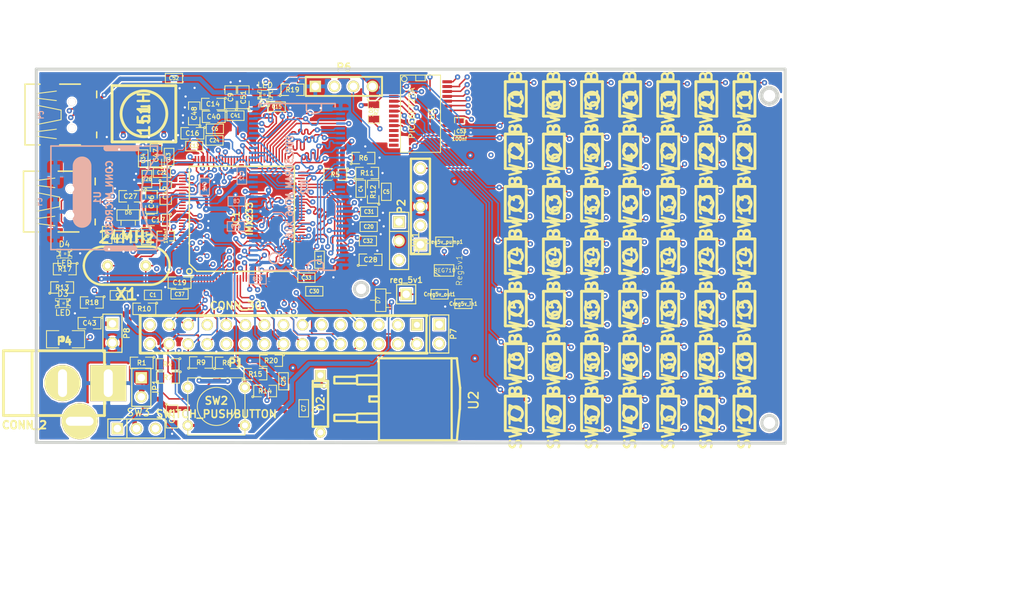
<source format=kicad_pcb>
(kicad_pcb (version 3) (host pcbnew "(22-Jun-2014 BZR 4027)-stable")
  (layers (15 F.Cu signal) (2 Inner2.Cu signal hide) (1 Inner1.Cu signal hide) (0 B.Cu signal hide) (18 B.Paste user) (19 F.Paste user) (20 B.SilkS user hide) (21 F.SilkS user) (22 B.Mask user) (23 F.Mask user) (28 Edge.Cuts user))
  (net 0 "")
  (net 1 +2.5V)
  (net 2 +3.3V)
  (net 3 +5V)
  (net 4 /LCD_D0)
  (net 5 /LCD_D1)
  (net 6 /LCD_D2)
  (net 7 /LCD_D3)
  (net 8 /LCD_RS)
  (net 9 /SD_CLOCK)
  (net 10 /SD_CMD)
  (net 11 /U_RX)
  (net 12 /U_TX)
  (net 13 3V3PIC)
  (net 14 5VOUT)
  (net 15 5VREG)
  (net 16 DDRA0)
  (net 17 DDRA1)
  (net 18 DDRA10)
  (net 19 DDRA11)
  (net 20 DDRA12)
  (net 21 DDRA2)
  (net 22 DDRA3)
  (net 23 DDRA4)
  (net 24 DDRA5)
  (net 25 DDRA6)
  (net 26 DDRA7)
  (net 27 DDRA8)
  (net 28 DDRA9)
  (net 29 DDR_BA0)
  (net 30 DDR_BA1)
  (net 31 DDR_CAS)
  (net 32 DDR_CE0n)
  (net 33 DDR_CKE)
  (net 34 DDR_CLK)
  (net 35 DDR_CLKn)
  (net 36 DDR_DO0)
  (net 37 DDR_DO1)
  (net 38 DDR_DO10)
  (net 39 DDR_DO11)
  (net 40 DDR_DO12)
  (net 41 DDR_DO13)
  (net 42 DDR_DO14)
  (net 43 DDR_DO15)
  (net 44 DDR_DO2)
  (net 45 DDR_DO3)
  (net 46 DDR_DO4)
  (net 47 DDR_DO5)
  (net 48 DDR_DO6)
  (net 49 DDR_DO7)
  (net 50 DDR_DO8)
  (net 51 DDR_DO9)
  (net 52 DDR_DQM0)
  (net 53 DDR_DQM1)
  (net 54 DDR_DQS0)
  (net 55 DDR_DQS1)
  (net 56 DDR_RAS)
  (net 57 DDR_WEn)
  (net 58 GND)
  (net 59 KEYBOARD_UART_RX)
  (net 60 KEYBOARD_UART_TX)
  (net 61 N-00000103)
  (net 62 N-00000128)
  (net 63 N-00000130)
  (net 64 N-00000131)
  (net 65 N-00000133)
  (net 66 N-00000134)
  (net 67 N-00000135)
  (net 68 N-00000137)
  (net 69 N-00000138)
  (net 70 N-00000139)
  (net 71 N-00000150)
  (net 72 N-00000151)
  (net 73 N-00000152)
  (net 74 N-00000153)
  (net 75 N-00000154)
  (net 76 N-00000155)
  (net 77 N-00000156)
  (net 78 N-00000157)
  (net 79 N-00000158)
  (net 80 N-00000159)
  (net 81 N-00000160)
  (net 82 N-00000161)
  (net 83 N-00000162)
  (net 84 N-00000163)
  (net 85 N-00000164)
  (net 86 N-0000017)
  (net 87 N-0000018)
  (net 88 N-0000019)
  (net 89 N-0000020)
  (net 90 N-0000021)
  (net 91 N-0000022)
  (net 92 N-0000039)
  (net 93 N-0000042)
  (net 94 N-0000046)
  (net 95 N-0000047)
  (net 96 N-0000049)
  (net 97 N-0000052)
  (net 98 N-0000054)
  (net 99 N-0000057)
  (net 100 N-0000058)
  (net 101 N-0000059)
  (net 102 N-0000060)
  (net 103 N-0000061)
  (net 104 N-0000062)
  (net 105 N-0000063)
  (net 106 N-0000064)
  (net 107 N-0000065)
  (net 108 N-0000066)
  (net 109 N-0000067)
  (net 110 N-0000068)
  (net 111 N-0000069)
  (net 112 N-0000070)
  (net 113 N-0000071)
  (net 114 N-0000074)
  (net 115 N-0000075)
  (net 116 N-000008)
  (net 117 N-0000082)
  (net 118 N-0000084)
  (net 119 N-0000087)
  (net 120 N-000009)
  (net 121 PSWITCH)
  (net 122 VDD4P2)
  (net 123 VDDA)
  (net 124 VDDD)
  (net 125 VDD_BATT)
  (net 126 VDD_XTAL)
  (net 127 XTALI)
  (net 128 XTALO)
  (module LQFP128_14x14mm_0.4mmPitch_iMX233 (layer F.Cu) (at 54.3 42.65 90)
    (fp_text reference IC1 (at 0 -0.7493 90) (layer F.SilkS) (effects (font (size 0.8636 0.8128) (thickness 0.2032))))
    (fp_text value IMX233 (at 0 1.00076 90) (layer F.SilkS) (effects (font (size 0.8636 0.8128) (thickness 0.2032))))
    (pad 1 smd rect (at -7.9375 -6.18236 180) (size 0.2032 0.889) (layers F.Cu F.Paste F.Mask) (net 124 VDDD))
    (pad 33 smd rect (at -6.18236 7.9375 90) (size 0.2032 0.889) (layers F.Cu F.Paste F.Mask) (net 114 N-0000074))
    (pad 65 smd rect (at 7.9375 6.18236) (size 0.2032 0.889) (layers F.Cu F.Paste F.Mask) (net 19 DDRA11))
    (pad 97 smd rect (at 6.18236 -7.9375 90) (size 0.2032 0.889) (layers F.Cu F.Paste F.Mask) (net 117 N-0000082))
    (pad 2 smd rect (at -7.9375 -5.78358 180) (size 0.2032 0.889) (layers F.Cu F.Paste F.Mask) (net 4 /LCD_D0))
    (pad 34 smd rect (at -5.78358 7.9375 90) (size 0.2032 0.889) (layers F.Cu F.Paste F.Mask))
    (pad 66 smd rect (at 7.9375 5.78358) (size 0.2032 0.889) (layers F.Cu F.Paste F.Mask) (net 18 DDRA10))
    (pad 98 smd rect (at 5.78358 -7.9375 90) (size 0.2032 0.889) (layers F.Cu F.Paste F.Mask) (net 58 GND))
    (pad 3 smd rect (at -7.9375 -5.3848 180) (size 0.2032 0.889) (layers F.Cu F.Paste F.Mask) (net 5 /LCD_D1))
    (pad 35 smd rect (at -5.3848 7.9375 90) (size 0.2032 0.889) (layers F.Cu F.Paste F.Mask) (net 58 GND))
    (pad 67 smd rect (at 7.9375 5.3848) (size 0.2032 0.889) (layers F.Cu F.Paste F.Mask) (net 28 DDRA9))
    (pad 99 smd rect (at 5.3848 -7.9375 90) (size 0.2032 0.889) (layers F.Cu F.Paste F.Mask) (net 62 N-00000128))
    (pad 4 smd rect (at -7.9375 -4.98602 180) (size 0.2032 0.889) (layers F.Cu F.Paste F.Mask) (net 6 /LCD_D2))
    (pad 36 smd rect (at -4.98602 7.9375 90) (size 0.2032 0.889) (layers F.Cu F.Paste F.Mask) (net 34 DDR_CLK))
    (pad 68 smd rect (at 7.9375 4.98602) (size 0.2032 0.889) (layers F.Cu F.Paste F.Mask) (net 27 DDRA8))
    (pad 100 smd rect (at 4.98602 -7.9375 90) (size 0.2032 0.889) (layers F.Cu F.Paste F.Mask) (net 125 VDD_BATT))
    (pad 5 smd rect (at -7.9375 -4.58724 180) (size 0.2032 0.889) (layers F.Cu F.Paste F.Mask) (net 7 /LCD_D3))
    (pad 37 smd rect (at -4.58724 7.9375 90) (size 0.2032 0.889) (layers F.Cu F.Paste F.Mask) (net 35 DDR_CLKn))
    (pad 69 smd rect (at 7.9375 4.58724) (size 0.2032 0.889) (layers F.Cu F.Paste F.Mask) (net 26 DDRA7))
    (pad 101 smd rect (at 4.58724 -7.9375 90) (size 0.2032 0.889) (layers F.Cu F.Paste F.Mask) (net 122 VDD4P2))
    (pad 6 smd rect (at -7.9375 -4.18846 180) (size 0.2032 0.889) (layers F.Cu F.Paste F.Mask) (net 100 N-0000058))
    (pad 38 smd rect (at -4.18846 7.9375 90) (size 0.2032 0.889) (layers F.Cu F.Paste F.Mask) (net 1 +2.5V))
    (pad 70 smd rect (at 7.9375 4.18846) (size 0.2032 0.889) (layers F.Cu F.Paste F.Mask) (net 25 DDRA6))
    (pad 102 smd rect (at 4.18846 -7.9375 90) (size 0.2032 0.889) (layers F.Cu F.Paste F.Mask) (net 3 +5V))
    (pad 7 smd rect (at -7.9375 -3.78968 180) (size 0.2032 0.889) (layers F.Cu F.Paste F.Mask) (net 106 N-0000064))
    (pad 39 smd rect (at -3.78968 7.9375 90) (size 0.2032 0.889) (layers F.Cu F.Paste F.Mask) (net 54 DDR_DQS0))
    (pad 71 smd rect (at 7.9375 3.78968) (size 0.2032 0.889) (layers F.Cu F.Paste F.Mask) (net 24 DDRA5))
    (pad 103 smd rect (at 3.78968 -7.9375 90) (size 0.2032 0.889) (layers F.Cu F.Paste F.Mask) (net 125 VDD_BATT))
    (pad 8 smd rect (at -7.9375 -3.3909 180) (size 0.2032 0.889) (layers F.Cu F.Paste F.Mask) (net 105 N-0000063))
    (pad 40 smd rect (at -3.3909 7.9375 90) (size 0.2032 0.889) (layers F.Cu F.Paste F.Mask) (net 55 DDR_DQS1))
    (pad 72 smd rect (at 7.9375 3.3909) (size 0.2032 0.889) (layers F.Cu F.Paste F.Mask) (net 23 DDRA4))
    (pad 104 smd rect (at 3.3909 -7.9375 90) (size 0.2032 0.889) (layers F.Cu F.Paste F.Mask))
    (pad 9 smd rect (at -7.9375 -2.99212 180) (size 0.2032 0.889) (layers F.Cu F.Paste F.Mask) (net 103 N-0000061))
    (pad 41 smd rect (at -2.99212 7.9375 90) (size 0.2032 0.889) (layers F.Cu F.Paste F.Mask) (net 36 DDR_DO0))
    (pad 73 smd rect (at 7.9375 2.99212) (size 0.2032 0.889) (layers F.Cu F.Paste F.Mask) (net 22 DDRA3))
    (pad 105 smd rect (at 2.99212 -7.9375 90) (size 0.2032 0.889) (layers F.Cu F.Paste F.Mask) (net 58 GND))
    (pad 10 smd rect (at -7.9375 -2.59334 180) (size 0.2032 0.889) (layers F.Cu F.Paste F.Mask) (net 112 N-0000070))
    (pad 42 smd rect (at -2.59334 7.9375 90) (size 0.2032 0.889) (layers F.Cu F.Paste F.Mask) (net 44 DDR_DO2))
    (pad 74 smd rect (at 7.9375 2.59334) (size 0.2032 0.889) (layers F.Cu F.Paste F.Mask) (net 21 DDRA2))
    (pad 106 smd rect (at 2.59334 -7.9375 90) (size 0.2032 0.889) (layers F.Cu F.Paste F.Mask) (net 1 +2.5V))
    (pad 11 smd rect (at -7.9375 -2.19456 180) (size 0.2032 0.889) (layers F.Cu F.Paste F.Mask) (net 111 N-0000069))
    (pad 43 smd rect (at -2.19456 7.9375 90) (size 0.2032 0.889) (layers F.Cu F.Paste F.Mask) (net 37 DDR_DO1))
    (pad 75 smd rect (at 7.9375 2.19456) (size 0.2032 0.889) (layers F.Cu F.Paste F.Mask) (net 17 DDRA1))
    (pad 107 smd rect (at 2.19456 -7.9375 90) (size 0.2032 0.889) (layers F.Cu F.Paste F.Mask))
    (pad 12 smd rect (at -7.9375 -1.79578 180) (size 0.2032 0.889) (layers F.Cu F.Paste F.Mask) (net 109 N-0000067))
    (pad 44 smd rect (at -1.79578 7.9375 90) (size 0.2032 0.889) (layers F.Cu F.Paste F.Mask) (net 45 DDR_DO3))
    (pad 76 smd rect (at 7.9375 1.79578) (size 0.2032 0.889) (layers F.Cu F.Paste F.Mask) (net 16 DDRA0))
    (pad 108 smd rect (at 1.79578 -7.9375 90) (size 0.2032 0.889) (layers F.Cu F.Paste F.Mask))
    (pad 13 smd rect (at -7.9375 -1.397 180) (size 0.2032 0.889) (layers F.Cu F.Paste F.Mask) (net 107 N-0000065))
    (pad 45 smd rect (at -1.397 7.9375 90) (size 0.2032 0.889) (layers F.Cu F.Paste F.Mask) (net 1 +2.5V))
    (pad 77 smd rect (at 7.9375 1.397) (size 0.2032 0.889) (layers F.Cu F.Paste F.Mask) (net 57 DDR_WEn))
    (pad 109 smd rect (at 1.397 -7.9375 90) (size 0.2032 0.889) (layers F.Cu F.Paste F.Mask))
    (pad 14 smd rect (at -7.9375 -0.99822 180) (size 0.2032 0.889) (layers F.Cu F.Paste F.Mask) (net 8 /LCD_RS))
    (pad 46 smd rect (at -0.99822 7.9375 90) (size 0.2032 0.889) (layers F.Cu F.Paste F.Mask) (net 52 DDR_DQM0))
    (pad 78 smd rect (at 7.9375 0.99822) (size 0.2032 0.889) (layers F.Cu F.Paste F.Mask) (net 33 DDR_CKE))
    (pad 110 smd rect (at 0.99822 -7.9375 90) (size 0.2032 0.889) (layers F.Cu F.Paste F.Mask) (net 123 VDDA))
    (pad 15 smd rect (at -7.9375 -0.59944 180) (size 0.2032 0.889) (layers F.Cu F.Paste F.Mask) (net 110 N-0000068))
    (pad 47 smd rect (at -0.59944 7.9375 90) (size 0.2032 0.889) (layers F.Cu F.Paste F.Mask) (net 46 DDR_DO4))
    (pad 79 smd rect (at 7.9375 0.59944) (size 0.2032 0.889) (layers F.Cu F.Paste F.Mask) (net 29 DDR_BA0))
    (pad 111 smd rect (at 0.59944 -7.9375 90) (size 0.2032 0.889) (layers F.Cu F.Paste F.Mask) (net 58 GND))
    (pad 16 smd rect (at -7.9375 -0.20066 180) (size 0.2032 0.889) (layers F.Cu F.Paste F.Mask) (net 108 N-0000066))
    (pad 48 smd rect (at -0.20066 7.9375 90) (size 0.2032 0.889) (layers F.Cu F.Paste F.Mask) (net 47 DDR_DO5))
    (pad 80 smd rect (at 7.9375 0.20066) (size 0.2032 0.889) (layers F.Cu F.Paste F.Mask) (net 30 DDR_BA1))
    (pad 112 smd rect (at 0.20066 -7.9375 90) (size 0.2032 0.889) (layers F.Cu F.Paste F.Mask) (net 58 GND))
    (pad 17 smd rect (at -7.9375 0.19812 180) (size 0.2032 0.889) (layers F.Cu F.Paste F.Mask) (net 102 N-0000060))
    (pad 49 smd rect (at 0.19812 7.9375 90) (size 0.2032 0.889) (layers F.Cu F.Paste F.Mask) (net 48 DDR_DO6))
    (pad 81 smd rect (at 7.9375 -0.19812) (size 0.2032 0.889) (layers F.Cu F.Paste F.Mask))
    (pad 113 smd rect (at -0.19812 -7.9375 90) (size 0.2032 0.889) (layers F.Cu F.Paste F.Mask))
    (pad 18 smd rect (at -7.9375 0.5969 180) (size 0.2032 0.889) (layers F.Cu F.Paste F.Mask) (net 2 +3.3V))
    (pad 50 smd rect (at 0.5969 7.9375 90) (size 0.2032 0.889) (layers F.Cu F.Paste F.Mask) (net 49 DDR_DO7))
    (pad 82 smd rect (at 7.9375 -0.5969) (size 0.2032 0.889) (layers F.Cu F.Paste F.Mask))
    (pad 114 smd rect (at -0.5969 -7.9375 90) (size 0.2032 0.889) (layers F.Cu F.Paste F.Mask))
    (pad 19 smd rect (at -7.9375 0.99568 180) (size 0.2032 0.889) (layers F.Cu F.Paste F.Mask) (net 89 N-0000020))
    (pad 51 smd rect (at 0.99568 7.9375 90) (size 0.2032 0.889) (layers F.Cu F.Paste F.Mask) (net 50 DDR_DO8))
    (pad 83 smd rect (at 7.9375 -0.99568) (size 0.2032 0.889) (layers F.Cu F.Paste F.Mask) (net 10 /SD_CMD))
    (pad 115 smd rect (at -0.99568 -7.9375 90) (size 0.2032 0.889) (layers F.Cu F.Paste F.Mask))
    (pad 20 smd rect (at -7.9375 1.39446 180) (size 0.2032 0.889) (layers F.Cu F.Paste F.Mask) (net 104 N-0000062))
    (pad 52 smd rect (at 1.39446 7.9375 90) (size 0.2032 0.889) (layers F.Cu F.Paste F.Mask) (net 51 DDR_DO9))
    (pad 84 smd rect (at 7.9375 -1.39446) (size 0.2032 0.889) (layers F.Cu F.Paste F.Mask) (net 97 N-0000052))
    (pad 116 smd rect (at -1.39446 -7.9375 90) (size 0.2032 0.889) (layers F.Cu F.Paste F.Mask))
    (pad 21 smd rect (at -7.9375 1.79324 180) (size 0.2032 0.889) (layers F.Cu F.Paste F.Mask) (net 99 N-0000057))
    (pad 53 smd rect (at 1.79324 7.9375 90) (size 0.2032 0.889) (layers F.Cu F.Paste F.Mask) (net 1 +2.5V))
    (pad 85 smd rect (at 7.9375 -1.79324) (size 0.2032 0.889) (layers F.Cu F.Paste F.Mask) (net 91 N-0000022))
    (pad 117 smd rect (at -1.79324 -7.9375 90) (size 0.2032 0.889) (layers F.Cu F.Paste F.Mask) (net 119 N-0000087))
    (pad 22 smd rect (at -7.9375 2.19202 180) (size 0.2032 0.889) (layers F.Cu F.Paste F.Mask) (net 118 N-0000084))
    (pad 54 smd rect (at 2.19202 7.9375 90) (size 0.2032 0.889) (layers F.Cu F.Paste F.Mask) (net 38 DDR_DO10))
    (pad 86 smd rect (at 7.9375 -2.19202) (size 0.2032 0.889) (layers F.Cu F.Paste F.Mask) (net 96 N-0000049))
    (pad 118 smd rect (at -2.19202 -7.9375 90) (size 0.2032 0.889) (layers F.Cu F.Paste F.Mask) (net 58 GND))
    (pad 23 smd rect (at -7.9375 2.5908 180) (size 0.2032 0.889) (layers F.Cu F.Paste F.Mask) (net 88 N-0000019))
    (pad 55 smd rect (at 2.5908 7.9375 90) (size 0.2032 0.889) (layers F.Cu F.Paste F.Mask) (net 39 DDR_DO11))
    (pad 87 smd rect (at 7.9375 -2.5908) (size 0.2032 0.889) (layers F.Cu F.Paste F.Mask) (net 90 N-0000021))
    (pad 119 smd rect (at -2.5908 -7.9375 90) (size 0.2032 0.889) (layers F.Cu F.Paste F.Mask) (net 121 PSWITCH))
    (pad 24 smd rect (at -7.9375 2.98958 180) (size 0.2032 0.889) (layers F.Cu F.Paste F.Mask) (net 101 N-0000059))
    (pad 56 smd rect (at 2.98958 7.9375 90) (size 0.2032 0.889) (layers F.Cu F.Paste F.Mask) (net 53 DDR_DQM1))
    (pad 88 smd rect (at 7.9375 -2.98958) (size 0.2032 0.889) (layers F.Cu F.Paste F.Mask) (net 98 N-0000054))
    (pad 120 smd rect (at -2.98958 -7.9375 90) (size 0.2032 0.889) (layers F.Cu F.Paste F.Mask) (net 126 VDD_XTAL))
    (pad 25 smd rect (at -7.9375 3.38836 180) (size 0.2032 0.889) (layers F.Cu F.Paste F.Mask) (net 87 N-0000018))
    (pad 57 smd rect (at 3.38836 7.9375 90) (size 0.2032 0.889) (layers F.Cu F.Paste F.Mask) (net 40 DDR_DO12))
    (pad 89 smd rect (at 7.9375 -3.38836) (size 0.2032 0.889) (layers F.Cu F.Paste F.Mask))
    (pad 121 smd rect (at -3.38836 -7.9375 90) (size 0.2032 0.889) (layers F.Cu F.Paste F.Mask) (net 128 XTALO))
    (pad 26 smd rect (at -7.9375 3.78714 180) (size 0.2032 0.889) (layers F.Cu F.Paste F.Mask) (net 86 N-0000017))
    (pad 58 smd rect (at 3.78714 7.9375 90) (size 0.2032 0.889) (layers F.Cu F.Paste F.Mask) (net 41 DDR_DO13))
    (pad 90 smd rect (at 7.9375 -3.78714) (size 0.2032 0.889) (layers F.Cu F.Paste F.Mask) (net 9 /SD_CLOCK))
    (pad 122 smd rect (at -3.78714 -7.9375 90) (size 0.2032 0.889) (layers F.Cu F.Paste F.Mask) (net 127 XTALI))
    (pad 27 smd rect (at -7.9375 4.18592 180) (size 0.2032 0.889) (layers F.Cu F.Paste F.Mask) (net 93 N-0000042))
    (pad 59 smd rect (at 4.18592 7.9375 90) (size 0.2032 0.889) (layers F.Cu F.Paste F.Mask) (net 43 DDR_DO15))
    (pad 91 smd rect (at 7.9375 -4.18592) (size 0.2032 0.889) (layers F.Cu F.Paste F.Mask))
    (pad 123 smd rect (at -4.18592 -7.9375 90) (size 0.2032 0.889) (layers F.Cu F.Paste F.Mask) (net 94 N-0000046))
    (pad 28 smd rect (at -7.9375 4.5847 180) (size 0.2032 0.889) (layers F.Cu F.Paste F.Mask) (net 120 N-000009))
    (pad 60 smd rect (at 4.5847 7.9375 90) (size 0.2032 0.889) (layers F.Cu F.Paste F.Mask) (net 42 DDR_DO14))
    (pad 92 smd rect (at 7.9375 -4.5847) (size 0.2032 0.889) (layers F.Cu F.Paste F.Mask) (net 2 +3.3V))
    (pad 124 smd rect (at -4.5847 -7.9375 90) (size 0.2032 0.889) (layers F.Cu F.Paste F.Mask) (net 95 N-0000047))
    (pad 29 smd rect (at -7.9375 4.98348 180) (size 0.2032 0.889) (layers F.Cu F.Paste F.Mask) (net 92 N-0000039))
    (pad 61 smd rect (at 4.98348 7.9375 90) (size 0.2032 0.889) (layers F.Cu F.Paste F.Mask) (net 31 DDR_CAS))
    (pad 93 smd rect (at 7.9375 -4.98348) (size 0.2032 0.889) (layers F.Cu F.Paste F.Mask) (net 124 VDDD))
    (pad 125 smd rect (at -4.98348 -7.9375 90) (size 0.2032 0.889) (layers F.Cu F.Paste F.Mask) (net 11 /U_RX))
    (pad 30 smd rect (at -7.9375 5.38226 180) (size 0.2032 0.889) (layers F.Cu F.Paste F.Mask) (net 58 GND))
    (pad 62 smd rect (at 5.38226 7.9375 90) (size 0.2032 0.889) (layers F.Cu F.Paste F.Mask) (net 56 DDR_RAS))
    (pad 94 smd rect (at 7.9375 -5.38226) (size 0.2032 0.889) (layers F.Cu F.Paste F.Mask) (net 124 VDDD))
    (pad 126 smd rect (at -5.38226 -7.9375 90) (size 0.2032 0.889) (layers F.Cu F.Paste F.Mask) (net 12 /U_TX))
    (pad 31 smd rect (at -7.9375 5.78104 180) (size 0.2032 0.889) (layers F.Cu F.Paste F.Mask))
    (pad 63 smd rect (at 5.78104 7.9375 90) (size 0.2032 0.889) (layers F.Cu F.Paste F.Mask) (net 32 DDR_CE0n))
    (pad 95 smd rect (at 7.9375 -5.78104) (size 0.2032 0.889) (layers F.Cu F.Paste F.Mask) (net 2 +3.3V))
    (pad 127 smd rect (at -5.78104 -7.9375 90) (size 0.2032 0.889) (layers F.Cu F.Paste F.Mask) (net 59 KEYBOARD_UART_RX))
    (pad 32 smd rect (at -7.9375 6.17982 180) (size 0.2032 0.889) (layers F.Cu F.Paste F.Mask))
    (pad 64 smd rect (at 6.17982 7.9375 90) (size 0.2032 0.889) (layers F.Cu F.Paste F.Mask) (net 20 DDRA12))
    (pad 96 smd rect (at 7.9375 -6.17982) (size 0.2032 0.889) (layers F.Cu F.Paste F.Mask) (net 123 VDDA))
    (pad 128 smd rect (at -6.17982 -7.9375 90) (size 0.2032 0.889) (layers F.Cu F.Paste F.Mask) (net 60 KEYBOARD_UART_TX))
  )
  (module PIN_ARRAY_2X1 (layer F.Cu) (at 37.05 57.9 270)
    (fp_text reference P8 (at 0 -1.905 270) (layer F.SilkS) (effects (font (size 0.762 0.762) (thickness 0.1524))))
    (fp_text value CONN_2 hide)
    (pad 1 thru_hole rect (at -1.27 0 270) (size 1.524 1.524) (drill 1.016) (layers *.Cu *.Mask F.SilkS) (net 125 VDD_BATT))
    (pad 2 thru_hole circle (at 1.27 0 270) (size 1.524 1.524) (drill 1.016) (layers *.Cu *.Mask F.SilkS) (net 58 GND))
  )
  (module PIN_ARRAY_2X1 (layer F.Cu) (at 80.6 58 270)
    (fp_text reference P7 (at 0 -1.905 270) (layer F.SilkS) (effects (font (size 0.762 0.762) (thickness 0.1524))))
    (fp_text value CONN_2 hide)
    (pad 1 thru_hole rect (at -1.27 0 270) (size 1.524 1.524) (drill 1.016) (layers *.Cu *.Mask F.SilkS) (net 114 N-0000074))
    (pad 2 thru_hole circle (at 1.27 0 270) (size 1.524 1.524) (drill 1.016) (layers *.Cu *.Mask F.SilkS) (net 99 N-0000057))
  )
  (module PIN_ARRAY_3X1 (layer F.Cu) (at 75.25 45.6 270)
    (fp_text reference SW1 (at 0.254 -2.159 270) (layer F.SilkS) (effects (font (size 1.016 1.016) (thickness 0.1524))))
    (fp_text value SWITCH_INV hide)
    (pad 1 thru_hole rect (at -2.54 0 270) (size 1.524 1.524) (drill 1.016) (layers *.Cu *.Mask F.SilkS) (net 13 3V3PIC))
    (pad 2 thru_hole circle (at 0 0 270) (size 1.524 1.524) (drill 1.016) (layers *.Cu *.Mask F.SilkS) (net 2 +3.3V))
    (pad 3 thru_hole circle (at 2.54 0 270) (size 1.524 1.524) (drill 1.016) (layers *.Cu *.Mask F.SilkS))
  )
  (module PIN_ARRAY_5x1 (layer F.Cu) (at 78.1 41 90)
    (fp_text reference P2 (at 0 -2.54 90) (layer F.SilkS) (effects (font (size 1.016 1.016) (thickness 0.2032))))
    (fp_text value CONN_5 hide)
    (pad 1 thru_hole rect (at -5.08 0 90) (size 1.524 1.524) (drill 1.016) (layers *.Cu *.Mask F.SilkS) (net 71 N-00000150))
    (pad 2 thru_hole circle (at -2.54 0 90) (size 1.524 1.524) (drill 1.016) (layers *.Cu *.Mask F.SilkS) (net 13 3V3PIC))
    (pad 3 thru_hole circle (at 0 0 90) (size 1.524 1.524) (drill 1.016) (layers *.Cu *.Mask F.SilkS) (net 58 GND))
    (pad 4 thru_hole circle (at 2.54 0 90) (size 1.524 1.524) (drill 1.016) (layers *.Cu *.Mask F.SilkS) (net 70 N-00000139))
    (pad 5 thru_hole circle (at 5.08 0 90) (size 1.524 1.524) (drill 1.016) (layers *.Cu *.Mask F.SilkS) (net 81 N-00000160))
  )
  (module PIN_ARRAY_1 (layer F.Cu) (at 76.2 52.705)
    (fp_text reference reg_5v1 (at 0 -1.905) (layer F.SilkS) (effects (font (size 0.762 0.762) (thickness 0.1524))))
    (fp_text value CONN_1 hide)
    (pad 1 thru_hole rect (at 0 0) (size 1.524 1.524) (drill 1.016) (layers *.Cu *.Mask F.SilkS) (net 15 5VREG))
  )
  (module PIN_ARRAY_4x1 (layer F.Cu) (at 67.9 25)
    (fp_text reference P6 (at 0 -2.54) (layer F.SilkS) (effects (font (size 1.016 1.016) (thickness 0.2032))))
    (fp_text value CONN_4 hide)
    (pad 1 thru_hole rect (at -3.81 0) (size 1.524 1.524) (drill 1.016) (layers *.Cu *.Mask F.SilkS) (net 58 GND))
    (pad 2 thru_hole circle (at -1.27 0) (size 1.524 1.524) (drill 1.016) (layers *.Cu *.Mask F.SilkS) (net 59 KEYBOARD_UART_RX))
    (pad 3 thru_hole circle (at 1.27 0) (size 1.524 1.524) (drill 1.016) (layers *.Cu *.Mask F.SilkS) (net 60 KEYBOARD_UART_TX))
    (pad 4 thru_hole circle (at 3.81 0) (size 1.524 1.524) (drill 1.016) (layers *.Cu *.Mask F.SilkS) (net 2 +3.3V))
  )
  (module SW_PUSH_SMALL (layer F.Cu) (at 50.9 67.65)
    (fp_text reference SW2 (at 0 -0.762) (layer F.SilkS) (effects (font (size 1.016 1.016) (thickness 0.2032))))
    (fp_text value SWITCH_PUSHBUTTON (at 0 1.016) (layer F.SilkS) (effects (font (size 1.016 1.016) (thickness 0.2032))))
    (pad 1 thru_hole circle (at 3.81 -2.54) (size 1.397 1.397) (drill 0.8128) (layers *.Cu *.Mask F.SilkS) (net 63 N-00000130))
    (pad 2 thru_hole circle (at 3.81 2.54) (size 1.397 1.397) (drill 0.8128) (layers *.Cu *.Mask F.SilkS) (net 126 VDD_XTAL))
    (pad 1 thru_hole circle (at -3.81 -2.54) (size 1.397 1.397) (drill 0.8128) (layers *.Cu *.Mask F.SilkS) (net 63 N-00000130))
    (pad 2 thru_hole circle (at -3.81 2.54) (size 1.397 1.397) (drill 0.8128) (layers *.Cu *.Mask F.SilkS) (net 126 VDD_XTAL))
  )
  (module HC-49V (layer F.Cu) (at 38.95 48.9 180)
    (fp_text reference X1 (at 0 -3.81 180) (layer F.SilkS) (effects (font (size 1.524 1.524) (thickness 0.3048))))
    (fp_text value 24MHz (at 0 3.81 180) (layer F.SilkS) (effects (font (size 1.524 1.524) (thickness 0.3048))))
    (pad 1 thru_hole circle (at -2.54 0 180) (size 1.4224 1.4224) (drill 0.762) (layers *.Cu *.Mask F.SilkS) (net 127 XTALI))
    (pad 2 thru_hole circle (at 2.54 0 180) (size 1.4224 1.4224) (drill 0.762) (layers *.Cu *.Mask F.SilkS) (net 128 XTALO))
  )
  (module PIN_ARRAY_15X2 (layer F.Cu) (at 53.5 58.05 180)
    (fp_text reference P1 (at 0 -3.81 180) (layer F.SilkS) (effects (font (size 1.016 1.016) (thickness 0.27432))))
    (fp_text value CONN_30 (at 0 3.81 180) (layer F.SilkS) (effects (font (size 1.016 1.016) (thickness 0.2032))))
    (pad 1 thru_hole rect (at -24.13 1.27 180) (size 1.524 1.524) (drill 0.8128) (layers *.Cu *.Mask F.SilkS) (net 120 N-000009))
    (pad 2 thru_hole circle (at -24.13 -1.27 180) (size 1.524 1.524) (drill 1.016) (layers *.Cu *.Mask F.SilkS) (net 92 N-0000039))
    (pad 11 thru_hole circle (at -11.43 1.27 180) (size 1.524 1.524) (drill 1.016) (layers *.Cu *.Mask F.SilkS) (net 89 N-0000020))
    (pad 4 thru_hole circle (at -21.59 -1.27 180) (size 1.524 1.524) (drill 1.016) (layers *.Cu *.Mask F.SilkS))
    (pad 13 thru_hole circle (at -8.89 1.27 180) (size 1.524 1.524) (drill 1.016) (layers *.Cu *.Mask F.SilkS) (net 58 GND))
    (pad 6 thru_hole circle (at -19.05 -1.27 180) (size 1.524 1.524) (drill 1.016) (layers *.Cu *.Mask F.SilkS) (net 93 N-0000042))
    (pad 15 thru_hole circle (at -6.35 1.27 180) (size 1.524 1.524) (drill 1.016) (layers *.Cu *.Mask F.SilkS) (net 108 N-0000066))
    (pad 8 thru_hole circle (at -16.51 -1.27 180) (size 1.524 1.524) (drill 1.016) (layers *.Cu *.Mask F.SilkS) (net 101 N-0000059))
    (pad 17 thru_hole circle (at -3.81 1.27 180) (size 1.524 1.524) (drill 1.016) (layers *.Cu *.Mask F.SilkS) (net 109 N-0000067))
    (pad 10 thru_hole circle (at -13.97 -1.27 180) (size 1.524 1.524) (drill 1.016) (layers *.Cu *.Mask F.SilkS) (net 118 N-0000084))
    (pad 19 thru_hole circle (at -1.27 1.27 180) (size 1.524 1.524) (drill 1.016) (layers *.Cu *.Mask F.SilkS) (net 111 N-0000069))
    (pad 12 thru_hole circle (at -11.43 -1.27 180) (size 1.524 1.524) (drill 1.016) (layers *.Cu *.Mask F.SilkS) (net 104 N-0000062))
    (pad 21 thru_hole circle (at 1.27 1.27 180) (size 1.524 1.524) (drill 1.016) (layers *.Cu *.Mask F.SilkS) (net 103 N-0000061))
    (pad 14 thru_hole circle (at -8.89 -1.27 180) (size 1.524 1.524) (drill 1.016) (layers *.Cu *.Mask F.SilkS) (net 107 N-0000065))
    (pad 23 thru_hole circle (at 3.81 1.27 180) (size 1.524 1.524) (drill 1.016) (layers *.Cu *.Mask F.SilkS) (net 106 N-0000064))
    (pad 16 thru_hole circle (at -6.35 -1.27 180) (size 1.524 1.524) (drill 1.016) (layers *.Cu *.Mask F.SilkS) (net 8 /LCD_RS))
    (pad 25 thru_hole circle (at 6.35 1.27 180) (size 1.524 1.524) (drill 1.016) (layers *.Cu *.Mask F.SilkS) (net 7 /LCD_D3))
    (pad 18 thru_hole circle (at -3.81 -1.27 180) (size 1.524 1.524) (drill 1.016) (layers *.Cu *.Mask F.SilkS) (net 110 N-0000068))
    (pad 27 thru_hole circle (at 8.89 1.27 180) (size 1.524 1.524) (drill 1.016) (layers *.Cu *.Mask F.SilkS) (net 5 /LCD_D1))
    (pad 20 thru_hole circle (at -1.27 -1.27 180) (size 1.524 1.524) (drill 1.016) (layers *.Cu *.Mask F.SilkS) (net 102 N-0000060))
    (pad 29 thru_hole circle (at 11.43 1.27 180) (size 1.524 1.524) (drill 1.016) (layers *.Cu *.Mask F.SilkS) (net 112 N-0000070))
    (pad 22 thru_hole circle (at 1.27 -1.27 180) (size 1.524 1.524) (drill 1.016) (layers *.Cu *.Mask F.SilkS) (net 105 N-0000063))
    (pad 24 thru_hole circle (at 3.81 -1.27 180) (size 1.524 1.524) (drill 1.016) (layers *.Cu *.Mask F.SilkS) (net 100 N-0000058))
    (pad 26 thru_hole circle (at 6.35 -1.27 180) (size 1.524 1.524) (drill 1.016) (layers *.Cu *.Mask F.SilkS) (net 6 /LCD_D2))
    (pad 28 thru_hole circle (at 8.89 -1.27 180) (size 1.524 1.524) (drill 1.016) (layers *.Cu *.Mask F.SilkS) (net 4 /LCD_D0))
    (pad 3 thru_hole circle (at -21.59 1.27 180) (size 1.524 1.524) (drill 1.016) (layers *.Cu *.Mask F.SilkS) (net 86 N-0000017))
    (pad 5 thru_hole circle (at -19.05 1.27 180) (size 1.524 1.524) (drill 1.016) (layers *.Cu *.Mask F.SilkS))
    (pad 7 thru_hole circle (at -16.51 1.27 180) (size 1.524 1.524) (drill 1.016) (layers *.Cu *.Mask F.SilkS) (net 87 N-0000018))
    (pad 9 thru_hole circle (at -13.97 1.27 180) (size 1.524 1.524) (drill 1.016) (layers *.Cu *.Mask F.SilkS) (net 88 N-0000019))
    (pad 30 thru_hole circle (at 11.43 -1.27 180) (size 1.524 1.524) (drill 1.016) (layers *.Cu *.Mask F.SilkS) (net 3 +5V))
  )
  (module TSOP66_JEDEC_DDR_SDRAM (layer B.Cu) (at 61.65 38.4 90)
    (fp_text reference IC2 (at 0 1.00076 90) (layer B.SilkS) (effects (font (size 0.9144 0.8128) (thickness 0.2032)) (justify mirror)))
    (fp_text value DDR_SDRAM_MT46_X16 (at 0 -1.00076 90) (layer B.SilkS) (effects (font (size 0.9144 0.8128) (thickness 0.2032)) (justify mirror)))
    (pad 1 smd rect (at -10.40384 -5.8166 90) (size 0.32004 1.1684) (layers B.Cu B.Paste B.Mask) (net 1 +2.5V))
    (pad 66 smd rect (at -10.40384 5.8166 90) (size 0.32004 1.1684) (layers B.Cu B.Paste B.Mask) (net 58 GND))
    (pad 2 smd rect (at -9.7536 -5.8166 90) (size 0.32004 1.1684) (layers B.Cu B.Paste B.Mask) (net 36 DDR_DO0))
    (pad 65 smd rect (at -9.7536 5.8166 90) (size 0.32004 1.1684) (layers B.Cu B.Paste B.Mask) (net 43 DDR_DO15))
    (pad 3 smd rect (at -9.10336 -5.8166 90) (size 0.32004 1.1684) (layers B.Cu B.Paste B.Mask) (net 1 +2.5V))
    (pad 64 smd rect (at -9.10336 5.8166 90) (size 0.32004 1.1684) (layers B.Cu B.Paste B.Mask) (net 58 GND))
    (pad 4 smd rect (at -8.45312 -5.8166 90) (size 0.32004 1.1684) (layers B.Cu B.Paste B.Mask) (net 37 DDR_DO1))
    (pad 63 smd rect (at -8.45312 5.8166 90) (size 0.32004 1.1684) (layers B.Cu B.Paste B.Mask) (net 42 DDR_DO14))
    (pad 5 smd rect (at -7.80288 -5.8166 90) (size 0.32004 1.1684) (layers B.Cu B.Paste B.Mask) (net 44 DDR_DO2))
    (pad 62 smd rect (at -7.80288 5.8166 90) (size 0.32004 1.1684) (layers B.Cu B.Paste B.Mask) (net 41 DDR_DO13))
    (pad 6 smd rect (at -7.15264 -5.8166 90) (size 0.32004 1.1684) (layers B.Cu B.Paste B.Mask) (net 58 GND))
    (pad 61 smd rect (at -7.15264 5.8166 90) (size 0.32004 1.1684) (layers B.Cu B.Paste B.Mask) (net 1 +2.5V))
    (pad 7 smd rect (at -6.5024 -5.8166 90) (size 0.32004 1.1684) (layers B.Cu B.Paste B.Mask) (net 45 DDR_DO3))
    (pad 60 smd rect (at -6.5024 5.8166 90) (size 0.32004 1.1684) (layers B.Cu B.Paste B.Mask) (net 40 DDR_DO12))
    (pad 8 smd rect (at -5.85216 -5.8166 90) (size 0.32004 1.1684) (layers B.Cu B.Paste B.Mask) (net 46 DDR_DO4))
    (pad 59 smd rect (at -5.85216 5.8166 90) (size 0.32004 1.1684) (layers B.Cu B.Paste B.Mask) (net 39 DDR_DO11))
    (pad 9 smd rect (at -5.20192 -5.8166 90) (size 0.32004 1.1684) (layers B.Cu B.Paste B.Mask) (net 1 +2.5V))
    (pad 58 smd rect (at -5.20192 5.8166 90) (size 0.32004 1.1684) (layers B.Cu B.Paste B.Mask) (net 58 GND))
    (pad 10 smd rect (at -4.55168 -5.8166 90) (size 0.32004 1.1684) (layers B.Cu B.Paste B.Mask) (net 47 DDR_DO5))
    (pad 57 smd rect (at -4.55168 5.8166 90) (size 0.32004 1.1684) (layers B.Cu B.Paste B.Mask) (net 38 DDR_DO10))
    (pad 11 smd rect (at -3.90144 -5.8166 90) (size 0.32004 1.1684) (layers B.Cu B.Paste B.Mask) (net 48 DDR_DO6))
    (pad 56 smd rect (at -3.90144 5.8166 90) (size 0.32004 1.1684) (layers B.Cu B.Paste B.Mask) (net 51 DDR_DO9))
    (pad 12 smd rect (at -3.2512 -5.8166 90) (size 0.32004 1.1684) (layers B.Cu B.Paste B.Mask) (net 58 GND))
    (pad 55 smd rect (at -3.2512 5.8166 90) (size 0.32004 1.1684) (layers B.Cu B.Paste B.Mask) (net 1 +2.5V))
    (pad 13 smd rect (at -2.60096 -5.8166 90) (size 0.32004 1.1684) (layers B.Cu B.Paste B.Mask) (net 49 DDR_DO7))
    (pad 54 smd rect (at -2.60096 5.8166 90) (size 0.32004 1.1684) (layers B.Cu B.Paste B.Mask) (net 50 DDR_DO8))
    (pad 14 smd rect (at -1.95072 -5.8166 90) (size 0.32004 1.1684) (layers B.Cu B.Paste B.Mask))
    (pad 53 smd rect (at -1.95072 5.8166 90) (size 0.32004 1.1684) (layers B.Cu B.Paste B.Mask))
    (pad 15 smd rect (at -1.30048 -5.8166 90) (size 0.32004 1.1684) (layers B.Cu B.Paste B.Mask) (net 1 +2.5V))
    (pad 52 smd rect (at -1.30048 5.8166 90) (size 0.32004 1.1684) (layers B.Cu B.Paste B.Mask) (net 58 GND))
    (pad 16 smd rect (at -0.65024 -5.8166 90) (size 0.32004 1.1684) (layers B.Cu B.Paste B.Mask) (net 54 DDR_DQS0))
    (pad 51 smd rect (at -0.65024 5.8166 90) (size 0.32004 1.1684) (layers B.Cu B.Paste B.Mask) (net 55 DDR_DQS1))
    (pad 17 smd rect (at 0 -5.8166 90) (size 0.32004 1.1684) (layers B.Cu B.Paste B.Mask))
    (pad 50 smd rect (at 0 5.8166 90) (size 0.32004 1.1684) (layers B.Cu B.Paste B.Mask))
    (pad 18 smd rect (at 0.65024 -5.8166 90) (size 0.32004 1.1684) (layers B.Cu B.Paste B.Mask) (net 1 +2.5V))
    (pad 49 smd rect (at 0.65024 5.8166 90) (size 0.32004 1.1684) (layers B.Cu B.Paste B.Mask) (net 61 N-00000103))
    (pad 19 smd rect (at 1.30048 -5.8166 90) (size 0.32004 1.1684) (layers B.Cu B.Paste B.Mask))
    (pad 48 smd rect (at 1.30048 5.8166 90) (size 0.32004 1.1684) (layers B.Cu B.Paste B.Mask) (net 58 GND))
    (pad 20 smd rect (at 1.95072 -5.8166 90) (size 0.32004 1.1684) (layers B.Cu B.Paste B.Mask) (net 52 DDR_DQM0))
    (pad 47 smd rect (at 1.95072 5.8166 90) (size 0.32004 1.1684) (layers B.Cu B.Paste B.Mask) (net 53 DDR_DQM1))
    (pad 21 smd rect (at 2.60096 -5.8166 90) (size 0.32004 1.1684) (layers B.Cu B.Paste B.Mask) (net 57 DDR_WEn))
    (pad 46 smd rect (at 2.60096 5.8166 90) (size 0.32004 1.1684) (layers B.Cu B.Paste B.Mask) (net 35 DDR_CLKn))
    (pad 22 smd rect (at 3.2512 -5.8166 90) (size 0.32004 1.1684) (layers B.Cu B.Paste B.Mask) (net 31 DDR_CAS))
    (pad 45 smd rect (at 3.2512 5.8166 90) (size 0.32004 1.1684) (layers B.Cu B.Paste B.Mask) (net 34 DDR_CLK))
    (pad 23 smd rect (at 3.90144 -5.8166 90) (size 0.32004 1.1684) (layers B.Cu B.Paste B.Mask) (net 56 DDR_RAS))
    (pad 44 smd rect (at 3.90144 5.8166 90) (size 0.32004 1.1684) (layers B.Cu B.Paste B.Mask) (net 33 DDR_CKE))
    (pad 24 smd rect (at 4.55168 -5.8166 90) (size 0.32004 1.1684) (layers B.Cu B.Paste B.Mask) (net 32 DDR_CE0n))
    (pad 43 smd rect (at 4.55168 5.8166 90) (size 0.32004 1.1684) (layers B.Cu B.Paste B.Mask))
    (pad 25 smd rect (at 5.20192 -5.8166 90) (size 0.32004 1.1684) (layers B.Cu B.Paste B.Mask))
    (pad 42 smd rect (at 5.20192 5.8166 90) (size 0.32004 1.1684) (layers B.Cu B.Paste B.Mask) (net 20 DDRA12))
    (pad 26 smd rect (at 5.85216 -5.8166 90) (size 0.32004 1.1684) (layers B.Cu B.Paste B.Mask) (net 29 DDR_BA0))
    (pad 41 smd rect (at 5.85216 5.8166 90) (size 0.32004 1.1684) (layers B.Cu B.Paste B.Mask) (net 19 DDRA11))
    (pad 27 smd rect (at 6.5024 -5.8166 90) (size 0.32004 1.1684) (layers B.Cu B.Paste B.Mask) (net 30 DDR_BA1))
    (pad 40 smd rect (at 6.5024 5.8166 90) (size 0.32004 1.1684) (layers B.Cu B.Paste B.Mask) (net 28 DDRA9))
    (pad 28 smd rect (at 7.15264 -5.8166 90) (size 0.32004 1.1684) (layers B.Cu B.Paste B.Mask) (net 18 DDRA10))
    (pad 39 smd rect (at 7.15264 5.8166 90) (size 0.32004 1.1684) (layers B.Cu B.Paste B.Mask) (net 27 DDRA8))
    (pad 29 smd rect (at 7.80288 -5.8166 90) (size 0.32004 1.1684) (layers B.Cu B.Paste B.Mask) (net 16 DDRA0))
    (pad 38 smd rect (at 7.80288 5.8166 90) (size 0.32004 1.1684) (layers B.Cu B.Paste B.Mask) (net 26 DDRA7))
    (pad 30 smd rect (at 8.45312 -5.8166 90) (size 0.32004 1.1684) (layers B.Cu B.Paste B.Mask) (net 17 DDRA1))
    (pad 37 smd rect (at 8.45312 5.8166 90) (size 0.32004 1.1684) (layers B.Cu B.Paste B.Mask) (net 25 DDRA6))
    (pad 31 smd rect (at 9.10336 -5.8166 90) (size 0.32004 1.1684) (layers B.Cu B.Paste B.Mask) (net 21 DDRA2))
    (pad 36 smd rect (at 9.10336 5.8166 90) (size 0.32004 1.1684) (layers B.Cu B.Paste B.Mask) (net 24 DDRA5))
    (pad 32 smd rect (at 9.7536 -5.8166 90) (size 0.32004 1.1684) (layers B.Cu B.Paste B.Mask) (net 22 DDRA3))
    (pad 35 smd rect (at 9.7536 5.8166 90) (size 0.32004 1.1684) (layers B.Cu B.Paste B.Mask) (net 23 DDRA4))
    (pad 33 smd rect (at 10.40384 -5.8166 90) (size 0.32004 1.1684) (layers B.Cu B.Paste B.Mask) (net 1 +2.5V))
    (pad 34 smd rect (at 10.40384 5.8166 90) (size 0.32004 1.1684) (layers B.Cu B.Paste B.Mask) (net 58 GND))
  )
  (module Memory_Card_microSD_DM3CS-SF (layer B.Cu) (at 43.25 39.85 270)
    (fp_text reference U1 (at 0 8.19912 270) (layer B.SilkS) (effects (font (size 0.8636 0.8636) (thickness 0.2032)) (justify mirror)))
    (fp_text value CONN_MICROSD (at 0 6.59892 270) (layer B.SilkS) (effects (font (size 0.8636 0.8636) (thickness 0.2032)) (justify mirror)))
    (pad 1 smd rect (at 3.2004 1.19888 270) (size 0.70104 2.4003) (layers B.Cu B.Paste B.Mask) (net 96 N-0000049))
    (pad 2 smd rect (at 2.10058 1.19888 270) (size 0.70104 2.4003) (layers B.Cu B.Paste B.Mask) (net 90 N-0000021))
    (pad 3 smd rect (at 1.00076 1.19888 270) (size 0.70104 2.4003) (layers B.Cu B.Paste B.Mask) (net 10 /SD_CMD))
    (pad 4 smd rect (at -0.09906 1.19888 270) (size 0.70104 2.4003) (layers B.Cu B.Paste B.Mask) (net 2 +3.3V))
    (pad 5 smd rect (at -1.19888 1.19888 270) (size 0.70104 2.4003) (layers B.Cu B.Paste B.Mask) (net 9 /SD_CLOCK))
    (pad 6 smd rect (at -2.30124 1.19888 270) (size 0.70104 2.4003) (layers B.Cu B.Paste B.Mask) (net 58 GND))
    (pad 7 smd rect (at -3.40106 1.19888 270) (size 0.70104 2.4003) (layers B.Cu B.Paste B.Mask) (net 97 N-0000052))
    (pad 8 smd rect (at -4.50088 1.19888 270) (size 0.70104 2.4003) (layers B.Cu B.Paste B.Mask) (net 91 N-0000022))
    (pad 9 smd rect (at 6.74878 1.6002 270) (size 1.50114 2.60096) (layers B.Cu B.Paste B.Mask) (net 58 GND))
    (pad 9 smd rect (at -6.59892 1.30048 270) (size 1.00076 2.60096) (layers B.Cu B.Paste B.Mask) (net 58 GND))
    (pad 9 smd rect (at 4.84886 13.79982 270) (size 1.19888 1.19888) (layers B.Cu B.Paste B.Mask) (net 58 GND))
    (pad 9 smd rect (at 1.84912 13.79982 270) (size 2.70002 1.19888) (layers B.Cu B.Paste B.Mask) (net 58 GND))
    (pad 9 smd rect (at -3.0988 13.79982 270) (size 2.70002 1.19888) (layers B.Cu B.Paste B.Mask) (net 58 GND))
  )
  (module SM1206 (layer F.Cu) (at 30.8 58.7)
    (fp_text reference D1 (at 0 0) (layer F.SilkS) (effects (font (size 0.762 0.762) (thickness 0.127))))
    (fp_text value ZENER hide)
    (pad 1 smd rect (at -1.651 0) (size 1.524 2.032) (layers F.Cu F.Paste F.Mask) (net 58 GND))
    (pad 2 smd rect (at 1.651 0) (size 1.524 2.032) (layers F.Cu F.Paste F.Mask) (net 3 +5V))
  )
  (module SM0805 (layer F.Cu) (at 58.2 61.55 180)
    (fp_text reference R20 (at 0 0 180) (layer F.SilkS) (effects (font (size 0.635 0.635) (thickness 0.127))))
    (fp_text value 47k hide)
    (pad 1 smd rect (at -0.9525 0 180) (size 0.889 1.397) (layers F.Cu F.Paste F.Mask) (net 8 /LCD_RS))
    (pad 2 smd rect (at 0.9525 0 180) (size 0.889 1.397) (layers F.Cu F.Paste F.Mask) (net 2 +3.3V))
  )
  (module SM0805 (layer F.Cu) (at 57.4 65.6)
    (fp_text reference R14 (at 0 0) (layer F.SilkS) (effects (font (size 0.635 0.635) (thickness 0.127))))
    (fp_text value 1K hide)
    (pad 1 smd rect (at -0.9525 0) (size 0.889 1.397) (layers F.Cu F.Paste F.Mask) (net 63 N-00000130))
    (pad 2 smd rect (at 0.9525 0) (size 0.889 1.397) (layers F.Cu F.Paste F.Mask) (net 121 PSWITCH))
  )
  (module SM0805 (layer F.Cu) (at 56.1 63.35)
    (fp_text reference R15 (at 0 0) (layer F.SilkS) (effects (font (size 0.635 0.635) (thickness 0.127))))
    (fp_text value 100k hide)
    (pad 1 smd rect (at -0.9525 0) (size 0.889 1.397) (layers F.Cu F.Paste F.Mask) (net 63 N-00000130))
    (pad 2 smd rect (at 0.9525 0) (size 0.889 1.397) (layers F.Cu F.Paste F.Mask) (net 58 GND))
  )
  (module SM0805 (layer F.Cu) (at 48.85 61.8)
    (fp_text reference R9 (at 0 0) (layer F.SilkS) (effects (font (size 0.635 0.635) (thickness 0.127))))
    (fp_text value 4.7k hide)
    (pad 1 smd rect (at -0.9525 0) (size 0.889 1.397) (layers F.Cu F.Paste F.Mask) (net 6 /LCD_D2))
    (pad 2 smd rect (at 0.9525 0) (size 0.889 1.397) (layers F.Cu F.Paste F.Mask) (net 58 GND))
  )
  (module SM0805 (layer F.Cu) (at 52.3 61.85)
    (fp_text reference R8 (at 0 0) (layer F.SilkS) (effects (font (size 0.635 0.635) (thickness 0.127))))
    (fp_text value 4.7k hide)
    (pad 1 smd rect (at -0.9525 0) (size 0.889 1.397) (layers F.Cu F.Paste F.Mask) (net 5 /LCD_D1))
    (pad 2 smd rect (at 0.9525 0) (size 0.889 1.397) (layers F.Cu F.Paste F.Mask) (net 58 GND))
  )
  (module SM0805 (layer F.Cu) (at 30.35 51.8)
    (fp_text reference R13 (at 0 0) (layer F.SilkS) (effects (font (size 0.635 0.635) (thickness 0.127))))
    (fp_text value 100 hide)
    (pad 1 smd rect (at -0.9525 0) (size 0.889 1.397) (layers F.Cu F.Paste F.Mask) (net 64 N-00000131))
    (pad 2 smd rect (at 0.9525 0) (size 0.889 1.397) (layers F.Cu F.Paste F.Mask) (net 2 +3.3V))
  )
  (module SM0805 (layer F.Cu) (at 43.15 42.8 180)
    (fp_text reference C17 (at 0 0 180) (layer F.SilkS) (effects (font (size 0.635 0.635) (thickness 0.127))))
    (fp_text value 22uF hide)
    (pad 1 smd rect (at -0.9525 0 180) (size 0.889 1.397) (layers F.Cu F.Paste F.Mask) (net 123 VDDA))
    (pad 2 smd rect (at 0.9525 0 180) (size 0.889 1.397) (layers F.Cu F.Paste F.Mask) (net 58 GND))
  )
  (module SM0805 (layer F.Cu) (at 42.85 34.2 90)
    (fp_text reference C47 (at 0 0 90) (layer F.SilkS) (effects (font (size 0.635 0.635) (thickness 0.127))))
    (fp_text value 22uF hide)
    (pad 1 smd rect (at -0.9525 0 90) (size 0.889 1.397) (layers F.Cu F.Paste F.Mask) (net 123 VDDA))
    (pad 2 smd rect (at 0.9525 0 90) (size 0.889 1.397) (layers F.Cu F.Paste F.Mask) (net 58 GND))
  )
  (module SM0805 (layer F.Cu) (at 47.7 31.25 180)
    (fp_text reference C16 (at 0 0 180) (layer F.SilkS) (effects (font (size 0.635 0.635) (thickness 0.127))))
    (fp_text value 22uF hide)
    (pad 1 smd rect (at -0.9525 0 180) (size 0.889 1.397) (layers F.Cu F.Paste F.Mask) (net 124 VDDD))
    (pad 2 smd rect (at 0.9525 0 180) (size 0.889 1.397) (layers F.Cu F.Paste F.Mask) (net 58 GND))
  )
  (module SM0805 (layer F.Cu) (at 47.95 28.6 90)
    (fp_text reference C48 (at 0 0 90) (layer F.SilkS) (effects (font (size 0.635 0.635) (thickness 0.127))))
    (fp_text value 22uF hide)
    (pad 1 smd rect (at -0.9525 0 90) (size 0.889 1.397) (layers F.Cu F.Paste F.Mask) (net 124 VDDD))
    (pad 2 smd rect (at 0.9525 0 90) (size 0.889 1.397) (layers F.Cu F.Paste F.Mask) (net 58 GND))
  )
  (module SM0805 (layer F.Cu) (at 39.45 39.65 180)
    (fp_text reference C27 (at 0 0 180) (layer F.SilkS) (effects (font (size 0.635 0.635) (thickness 0.127))))
    (fp_text value 22uF hide)
    (pad 1 smd rect (at -0.9525 0 180) (size 0.889 1.397) (layers F.Cu F.Paste F.Mask) (net 122 VDD4P2))
    (pad 2 smd rect (at 0.9525 0 180) (size 0.889 1.397) (layers F.Cu F.Paste F.Mask) (net 58 GND))
  )
  (module SM0805 (layer F.Cu) (at 44.15 39.2 270)
    (fp_text reference C49 (at 0 0 270) (layer F.SilkS) (effects (font (size 0.635 0.635) (thickness 0.127))))
    (fp_text value 22uF hide)
    (pad 1 smd rect (at -0.9525 0 270) (size 0.889 1.397) (layers F.Cu F.Paste F.Mask) (net 122 VDD4P2))
    (pad 2 smd rect (at 0.9525 0 270) (size 0.889 1.397) (layers F.Cu F.Paste F.Mask) (net 58 GND))
  )
  (module SM0805 (layer F.Cu) (at 70.5 34.55)
    (fp_text reference R6 (at 0 0) (layer F.SilkS) (effects (font (size 0.635 0.635) (thickness 0.127))))
    (fp_text value 10k hide)
    (pad 1 smd rect (at -0.9525 0) (size 0.889 1.397) (layers F.Cu F.Paste F.Mask) (net 33 DDR_CKE))
    (pad 2 smd rect (at 0.9525 0) (size 0.889 1.397) (layers F.Cu F.Paste F.Mask) (net 58 GND))
  )
  (module SM0805 (layer F.Cu) (at 66.75 36.75 180)
    (fp_text reference R5 (at 0 0 180) (layer F.SilkS) (effects (font (size 0.635 0.635) (thickness 0.127))))
    (fp_text value 10k hide)
    (pad 1 smd rect (at -0.9525 0 180) (size 0.889 1.397) (layers F.Cu F.Paste F.Mask) (net 1 +2.5V))
    (pad 2 smd rect (at 0.9525 0 180) (size 0.889 1.397) (layers F.Cu F.Paste F.Mask) (net 32 DDR_CE0n))
  )
  (module SM0805 (layer F.Cu) (at 41.3 54.65 180)
    (fp_text reference R10 (at 0 0 180) (layer F.SilkS) (effects (font (size 0.635 0.635) (thickness 0.127))))
    (fp_text value 47k hide)
    (pad 1 smd rect (at -0.9525 0 180) (size 0.889 1.397) (layers F.Cu F.Paste F.Mask) (net 7 /LCD_D3))
    (pad 2 smd rect (at 0.9525 0 180) (size 0.889 1.397) (layers F.Cu F.Paste F.Mask) (net 58 GND))
  )
  (module SM0805 (layer F.Cu) (at 71 36.55)
    (fp_text reference R11 (at 0 0) (layer F.SilkS) (effects (font (size 0.635 0.635) (thickness 0.127))))
    (fp_text value "1k(1%)" hide)
    (pad 1 smd rect (at -0.9525 0) (size 0.889 1.397) (layers F.Cu F.Paste F.Mask) (net 61 N-00000103))
    (pad 2 smd rect (at 0.9525 0) (size 0.889 1.397) (layers F.Cu F.Paste F.Mask) (net 58 GND))
  )
  (module SM0805 (layer F.Cu) (at 71.8 39.05 90)
    (fp_text reference R12 (at 0 0 90) (layer F.SilkS) (effects (font (size 0.635 0.635) (thickness 0.127))))
    (fp_text value "1k(1%)" hide)
    (pad 1 smd rect (at -0.9525 0 90) (size 0.889 1.397) (layers F.Cu F.Paste F.Mask) (net 1 +2.5V))
    (pad 2 smd rect (at 0.9525 0 90) (size 0.889 1.397) (layers F.Cu F.Paste F.Mask) (net 61 N-00000103))
  )
  (module SM0805 (layer F.Cu) (at 44.45 63.8 180)
    (fp_text reference R7 (at 0 0 180) (layer F.SilkS) (effects (font (size 0.635 0.635) (thickness 0.127))))
    (fp_text value 47k hide)
    (pad 1 smd rect (at -0.9525 0 180) (size 0.889 1.397) (layers F.Cu F.Paste F.Mask) (net 4 /LCD_D0))
    (pad 2 smd rect (at 0.9525 0 180) (size 0.889 1.397) (layers F.Cu F.Paste F.Mask) (net 58 GND))
  )
  (module SM0805 (layer F.Cu) (at 34.3 53.8 180)
    (fp_text reference R18 (at 0 0 180) (layer F.SilkS) (effects (font (size 0.635 0.635) (thickness 0.127))))
    (fp_text value 4.7k hide)
    (pad 1 smd rect (at -0.9525 0 180) (size 0.889 1.397) (layers F.Cu F.Paste F.Mask) (net 11 /U_RX))
    (pad 2 smd rect (at 0.9525 0 180) (size 0.889 1.397) (layers F.Cu F.Paste F.Mask) (net 2 +3.3V))
  )
  (module SM0805 (layer F.Cu) (at 44.4 62.05 180)
    (fp_text reference R4 (at 0 0 180) (layer F.SilkS) (effects (font (size 0.635 0.635) (thickness 0.127))))
    (fp_text value 4.7k hide)
    (pad 1 smd rect (at -0.9525 0 180) (size 0.889 1.397) (layers F.Cu F.Paste F.Mask) (net 7 /LCD_D3))
    (pad 2 smd rect (at 0.9525 0 180) (size 0.889 1.397) (layers F.Cu F.Paste F.Mask) (net 115 N-0000075))
  )
  (module SM0805 (layer F.Cu) (at 61.05 25.45)
    (fp_text reference R19 (at 0 0) (layer F.SilkS) (effects (font (size 0.635 0.635) (thickness 0.127))))
    (fp_text value 100 hide)
    (pad 1 smd rect (at -0.9525 0) (size 0.889 1.397) (layers F.Cu F.Paste F.Mask) (net 113 N-0000071))
    (pad 2 smd rect (at 0.9525 0) (size 0.889 1.397) (layers F.Cu F.Paste F.Mask) (net 98 N-0000054))
  )
  (module SM0805 (layer F.Cu) (at 40.95 61.85 180)
    (fp_text reference R1 (at 0 0 180) (layer F.SilkS) (effects (font (size 0.635 0.635) (thickness 0.127))))
    (fp_text value 4.7k hide)
    (pad 1 smd rect (at -0.9525 0 180) (size 0.889 1.397) (layers F.Cu F.Paste F.Mask) (net 4 /LCD_D0))
    (pad 2 smd rect (at 0.9525 0 180) (size 0.889 1.397) (layers F.Cu F.Paste F.Mask) (net 115 N-0000075))
  )
  (module SM0805 (layer F.Cu) (at 30.7 49.35 180)
    (fp_text reference R17 (at 0 0 180) (layer F.SilkS) (effects (font (size 0.635 0.635) (thickness 0.127))))
    (fp_text value 100 hide)
    (pad 1 smd rect (at -0.9525 0 180) (size 0.889 1.397) (layers F.Cu F.Paste F.Mask) (net 12 /U_TX))
    (pad 2 smd rect (at 0.9525 0 180) (size 0.889 1.397) (layers F.Cu F.Paste F.Mask) (net 116 N-000008))
  )
  (module SM0603_Opendous (layer F.Cu) (at 44.15 44.95 180)
    (fp_text reference C10 hide)
    (fp_text value 100nf (at 0 0 270) (layer F.SilkS) (effects (font (size 0.4572 0.4572) (thickness 0.1143))))
    (pad 1 smd rect (at -0.762 0 180) (size 0.635 1.143) (layers F.Cu F.Paste F.Mask) (net 126 VDD_XTAL))
    (pad 2 smd rect (at 0.762 0 180) (size 0.635 1.143) (layers F.Cu F.Paste F.Mask) (net 58 GND))
  )
  (module SM0603_Capa (layer F.Cu) (at 53.45 28.9)
    (fp_text reference C41 (at 0 0) (layer F.SilkS) (effects (font (size 0.508 0.4572) (thickness 0.1143))))
    (fp_text value 100nF hide)
    (pad 1 smd rect (at -0.762 0) (size 0.635 1.143) (layers F.Cu F.Paste F.Mask) (net 2 +3.3V))
    (pad 2 smd rect (at 0.762 0) (size 0.635 1.143) (layers F.Cu F.Paste F.Mask) (net 58 GND))
  )
  (module SM0603_Capa (layer F.Cu) (at 46 52.7 180)
    (fp_text reference C37 (at 0 0 180) (layer F.SilkS) (effects (font (size 0.508 0.4572) (thickness 0.1143))))
    (fp_text value 100nF hide)
    (pad 1 smd rect (at -0.762 0 180) (size 0.635 1.143) (layers F.Cu F.Paste F.Mask) (net 124 VDDD))
    (pad 2 smd rect (at 0.762 0 180) (size 0.635 1.143) (layers F.Cu F.Paste F.Mask) (net 58 GND))
  )
  (module SM0603_Capa (layer F.Cu) (at 43.65 36.5 180)
    (fp_text reference C21 (at 0 0 180) (layer F.SilkS) (effects (font (size 0.508 0.4572) (thickness 0.1143))))
    (fp_text value 1uF hide)
    (pad 1 smd rect (at -0.762 0 180) (size 0.635 1.143) (layers F.Cu F.Paste F.Mask) (net 3 +5V))
    (pad 2 smd rect (at 0.762 0 180) (size 0.635 1.143) (layers F.Cu F.Paste F.Mask) (net 58 GND))
  )
  (module SM0603_Capa (layer F.Cu) (at 47.95 32.95 180)
    (fp_text reference C12 (at 0 0 180) (layer F.SilkS) (effects (font (size 0.508 0.4572) (thickness 0.1143))))
    (fp_text value 100nF hide)
    (pad 1 smd rect (at -0.762 0 180) (size 0.635 1.143) (layers F.Cu F.Paste F.Mask) (net 124 VDDD))
    (pad 2 smd rect (at 0.762 0 180) (size 0.635 1.143) (layers F.Cu F.Paste F.Mask) (net 58 GND))
  )
  (module SM0603_Capa (layer F.Cu) (at 44.6 34.4 90)
    (fp_text reference C13 (at -0.1 -0.1 90) (layer F.SilkS) (effects (font (size 0.508 0.4572) (thickness 0.1143))))
    (fp_text value 100nF hide)
    (pad 1 smd rect (at -0.762 0 90) (size 0.635 1.143) (layers F.Cu F.Paste F.Mask) (net 123 VDDA))
    (pad 2 smd rect (at 0.762 0 90) (size 0.635 1.143) (layers F.Cu F.Paste F.Mask) (net 58 GND))
  )
  (module SM0603_Capa (layer F.Cu) (at 50.7 30.65 180)
    (fp_text reference C6 (at 0 0 180) (layer F.SilkS) (effects (font (size 0.508 0.4572) (thickness 0.1143))))
    (fp_text value 100nF hide)
    (pad 1 smd rect (at -0.762 0 180) (size 0.635 1.143) (layers F.Cu F.Paste F.Mask) (net 2 +3.3V))
    (pad 2 smd rect (at 0.762 0 180) (size 0.635 1.143) (layers F.Cu F.Paste F.Mask) (net 58 GND))
  )
  (module SM0603_Capa (layer B.Cu) (at 53.6 40.3 180)
    (fp_text reference C8 (at 0 0 180) (layer B.SilkS) (effects (font (size 0.508 0.4572) (thickness 0.1143)) (justify mirror)))
    (fp_text value 100nF hide)
    (pad 1 smd rect (at -0.762 0 180) (size 0.635 1.143) (layers B.Cu B.Paste B.Mask) (net 1 +2.5V))
    (pad 2 smd rect (at 0.762 0 180) (size 0.635 1.143) (layers B.Cu B.Paste B.Mask) (net 58 GND))
  )
  (module SM0603_Capa (layer F.Cu) (at 64.65 48.1 90)
    (fp_text reference C11 (at 0 0 90) (layer F.SilkS) (effects (font (size 0.508 0.4572) (thickness 0.1143))))
    (fp_text value 100nF hide)
    (pad 1 smd rect (at -0.762 0 90) (size 0.635 1.143) (layers F.Cu F.Paste F.Mask) (net 1 +2.5V))
    (pad 2 smd rect (at 0.762 0 90) (size 0.635 1.143) (layers F.Cu F.Paste F.Mask) (net 58 GND))
  )
  (module SM0603_Capa (layer F.Cu) (at 58.95 27.7)
    (fp_text reference C15 (at 0 0) (layer F.SilkS) (effects (font (size 0.508 0.4572) (thickness 0.1143))))
    (fp_text value 100nF hide)
    (pad 1 smd rect (at -0.762 0) (size 0.635 1.143) (layers F.Cu F.Paste F.Mask) (net 1 +2.5V))
    (pad 2 smd rect (at 0.762 0) (size 0.635 1.143) (layers F.Cu F.Paste F.Mask) (net 58 GND))
  )
  (module SM0603_Capa (layer B.Cu) (at 56.4 50.7)
    (fp_text reference C18 (at 0 -0.05) (layer B.SilkS) (effects (font (size 0.508 0.4572) (thickness 0.1143)) (justify mirror)))
    (fp_text value 100nF hide)
    (pad 1 smd rect (at -0.762 0) (size 0.635 1.143) (layers B.Cu B.Paste B.Mask) (net 1 +2.5V))
    (pad 2 smd rect (at 0.762 0) (size 0.635 1.143) (layers B.Cu B.Paste B.Mask) (net 58 GND))
  )
  (module SM0603_Capa (layer F.Cu) (at 73.55 39.05 90)
    (fp_text reference C5 (at 0 0 180) (layer F.SilkS) (effects (font (size 0.508 0.4572) (thickness 0.1143))))
    (fp_text value 100nf hide)
    (pad 1 smd rect (at -0.762 0 90) (size 0.635 1.143) (layers F.Cu F.Paste F.Mask) (net 1 +2.5V))
    (pad 2 smd rect (at 0.762 0 90) (size 0.635 1.143) (layers F.Cu F.Paste F.Mask) (net 61 N-00000103))
  )
  (module SM0603_Capa (layer F.Cu) (at 59.85 64.3 90)
    (fp_text reference C25 (at 0 0 90) (layer F.SilkS) (effects (font (size 0.508 0.4572) (thickness 0.1143))))
    (fp_text value 100nF hide)
    (pad 1 smd rect (at -0.762 0 90) (size 0.635 1.143) (layers F.Cu F.Paste F.Mask) (net 121 PSWITCH))
    (pad 2 smd rect (at 0.762 0 90) (size 0.635 1.143) (layers F.Cu F.Paste F.Mask) (net 58 GND))
  )
  (module SM0603_Capa (layer F.Cu) (at 42.45 52.8 180)
    (fp_text reference C1 (at 0 0 180) (layer F.SilkS) (effects (font (size 0.508 0.4572) (thickness 0.1143))))
    (fp_text value 10pf hide)
    (pad 1 smd rect (at -0.762 0 180) (size 0.635 1.143) (layers F.Cu F.Paste F.Mask) (net 58 GND))
    (pad 2 smd rect (at 0.762 0 180) (size 0.635 1.143) (layers F.Cu F.Paste F.Mask) (net 127 XTALI))
  )
  (module SM0603_Capa (layer F.Cu) (at 37.9 52.85 180)
    (fp_text reference C2 (at 0 0 180) (layer F.SilkS) (effects (font (size 0.508 0.4572) (thickness 0.1143))))
    (fp_text value 10pf hide)
    (pad 1 smd rect (at -0.762 0 180) (size 0.635 1.143) (layers F.Cu F.Paste F.Mask) (net 58 GND))
    (pad 2 smd rect (at 0.762 0 180) (size 0.635 1.143) (layers F.Cu F.Paste F.Mask) (net 128 XTALO))
  )
  (module SM0603_Capa (layer F.Cu) (at 41.65 37.35 90)
    (fp_text reference C26 (at 0 0 180) (layer F.SilkS) (effects (font (size 0.508 0.4572) (thickness 0.1143))))
    (fp_text value 100nF hide)
    (pad 1 smd rect (at -0.762 0 90) (size 0.635 1.143) (layers F.Cu F.Paste F.Mask) (net 122 VDD4P2))
    (pad 2 smd rect (at 0.762 0 90) (size 0.635 1.143) (layers F.Cu F.Paste F.Mask) (net 58 GND))
  )
  (module SM0603_Capa (layer F.Cu) (at 70.15 38.65 270)
    (fp_text reference C4 (at 0 0 270) (layer F.SilkS) (effects (font (size 0.508 0.4572) (thickness 0.1143))))
    (fp_text value 100nf hide)
    (pad 1 smd rect (at -0.762 0 270) (size 0.635 1.143) (layers F.Cu F.Paste F.Mask) (net 61 N-00000103))
    (pad 2 smd rect (at 0.762 0 270) (size 0.635 1.143) (layers F.Cu F.Paste F.Mask) (net 58 GND))
  )
  (module SM0603_Capa (layer F.Cu) (at 41.55 44.95 270)
    (fp_text reference C44 (at 0 0 270) (layer F.SilkS) (effects (font (size 0.508 0.4572) (thickness 0.1143))))
    (fp_text value 100nF hide)
    (pad 1 smd rect (at -0.762 0 270) (size 0.635 1.143) (layers F.Cu F.Paste F.Mask) (net 125 VDD_BATT))
    (pad 2 smd rect (at 0.762 0 270) (size 0.635 1.143) (layers F.Cu F.Paste F.Mask) (net 58 GND))
  )
  (module SM0603 (layer F.Cu) (at 41.15 34.6 90)
    (fp_text reference C34 (at 0 0 90) (layer F.SilkS) (effects (font (size 0.508 0.4572) (thickness 0.1143))))
    (fp_text value 100nF hide)
    (pad 1 smd rect (at -0.762 0 90) (size 0.635 1.143) (layers F.Cu F.Paste F.Mask) (net 123 VDDA))
    (pad 2 smd rect (at 0.762 0 90) (size 0.635 1.143) (layers F.Cu F.Paste F.Mask) (net 58 GND))
  )
  (module SM0603 (layer F.Cu) (at 62.9 50.5)
    (fp_text reference C33 (at 0 0) (layer F.SilkS) (effects (font (size 0.508 0.4572) (thickness 0.1143))))
    (fp_text value 100nF hide)
    (pad 1 smd rect (at -0.762 0) (size 0.635 1.143) (layers F.Cu F.Paste F.Mask) (net 1 +2.5V))
    (pad 2 smd rect (at 0.762 0) (size 0.635 1.143) (layers F.Cu F.Paste F.Mask) (net 58 GND))
  )
  (module SM0603 (layer F.Cu) (at 71.1 45.6)
    (fp_text reference C32 (at 0 0) (layer F.SilkS) (effects (font (size 0.508 0.4572) (thickness 0.1143))))
    (fp_text value 100nF hide)
    (pad 1 smd rect (at -0.762 0) (size 0.635 1.143) (layers F.Cu F.Paste F.Mask) (net 1 +2.5V))
    (pad 2 smd rect (at 0.762 0) (size 0.635 1.143) (layers F.Cu F.Paste F.Mask) (net 58 GND))
  )
  (module SM0603 (layer F.Cu) (at 71.25 41.7)
    (fp_text reference C31 (at 0 0) (layer F.SilkS) (effects (font (size 0.508 0.4572) (thickness 0.1143))))
    (fp_text value 100nF hide)
    (pad 1 smd rect (at -0.762 0) (size 0.635 1.143) (layers F.Cu F.Paste F.Mask) (net 1 +2.5V))
    (pad 2 smd rect (at 0.762 0) (size 0.635 1.143) (layers F.Cu F.Paste F.Mask) (net 58 GND))
  )
  (module SM0603 (layer F.Cu) (at 63.95 52.3)
    (fp_text reference C30 (at 0 0) (layer F.SilkS) (effects (font (size 0.508 0.4572) (thickness 0.1143))))
    (fp_text value 100nF hide)
    (pad 1 smd rect (at -0.762 0) (size 0.635 1.143) (layers F.Cu F.Paste F.Mask) (net 1 +2.5V))
    (pad 2 smd rect (at 0.762 0) (size 0.635 1.143) (layers F.Cu F.Paste F.Mask) (net 58 GND))
  )
  (module SM0603 (layer B.Cu) (at 53.5 43.65 180)
    (fp_text reference C29 (at 0 0 180) (layer B.SilkS) (effects (font (size 0.508 0.4572) (thickness 0.1143)) (justify mirror)))
    (fp_text value 100nF hide)
    (pad 1 smd rect (at -0.762 0 180) (size 0.635 1.143) (layers B.Cu B.Paste B.Mask) (net 1 +2.5V))
    (pad 2 smd rect (at 0.762 0 180) (size 0.635 1.143) (layers B.Cu B.Paste B.Mask) (net 58 GND))
  )
  (module PIN_ARRAY_3X1 (layer F.Cu) (at 40.25 70.6)
    (fp_text reference SW3 (at 0.254 -2.159) (layer F.SilkS) (effects (font (size 1.016 1.016) (thickness 0.1524))))
    (fp_text value SWITCH_INV hide)
    (pad 1 thru_hole rect (at -2.54 0) (size 1.524 1.524) (drill 1.016) (layers *.Cu *.Mask F.SilkS) (net 3 +5V))
    (pad 2 thru_hole circle (at 0 0) (size 1.524 1.524) (drill 1.016) (layers *.Cu *.Mask F.SilkS) (net 69 N-00000138))
    (pad 3 thru_hole circle (at 2.54 0) (size 1.524 1.524) (drill 1.016) (layers *.Cu *.Mask F.SilkS))
  )
  (module PIN_ARRAY_2X1 (layer F.Cu) (at 40.9 65.1 270)
    (fp_text reference JP1 (at 0 -1.905 270) (layer F.SilkS) (effects (font (size 0.762 0.762) (thickness 0.1524))))
    (fp_text value Jumper-2 hide)
    (pad 1 thru_hole rect (at -1.27 0 270) (size 1.524 1.524) (drill 1.016) (layers *.Cu *.Mask F.SilkS) (net 2 +3.3V))
    (pad 2 thru_hole circle (at 1.27 0 270) (size 1.524 1.524) (drill 1.016) (layers *.Cu *.Mask F.SilkS) (net 115 N-0000075))
  )
  (module LED-0805 (layer F.Cu) (at 30.45 53.9)
    (fp_text reference D3 (at 0 -1.27) (layer F.SilkS) (effects (font (size 0.762 0.762) (thickness 0.127))))
    (fp_text value LED (at 0 1.27) (layer F.SilkS) (effects (font (size 0.762 0.762) (thickness 0.127))))
    (pad 1 smd rect (at -1.04902 0) (size 1.19888 1.19888) (layers F.Cu F.Paste F.Mask) (net 64 N-00000131))
    (pad 2 smd rect (at 1.04902 0) (size 1.19888 1.19888) (layers F.Cu F.Paste F.Mask) (net 58 GND))
  )
  (module LED-0805 (layer F.Cu) (at 30.65 47.3)
    (fp_text reference D4 (at 0 -1.27) (layer F.SilkS) (effects (font (size 0.762 0.762) (thickness 0.127))))
    (fp_text value LED (at 0 1.27) (layer F.SilkS) (effects (font (size 0.762 0.762) (thickness 0.127))))
    (pad 1 smd rect (at -1.04902 0) (size 1.19888 1.19888) (layers F.Cu F.Paste F.Mask) (net 116 N-000008))
    (pad 2 smd rect (at 1.04902 0) (size 1.19888 1.19888) (layers F.Cu F.Paste F.Mask) (net 58 GND))
  )
  (module LED-0805 (layer F.Cu) (at 57.4 26.1 180)
    (fp_text reference D5 (at 0 -1.27 180) (layer F.SilkS) (effects (font (size 0.762 0.762) (thickness 0.127))))
    (fp_text value LED (at 0 1.27 180) (layer F.SilkS) (effects (font (size 0.762 0.762) (thickness 0.127))))
    (pad 1 smd rect (at -1.04902 0 180) (size 1.19888 1.19888) (layers F.Cu F.Paste F.Mask) (net 113 N-0000071))
    (pad 2 smd rect (at 1.04902 0 180) (size 1.19888 1.19888) (layers F.Cu F.Paste F.Mask) (net 58 GND))
  )
  (module inductor22 (layer F.Cu) (at 41.25 28.65 90)
    (fp_text reference L1 (at 0 0 90) (layer F.SilkS) (effects (font (size 1.524 1.524) (thickness 0.3048))))
    (fp_text value 15uH (at 0 0 90) (layer F.SilkS) (effects (font (size 1.524 1.524) (thickness 0.3048))))
    (pad 1 smd rect (at 0 -2.75 90) (size 4.1 3.2) (layers F.Cu F.Paste F.Mask) (net 117 N-0000082))
    (pad 2 smd rect (at 0 2.75 90) (size 4.1 3.2) (layers F.Cu F.Paste F.Mask) (net 62 N-00000128))
  )
  (module D3 (layer F.Cu) (at 64.77 67.31 90)
    (fp_text reference D2 (at 0 0 90) (layer F.SilkS) (effects (font (size 1.016 1.016) (thickness 0.2032))))
    (fp_text value DIODE hide)
    (pad 2 thru_hole rect (at 3.81 0 90) (size 1.397 1.397) (drill 0.8128) (layers *.Cu *.Mask F.SilkS) (net 67 N-00000135))
    (pad 1 thru_hole circle (at -3.81 0 90) (size 1.397 1.397) (drill 0.8128) (layers *.Cu *.Mask F.SilkS) (net 68 N-00000137))
  )
  (module SM0603 (layer F.Cu) (at 50.65 32.2 180)
    (fp_text reference C24 (at 0 0 180) (layer F.SilkS) (effects (font (size 0.508 0.4572) (thickness 0.1143))))
    (fp_text value 1uF hide)
    (pad 1 smd rect (at -0.762 0 180) (size 0.635 1.143) (layers F.Cu F.Paste F.Mask) (net 2 +3.3V))
    (pad 2 smd rect (at 0.762 0 180) (size 0.635 1.143) (layers F.Cu F.Paste F.Mask) (net 58 GND))
  )
  (module SM0603 (layer B.Cu) (at 54.3 36.9 90)
    (fp_text reference C22 (at 0 0 90) (layer B.SilkS) (effects (font (size 0.508 0.4572) (thickness 0.1143)) (justify mirror)))
    (fp_text value 1uF hide)
    (pad 1 smd rect (at -0.762 0 90) (size 0.635 1.143) (layers B.Cu B.Paste B.Mask) (net 1 +2.5V))
    (pad 2 smd rect (at 0.762 0 90) (size 0.635 1.143) (layers B.Cu B.Paste B.Mask) (net 58 GND))
  )
  (module SM0603 (layer F.Cu) (at 62.55 67.9 90)
    (fp_text reference C7 (at 0 0 90) (layer F.SilkS) (effects (font (size 0.508 0.4572) (thickness 0.1143))))
    (fp_text value 1uf hide)
    (pad 1 smd rect (at -0.762 0 90) (size 0.635 1.143) (layers F.Cu F.Paste F.Mask) (net 67 N-00000135))
    (pad 2 smd rect (at 0.762 0 90) (size 0.635 1.143) (layers F.Cu F.Paste F.Mask) (net 58 GND))
  )
  (module SM0603 (layer B.Cu) (at 49.35 38.35 270)
    (fp_text reference C42 (at 0 0 270) (layer B.SilkS) (effects (font (size 0.508 0.4572) (thickness 0.1143)) (justify mirror)))
    (fp_text value 1uF hide)
    (pad 1 smd rect (at -0.762 0 270) (size 0.635 1.143) (layers B.Cu B.Paste B.Mask) (net 2 +3.3V))
    (pad 2 smd rect (at 0.762 0 270) (size 0.635 1.143) (layers B.Cu B.Paste B.Mask) (net 58 GND))
  )
  (module SM0603 (layer F.Cu) (at 36.35 44.8 270)
    (fp_text reference C3 (at 0 0 270) (layer F.SilkS) (effects (font (size 0.508 0.4572) (thickness 0.1143))))
    (fp_text value 1uf hide)
    (pad 1 smd rect (at -0.762 0 270) (size 0.635 1.143) (layers F.Cu F.Paste F.Mask) (net 119 N-0000087))
    (pad 2 smd rect (at 0.762 0 270) (size 0.635 1.143) (layers F.Cu F.Paste F.Mask) (net 58 GND))
  )
  (module SM0805 (layer F.Cu) (at 38.85 45 180)
    (fp_text reference C50 (at 0 0 180) (layer F.SilkS) (effects (font (size 0.635 0.635) (thickness 0.127))))
    (fp_text value 22uF hide)
    (pad 1 smd rect (at -0.9525 0 180) (size 0.889 1.397) (layers F.Cu F.Paste F.Mask) (net 125 VDD_BATT))
    (pad 2 smd rect (at 0.9525 0 180) (size 0.889 1.397) (layers F.Cu F.Paste F.Mask) (net 58 GND))
  )
  (module SM0805 (layer F.Cu) (at 42.25 40.4 270)
    (fp_text reference C46 (at 0 0 270) (layer F.SilkS) (effects (font (size 0.635 0.635) (thickness 0.127))))
    (fp_text value 22uF hide)
    (pad 1 smd rect (at -0.9525 0 270) (size 0.889 1.397) (layers F.Cu F.Paste F.Mask) (net 125 VDD_BATT))
    (pad 2 smd rect (at 0.9525 0 270) (size 0.889 1.397) (layers F.Cu F.Paste F.Mask) (net 58 GND))
  )
  (module SM0805 (layer F.Cu) (at 54.5 26.45 90)
    (fp_text reference C51 (at 0 0 90) (layer F.SilkS) (effects (font (size 0.635 0.635) (thickness 0.127))))
    (fp_text value 22uF hide)
    (pad 1 smd rect (at -0.9525 0 90) (size 0.889 1.397) (layers F.Cu F.Paste F.Mask) (net 2 +3.3V))
    (pad 2 smd rect (at 0.9525 0 90) (size 0.889 1.397) (layers F.Cu F.Paste F.Mask) (net 58 GND))
  )
  (module SM0805 (layer F.Cu) (at 52.8 26.45 90)
    (fp_text reference C9 (at 0 0 90) (layer F.SilkS) (effects (font (size 0.635 0.635) (thickness 0.127))))
    (fp_text value 22uF hide)
    (pad 1 smd rect (at -0.9525 0 90) (size 0.889 1.397) (layers F.Cu F.Paste F.Mask) (net 2 +3.3V))
    (pad 2 smd rect (at 0.9525 0 90) (size 0.889 1.397) (layers F.Cu F.Paste F.Mask) (net 58 GND))
  )
  (module SM0805 (layer F.Cu) (at 45 69 270)
    (fp_text reference C23 (at 0 0 270) (layer F.SilkS) (effects (font (size 0.635 0.635) (thickness 0.127))))
    (fp_text value 22uF hide)
    (pad 1 smd rect (at -0.9525 0 270) (size 0.889 1.397) (layers F.Cu F.Paste F.Mask) (net 69 N-00000138))
    (pad 2 smd rect (at 0.9525 0 270) (size 0.889 1.397) (layers F.Cu F.Paste F.Mask) (net 58 GND))
  )
  (module SM0805 (layer F.Cu) (at 50.45 27.35 180)
    (fp_text reference C14 (at 0 0 180) (layer F.SilkS) (effects (font (size 0.635 0.635) (thickness 0.127))))
    (fp_text value 22uF hide)
    (pad 1 smd rect (at -0.9525 0 180) (size 0.889 1.397) (layers F.Cu F.Paste F.Mask) (net 2 +3.3V))
    (pad 2 smd rect (at 0.9525 0 180) (size 0.889 1.397) (layers F.Cu F.Paste F.Mask) (net 58 GND))
  )
  (module SSOP28 (layer F.Cu) (at 78.105 28.575 270)
    (fp_text reference U3 (at 0.127 -1.524 270) (layer F.SilkS) (effects (font (size 0.762 0.762) (thickness 0.127))))
    (fp_text value PIC16F722A (at 0 1.143 270) (layer F.SilkS) (effects (font (size 0.762 0.762) (thickness 0.127))))
    (pad 1 smd rect (at -4.191 3.556 270) (size 0.4064 1.27) (layers F.Cu F.Paste F.Mask) (net 71 N-00000150))
    (pad 2 smd rect (at -3.556 3.556 270) (size 0.4064 1.27) (layers F.Cu F.Paste F.Mask) (net 73 N-00000152))
    (pad 3 smd rect (at -2.8956 3.556 270) (size 0.4064 1.27) (layers F.Cu F.Paste F.Mask) (net 74 N-00000153))
    (pad 4 smd rect (at -2.2352 3.556 270) (size 0.4064 1.27) (layers F.Cu F.Paste F.Mask) (net 77 N-00000156))
    (pad 5 smd rect (at -1.6002 3.556 270) (size 0.4064 1.27) (layers F.Cu F.Paste F.Mask) (net 78 N-00000157))
    (pad 6 smd rect (at -0.9398 3.556 270) (size 0.4064 1.27) (layers F.Cu F.Paste F.Mask) (net 80 N-00000159))
    (pad 7 smd rect (at -0.2794 3.556 270) (size 0.4064 1.27) (layers F.Cu F.Paste F.Mask) (net 85 N-00000164))
    (pad 8 smd rect (at 0.3556 3.556 270) (size 0.4064 1.27) (layers F.Cu F.Paste F.Mask))
    (pad 9 smd rect (at 1.016 3.556 270) (size 0.4064 1.27) (layers F.Cu F.Paste F.Mask))
    (pad 10 smd rect (at 1.651 3.556 270) (size 0.4064 1.27) (layers F.Cu F.Paste F.Mask) (net 75 N-00000154))
    (pad 11 smd rect (at 2.3114 3.556 270) (size 0.4064 1.27) (layers F.Cu F.Paste F.Mask))
    (pad 12 smd rect (at 2.9718 3.556 270) (size 0.4064 1.27) (layers F.Cu F.Paste F.Mask))
    (pad 13 smd rect (at 3.6068 3.556 270) (size 0.4064 1.27) (layers F.Cu F.Paste F.Mask))
    (pad 14 smd rect (at 4.2672 3.556 270) (size 0.4064 1.27) (layers F.Cu F.Paste F.Mask))
    (pad 15 smd rect (at 4.2672 -3.556 270) (size 0.4064 1.27) (layers F.Cu F.Paste F.Mask))
    (pad 16 smd rect (at 3.6068 -3.556 270) (size 0.4064 1.27) (layers F.Cu F.Paste F.Mask))
    (pad 17 smd rect (at 2.9972 -3.556 270) (size 0.4064 1.27) (layers F.Cu F.Paste F.Mask) (net 60 KEYBOARD_UART_TX))
    (pad 18 smd rect (at 2.3114 -3.556 270) (size 0.4064 1.27) (layers F.Cu F.Paste F.Mask) (net 59 KEYBOARD_UART_RX))
    (pad 19 smd rect (at 1.651 -3.556 270) (size 0.4064 1.27) (layers F.Cu F.Paste F.Mask) (net 58 GND))
    (pad 20 smd rect (at 1.016 -3.556 270) (size 0.4064 1.27) (layers F.Cu F.Paste F.Mask) (net 13 3V3PIC))
    (pad 21 smd rect (at 0.3556 -3.556 270) (size 0.4064 1.27) (layers F.Cu F.Paste F.Mask) (net 76 N-00000155))
    (pad 22 smd rect (at -0.2794 -3.556 270) (size 0.4064 1.27) (layers F.Cu F.Paste F.Mask) (net 72 N-00000151))
    (pad 23 smd rect (at -0.9398 -3.556 270) (size 0.4064 1.27) (layers F.Cu F.Paste F.Mask) (net 84 N-00000163))
    (pad 24 smd rect (at -1.6002 -3.556 270) (size 0.4064 1.27) (layers F.Cu F.Paste F.Mask) (net 83 N-00000162))
    (pad 25 smd rect (at -2.2352 -3.556 270) (size 0.4064 1.27) (layers F.Cu F.Paste F.Mask) (net 82 N-00000161))
    (pad 26 smd rect (at -2.8956 -3.556 270) (size 0.4064 1.27) (layers F.Cu F.Paste F.Mask) (net 79 N-00000158))
    (pad 27 smd rect (at -3.556 -3.556 270) (size 0.4064 1.27) (layers F.Cu F.Paste F.Mask) (net 81 N-00000160))
    (pad 28 smd rect (at -4.191 -3.556 270) (size 0.4064 1.27) (layers F.Cu F.Paste F.Mask) (net 70 N-00000139))
  )
  (module SM0805 (layer F.Cu) (at 71.9 28.4 270)
    (fp_text reference R2 (at 0 -0.3175 270) (layer F.SilkS) (effects (font (size 0.50038 0.50038) (thickness 0.10922))))
    (fp_text value 10k (at 0 0.381 270) (layer F.SilkS) (effects (font (size 0.50038 0.50038) (thickness 0.10922))))
    (pad 1 smd rect (at -0.9525 0 270) (size 0.889 1.397) (layers F.Cu F.Paste F.Mask) (net 71 N-00000150))
    (pad 2 smd rect (at 0.9525 0 270) (size 0.889 1.397) (layers F.Cu F.Paste F.Mask) (net 13 3V3PIC))
  )
  (module SM0603_Capa (layer F.Cu) (at 83.3 30.35 90)
    (fp_text reference C53 (at -0.62 0.255 180) (layer F.SilkS) (effects (font (size 0.508 0.4572) (thickness 0.1143))))
    (fp_text value 100nf (at -1.651 0 180) (layer F.SilkS) (effects (font (size 0.508 0.4572) (thickness 0.1143))))
    (pad 1 smd rect (at -0.762 0 90) (size 0.635 1.143) (layers F.Cu F.Paste F.Mask) (net 58 GND))
    (pad 2 smd rect (at 0.762 0 90) (size 0.635 1.143) (layers F.Cu F.Paste F.Mask) (net 13 3V3PIC))
  )
  (module D2PAK (layer F.Cu) (at 74.295 66.675 270)
    (fp_text reference U2 (at 0.1524 -10.8966 270) (layer F.SilkS) (effects (font (size 1.27 1.27) (thickness 0.2032))))
    (fp_text value 7805CALC hide)
    (pad 1 smd rect (at -2.5146 6.35 270) (size 1.50114 3.2004) (layers F.Cu F.Paste F.Mask) (net 67 N-00000135))
    (pad 3 smd rect (at 2.5146 6.35 270) (size 1.50114 3.2004) (layers F.Cu F.Paste F.Mask) (net 69 N-00000138))
    (pad 2 smd rect (at 0 -3.7084 270) (size 11.00074 11.00074) (layers F.Cu F.Paste F.Mask) (net 58 GND))
  )
  (module BOUTON_CLAVIER2.1 (layer F.Cu) (at 111.125 47.625 90)
    (fp_text reference SW34 (at -1.75 0 90) (layer F.SilkS) (effects (font (size 1.524 1.524) (thickness 0.3048))))
    (fp_text value B (at 3 0 90) (layer F.SilkS) (effects (font (size 1.524 1.524) (thickness 0.3048))))
    (pad 1 smd rect (at 2.1 -0.8 90) (size 1 1) (layers F.Cu F.Paste F.Mask) (net 78 N-00000157))
    (pad 2 smd rect (at 2.1 0.8 90) (size 1 1) (layers F.Cu F.Paste F.Mask) (net 84 N-00000163))
    (pad 1 smd rect (at -2.1 -0.8 90) (size 1 1) (layers F.Cu F.Paste F.Mask) (net 78 N-00000157))
    (pad 2 smd rect (at -2.1 0.8 90) (size 1 1) (layers F.Cu F.Paste F.Mask) (net 84 N-00000163))
  )
  (module BOUTON_CLAVIER2.1 (layer F.Cu) (at 106.045 54.61 90)
    (fp_text reference SW45 (at -1.75 0 90) (layer F.SilkS) (effects (font (size 1.524 1.524) (thickness 0.3048))))
    (fp_text value B (at 3 0 90) (layer F.SilkS) (effects (font (size 1.524 1.524) (thickness 0.3048))))
    (pad 1 smd rect (at 2.1 -0.8 90) (size 1 1) (layers F.Cu F.Paste F.Mask) (net 80 N-00000159))
    (pad 2 smd rect (at 2.1 0.8 90) (size 1 1) (layers F.Cu F.Paste F.Mask) (net 83 N-00000162))
    (pad 1 smd rect (at -2.1 -0.8 90) (size 1 1) (layers F.Cu F.Paste F.Mask) (net 80 N-00000159))
    (pad 2 smd rect (at -2.1 0.8 90) (size 1 1) (layers F.Cu F.Paste F.Mask) (net 83 N-00000162))
  )
  (module BOUTON_CLAVIER2.1 (layer F.Cu) (at 111.125 40.64 90)
    (fp_text reference SW33 (at -1.75 0 90) (layer F.SilkS) (effects (font (size 1.524 1.524) (thickness 0.3048))))
    (fp_text value B (at 3 0 90) (layer F.SilkS) (effects (font (size 1.524 1.524) (thickness 0.3048))))
    (pad 1 smd rect (at 2.1 -0.8 90) (size 1 1) (layers F.Cu F.Paste F.Mask) (net 77 N-00000156))
    (pad 2 smd rect (at 2.1 0.8 90) (size 1 1) (layers F.Cu F.Paste F.Mask) (net 84 N-00000163))
    (pad 1 smd rect (at -2.1 -0.8 90) (size 1 1) (layers F.Cu F.Paste F.Mask) (net 77 N-00000156))
    (pad 2 smd rect (at -2.1 0.8 90) (size 1 1) (layers F.Cu F.Paste F.Mask) (net 84 N-00000163))
  )
  (module BOUTON_CLAVIER2.1 (layer F.Cu) (at 111.125 54.61 90)
    (fp_text reference SW35 (at -1.75 0 90) (layer F.SilkS) (effects (font (size 1.524 1.524) (thickness 0.3048))))
    (fp_text value B (at 3 0 90) (layer F.SilkS) (effects (font (size 1.524 1.524) (thickness 0.3048))))
    (pad 1 smd rect (at 2.1 -0.8 90) (size 1 1) (layers F.Cu F.Paste F.Mask) (net 80 N-00000159))
    (pad 2 smd rect (at 2.1 0.8 90) (size 1 1) (layers F.Cu F.Paste F.Mask) (net 84 N-00000163))
    (pad 1 smd rect (at -2.1 -0.8 90) (size 1 1) (layers F.Cu F.Paste F.Mask) (net 80 N-00000159))
    (pad 2 smd rect (at -2.1 0.8 90) (size 1 1) (layers F.Cu F.Paste F.Mask) (net 84 N-00000163))
  )
  (module BOUTON_CLAVIER2.1 (layer F.Cu) (at 100.965 40.64 90)
    (fp_text reference SW53 (at -1.75 0 90) (layer F.SilkS) (effects (font (size 1.524 1.524) (thickness 0.3048))))
    (fp_text value B (at 3 0 90) (layer F.SilkS) (effects (font (size 1.524 1.524) (thickness 0.3048))))
    (pad 1 smd rect (at 2.1 -0.8 90) (size 1 1) (layers F.Cu F.Paste F.Mask) (net 77 N-00000156))
    (pad 2 smd rect (at 2.1 0.8 90) (size 1 1) (layers F.Cu F.Paste F.Mask) (net 82 N-00000161))
    (pad 1 smd rect (at -2.1 -0.8 90) (size 1 1) (layers F.Cu F.Paste F.Mask) (net 77 N-00000156))
    (pad 2 smd rect (at -2.1 0.8 90) (size 1 1) (layers F.Cu F.Paste F.Mask) (net 82 N-00000161))
  )
  (module BOUTON_CLAVIER2.1 (layer F.Cu) (at 111.125 26.67 90)
    (fp_text reference SW31 (at -1.75 0 90) (layer F.SilkS) (effects (font (size 1.524 1.524) (thickness 0.3048))))
    (fp_text value B (at 3 0 90) (layer F.SilkS) (effects (font (size 1.524 1.524) (thickness 0.3048))))
    (pad 1 smd rect (at 2.1 -0.8 90) (size 1 1) (layers F.Cu F.Paste F.Mask) (net 73 N-00000152))
    (pad 2 smd rect (at 2.1 0.8 90) (size 1 1) (layers F.Cu F.Paste F.Mask) (net 84 N-00000163))
    (pad 1 smd rect (at -2.1 -0.8 90) (size 1 1) (layers F.Cu F.Paste F.Mask) (net 73 N-00000152))
    (pad 2 smd rect (at -2.1 0.8 90) (size 1 1) (layers F.Cu F.Paste F.Mask) (net 84 N-00000163))
  )
  (module BOUTON_CLAVIER2.1 (layer F.Cu) (at 111.125 61.595 90)
    (fp_text reference SW36 (at -1.75 0 90) (layer F.SilkS) (effects (font (size 1.524 1.524) (thickness 0.3048))))
    (fp_text value B (at 3 0 90) (layer F.SilkS) (effects (font (size 1.524 1.524) (thickness 0.3048))))
    (pad 1 smd rect (at 2.1 -0.8 90) (size 1 1) (layers F.Cu F.Paste F.Mask) (net 85 N-00000164))
    (pad 2 smd rect (at 2.1 0.8 90) (size 1 1) (layers F.Cu F.Paste F.Mask) (net 84 N-00000163))
    (pad 1 smd rect (at -2.1 -0.8 90) (size 1 1) (layers F.Cu F.Paste F.Mask) (net 85 N-00000164))
    (pad 2 smd rect (at -2.1 0.8 90) (size 1 1) (layers F.Cu F.Paste F.Mask) (net 84 N-00000163))
  )
  (module BOUTON_CLAVIER2.1 (layer F.Cu) (at 106.045 26.67 90)
    (fp_text reference SW41 (at -1.75 0 90) (layer F.SilkS) (effects (font (size 1.524 1.524) (thickness 0.3048))))
    (fp_text value B (at 3 0 90) (layer F.SilkS) (effects (font (size 1.524 1.524) (thickness 0.3048))))
    (pad 1 smd rect (at 2.1 -0.8 90) (size 1 1) (layers F.Cu F.Paste F.Mask) (net 73 N-00000152))
    (pad 2 smd rect (at 2.1 0.8 90) (size 1 1) (layers F.Cu F.Paste F.Mask) (net 83 N-00000162))
    (pad 1 smd rect (at -2.1 -0.8 90) (size 1 1) (layers F.Cu F.Paste F.Mask) (net 73 N-00000152))
    (pad 2 smd rect (at -2.1 0.8 90) (size 1 1) (layers F.Cu F.Paste F.Mask) (net 83 N-00000162))
  )
  (module BOUTON_CLAVIER2.1 (layer F.Cu) (at 106.045 61.595 90)
    (fp_text reference SW46 (at -1.75 0 90) (layer F.SilkS) (effects (font (size 1.524 1.524) (thickness 0.3048))))
    (fp_text value B (at 3 0 90) (layer F.SilkS) (effects (font (size 1.524 1.524) (thickness 0.3048))))
    (pad 1 smd rect (at 2.1 -0.8 90) (size 1 1) (layers F.Cu F.Paste F.Mask) (net 85 N-00000164))
    (pad 2 smd rect (at 2.1 0.8 90) (size 1 1) (layers F.Cu F.Paste F.Mask) (net 83 N-00000162))
    (pad 1 smd rect (at -2.1 -0.8 90) (size 1 1) (layers F.Cu F.Paste F.Mask) (net 85 N-00000164))
    (pad 2 smd rect (at -2.1 0.8 90) (size 1 1) (layers F.Cu F.Paste F.Mask) (net 83 N-00000162))
  )
  (module BOUTON_CLAVIER2.1 (layer F.Cu) (at 100.965 26.67 90)
    (fp_text reference SW51 (at -1.75 0 90) (layer F.SilkS) (effects (font (size 1.524 1.524) (thickness 0.3048))))
    (fp_text value B (at 3 0 90) (layer F.SilkS) (effects (font (size 1.524 1.524) (thickness 0.3048))))
    (pad 1 smd rect (at 2.1 -0.8 90) (size 1 1) (layers F.Cu F.Paste F.Mask) (net 73 N-00000152))
    (pad 2 smd rect (at 2.1 0.8 90) (size 1 1) (layers F.Cu F.Paste F.Mask) (net 82 N-00000161))
    (pad 1 smd rect (at -2.1 -0.8 90) (size 1 1) (layers F.Cu F.Paste F.Mask) (net 73 N-00000152))
    (pad 2 smd rect (at -2.1 0.8 90) (size 1 1) (layers F.Cu F.Paste F.Mask) (net 82 N-00000161))
  )
  (module BOUTON_CLAVIER2.1 (layer F.Cu) (at 106.045 47.625 90)
    (fp_text reference SW44 (at -1.75 0 90) (layer F.SilkS) (effects (font (size 1.524 1.524) (thickness 0.3048))))
    (fp_text value B (at 3 0 90) (layer F.SilkS) (effects (font (size 1.524 1.524) (thickness 0.3048))))
    (pad 1 smd rect (at 2.1 -0.8 90) (size 1 1) (layers F.Cu F.Paste F.Mask) (net 78 N-00000157))
    (pad 2 smd rect (at 2.1 0.8 90) (size 1 1) (layers F.Cu F.Paste F.Mask) (net 83 N-00000162))
    (pad 1 smd rect (at -2.1 -0.8 90) (size 1 1) (layers F.Cu F.Paste F.Mask) (net 78 N-00000157))
    (pad 2 smd rect (at -2.1 0.8 90) (size 1 1) (layers F.Cu F.Paste F.Mask) (net 83 N-00000162))
  )
  (module BOUTON_CLAVIER2.1 (layer F.Cu) (at 111.125 33.655 90)
    (fp_text reference SW32 (at -1.75 0 90) (layer F.SilkS) (effects (font (size 1.524 1.524) (thickness 0.3048))))
    (fp_text value B (at 3 0 90) (layer F.SilkS) (effects (font (size 1.524 1.524) (thickness 0.3048))))
    (pad 1 smd rect (at 2.1 -0.8 90) (size 1 1) (layers F.Cu F.Paste F.Mask) (net 74 N-00000153))
    (pad 2 smd rect (at 2.1 0.8 90) (size 1 1) (layers F.Cu F.Paste F.Mask) (net 84 N-00000163))
    (pad 1 smd rect (at -2.1 -0.8 90) (size 1 1) (layers F.Cu F.Paste F.Mask) (net 74 N-00000153))
    (pad 2 smd rect (at -2.1 0.8 90) (size 1 1) (layers F.Cu F.Paste F.Mask) (net 84 N-00000163))
  )
  (module BOUTON_CLAVIER2.1 (layer F.Cu) (at 100.965 33.655 90)
    (fp_text reference SW52 (at -1.75 0 90) (layer F.SilkS) (effects (font (size 1.524 1.524) (thickness 0.3048))))
    (fp_text value B (at 3 0 90) (layer F.SilkS) (effects (font (size 1.524 1.524) (thickness 0.3048))))
    (pad 1 smd rect (at 2.1 -0.8 90) (size 1 1) (layers F.Cu F.Paste F.Mask) (net 74 N-00000153))
    (pad 2 smd rect (at 2.1 0.8 90) (size 1 1) (layers F.Cu F.Paste F.Mask) (net 82 N-00000161))
    (pad 1 smd rect (at -2.1 -0.8 90) (size 1 1) (layers F.Cu F.Paste F.Mask) (net 74 N-00000153))
    (pad 2 smd rect (at -2.1 0.8 90) (size 1 1) (layers F.Cu F.Paste F.Mask) (net 82 N-00000161))
  )
  (module BOUTON_CLAVIER2.1 (layer F.Cu) (at 106.045 40.64 90)
    (fp_text reference SW43 (at -1.75 0 90) (layer F.SilkS) (effects (font (size 1.524 1.524) (thickness 0.3048))))
    (fp_text value B (at 3 0 90) (layer F.SilkS) (effects (font (size 1.524 1.524) (thickness 0.3048))))
    (pad 1 smd rect (at 2.1 -0.8 90) (size 1 1) (layers F.Cu F.Paste F.Mask) (net 77 N-00000156))
    (pad 2 smd rect (at 2.1 0.8 90) (size 1 1) (layers F.Cu F.Paste F.Mask) (net 83 N-00000162))
    (pad 1 smd rect (at -2.1 -0.8 90) (size 1 1) (layers F.Cu F.Paste F.Mask) (net 77 N-00000156))
    (pad 2 smd rect (at -2.1 0.8 90) (size 1 1) (layers F.Cu F.Paste F.Mask) (net 83 N-00000162))
  )
  (module BOUTON_CLAVIER2.1 (layer F.Cu) (at 106.045 68.58 90)
    (fp_text reference SW47 (at -1.75 0 90) (layer F.SilkS) (effects (font (size 1.524 1.524) (thickness 0.3048))))
    (fp_text value B (at 3 0 90) (layer F.SilkS) (effects (font (size 1.524 1.524) (thickness 0.3048))))
    (pad 1 smd rect (at 2.1 -0.8 90) (size 1 1) (layers F.Cu F.Paste F.Mask) (net 75 N-00000154))
    (pad 2 smd rect (at 2.1 0.8 90) (size 1 1) (layers F.Cu F.Paste F.Mask) (net 83 N-00000162))
    (pad 1 smd rect (at -2.1 -0.8 90) (size 1 1) (layers F.Cu F.Paste F.Mask) (net 75 N-00000154))
    (pad 2 smd rect (at -2.1 0.8 90) (size 1 1) (layers F.Cu F.Paste F.Mask) (net 83 N-00000162))
  )
  (module BOUTON_CLAVIER2.1 (layer F.Cu) (at 106.045 33.655 90)
    (fp_text reference SW42 (at -1.75 0 90) (layer F.SilkS) (effects (font (size 1.524 1.524) (thickness 0.3048))))
    (fp_text value B (at 3 0 90) (layer F.SilkS) (effects (font (size 1.524 1.524) (thickness 0.3048))))
    (pad 1 smd rect (at 2.1 -0.8 90) (size 1 1) (layers F.Cu F.Paste F.Mask) (net 74 N-00000153))
    (pad 2 smd rect (at 2.1 0.8 90) (size 1 1) (layers F.Cu F.Paste F.Mask) (net 83 N-00000162))
    (pad 1 smd rect (at -2.1 -0.8 90) (size 1 1) (layers F.Cu F.Paste F.Mask) (net 74 N-00000153))
    (pad 2 smd rect (at -2.1 0.8 90) (size 1 1) (layers F.Cu F.Paste F.Mask) (net 83 N-00000162))
  )
  (module BOUTON_CLAVIER2.1 (layer F.Cu) (at 111.125 68.58 90)
    (fp_text reference SW37 (at -1.75 0 90) (layer F.SilkS) (effects (font (size 1.524 1.524) (thickness 0.3048))))
    (fp_text value B (at 3 0 90) (layer F.SilkS) (effects (font (size 1.524 1.524) (thickness 0.3048))))
    (pad 1 smd rect (at 2.1 -0.8 90) (size 1 1) (layers F.Cu F.Paste F.Mask) (net 75 N-00000154))
    (pad 2 smd rect (at 2.1 0.8 90) (size 1 1) (layers F.Cu F.Paste F.Mask) (net 84 N-00000163))
    (pad 1 smd rect (at -2.1 -0.8 90) (size 1 1) (layers F.Cu F.Paste F.Mask) (net 75 N-00000154))
    (pad 2 smd rect (at -2.1 0.8 90) (size 1 1) (layers F.Cu F.Paste F.Mask) (net 84 N-00000163))
  )
  (module BOUTON_CLAVIER2.1 (layer F.Cu) (at 90.805 40.64 90)
    (fp_text reference SW73 (at -1.75 0 90) (layer F.SilkS) (effects (font (size 1.524 1.524) (thickness 0.3048))))
    (fp_text value B (at 3 0 90) (layer F.SilkS) (effects (font (size 1.524 1.524) (thickness 0.3048))))
    (pad 1 smd rect (at 2.1 -0.8 90) (size 1 1) (layers F.Cu F.Paste F.Mask) (net 77 N-00000156))
    (pad 2 smd rect (at 2.1 0.8 90) (size 1 1) (layers F.Cu F.Paste F.Mask) (net 81 N-00000160))
    (pad 1 smd rect (at -2.1 -0.8 90) (size 1 1) (layers F.Cu F.Paste F.Mask) (net 77 N-00000156))
    (pad 2 smd rect (at -2.1 0.8 90) (size 1 1) (layers F.Cu F.Paste F.Mask) (net 81 N-00000160))
  )
  (module BOUTON_CLAVIER2.1 (layer F.Cu) (at 116.205 61.595 90)
    (fp_text reference SW26 (at -1.75 0 90) (layer F.SilkS) (effects (font (size 1.524 1.524) (thickness 0.3048))))
    (fp_text value B (at 3 0 90) (layer F.SilkS) (effects (font (size 1.524 1.524) (thickness 0.3048))))
    (pad 1 smd rect (at 2.1 -0.8 90) (size 1 1) (layers F.Cu F.Paste F.Mask) (net 85 N-00000164))
    (pad 2 smd rect (at 2.1 0.8 90) (size 1 1) (layers F.Cu F.Paste F.Mask) (net 72 N-00000151))
    (pad 1 smd rect (at -2.1 -0.8 90) (size 1 1) (layers F.Cu F.Paste F.Mask) (net 85 N-00000164))
    (pad 2 smd rect (at -2.1 0.8 90) (size 1 1) (layers F.Cu F.Paste F.Mask) (net 72 N-00000151))
  )
  (module BOUTON_CLAVIER2.1 (layer F.Cu) (at 90.805 68.58 90)
    (fp_text reference SW77 (at -1.75 0 90) (layer F.SilkS) (effects (font (size 1.524 1.524) (thickness 0.3048))))
    (fp_text value B (at 3 0 90) (layer F.SilkS) (effects (font (size 1.524 1.524) (thickness 0.3048))))
    (pad 1 smd rect (at 2.1 -0.8 90) (size 1 1) (layers F.Cu F.Paste F.Mask) (net 75 N-00000154))
    (pad 2 smd rect (at 2.1 0.8 90) (size 1 1) (layers F.Cu F.Paste F.Mask) (net 81 N-00000160))
    (pad 1 smd rect (at -2.1 -0.8 90) (size 1 1) (layers F.Cu F.Paste F.Mask) (net 75 N-00000154))
    (pad 2 smd rect (at -2.1 0.8 90) (size 1 1) (layers F.Cu F.Paste F.Mask) (net 81 N-00000160))
  )
  (module BOUTON_CLAVIER2.1 (layer F.Cu) (at 121.285 61.595 90)
    (fp_text reference SW16 (at -1.75 0 90) (layer F.SilkS) (effects (font (size 1.524 1.524) (thickness 0.3048))))
    (fp_text value B (at 3 0 90) (layer F.SilkS) (effects (font (size 1.524 1.524) (thickness 0.3048))))
    (pad 1 smd rect (at 2.1 -0.8 90) (size 1 1) (layers F.Cu F.Paste F.Mask) (net 85 N-00000164))
    (pad 2 smd rect (at 2.1 0.8 90) (size 1 1) (layers F.Cu F.Paste F.Mask) (net 76 N-00000155))
    (pad 1 smd rect (at -2.1 -0.8 90) (size 1 1) (layers F.Cu F.Paste F.Mask) (net 85 N-00000164))
    (pad 2 smd rect (at -2.1 0.8 90) (size 1 1) (layers F.Cu F.Paste F.Mask) (net 76 N-00000155))
  )
  (module BOUTON_CLAVIER2.1 (layer F.Cu) (at 100.965 68.58 90)
    (fp_text reference SW57 (at -1.75 0 90) (layer F.SilkS) (effects (font (size 1.524 1.524) (thickness 0.3048))))
    (fp_text value B (at 3 0 90) (layer F.SilkS) (effects (font (size 1.524 1.524) (thickness 0.3048))))
    (pad 1 smd rect (at 2.1 -0.8 90) (size 1 1) (layers F.Cu F.Paste F.Mask) (net 75 N-00000154))
    (pad 2 smd rect (at 2.1 0.8 90) (size 1 1) (layers F.Cu F.Paste F.Mask) (net 82 N-00000161))
    (pad 1 smd rect (at -2.1 -0.8 90) (size 1 1) (layers F.Cu F.Paste F.Mask) (net 75 N-00000154))
    (pad 2 smd rect (at -2.1 0.8 90) (size 1 1) (layers F.Cu F.Paste F.Mask) (net 82 N-00000161))
  )
  (module BOUTON_CLAVIER2.1 (layer F.Cu) (at 116.205 33.655 90)
    (fp_text reference SW22 (at -1.75 0 90) (layer F.SilkS) (effects (font (size 1.524 1.524) (thickness 0.3048))))
    (fp_text value B (at 3 0 90) (layer F.SilkS) (effects (font (size 1.524 1.524) (thickness 0.3048))))
    (pad 1 smd rect (at 2.1 -0.8 90) (size 1 1) (layers F.Cu F.Paste F.Mask) (net 74 N-00000153))
    (pad 2 smd rect (at 2.1 0.8 90) (size 1 1) (layers F.Cu F.Paste F.Mask) (net 72 N-00000151))
    (pad 1 smd rect (at -2.1 -0.8 90) (size 1 1) (layers F.Cu F.Paste F.Mask) (net 74 N-00000153))
    (pad 2 smd rect (at -2.1 0.8 90) (size 1 1) (layers F.Cu F.Paste F.Mask) (net 72 N-00000151))
  )
  (module BOUTON_CLAVIER2.1 (layer F.Cu) (at 116.205 47.625 90)
    (fp_text reference SW24 (at -1.75 0 90) (layer F.SilkS) (effects (font (size 1.524 1.524) (thickness 0.3048))))
    (fp_text value B (at 3 0 90) (layer F.SilkS) (effects (font (size 1.524 1.524) (thickness 0.3048))))
    (pad 1 smd rect (at 2.1 -0.8 90) (size 1 1) (layers F.Cu F.Paste F.Mask) (net 78 N-00000157))
    (pad 2 smd rect (at 2.1 0.8 90) (size 1 1) (layers F.Cu F.Paste F.Mask) (net 72 N-00000151))
    (pad 1 smd rect (at -2.1 -0.8 90) (size 1 1) (layers F.Cu F.Paste F.Mask) (net 78 N-00000157))
    (pad 2 smd rect (at -2.1 0.8 90) (size 1 1) (layers F.Cu F.Paste F.Mask) (net 72 N-00000151))
  )
  (module BOUTON_CLAVIER2.1 (layer F.Cu) (at 95.885 26.67 90)
    (fp_text reference SW61 (at -1.75 0 90) (layer F.SilkS) (effects (font (size 1.524 1.524) (thickness 0.3048))))
    (fp_text value B (at 3 0 90) (layer F.SilkS) (effects (font (size 1.524 1.524) (thickness 0.3048))))
    (pad 1 smd rect (at 2.1 -0.8 90) (size 1 1) (layers F.Cu F.Paste F.Mask) (net 73 N-00000152))
    (pad 2 smd rect (at 2.1 0.8 90) (size 1 1) (layers F.Cu F.Paste F.Mask) (net 79 N-00000158))
    (pad 1 smd rect (at -2.1 -0.8 90) (size 1 1) (layers F.Cu F.Paste F.Mask) (net 73 N-00000152))
    (pad 2 smd rect (at -2.1 0.8 90) (size 1 1) (layers F.Cu F.Paste F.Mask) (net 79 N-00000158))
  )
  (module BOUTON_CLAVIER2.1 (layer F.Cu) (at 90.805 33.655 90)
    (fp_text reference SW72 (at -1.75 0 90) (layer F.SilkS) (effects (font (size 1.524 1.524) (thickness 0.3048))))
    (fp_text value B (at 3 0 90) (layer F.SilkS) (effects (font (size 1.524 1.524) (thickness 0.3048))))
    (pad 1 smd rect (at 2.1 -0.8 90) (size 1 1) (layers F.Cu F.Paste F.Mask) (net 74 N-00000153))
    (pad 2 smd rect (at 2.1 0.8 90) (size 1 1) (layers F.Cu F.Paste F.Mask) (net 81 N-00000160))
    (pad 1 smd rect (at -2.1 -0.8 90) (size 1 1) (layers F.Cu F.Paste F.Mask) (net 74 N-00000153))
    (pad 2 smd rect (at -2.1 0.8 90) (size 1 1) (layers F.Cu F.Paste F.Mask) (net 81 N-00000160))
  )
  (module BOUTON_CLAVIER2.1 (layer F.Cu) (at 121.285 26.67 90)
    (fp_text reference SW11 (at -1.75 0 90) (layer F.SilkS) (effects (font (size 1.524 1.524) (thickness 0.3048))))
    (fp_text value B (at 3 0 90) (layer F.SilkS) (effects (font (size 1.524 1.524) (thickness 0.3048))))
    (pad 1 smd rect (at 2.1 -0.8 90) (size 1 1) (layers F.Cu F.Paste F.Mask) (net 73 N-00000152))
    (pad 2 smd rect (at 2.1 0.8 90) (size 1 1) (layers F.Cu F.Paste F.Mask) (net 76 N-00000155))
    (pad 1 smd rect (at -2.1 -0.8 90) (size 1 1) (layers F.Cu F.Paste F.Mask) (net 73 N-00000152))
    (pad 2 smd rect (at -2.1 0.8 90) (size 1 1) (layers F.Cu F.Paste F.Mask) (net 76 N-00000155))
  )
  (module BOUTON_CLAVIER2.1 (layer F.Cu) (at 116.205 54.61 90)
    (fp_text reference SW25 (at -1.75 0 90) (layer F.SilkS) (effects (font (size 1.524 1.524) (thickness 0.3048))))
    (fp_text value B (at 3 0 90) (layer F.SilkS) (effects (font (size 1.524 1.524) (thickness 0.3048))))
    (pad 1 smd rect (at 2.1 -0.8 90) (size 1 1) (layers F.Cu F.Paste F.Mask) (net 80 N-00000159))
    (pad 2 smd rect (at 2.1 0.8 90) (size 1 1) (layers F.Cu F.Paste F.Mask) (net 72 N-00000151))
    (pad 1 smd rect (at -2.1 -0.8 90) (size 1 1) (layers F.Cu F.Paste F.Mask) (net 80 N-00000159))
    (pad 2 smd rect (at -2.1 0.8 90) (size 1 1) (layers F.Cu F.Paste F.Mask) (net 72 N-00000151))
  )
  (module BOUTON_CLAVIER2.1 (layer F.Cu) (at 90.805 47.625 90)
    (fp_text reference SW74 (at -1.75 0 90) (layer F.SilkS) (effects (font (size 1.524 1.524) (thickness 0.3048))))
    (fp_text value B (at 3 0 90) (layer F.SilkS) (effects (font (size 1.524 1.524) (thickness 0.3048))))
    (pad 1 smd rect (at 2.1 -0.8 90) (size 1 1) (layers F.Cu F.Paste F.Mask) (net 78 N-00000157))
    (pad 2 smd rect (at 2.1 0.8 90) (size 1 1) (layers F.Cu F.Paste F.Mask) (net 81 N-00000160))
    (pad 1 smd rect (at -2.1 -0.8 90) (size 1 1) (layers F.Cu F.Paste F.Mask) (net 78 N-00000157))
    (pad 2 smd rect (at -2.1 0.8 90) (size 1 1) (layers F.Cu F.Paste F.Mask) (net 81 N-00000160))
  )
  (module BOUTON_CLAVIER2.1 (layer F.Cu) (at 90.805 54.61 90)
    (fp_text reference SW75 (at -1.75 0 90) (layer F.SilkS) (effects (font (size 1.524 1.524) (thickness 0.3048))))
    (fp_text value B (at 3 0 90) (layer F.SilkS) (effects (font (size 1.524 1.524) (thickness 0.3048))))
    (pad 1 smd rect (at 2.1 -0.8 90) (size 1 1) (layers F.Cu F.Paste F.Mask) (net 80 N-00000159))
    (pad 2 smd rect (at 2.1 0.8 90) (size 1 1) (layers F.Cu F.Paste F.Mask) (net 81 N-00000160))
    (pad 1 smd rect (at -2.1 -0.8 90) (size 1 1) (layers F.Cu F.Paste F.Mask) (net 80 N-00000159))
    (pad 2 smd rect (at -2.1 0.8 90) (size 1 1) (layers F.Cu F.Paste F.Mask) (net 81 N-00000160))
  )
  (module BOUTON_CLAVIER2.1 (layer F.Cu) (at 121.285 33.655 90)
    (fp_text reference SW12 (at -1.75 0 90) (layer F.SilkS) (effects (font (size 1.524 1.524) (thickness 0.3048))))
    (fp_text value B (at 3 0 90) (layer F.SilkS) (effects (font (size 1.524 1.524) (thickness 0.3048))))
    (pad 1 smd rect (at 2.1 -0.8 90) (size 1 1) (layers F.Cu F.Paste F.Mask) (net 74 N-00000153))
    (pad 2 smd rect (at 2.1 0.8 90) (size 1 1) (layers F.Cu F.Paste F.Mask) (net 76 N-00000155))
    (pad 1 smd rect (at -2.1 -0.8 90) (size 1 1) (layers F.Cu F.Paste F.Mask) (net 74 N-00000153))
    (pad 2 smd rect (at -2.1 0.8 90) (size 1 1) (layers F.Cu F.Paste F.Mask) (net 76 N-00000155))
  )
  (module BOUTON_CLAVIER2.1 (layer F.Cu) (at 121.285 40.64 90)
    (fp_text reference SW13 (at -1.75 0 90) (layer F.SilkS) (effects (font (size 1.524 1.524) (thickness 0.3048))))
    (fp_text value B (at 3 0 90) (layer F.SilkS) (effects (font (size 1.524 1.524) (thickness 0.3048))))
    (pad 1 smd rect (at 2.1 -0.8 90) (size 1 1) (layers F.Cu F.Paste F.Mask) (net 77 N-00000156))
    (pad 2 smd rect (at 2.1 0.8 90) (size 1 1) (layers F.Cu F.Paste F.Mask) (net 76 N-00000155))
    (pad 1 smd rect (at -2.1 -0.8 90) (size 1 1) (layers F.Cu F.Paste F.Mask) (net 77 N-00000156))
    (pad 2 smd rect (at -2.1 0.8 90) (size 1 1) (layers F.Cu F.Paste F.Mask) (net 76 N-00000155))
  )
  (module BOUTON_CLAVIER2.1 (layer F.Cu) (at 121.285 47.625 90)
    (fp_text reference SW14 (at -1.75 0 90) (layer F.SilkS) (effects (font (size 1.524 1.524) (thickness 0.3048))))
    (fp_text value B (at 3 0 90) (layer F.SilkS) (effects (font (size 1.524 1.524) (thickness 0.3048))))
    (pad 1 smd rect (at 2.1 -0.8 90) (size 1 1) (layers F.Cu F.Paste F.Mask) (net 78 N-00000157))
    (pad 2 smd rect (at 2.1 0.8 90) (size 1 1) (layers F.Cu F.Paste F.Mask) (net 76 N-00000155))
    (pad 1 smd rect (at -2.1 -0.8 90) (size 1 1) (layers F.Cu F.Paste F.Mask) (net 78 N-00000157))
    (pad 2 smd rect (at -2.1 0.8 90) (size 1 1) (layers F.Cu F.Paste F.Mask) (net 76 N-00000155))
  )
  (module BOUTON_CLAVIER2.1 (layer F.Cu) (at 121.285 54.61 90)
    (fp_text reference SW15 (at -1.75 0 90) (layer F.SilkS) (effects (font (size 1.524 1.524) (thickness 0.3048))))
    (fp_text value B (at 3 0 90) (layer F.SilkS) (effects (font (size 1.524 1.524) (thickness 0.3048))))
    (pad 1 smd rect (at 2.1 -0.8 90) (size 1 1) (layers F.Cu F.Paste F.Mask) (net 80 N-00000159))
    (pad 2 smd rect (at 2.1 0.8 90) (size 1 1) (layers F.Cu F.Paste F.Mask) (net 76 N-00000155))
    (pad 1 smd rect (at -2.1 -0.8 90) (size 1 1) (layers F.Cu F.Paste F.Mask) (net 80 N-00000159))
    (pad 2 smd rect (at -2.1 0.8 90) (size 1 1) (layers F.Cu F.Paste F.Mask) (net 76 N-00000155))
  )
  (module BOUTON_CLAVIER2.1 (layer F.Cu) (at 90.805 61.595 90)
    (fp_text reference SW76 (at -1.75 0 90) (layer F.SilkS) (effects (font (size 1.524 1.524) (thickness 0.3048))))
    (fp_text value B (at 3 0 90) (layer F.SilkS) (effects (font (size 1.524 1.524) (thickness 0.3048))))
    (pad 1 smd rect (at 2.1 -0.8 90) (size 1 1) (layers F.Cu F.Paste F.Mask) (net 85 N-00000164))
    (pad 2 smd rect (at 2.1 0.8 90) (size 1 1) (layers F.Cu F.Paste F.Mask) (net 81 N-00000160))
    (pad 1 smd rect (at -2.1 -0.8 90) (size 1 1) (layers F.Cu F.Paste F.Mask) (net 85 N-00000164))
    (pad 2 smd rect (at -2.1 0.8 90) (size 1 1) (layers F.Cu F.Paste F.Mask) (net 81 N-00000160))
  )
  (module BOUTON_CLAVIER2.1 (layer F.Cu) (at 121.285 68.58 90)
    (fp_text reference SW17 (at -1.75 0 90) (layer F.SilkS) (effects (font (size 1.524 1.524) (thickness 0.3048))))
    (fp_text value B (at 3 0 90) (layer F.SilkS) (effects (font (size 1.524 1.524) (thickness 0.3048))))
    (pad 1 smd rect (at 2.1 -0.8 90) (size 1 1) (layers F.Cu F.Paste F.Mask) (net 75 N-00000154))
    (pad 2 smd rect (at 2.1 0.8 90) (size 1 1) (layers F.Cu F.Paste F.Mask) (net 76 N-00000155))
    (pad 1 smd rect (at -2.1 -0.8 90) (size 1 1) (layers F.Cu F.Paste F.Mask) (net 75 N-00000154))
    (pad 2 smd rect (at -2.1 0.8 90) (size 1 1) (layers F.Cu F.Paste F.Mask) (net 76 N-00000155))
  )
  (module BOUTON_CLAVIER2.1 (layer F.Cu) (at 116.205 26.67 90)
    (fp_text reference SW21 (at -1.75 0 90) (layer F.SilkS) (effects (font (size 1.524 1.524) (thickness 0.3048))))
    (fp_text value B (at 3 0 90) (layer F.SilkS) (effects (font (size 1.524 1.524) (thickness 0.3048))))
    (pad 1 smd rect (at 2.1 -0.8 90) (size 1 1) (layers F.Cu F.Paste F.Mask) (net 73 N-00000152))
    (pad 2 smd rect (at 2.1 0.8 90) (size 1 1) (layers F.Cu F.Paste F.Mask) (net 72 N-00000151))
    (pad 1 smd rect (at -2.1 -0.8 90) (size 1 1) (layers F.Cu F.Paste F.Mask) (net 73 N-00000152))
    (pad 2 smd rect (at -2.1 0.8 90) (size 1 1) (layers F.Cu F.Paste F.Mask) (net 72 N-00000151))
  )
  (module BOUTON_CLAVIER2.1 (layer F.Cu) (at 116.205 40.64 90)
    (fp_text reference SW23 (at -1.75 0 90) (layer F.SilkS) (effects (font (size 1.524 1.524) (thickness 0.3048))))
    (fp_text value B (at 3 0 90) (layer F.SilkS) (effects (font (size 1.524 1.524) (thickness 0.3048))))
    (pad 1 smd rect (at 2.1 -0.8 90) (size 1 1) (layers F.Cu F.Paste F.Mask) (net 77 N-00000156))
    (pad 2 smd rect (at 2.1 0.8 90) (size 1 1) (layers F.Cu F.Paste F.Mask) (net 72 N-00000151))
    (pad 1 smd rect (at -2.1 -0.8 90) (size 1 1) (layers F.Cu F.Paste F.Mask) (net 77 N-00000156))
    (pad 2 smd rect (at -2.1 0.8 90) (size 1 1) (layers F.Cu F.Paste F.Mask) (net 72 N-00000151))
  )
  (module BOUTON_CLAVIER2.1 (layer F.Cu) (at 95.885 68.58 90)
    (fp_text reference SW67 (at -1.75 0 90) (layer F.SilkS) (effects (font (size 1.524 1.524) (thickness 0.3048))))
    (fp_text value B (at 3 0 90) (layer F.SilkS) (effects (font (size 1.524 1.524) (thickness 0.3048))))
    (pad 1 smd rect (at 2.1 -0.8 90) (size 1 1) (layers F.Cu F.Paste F.Mask) (net 75 N-00000154))
    (pad 2 smd rect (at 2.1 0.8 90) (size 1 1) (layers F.Cu F.Paste F.Mask) (net 79 N-00000158))
    (pad 1 smd rect (at -2.1 -0.8 90) (size 1 1) (layers F.Cu F.Paste F.Mask) (net 75 N-00000154))
    (pad 2 smd rect (at -2.1 0.8 90) (size 1 1) (layers F.Cu F.Paste F.Mask) (net 79 N-00000158))
  )
  (module BOUTON_CLAVIER2.1 (layer F.Cu) (at 116.205 68.58 90)
    (fp_text reference SW27 (at -1.75 0 90) (layer F.SilkS) (effects (font (size 1.524 1.524) (thickness 0.3048))))
    (fp_text value B (at 3 0 90) (layer F.SilkS) (effects (font (size 1.524 1.524) (thickness 0.3048))))
    (pad 1 smd rect (at 2.1 -0.8 90) (size 1 1) (layers F.Cu F.Paste F.Mask) (net 75 N-00000154))
    (pad 2 smd rect (at 2.1 0.8 90) (size 1 1) (layers F.Cu F.Paste F.Mask) (net 72 N-00000151))
    (pad 1 smd rect (at -2.1 -0.8 90) (size 1 1) (layers F.Cu F.Paste F.Mask) (net 75 N-00000154))
    (pad 2 smd rect (at -2.1 0.8 90) (size 1 1) (layers F.Cu F.Paste F.Mask) (net 72 N-00000151))
  )
  (module BOUTON_CLAVIER2.1 (layer F.Cu) (at 90.805 26.67 90)
    (fp_text reference SW71 (at -1.75 0 90) (layer F.SilkS) (effects (font (size 1.524 1.524) (thickness 0.3048))))
    (fp_text value B (at 3 0 90) (layer F.SilkS) (effects (font (size 1.524 1.524) (thickness 0.3048))))
    (pad 1 smd rect (at 2.1 -0.8 90) (size 1 1) (layers F.Cu F.Paste F.Mask) (net 73 N-00000152))
    (pad 2 smd rect (at 2.1 0.8 90) (size 1 1) (layers F.Cu F.Paste F.Mask) (net 81 N-00000160))
    (pad 1 smd rect (at -2.1 -0.8 90) (size 1 1) (layers F.Cu F.Paste F.Mask) (net 73 N-00000152))
    (pad 2 smd rect (at -2.1 0.8 90) (size 1 1) (layers F.Cu F.Paste F.Mask) (net 81 N-00000160))
  )
  (module BOUTON_CLAVIER2.1 (layer F.Cu) (at 95.885 33.655 90)
    (fp_text reference SW62 (at -1.75 0 90) (layer F.SilkS) (effects (font (size 1.524 1.524) (thickness 0.3048))))
    (fp_text value B (at 3 0 90) (layer F.SilkS) (effects (font (size 1.524 1.524) (thickness 0.3048))))
    (pad 1 smd rect (at 2.1 -0.8 90) (size 1 1) (layers F.Cu F.Paste F.Mask) (net 74 N-00000153))
    (pad 2 smd rect (at 2.1 0.8 90) (size 1 1) (layers F.Cu F.Paste F.Mask) (net 79 N-00000158))
    (pad 1 smd rect (at -2.1 -0.8 90) (size 1 1) (layers F.Cu F.Paste F.Mask) (net 74 N-00000153))
    (pad 2 smd rect (at -2.1 0.8 90) (size 1 1) (layers F.Cu F.Paste F.Mask) (net 79 N-00000158))
  )
  (module BOUTON_CLAVIER2.1 (layer F.Cu) (at 100.965 54.61 90)
    (fp_text reference SW55 (at -1.75 0 90) (layer F.SilkS) (effects (font (size 1.524 1.524) (thickness 0.3048))))
    (fp_text value B (at 3 0 90) (layer F.SilkS) (effects (font (size 1.524 1.524) (thickness 0.3048))))
    (pad 1 smd rect (at 2.1 -0.8 90) (size 1 1) (layers F.Cu F.Paste F.Mask) (net 80 N-00000159))
    (pad 2 smd rect (at 2.1 0.8 90) (size 1 1) (layers F.Cu F.Paste F.Mask) (net 82 N-00000161))
    (pad 1 smd rect (at -2.1 -0.8 90) (size 1 1) (layers F.Cu F.Paste F.Mask) (net 80 N-00000159))
    (pad 2 smd rect (at -2.1 0.8 90) (size 1 1) (layers F.Cu F.Paste F.Mask) (net 82 N-00000161))
  )
  (module BOUTON_CLAVIER2.1 (layer F.Cu) (at 95.885 40.64 90)
    (fp_text reference SW63 (at -1.75 0 90) (layer F.SilkS) (effects (font (size 1.524 1.524) (thickness 0.3048))))
    (fp_text value B (at 3 0 90) (layer F.SilkS) (effects (font (size 1.524 1.524) (thickness 0.3048))))
    (pad 1 smd rect (at 2.1 -0.8 90) (size 1 1) (layers F.Cu F.Paste F.Mask) (net 77 N-00000156))
    (pad 2 smd rect (at 2.1 0.8 90) (size 1 1) (layers F.Cu F.Paste F.Mask) (net 79 N-00000158))
    (pad 1 smd rect (at -2.1 -0.8 90) (size 1 1) (layers F.Cu F.Paste F.Mask) (net 77 N-00000156))
    (pad 2 smd rect (at -2.1 0.8 90) (size 1 1) (layers F.Cu F.Paste F.Mask) (net 79 N-00000158))
  )
  (module BOUTON_CLAVIER2.1 (layer F.Cu) (at 95.885 47.625 90)
    (fp_text reference SW64 (at -1.75 0 90) (layer F.SilkS) (effects (font (size 1.524 1.524) (thickness 0.3048))))
    (fp_text value B (at 3 0 90) (layer F.SilkS) (effects (font (size 1.524 1.524) (thickness 0.3048))))
    (pad 1 smd rect (at 2.1 -0.8 90) (size 1 1) (layers F.Cu F.Paste F.Mask) (net 78 N-00000157))
    (pad 2 smd rect (at 2.1 0.8 90) (size 1 1) (layers F.Cu F.Paste F.Mask) (net 79 N-00000158))
    (pad 1 smd rect (at -2.1 -0.8 90) (size 1 1) (layers F.Cu F.Paste F.Mask) (net 78 N-00000157))
    (pad 2 smd rect (at -2.1 0.8 90) (size 1 1) (layers F.Cu F.Paste F.Mask) (net 79 N-00000158))
  )
  (module BOUTON_CLAVIER2.1 (layer F.Cu) (at 95.885 54.61 90)
    (fp_text reference SW65 (at -1.75 0 90) (layer F.SilkS) (effects (font (size 1.524 1.524) (thickness 0.3048))))
    (fp_text value B (at 3 0 90) (layer F.SilkS) (effects (font (size 1.524 1.524) (thickness 0.3048))))
    (pad 1 smd rect (at 2.1 -0.8 90) (size 1 1) (layers F.Cu F.Paste F.Mask) (net 80 N-00000159))
    (pad 2 smd rect (at 2.1 0.8 90) (size 1 1) (layers F.Cu F.Paste F.Mask) (net 79 N-00000158))
    (pad 1 smd rect (at -2.1 -0.8 90) (size 1 1) (layers F.Cu F.Paste F.Mask) (net 80 N-00000159))
    (pad 2 smd rect (at -2.1 0.8 90) (size 1 1) (layers F.Cu F.Paste F.Mask) (net 79 N-00000158))
  )
  (module BOUTON_CLAVIER2.1 (layer F.Cu) (at 95.885 61.595 90)
    (fp_text reference SW66 (at -1.75 0 90) (layer F.SilkS) (effects (font (size 1.524 1.524) (thickness 0.3048))))
    (fp_text value B (at 3 0 90) (layer F.SilkS) (effects (font (size 1.524 1.524) (thickness 0.3048))))
    (pad 1 smd rect (at 2.1 -0.8 90) (size 1 1) (layers F.Cu F.Paste F.Mask) (net 85 N-00000164))
    (pad 2 smd rect (at 2.1 0.8 90) (size 1 1) (layers F.Cu F.Paste F.Mask) (net 79 N-00000158))
    (pad 1 smd rect (at -2.1 -0.8 90) (size 1 1) (layers F.Cu F.Paste F.Mask) (net 85 N-00000164))
    (pad 2 smd rect (at -2.1 0.8 90) (size 1 1) (layers F.Cu F.Paste F.Mask) (net 79 N-00000158))
  )
  (module BOUTON_CLAVIER2.1 (layer F.Cu) (at 100.965 61.595 90)
    (fp_text reference SW56 (at -1.75 0 90) (layer F.SilkS) (effects (font (size 1.524 1.524) (thickness 0.3048))))
    (fp_text value B (at 3 0 90) (layer F.SilkS) (effects (font (size 1.524 1.524) (thickness 0.3048))))
    (pad 1 smd rect (at 2.1 -0.8 90) (size 1 1) (layers F.Cu F.Paste F.Mask) (net 85 N-00000164))
    (pad 2 smd rect (at 2.1 0.8 90) (size 1 1) (layers F.Cu F.Paste F.Mask) (net 82 N-00000161))
    (pad 1 smd rect (at -2.1 -0.8 90) (size 1 1) (layers F.Cu F.Paste F.Mask) (net 85 N-00000164))
    (pad 2 smd rect (at -2.1 0.8 90) (size 1 1) (layers F.Cu F.Paste F.Mask) (net 82 N-00000161))
  )
  (module BOUTON_CLAVIER2.1 (layer F.Cu) (at 100.965 47.625 90)
    (fp_text reference SW54 (at -1.75 0 90) (layer F.SilkS) (effects (font (size 1.524 1.524) (thickness 0.3048))))
    (fp_text value B (at 3 0 90) (layer F.SilkS) (effects (font (size 1.524 1.524) (thickness 0.3048))))
    (pad 1 smd rect (at 2.1 -0.8 90) (size 1 1) (layers F.Cu F.Paste F.Mask) (net 78 N-00000157))
    (pad 2 smd rect (at 2.1 0.8 90) (size 1 1) (layers F.Cu F.Paste F.Mask) (net 82 N-00000161))
    (pad 1 smd rect (at -2.1 -0.8 90) (size 1 1) (layers F.Cu F.Paste F.Mask) (net 78 N-00000157))
    (pad 2 smd rect (at -2.1 0.8 90) (size 1 1) (layers F.Cu F.Paste F.Mask) (net 82 N-00000161))
  )
  (module SM0805 (layer F.Cu) (at 50.55 29.05 180)
    (fp_text reference C40 (at 0 0 180) (layer F.SilkS) (effects (font (size 0.635 0.635) (thickness 0.127))))
    (fp_text value 22uF hide)
    (pad 1 smd rect (at -0.9525 0 180) (size 0.889 1.397) (layers F.Cu F.Paste F.Mask) (net 2 +3.3V))
    (pad 2 smd rect (at 0.9525 0 180) (size 0.889 1.397) (layers F.Cu F.Paste F.Mask) (net 58 GND))
  )
  (module SM0805 (layer F.Cu) (at 46 51.15 180)
    (fp_text reference C19 (at 0 0 180) (layer F.SilkS) (effects (font (size 0.635 0.635) (thickness 0.127))))
    (fp_text value 22uF hide)
    (pad 1 smd rect (at -0.9525 0 180) (size 0.889 1.397) (layers F.Cu F.Paste F.Mask) (net 124 VDDD))
    (pad 2 smd rect (at 0.9525 0 180) (size 0.889 1.397) (layers F.Cu F.Paste F.Mask) (net 58 GND))
  )
  (module SOT23_6 (layer F.Cu) (at 81.28 49.53)
    (fp_text reference Reg5v1 (at 1.99898 0 90) (layer F.SilkS) (effects (font (size 0.762 0.762) (thickness 0.0762))))
    (fp_text value REG710 (at 0.0635 0) (layer F.SilkS) (effects (font (size 0.50038 0.50038) (thickness 0.0762))))
    (pad 6 smd rect (at -0.9525 -1.27) (size 0.70104 1.00076) (layers F.Cu F.Paste F.Mask) (net 66 N-00000134))
    (pad 5 smd rect (at 0 -1.27) (size 0.70104 1.00076) (layers F.Cu F.Paste F.Mask) (net 125 VDD_BATT))
    (pad 4 smd rect (at 0.9525 -1.27) (size 0.70104 1.00076) (layers F.Cu F.Paste F.Mask) (net 65 N-00000133))
    (pad 3 smd rect (at 0.9525 1.27) (size 0.70104 1.00076) (layers F.Cu F.Paste F.Mask) (net 125 VDD_BATT))
    (pad 2 smd rect (at 0 1.27) (size 0.70104 1.00076) (layers F.Cu F.Paste F.Mask) (net 58 GND))
    (pad 1 smd rect (at -0.9525 1.27) (size 0.70104 1.00076) (layers F.Cu F.Paste F.Mask) (net 15 5VREG))
  )
  (module SM0603 (layer F.Cu) (at 83.82 53.975 180)
    (fp_text reference Creg5v_in1 (at 0 0 180) (layer F.SilkS) (effects (font (size 0.508 0.4572) (thickness 0.1143))))
    (fp_text value 2.2µF hide)
    (pad 1 smd rect (at -0.762 0 180) (size 0.635 1.143) (layers F.Cu F.Paste F.Mask) (net 125 VDD_BATT))
    (pad 2 smd rect (at 0.762 0 180) (size 0.635 1.143) (layers F.Cu F.Paste F.Mask) (net 58 GND))
  )
  (module SM0603 (layer F.Cu) (at 81.28 45.72)
    (fp_text reference Creg5v_pump1 (at 0 0) (layer F.SilkS) (effects (font (size 0.508 0.4572) (thickness 0.1143))))
    (fp_text value 0.22µF hide)
    (pad 1 smd rect (at -0.762 0) (size 0.635 1.143) (layers F.Cu F.Paste F.Mask) (net 66 N-00000134))
    (pad 2 smd rect (at 0.762 0) (size 0.635 1.143) (layers F.Cu F.Paste F.Mask) (net 65 N-00000133))
  )
  (module SM0603 (layer F.Cu) (at 80.645 52.705)
    (fp_text reference Creg5v_out1 (at 0 0) (layer F.SilkS) (effects (font (size 0.508 0.4572) (thickness 0.1143))))
    (fp_text value 2.2µF hide)
    (pad 1 smd rect (at -0.762 0) (size 0.635 1.143) (layers F.Cu F.Paste F.Mask) (net 15 5VREG))
    (pad 2 smd rect (at 0.762 0) (size 0.635 1.143) (layers F.Cu F.Paste F.Mask) (net 58 GND))
  )
  (module sot23 (layer F.Cu) (at 39.15 42.15)
    (fp_text reference D6 (at 0.0254 -0.3302) (layer F.SilkS) (effects (font (size 0.50038 0.50038) (thickness 0.09906))))
    (fp_text value D_SCHOTTKY hide)
    (pad 1 smd rect (at -0.9525 1.05664) (size 0.59944 1.00076) (layers F.Cu F.Paste F.Mask) (net 125 VDD_BATT))
    (pad 2 smd rect (at 0 -1.05664) (size 0.59944 1.00076) (layers F.Cu F.Paste F.Mask) (net 122 VDD4P2))
    (pad 3 smd rect (at 0.9525 1.05664) (size 0.59944 1.00076) (layers F.Cu F.Paste F.Mask))
  )
  (module SM0805 (layer F.Cu) (at 34 56.55 180)
    (fp_text reference C43 (at 0 0 180) (layer F.SilkS) (effects (font (size 0.635 0.635) (thickness 0.127))))
    (fp_text value 22uF hide)
    (pad 1 smd rect (at -0.9525 0 180) (size 0.889 1.397) (layers F.Cu F.Paste F.Mask) (net 125 VDD_BATT))
    (pad 2 smd rect (at 0.9525 0 180) (size 0.889 1.397) (layers F.Cu F.Paste F.Mask) (net 58 GND))
  )
  (module SM0603 (layer F.Cu) (at 45.25 23.9 180)
    (fp_text reference C52 (at 0 0 180) (layer F.SilkS) (effects (font (size 0.508 0.4572) (thickness 0.1143))))
    (fp_text value 100pF hide)
    (pad 1 smd rect (at -0.762 0 180) (size 0.635 1.143) (layers F.Cu F.Paste F.Mask) (net 58 GND))
    (pad 2 smd rect (at 0.762 0 180) (size 0.635 1.143) (layers F.Cu F.Paste F.Mask) (net 62 N-00000128))
  )
  (module SM0603 (layer F.Cu) (at 71.2 43.7)
    (fp_text reference C20 (at 0 0) (layer F.SilkS) (effects (font (size 0.508 0.4572) (thickness 0.1143))))
    (fp_text value 1uF hide)
    (pad 1 smd rect (at -0.762 0) (size 0.635 1.143) (layers F.Cu F.Paste F.Mask) (net 1 +2.5V))
    (pad 2 smd rect (at 0.762 0) (size 0.635 1.143) (layers F.Cu F.Paste F.Mask) (net 58 GND))
  )
  (module sot23 (layer F.Cu) (at 72.8 53.5 90)
    (fp_text reference D7 (at 0.0254 -0.3302 90) (layer F.SilkS) (effects (font (size 0.50038 0.50038) (thickness 0.09906))))
    (fp_text value DOUBLE_SCH_KCOM hide)
    (pad 1 smd rect (at -0.9525 1.05664 90) (size 0.59944 1.00076) (layers F.Cu F.Paste F.Mask) (net 3 +5V))
    (pad 2 smd rect (at 0 -1.05664 90) (size 0.59944 1.00076) (layers F.Cu F.Paste F.Mask) (net 14 5VOUT))
    (pad 3 smd rect (at 0.9525 1.05664 90) (size 0.59944 1.00076) (layers F.Cu F.Paste F.Mask) (net 15 5VREG))
  )
  (module SM0805 (layer F.Cu) (at 71.45 48.1)
    (fp_text reference C28 (at 0 0) (layer F.SilkS) (effects (font (size 0.635 0.635) (thickness 0.127))))
    (fp_text value 22uF hide)
    (pad 1 smd rect (at -0.9525 0) (size 0.889 1.397) (layers F.Cu F.Paste F.Mask) (net 1 +2.5V))
    (pad 2 smd rect (at 0.9525 0) (size 0.889 1.397) (layers F.Cu F.Paste F.Mask) (net 58 GND))
  )
  (module JACK_ALIM_PIerre (layer F.Cu) (at 30.4 64.55)
    (fp_text reference P4 (at 0.254 -5.588) (layer F.SilkS) (effects (font (size 1.016 1.016) (thickness 0.254))))
    (fp_text value CONN_2 (at -5.08 5.588) (layer F.SilkS) (effects (font (size 1.016 1.016) (thickness 0.254))))
    (pad 2 thru_hole circle (at 0 0) (size 4.8006 4.8006) (drill oval 1.2 3.7) (layers *.Cu *.Mask F.SilkS) (net 68 N-00000137))
    (pad 1 thru_hole rect (at 6.096 0) (size 4.8006 4.8006) (drill oval 1.2 3.7) (layers *.Cu *.Mask F.SilkS) (net 58 GND))
    (pad 3 thru_hole circle (at 2.286 5.08) (size 4.8006 4.8006) (drill oval 3.7 1.2) (layers *.Cu *.Mask F.SilkS))
  )
  (module CONN_USB_MINI_PIERRE (layer F.Cu) (at 31.45 40.4)
    (fp_text reference P3 (at -4.191 0 90) (layer B.SilkS) (effects (font (size 0.8636 0.5588) (thickness 0.2032))))
    (fp_text value CONN_4 hide)
    (pad 3 smd rect (at 2.60096 0) (size 2.54 0.49784) (layers F.Cu F.Paste F.Mask) (net 11 /U_RX))
    (pad 2 smd rect (at 2.60096 -0.79756) (size 2.54 0.49784) (layers F.Cu F.Paste F.Mask) (net 12 /U_TX))
    (pad 4 smd rect (at 2.60096 1.59766) (size 2.54 0.49784) (layers F.Cu F.Paste F.Mask) (net 58 GND))
    (pad 5 smd rect (at -2.5 -4.49834) (size 3 1.99898) (layers F.Cu F.Paste F.Mask))
    (pad 5 smd rect (at 2 -4.49834) (size 3 1.99898) (layers F.Cu F.Paste F.Mask))
    (pad 5 smd rect (at -2.5 4.49834) (size 3 1.99898) (layers F.Cu F.Paste F.Mask))
    (pad 5 smd rect (at 2 4.39928) (size 3 1.99898) (layers F.Cu F.Paste F.Mask))
    (pad 6 smd rect (at 2.54 0.79756) (size 2.032 0.4318) (layers F.Cu F.Paste F.Mask))
    (pad 7 thru_hole circle (at 0 -1.75006) (size 1.016 1.016) (drill 1.016) (layers *.Cu *.SilkS *.Mask))
    (pad 7 np_thru_hole circle (at 0 1.75006) (size 1.016 1.016) (drill 1.016) (layers *.Cu *.SilkS *.Mask))
    (pad 1 smd rect (at 2.60096 -1.59766) (size 2.54 0.49784) (layers F.Cu F.Paste F.Mask))
  )
  (module CONN_USB_MINI_PIERRE (layer F.Cu) (at 31.65 28.8)
    (fp_text reference P5 (at -4.191 0 90) (layer B.SilkS) (effects (font (size 0.8636 0.5588) (thickness 0.2032))))
    (fp_text value CONN_4 hide)
    (pad 3 smd rect (at 2.60096 0) (size 2.54 0.49784) (layers F.Cu F.Paste F.Mask) (net 95 N-0000047))
    (pad 2 smd rect (at 2.60096 -0.79756) (size 2.54 0.49784) (layers F.Cu F.Paste F.Mask) (net 94 N-0000046))
    (pad 4 smd rect (at 2.60096 1.59766) (size 2.54 0.49784) (layers F.Cu F.Paste F.Mask) (net 58 GND))
    (pad 5 smd rect (at -2.5 -4.49834) (size 3 1.99898) (layers F.Cu F.Paste F.Mask))
    (pad 5 smd rect (at 2 -4.49834) (size 3 1.99898) (layers F.Cu F.Paste F.Mask))
    (pad 5 smd rect (at -2.5 4.49834) (size 3 1.99898) (layers F.Cu F.Paste F.Mask))
    (pad 5 smd rect (at 2 4.39928) (size 3 1.99898) (layers F.Cu F.Paste F.Mask))
    (pad 6 smd rect (at 2.54 0.79756) (size 2.032 0.4318) (layers F.Cu F.Paste F.Mask))
    (pad 7 thru_hole circle (at 0 -1.75006) (size 1.016 1.016) (drill 1.016) (layers *.Cu *.SilkS *.Mask))
    (pad 7 np_thru_hole circle (at 0 1.75006) (size 1.016 1.016) (drill 1.016) (layers *.Cu *.SilkS *.Mask))
    (pad 1 smd rect (at 2.60096 -1.59766) (size 2.54 0.49784) (layers F.Cu F.Paste F.Mask) (net 14 5VOUT))
  )
  (gr_circle (center 124.6 69.85) (end 125.6 69.85) (layer Edge.Cuts) (width 0.39878))
  (gr_circle (center 124.6 26.25) (end 125.6 26.25) (layer Edge.Cuts) (width 0.39878))
  (gr_circle (center 124.6 26.25) (end 125.55 26.85) (layer Edge.Cuts) (width 0.39878))
  (gr_circle (center 124.6 26.25) (end 125.55 26.85) (layer Edge.Cuts) (width 0.39878))
  (gr_circle (center 124.6 26.25) (end 125.55 26.85) (layer Edge.Cuts) (width 0.39878))
  (gr_circle (center 70.2 52) (end 70.8 52.65) (layer Edge.Cuts) (width 0.39878))
  (gr_line (start 126.7 22.7) (end 126.7 72.55) (angle 90) (layer Edge.Cuts) (width 0.39878))
  (gr_line (start 26.9 22.7) (end 126.7 22.7) (angle 90) (layer Edge.Cuts) (width 0.39878))
  (gr_line (start 26.9 72.45) (end 26.9 22.7) (angle 90) (layer Edge.Cuts) (width 0.39878))
  (gr_line (start 126.7 72.55) (end 26.9 72.45) (angle 90) (layer Edge.Cuts) (width 0.39878))
  (segment (start 70.338 45.6) (end 70.338 47.9405) (width 0.6) (layer F.Cu) (net 1))
  (segment (start 70.338 47.9405) (end 70.4975 48.1) (width 0.6) (layer F.Cu) (net 1))
  (segment (start 48.65 40.95) (end 48.9 40.95) (width 0.2) (layer B.Cu) (net 1))
  (segment (start 51.45 40.2) (end 51.45 40.25) (width 0.2) (layer B.Cu) (net 1))
  (segment (start 51.05 40.6) (end 51.45 40.2) (width 0.2) (layer B.Cu) (net 1))
  (segment (start 49.25 40.6) (end 51.05 40.6) (width 0.2) (layer B.Cu) (net 1))
  (segment (start 48.9 40.95) (end 49.25 40.6) (width 0.2) (layer B.Cu) (net 1))
  (segment (start 51.8 39.9) (end 51.8 39.85) (width 0.2) (layer B.Cu) (net 1))
  (segment (start 51.45 40.25) (end 51.8 39.9) (width 0.2) (layer B.Cu) (net 1))
  (segment (start 56.35384 27.99616) (end 57.15 27.2) (width 0.2) (layer B.Cu) (net 1))
  (segment (start 62.2375 44.047) (end 63.247 44.047) (width 0.2) (layer F.Cu) (net 1))
  (segment (start 63.247 44.047) (end 63.25 44.05) (width 0.2) (layer F.Cu) (net 1))
  (via (at 63.25 44.05) (size 0.7) (layers F.Cu B.Cu) (net 1))
  (segment (start 55.8334 47.50336) (end 56.50336 47.50336) (width 0.2) (layer B.Cu) (net 1))
  (segment (start 56.7 48.35) (end 56.95 48.6) (width 0.2) (layer B.Cu) (net 1))
  (segment (start 56.7 47.7) (end 56.7 48.35) (width 0.2) (layer B.Cu) (net 1))
  (segment (start 56.50336 47.50336) (end 56.7 47.7) (width 0.2) (layer B.Cu) (net 1))
  (segment (start 53.9 42.6) (end 53.9 40.762) (width 0.2) (layer B.Cu) (net 1))
  (segment (start 53.9 40.762) (end 54.362 40.3) (width 0.2) (layer B.Cu) (net 1))
  (segment (start 54.262 43.65) (end 54.262 42.962) (width 0.2) (layer B.Cu) (net 1))
  (segment (start 54.262 42.962) (end 53.9 42.6) (width 0.2) (layer B.Cu) (net 1))
  (segment (start 59.15 49.25) (end 59.55 49.25) (width 0.2) (layer B.Cu) (net 1))
  (segment (start 58.477946 48.577946) (end 59.15 49.25) (width 0.2) (layer B.Cu) (net 1))
  (segment (start 56.95 48.6) (end 58.449676 48.577946) (width 0.2) (layer B.Cu) (net 1))
  (segment (start 58.449676 48.577946) (end 58.477946 48.577946) (width 0.2) (layer B.Cu) (net 1))
  (segment (start 59.55 49.25) (end 60.45 48.35) (width 0.2) (layer B.Cu) (net 1))
  (via (at 60.45 48.35) (size 0.7) (layers F.Cu B.Cu) (net 1))
  (segment (start 60.45 48) (end 60.45 48.35) (width 0.2) (layer F.Cu) (net 1))
  (segment (start 60.45 47.95) (end 60.45 48) (width 0.2) (layer F.Cu) (net 1))
  (segment (start 61.56154 46.83846) (end 60.45 47.95) (width 0.2) (layer F.Cu) (net 1))
  (segment (start 62.2375 46.83846) (end 61.56154 46.83846) (width 0.2) (layer F.Cu) (net 1))
  (segment (start 55.8334 47.50336) (end 55.20336 47.50336) (width 0.2) (layer B.Cu) (net 1))
  (segment (start 55.10336 47.40336) (end 54.65 46.95) (width 0.2) (layer B.Cu) (net 1))
  (via (at 54.65 46.95) (size 0.7) (layers F.Cu B.Cu) (net 1))
  (segment (start 55.20336 47.50336) (end 54.65 46.95) (width 0.2) (layer B.Cu) (net 1))
  (segment (start 55.638 50.7) (end 55.638 49.262) (width 0.6) (layer B.Cu) (net 1))
  (segment (start 55.638 49.262) (end 55.7 49.2) (width 0.6) (layer B.Cu) (net 1))
  (segment (start 55.8334 48.80384) (end 55.8334 50.5046) (width 0.2) (layer B.Cu) (net 1))
  (segment (start 55.8334 50.5046) (end 55.638 50.7) (width 0.2) (layer B.Cu) (net 1))
  (segment (start 57.85 39.35) (end 57.85 38.85) (width 0.4) (layer B.Cu) (net 1))
  (via (at 57.85 38.85) (size 0.7) (layers F.Cu B.Cu) (net 1))
  (segment (start 57.55 39.65) (end 57.85 39.35) (width 0.4) (layer B.Cu) (net 1))
  (segment (start 54.53992 43.60192) (end 54.3 43.362) (width 0.2) (layer B.Cu) (net 1))
  (segment (start 55.8334 43.60192) (end 54.53992 43.60192) (width 0.2) (layer B.Cu) (net 1))
  (segment (start 54.38776 37.74976) (end 54.3 37.662) (width 0.2) (layer B.Cu) (net 1))
  (segment (start 69.2988 41.6512) (end 69.5 41.45) (width 0.2) (layer B.Cu) (net 1))
  (via (at 69.5 41.45) (size 0.7) (layers F.Cu B.Cu) (net 1))
  (segment (start 69.5 41.45) (end 69.75 41.7) (width 0.2) (layer F.Cu) (net 1))
  (segment (start 69.75 41.7) (end 70.488 41.7) (width 0.2) (layer F.Cu) (net 1))
  (segment (start 73.3595 40.0025) (end 73.55 39.812) (width 0.2) (layer F.Cu) (net 1))
  (segment (start 71.8 40.0025) (end 73.3595 40.0025) (width 0.2) (layer F.Cu) (net 1))
  (segment (start 70.488 41.3145) (end 71.8 40.0025) (width 0.2) (layer F.Cu) (net 1))
  (segment (start 70.488 41.7) (end 70.488 41.3145) (width 0.2) (layer F.Cu) (net 1))
  (segment (start 70.15 45.6) (end 70.338 45.6) (width 0.2) (layer F.Cu) (net 1))
  (segment (start 69.7 45.15) (end 70.15 45.6) (width 0.2) (layer F.Cu) (net 1))
  (via (at 69.7 45.15) (size 0.7) (layers F.Cu B.Cu) (net 1))
  (segment (start 69.35 44.8) (end 69.7 45.15) (width 0.2) (layer B.Cu) (net 1))
  (segment (start 68.8 44.8) (end 69.35 44.8) (width 0.2) (layer B.Cu) (net 1))
  (segment (start 68.04736 45.55264) (end 68.8 44.8) (width 0.2) (layer B.Cu) (net 1))
  (segment (start 67.4666 45.55264) (end 68.04736 45.55264) (width 0.2) (layer B.Cu) (net 1))
  (via (at 57.15 27.2) (size 0.7) (layers F.Cu B.Cu) (net 1))
  (segment (start 57.15 27.2) (end 57.3 27.05) (width 0.2) (layer F.Cu) (net 1))
  (segment (start 57.3 27.05) (end 58.188 27.7) (width 0.2) (layer F.Cu) (net 1))
  (segment (start 57.00384 27.34616) (end 57.15 27.2) (width 0.2) (layer B.Cu) (net 1))
  (segment (start 61.60676 40.85676) (end 61.2 40.45) (width 0.2) (layer F.Cu) (net 1))
  (segment (start 61.2 40.45) (end 60.6 40.45) (width 0.2) (layer F.Cu) (net 1))
  (via (at 60.6 40.45) (size 0.7) (layers F.Cu B.Cu) (net 1))
  (segment (start 61.60676 40.85676) (end 62.2375 40.85676) (width 0.2) (layer F.Cu) (net 1))
  (segment (start 57.55 39.65) (end 58.05 39.15) (width 0.2) (layer B.Cu) (net 1))
  (segment (start 58.05 39.15) (end 58.05 38.45) (width 0.2) (layer B.Cu) (net 1))
  (segment (start 58.05 38.45) (end 57.34976 37.74976) (width 0.2) (layer B.Cu) (net 1))
  (segment (start 57.34976 37.74976) (end 55.8334 37.74976) (width 0.2) (layer B.Cu) (net 1))
  (segment (start 55.8334 39.70048) (end 57.14952 39.70048) (width 0.2) (layer B.Cu) (net 1))
  (segment (start 57.14952 39.70048) (end 57.2 39.65) (width 0.2) (layer B.Cu) (net 1))
  (segment (start 57.2 39.65) (end 57.55 39.65) (width 0.4) (layer B.Cu) (net 1))
  (via (at 61.15 49.6) (size 0.7) (layers F.Cu B.Cu) (net 1))
  (segment (start 56.74616 48.80384) (end 56.95 48.6) (width 0.2) (layer B.Cu) (net 1))
  (segment (start 55.8334 48.80384) (end 56.74616 48.80384) (width 0.2) (layer B.Cu) (net 1))
  (segment (start 61.238 49.6) (end 62.138 50.5) (width 0.4) (layer F.Cu) (net 1))
  (segment (start 61.15 49.6) (end 61.238 49.6) (width 0.4) (layer F.Cu) (net 1))
  (segment (start 62.138 51.25) (end 63.188 52.3) (width 0.4) (layer F.Cu) (net 1))
  (segment (start 62.138 50.5) (end 62.138 51.25) (width 0.4) (layer F.Cu) (net 1))
  (segment (start 67.7025 33.5475) (end 68.95 32.3) (width 0.6) (layer F.Cu) (net 1))
  (via (at 68.95 32.3) (size 0.7) (layers F.Cu B.Cu) (net 1))
  (segment (start 67.7025 36.75) (end 67.7025 33.5475) (width 0.6) (layer F.Cu) (net 1))
  (segment (start 70.488 45.45) (end 70.338 45.6) (width 0.6) (layer F.Cu) (net 1))
  (segment (start 70.488 41.7) (end 70.488 45.45) (width 0.6) (layer F.Cu) (net 1))
  (via (at 48.65 40.95) (size 0.7) (layers F.Cu B.Cu) (net 1))
  (segment (start 47.4 40.05666) (end 48.25666 40.05666) (width 0.2) (layer F.Cu) (net 1))
  (segment (start 46.3625 40.05666) (end 47.4 40.05666) (width 0.2) (layer F.Cu) (net 1))
  (segment (start 53.988 37.662) (end 51.8 39.85) (width 0.4) (layer B.Cu) (net 1))
  (segment (start 54.3 37.662) (end 53.988 37.662) (width 0.4) (layer B.Cu) (net 1))
  (segment (start 51.8 39.85) (end 51.35 40.3) (width 0.4) (layer B.Cu) (net 1))
  (segment (start 47.44334 40.05666) (end 47.4 40.1) (width 0.4) (layer F.Cu) (net 1))
  (segment (start 47.4 40.1) (end 47.4 40.05666) (width 0.4) (layer F.Cu) (net 1))
  (segment (start 48.25666 40.05666) (end 47.44334 40.05666) (width 0.4) (layer F.Cu) (net 1))
  (segment (start 48.65 40.95) (end 48.25666 40.05666) (width 0.4) (layer F.Cu) (net 1))
  (segment (start 57.00384 27.34616) (end 57.15 27.2) (width 0.2) (layer B.Cu) (net 1))
  (segment (start 69.2988 41.6512) (end 69.5 41.45) (width 0.4) (layer B.Cu) (net 1))
  (segment (start 67.4666 41.6512) (end 69.2988 41.6512) (width 0.4) (layer B.Cu) (net 1))
  (segment (start 56.35384 27.99616) (end 57.15 27.2) (width 0.4) (layer B.Cu) (net 1))
  (segment (start 55.8334 27.99616) (end 56.35384 27.99616) (width 0.4) (layer B.Cu) (net 1))
  (segment (start 54.38776 37.74976) (end 54.3 37.662) (width 0.4) (layer B.Cu) (net 1))
  (segment (start 55.8334 37.74976) (end 54.38776 37.74976) (width 0.4) (layer B.Cu) (net 1))
  (segment (start 54.96152 39.70048) (end 54.362 40.3) (width 0.4) (layer B.Cu) (net 1))
  (segment (start 55.8334 39.70048) (end 54.96152 39.70048) (width 0.4) (layer B.Cu) (net 1))
  (segment (start 54.31008 43.60192) (end 54.262 43.65) (width 0.4) (layer B.Cu) (net 1))
  (segment (start 55.8334 43.60192) (end 54.31008 43.60192) (width 0.4) (layer B.Cu) (net 1))
  (segment (start 56.64616 48.80384) (end 57 48.45) (width 0.4) (layer B.Cu) (net 1))
  (segment (start 57 48.45) (end 58.5 48.45) (width 0.4) (layer B.Cu) (net 1))
  (segment (start 58.5 48.45) (end 59.25 49.2) (width 0.4) (layer B.Cu) (net 1))
  (segment (start 59.25 49.2) (end 59.6 49.2) (width 0.4) (layer B.Cu) (net 1))
  (segment (start 59.6 49.2) (end 60.45 48.35) (width 0.4) (layer B.Cu) (net 1))
  (segment (start 55.8334 48.80384) (end 56.64616 48.80384) (width 0.4) (layer B.Cu) (net 1))
  (segment (start 60.45 48.9) (end 61.15 49.6) (width 0.4) (layer B.Cu) (net 1))
  (segment (start 60.45 48.35) (end 60.45 48.9) (width 0.4) (layer B.Cu) (net 1))
  (segment (start 64.85 49.062) (end 64.65 48.862) (width 0.6) (layer F.Cu) (net 1))
  (segment (start 61.15 49.6) (end 62.05 50.5) (width 0.6) (layer B.Cu) (net 1))
  (via (at 64.85 49.7) (size 0.7) (layers F.Cu B.Cu) (net 1))
  (segment (start 64.85 49.7) (end 64.05 50.5) (width 0.6) (layer B.Cu) (net 1))
  (segment (start 64.05 50.5) (end 62.05 50.5) (width 0.6) (layer B.Cu) (net 1))
  (segment (start 64.85 49.7) (end 64.85 49.062) (width 0.6) (layer F.Cu) (net 1))
  (segment (start 70.438 45.5) (end 70.338 45.6) (width 0.6) (layer F.Cu) (net 1))
  (segment (start 70.438 43.7) (end 70.438 45.5) (width 0.6) (layer F.Cu) (net 1))
  (segment (start 50.1 36.9) (end 50 36.9) (width 0.6) (layer F.Cu) (net 2))
  (segment (start 49.912 37.588) (end 50.1 36.9) (width 0.2) (layer B.Cu) (net 2))
  (via (at 50.1 36.9) (size 0.7) (layers F.Cu B.Cu) (net 2))
  (segment (start 49.35 37.588) (end 49.912 37.588) (width 0.2) (layer B.Cu) (net 2))
  (segment (start 50 36.9) (end 48.925 37.975) (width 0.6) (layer F.Cu) (net 2))
  (segment (start 47.95 39.4) (end 48.1 39.4) (width 0.2) (layer B.Cu) (net 2))
  (segment (start 44.95 39.4) (end 47.95 39.4) (width 0.2) (layer B.Cu) (net 2))
  (segment (start 42.05112 39.75094) (end 44.59906 39.75094) (width 0.2) (layer B.Cu) (net 2))
  (segment (start 44.59906 39.75094) (end 44.95 39.4) (width 0.2) (layer B.Cu) (net 2))
  (segment (start 48.912 37.588) (end 49.35 37.588) (width 0.2) (layer B.Cu) (net 2))
  (segment (start 48.4 38.1) (end 48.912 37.588) (width 0.2) (layer B.Cu) (net 2))
  (segment (start 48.4 39.1) (end 48.4 38.1) (width 0.2) (layer B.Cu) (net 2))
  (segment (start 48.1 39.4) (end 48.4 39.1) (width 0.2) (layer B.Cu) (net 2))
  (segment (start 51.462 30.65) (end 51.462 29.0905) (width 0.6) (layer F.Cu) (net 2))
  (segment (start 51.6525 28.9) (end 52.688 28.9) (width 0.6) (layer F.Cu) (net 2))
  (segment (start 51.462 29.0905) (end 51.6525 28.9) (width 0.6) (layer F.Cu) (net 2))
  (segment (start 84.65 61.25) (end 84.15 60.75) (width 0.2) (layer F.Cu) (net 2))
  (segment (start 84.15 60.75) (end 70.15 60.75) (width 0.2) (layer F.Cu) (net 2))
  (segment (start 70.15 60.75) (end 69.4 61.5) (width 0.2) (layer F.Cu) (net 2))
  (segment (start 69.4 61.5) (end 62.1 61.5) (width 0.2) (layer F.Cu) (net 2))
  (segment (start 85.35 61.25) (end 84.65 61.25) (width 0.2) (layer F.Cu) (net 2))
  (segment (start 61.1 62.5) (end 62.1 61.5) (width 0.2) (layer F.Cu) (net 2))
  (via (at 85.35 61.25) (size 0.7) (layers F.Cu B.Cu) (net 2))
  (segment (start 57.2475 61.7975) (end 58.15 62.7) (width 0.2) (layer F.Cu) (net 2))
  (segment (start 57.2475 61.55) (end 57.2475 61.7975) (width 0.2) (layer F.Cu) (net 2))
  (segment (start 60.9 62.7) (end 61.1 62.5) (width 0.2) (layer F.Cu) (net 2))
  (segment (start 58.15 62.7) (end 60.9 62.7) (width 0.2) (layer F.Cu) (net 2))
  (via (at 61.1 62.5) (size 0.7) (layers F.Cu B.Cu) (net 2))
  (via (at 84.75 34.2) (size 0.7) (layers F.Cu B.Cu) (net 2))
  (segment (start 79.15 44.9) (end 82.6 41.45) (width 0.6) (layer F.Cu) (net 2))
  (segment (start 82.6 41.45) (end 82.6 37.65) (width 0.6) (layer F.Cu) (net 2))
  (segment (start 75.25 45.6) (end 75.7 45.6) (width 0.2) (layer F.Cu) (net 2))
  (via (at 82.6 37.65) (size 0.7) (layers F.Cu B.Cu) (net 2))
  (segment (start 82.6 41.45) (end 82.6 37.65) (width 0.2) (layer F.Cu) (net 2))
  (segment (start 79.25 44.8) (end 79.15 44.9) (width 0.2) (layer F.Cu) (net 2))
  (segment (start 76.5 44.8) (end 79.25 44.8) (width 0.2) (layer F.Cu) (net 2))
  (segment (start 75.7 45.6) (end 76.5 44.8) (width 0.2) (layer F.Cu) (net 2))
  (segment (start 51.8 48.6) (end 51.8 47.6) (width 0.2) (layer B.Cu) (net 2))
  (segment (start 43.8 50.6) (end 35.65 50.6) (width 0.6) (layer B.Cu) (net 2))
  (segment (start 35.65 50.6) (end 35.6 50.65) (width 0.6) (layer B.Cu) (net 2))
  (segment (start 43.9 50.6) (end 43.8 50.6) (width 0.2) (layer B.Cu) (net 2))
  (segment (start 43.9 50.6) (end 50.4 50.6) (width 0.6) (layer B.Cu) (net 2))
  (segment (start 50.4 50.6) (end 51.5 49.5) (width 0.6) (layer B.Cu) (net 2))
  (segment (start 35.6 50.65) (end 33.85 50.65) (width 0.6) (layer F.Cu) (net 2))
  (segment (start 33.85 50.65) (end 32.7 51.8) (width 0.6) (layer F.Cu) (net 2))
  (via (at 35.6 50.65) (size 0.7) (layers F.Cu B.Cu) (net 2))
  (segment (start 51.5 49.5) (end 51.8 49.5) (width 0.6) (layer B.Cu) (net 2))
  (via (at 52.65 46.95) (size 0.7) (layers F.Cu B.Cu) (net 2))
  (segment (start 51.8 48.6) (end 51.8 49.5) (width 0.2) (layer B.Cu) (net 2))
  (segment (start 51.8 47.6) (end 52.65 46.95) (width 0.2) (layer B.Cu) (net 2))
  (segment (start 52.3 41.3) (end 52 41.3) (width 0.6) (layer B.Cu) (net 2))
  (segment (start 52.8 41.8) (end 52.3 41.3) (width 0.6) (layer B.Cu) (net 2))
  (via (at 52.8 41.8) (size 0.7) (layers F.Cu B.Cu) (net 2))
  (segment (start 50.3 41.3) (end 49.55 41.35) (width 0.6) (layer B.Cu) (net 2))
  (segment (start 51.9 41.3) (end 50.3 41.3) (width 0.6) (layer B.Cu) (net 2))
  (via (at 49.55 41.35) (size 0.889) (layers F.Cu B.Cu) (net 2))
  (via (at 54.65 48.5) (size 0.7) (layers F.Cu B.Cu) (net 2))
  (segment (start 51.462 32.15) (end 51.462 30.65) (width 0.6) (layer F.Cu) (net 2))
  (segment (start 51.412 32.2) (end 51.462 32.15) (width 0.6) (layer F.Cu) (net 2))
  (segment (start 49.55 41.35) (end 49.51896 41.31896) (width 0.2) (layer F.Cu) (net 2))
  (segment (start 33 51.8) (end 33.3475 52.1475) (width 0.6) (layer F.Cu) (net 2))
  (segment (start 33.3475 52.1475) (end 33.3475 53.8) (width 0.6) (layer F.Cu) (net 2))
  (segment (start 32.7 51.8) (end 33 51.8) (width 0.6) (layer F.Cu) (net 2))
  (segment (start 31.3025 51.8) (end 32.7 51.8) (width 0.6) (layer F.Cu) (net 2))
  (segment (start 49.7153 35.4653) (end 49.9 35.65) (width 0.2) (layer F.Cu) (net 2))
  (segment (start 49.9 35.65) (end 49.9 36.25) (width 0.2) (layer F.Cu) (net 2))
  (segment (start 49.9 36.25) (end 49.8 36.35) (width 0.2) (layer F.Cu) (net 2))
  (segment (start 49.8 36.35) (end 49.55 36.35) (width 0.2) (layer F.Cu) (net 2))
  (segment (start 49.55 36.35) (end 49.1 36.8) (width 0.2) (layer F.Cu) (net 2))
  (segment (start 49.1 36.8) (end 49.1 37.1) (width 0.2) (layer F.Cu) (net 2))
  (segment (start 49.7153 34.7125) (end 49.7153 35.4653) (width 0.2) (layer F.Cu) (net 2))
  (segment (start 48.51896 35.53104) (end 48.25 35.8) (width 0.2) (layer F.Cu) (net 2))
  (segment (start 48.25 35.8) (end 48.25 36.25) (width 0.2) (layer F.Cu) (net 2))
  (segment (start 48.925 36.925) (end 49.1 37.1) (width 0.2) (layer F.Cu) (net 2))
  (segment (start 48.25 36.25) (end 48.925 36.925) (width 0.2) (layer F.Cu) (net 2))
  (segment (start 48.51896 34.7125) (end 48.51896 35.53104) (width 0.2) (layer F.Cu) (net 2))
  (segment (start 54.9 50.5844) (end 54.8969 50.5875) (width 0.2) (layer F.Cu) (net 2))
  (via (at 55.4 61.55) (size 0.7) (layers F.Cu B.Cu) (net 2))
  (segment (start 57.2475 61.55) (end 55.4 61.55) (width 0.4) (layer F.Cu) (net 2))
  (segment (start 40.9 60.15) (end 39.2 58.45) (width 0.2) (layer F.Cu) (net 2))
  (segment (start 40.9 63.83) (end 40.9 60.15) (width 0.2) (layer F.Cu) (net 2))
  (segment (start 33.2 55.1) (end 33.3475 54.9525) (width 0.2) (layer F.Cu) (net 2))
  (segment (start 38.5 55.1) (end 33.2 55.1) (width 0.2) (layer F.Cu) (net 2))
  (segment (start 39.2 55.8) (end 38.5 55.1) (width 0.2) (layer F.Cu) (net 2))
  (segment (start 39.2 58.45) (end 39.2 55.8) (width 0.2) (layer F.Cu) (net 2))
  (segment (start 33.645 55.25) (end 38.45 55.25) (width 0.6) (layer F.Cu) (net 2))
  (segment (start 38.45 55.25) (end 39.3 56.1) (width 0.6) (layer F.Cu) (net 2))
  (segment (start 39.3 56.1) (end 39.3 58.7) (width 0.6) (layer F.Cu) (net 2))
  (segment (start 39.3 58.7) (end 40.7 60.1) (width 0.6) (layer F.Cu) (net 2))
  (segment (start 33.3475 54.9525) (end 33.645 55.25) (width 0.6) (layer F.Cu) (net 2))
  (segment (start 33.3475 53.8) (end 33.3475 54.9525) (width 0.6) (layer F.Cu) (net 2))
  (segment (start 49.7153 33.6847) (end 49.8 33.6) (width 0.2) (layer F.Cu) (net 2))
  (segment (start 49.7153 33.7) (end 49.7153 33.6847) (width 0.2) (layer F.Cu) (net 2))
  (segment (start 49.7153 34.7125) (end 49.7153 33.7) (width 0.2) (layer F.Cu) (net 2))
  (segment (start 49.7153 33.5847) (end 49.95 33.35) (width 0.4) (layer F.Cu) (net 2))
  (segment (start 49.95 33.35) (end 50.262 33.35) (width 0.4) (layer F.Cu) (net 2))
  (segment (start 50.262 33.35) (end 51.412 32.2) (width 0.4) (layer F.Cu) (net 2))
  (segment (start 49.7153 33.7) (end 49.7153 33.5847) (width 0.4) (layer F.Cu) (net 2))
  (segment (start 51.462 30.65) (end 52.55 30.65) (width 0.6) (layer F.Cu) (net 2))
  (segment (start 51.412 31.788) (end 52.55 30.65) (width 0.6) (layer F.Cu) (net 2))
  (segment (start 51.412 32.2) (end 51.412 31.788) (width 0.6) (layer F.Cu) (net 2))
  (segment (start 54.1 26.7025) (end 54.5 27.1025) (width 0.6) (layer F.Cu) (net 2))
  (segment (start 53.25 26.7025) (end 54.1 26.7025) (width 0.6) (layer F.Cu) (net 2))
  (segment (start 51.6 26.7025) (end 53.25 26.7025) (width 0.6) (layer F.Cu) (net 2))
  (segment (start 53.0525 26.7025) (end 53.6 27.25) (width 0.6) (layer F.Cu) (net 2))
  (segment (start 51.6 26.7025) (end 53.0525 26.7025) (width 0.6) (layer F.Cu) (net 2))
  (segment (start 54.8969 48.7469) (end 54.65 48.5) (width 0.2) (layer F.Cu) (net 2))
  (segment (start 54.8969 50.5875) (end 54.8969 48.7469) (width 0.2) (layer F.Cu) (net 2))
  (segment (start 56.7 61.55) (end 59.7 64.55) (width 0.6) (layer B.Cu) (net 2))
  (segment (start 55.4 61.55) (end 56.7 61.55) (width 0.6) (layer B.Cu) (net 2))
  (segment (start 49.6 39.85) (end 49.55 41.35) (width 0.2) (layer F.Cu) (net 2))
  (segment (start 49.1 39.35) (end 49.6 39.85) (width 0.2) (layer F.Cu) (net 2))
  (segment (start 49.1 38.55) (end 49.1 39.35) (width 0.2) (layer F.Cu) (net 2))
  (segment (start 49.1 37.1) (end 49.1 38.55) (width 0.2) (layer F.Cu) (net 2))
  (segment (start 49.6 39.85) (end 49.55 41.35) (width 0.4) (layer F.Cu) (net 2))
  (segment (start 49.175 39.425) (end 49.6 39.85) (width 0.4) (layer F.Cu) (net 2))
  (segment (start 48.925 37.975) (end 48.925 39.175) (width 0.4) (layer F.Cu) (net 2))
  (segment (start 48.925 39.175) (end 49.175 39.425) (width 0.4) (layer F.Cu) (net 2))
  (segment (start 48.925 36.925) (end 48.925 37.975) (width 0.4) (layer F.Cu) (net 2))
  (segment (start 54.1 26.7025) (end 54.5 27.1025) (width 0.6) (layer F.Cu) (net 2))
  (segment (start 52.638 28.1645) (end 54.1 26.7025) (width 0.6) (layer F.Cu) (net 2))
  (segment (start 52.638 30.4) (end 52.638 28.1645) (width 0.6) (layer F.Cu) (net 2))
  (segment (start 52.688 27.7905) (end 51.6 26.7025) (width 0.6) (layer F.Cu) (net 2))
  (segment (start 52.688 28.9) (end 52.688 27.7905) (width 0.6) (layer F.Cu) (net 2))
  (segment (start 51.6 26.7025) (end 51.405 26.7025) (width 0.6) (layer F.Cu) (net 2))
  (segment (start 51.2025 26.5) (end 51.405 26.7025) (width 0.6) (layer F.Cu) (net 2))
  (segment (start 51.2025 25.25) (end 51.2025 26.5) (width 0.6) (layer F.Cu) (net 2))
  (segment (start 51.2025 24.2475) (end 51.95 23.5) (width 0.4) (layer F.Cu) (net 2))
  (segment (start 51.95 23.5) (end 70.21 23.5) (width 0.4) (layer F.Cu) (net 2))
  (segment (start 70.21 23.5) (end 71.71 25) (width 0.4) (layer F.Cu) (net 2))
  (segment (start 51.2025 25.25) (end 51.2025 24.2475) (width 0.4) (layer F.Cu) (net 2))
  (segment (start 54.85 71.7) (end 56.15 71.7) (width 0.6) (layer B.Cu) (net 3))
  (segment (start 56.15 71.7) (end 60.95 66.9) (width 0.6) (layer B.Cu) (net 3))
  (segment (start 71.15 61.95) (end 63.25 61.95) (width 0.6) (layer B.Cu) (net 3))
  (segment (start 63.25 61.95) (end 60.95 64.25) (width 0.6) (layer B.Cu) (net 3))
  (segment (start 60.95 64.25) (end 60.95 66.9) (width 0.6) (layer B.Cu) (net 3))
  (segment (start 74.25 53.75) (end 74.25 55.4) (width 0.2) (layer B.Cu) (net 3))
  (segment (start 73.85664 54.14336) (end 74.25 53.75) (width 0.2) (layer F.Cu) (net 3))
  (via (at 74.25 53.75) (size 0.7) (layers F.Cu B.Cu) (net 3))
  (segment (start 73.85664 54.4525) (end 73.85664 54.14336) (width 0.2) (layer F.Cu) (net 3))
  (segment (start 71.75 61.95) (end 71.15 61.95) (width 0.2) (layer B.Cu) (net 3))
  (segment (start 73.85 59.85) (end 71.75 61.95) (width 0.2) (layer B.Cu) (net 3))
  (segment (start 73.85 55.8) (end 73.85 59.85) (width 0.2) (layer B.Cu) (net 3))
  (segment (start 74.25 55.4) (end 73.85 55.8) (width 0.2) (layer B.Cu) (net 3))
  (segment (start 43.5 68.55) (end 43.5 67.1) (width 0.6) (layer B.Cu) (net 3))
  (segment (start 46.65 71.7) (end 43.5 68.55) (width 0.6) (layer B.Cu) (net 3))
  (segment (start 54.85 71.7) (end 46.65 71.7) (width 0.6) (layer B.Cu) (net 3))
  (segment (start 37.71 70.6) (end 37.8 70.6) (width 0.6) (layer B.Cu) (net 3))
  (segment (start 43.5 60.75) (end 42.07 59.32) (width 0.6) (layer B.Cu) (net 3))
  (segment (start 43.5 67.1) (end 43.5 60.75) (width 0.6) (layer B.Cu) (net 3))
  (segment (start 42.3 68.3) (end 43.5 67.1) (width 0.6) (layer B.Cu) (net 3))
  (segment (start 40.1 68.3) (end 42.3 68.3) (width 0.6) (layer B.Cu) (net 3))
  (segment (start 37.8 70.6) (end 40.1 68.3) (width 0.6) (layer B.Cu) (net 3))
  (segment (start 47.55 43.6) (end 47.55 43.95) (width 0.6) (layer B.Cu) (net 3))
  (via (at 47.55 43.6) (size 0.7) (layers F.Cu B.Cu) (net 3))
  (via (at 44.55 49.4) (size 0.7) (layers F.Cu B.Cu) (net 3))
  (segment (start 44.55 46.95) (end 44.55 49.4) (width 0.6) (layer B.Cu) (net 3))
  (segment (start 47.55 43.95) (end 44.55 46.95) (width 0.6) (layer B.Cu) (net 3))
  (segment (start 46.3625 38.46154) (end 47.41154 38.46154) (width 0.2) (layer F.Cu) (net 3))
  (segment (start 47.41154 38.46154) (end 47.7 38.75) (width 0.2) (layer F.Cu) (net 3))
  (via (at 47.7 38.75) (size 0.7) (layers F.Cu B.Cu) (net 3))
  (segment (start 33.8 58.7) (end 32.451 58.7) (width 0.2) (layer F.Cu) (net 3))
  (segment (start 34.1 58.4) (end 33.8 58.7) (width 0.2) (layer F.Cu) (net 3))
  (via (at 34.1 58.4) (size 0.7) (layers F.Cu B.Cu) (net 3))
  (via (at 45.15 36.4) (size 0.7) (layers F.Cu B.Cu) (net 3))
  (segment (start 45.15 36.4) (end 45.05 36.5) (width 0.2) (layer F.Cu) (net 3))
  (segment (start 45.05 36.5) (end 44.412 36.5) (width 0.2) (layer F.Cu) (net 3))
  (segment (start 41.9025 61.3975) (end 43.98 59.32) (width 0.4) (layer F.Cu) (net 4))
  (segment (start 43.98 59.32) (end 44.46 59.37) (width 0.4) (layer F.Cu) (net 4))
  (segment (start 41.9025 61.85) (end 41.9025 61.3975) (width 0.4) (layer F.Cu) (net 4))
  (segment (start 49.35 54.5) (end 48.5 55.35) (width 0.2) (layer B.Cu) (net 4))
  (segment (start 48.51642 53.46642) (end 48.51642 50.5875) (width 0.2) (layer F.Cu) (net 4))
  (segment (start 44.61 59.32) (end 45.73 58.2) (width 0.2) (layer B.Cu) (net 4))
  (segment (start 48.5 55.35) (end 48.5 57.65) (width 0.2) (layer B.Cu) (net 4))
  (segment (start 48.5 57.65) (end 47.95 58.2) (width 0.2) (layer B.Cu) (net 4))
  (segment (start 47.95 58.2) (end 45.73 58.2) (width 0.2) (layer B.Cu) (net 4))
  (via (at 49.4 54.5) (size 0.7) (layers F.Cu B.Cu) (net 4))
  (segment (start 48.51642 53.46642) (end 49.4 54.5) (width 0.2) (layer F.Cu) (net 4))
  (segment (start 49.4 54.5) (end 49.35 54.5) (width 0.2) (layer B.Cu) (net 4))
  (segment (start 44.46 63.0575) (end 45.4025 63.8) (width 0.2) (layer F.Cu) (net 4))
  (segment (start 44.46 59.37) (end 44.46 63.0575) (width 0.2) (layer F.Cu) (net 4))
  (segment (start 48.85 63.05) (end 49.25 63.45) (width 0.2) (layer F.Cu) (net 5))
  (segment (start 48.5 60.35) (end 48.85 60.7) (width 0.2) (layer F.Cu) (net 5))
  (segment (start 48.85 60.7) (end 48.85 63.05) (width 0.2) (layer F.Cu) (net 5))
  (segment (start 48.5 58.15) (end 48.5 60.35) (width 0.2) (layer F.Cu) (net 5))
  (segment (start 49.25 63.45) (end 51.15 63.45) (width 0.2) (layer F.Cu) (net 5))
  (segment (start 51.15 63.45) (end 51.3475 63.2525) (width 0.2) (layer F.Cu) (net 5))
  (segment (start 51.3475 63.2525) (end 51.3475 61.85) (width 0.2) (layer F.Cu) (net 5))
  (segment (start 45.98 58.15) (end 44.61 56.78) (width 0.2) (layer F.Cu) (net 5))
  (segment (start 48.5 58.15) (end 45.98 58.15) (width 0.2) (layer F.Cu) (net 5))
  (segment (start 49.4 53.5) (end 48.05 54.75) (width 0.2) (layer B.Cu) (net 5))
  (via (at 49.4 53.5) (size 0.7) (layers F.Cu B.Cu) (net 5))
  (segment (start 48.9152 52.8152) (end 49.4 53.5) (width 0.2) (layer F.Cu) (net 5))
  (segment (start 48.9152 50.5875) (end 48.9152 52.8152) (width 0.2) (layer F.Cu) (net 5))
  (segment (start 44.61 56.78) (end 44.62 56.78) (width 0.4) (layer B.Cu) (net 5))
  (segment (start 44.61 56.54) (end 46.4 54.75) (width 0.2) (layer B.Cu) (net 5))
  (segment (start 46.4 54.75) (end 48.05 54.75) (width 0.2) (layer B.Cu) (net 5))
  (segment (start 44.61 56.78) (end 44.61 56.54) (width 0.2) (layer B.Cu) (net 5))
  (segment (start 51.05 55.9) (end 51.05 57.3) (width 0.2) (layer B.Cu) (net 6))
  (segment (start 51.05 57.3) (end 50.25 58.1) (width 0.2) (layer B.Cu) (net 6))
  (segment (start 50.25 58.1) (end 48.95 58.1) (width 0.2) (layer B.Cu) (net 6))
  (segment (start 48.95 58.1) (end 47.73 59.32) (width 0.2) (layer B.Cu) (net 6))
  (segment (start 47.73 59.32) (end 47.15 59.32) (width 0.2) (layer B.Cu) (net 6))
  (segment (start 47.15 61.0525) (end 47.8975 61.8) (width 0.2) (layer F.Cu) (net 6))
  (segment (start 47.15 59.32) (end 47.15 61.0525) (width 0.2) (layer F.Cu) (net 6))
  (segment (start 49.6 52.6) (end 50.2 53.2) (width 0.2) (layer B.Cu) (net 6))
  (segment (start 50.2 53.2) (end 50.2 55.05) (width 0.2) (layer B.Cu) (net 6))
  (segment (start 50.2 55.05) (end 51.05 55.9) (width 0.2) (layer B.Cu) (net 6))
  (segment (start 49.31398 50.5875) (end 49.31398 52.36398) (width 0.2) (layer F.Cu) (net 6))
  (via (at 49.55 52.6) (size 0.7) (layers F.Cu B.Cu) (net 6))
  (segment (start 49.31398 52.36398) (end 49.55 52.6) (width 0.2) (layer F.Cu) (net 6))
  (segment (start 49.55 52.6) (end 49.6 52.6) (width 0.2) (layer B.Cu) (net 6))
  (segment (start 45.3525 62.05) (end 45.3525 60.7475) (width 0.2) (layer F.Cu) (net 7))
  (via (at 45.9 60.2) (size 0.7) (layers F.Cu B.Cu) (net 7))
  (segment (start 45.3525 60.7475) (end 45.9 60.2) (width 0.2) (layer F.Cu) (net 7))
  (segment (start 49.71276 51.41276) (end 50.2 51.9) (width 0.2) (layer F.Cu) (net 7))
  (segment (start 50.2 51.9) (end 50.2 54.6) (width 0.2) (layer F.Cu) (net 7))
  (segment (start 50.2 54.6) (end 49.1 55.7) (width 0.2) (layer F.Cu) (net 7))
  (segment (start 49.1 55.7) (end 48.23 55.7) (width 0.2) (layer F.Cu) (net 7))
  (segment (start 48.23 55.7) (end 47.15 56.78) (width 0.2) (layer F.Cu) (net 7))
  (segment (start 49.71276 50.5875) (end 49.71276 51.41276) (width 0.2) (layer F.Cu) (net 7))
  (segment (start 46.68 56.78) (end 45.3 55.4) (width 0.2) (layer F.Cu) (net 7))
  (segment (start 45.3 55.4) (end 43.0025 55.4) (width 0.2) (layer F.Cu) (net 7))
  (segment (start 43.0025 55.4) (end 42.2525 54.65) (width 0.2) (layer F.Cu) (net 7))
  (segment (start 47.15 56.78) (end 46.68 56.78) (width 0.2) (layer F.Cu) (net 7))
  (segment (start 59.1525 60.0175) (end 59.85 59.32) (width 0.2) (layer F.Cu) (net 8))
  (segment (start 59.1525 61.55) (end 59.1525 60.0175) (width 0.2) (layer F.Cu) (net 8))
  (segment (start 53.30178 53.40178) (end 54.45 54.55) (width 0.2) (layer F.Cu) (net 8))
  (segment (start 54.45 54.55) (end 57.15 54.55) (width 0.2) (layer F.Cu) (net 8))
  (segment (start 57.15 54.55) (end 57.1 54.05) (width 0.2) (layer F.Cu) (net 8))
  (via (at 57.1 54.05) (size 0.7) (layers F.Cu B.Cu) (net 8))
  (segment (start 57.1 54.05) (end 57.2 54.15) (width 0.2) (layer B.Cu) (net 8))
  (segment (start 57.2 54.15) (end 57.85 55.3) (width 0.2) (layer B.Cu) (net 8))
  (segment (start 57.85 55.3) (end 58.6 56.05) (width 0.2) (layer B.Cu) (net 8))
  (segment (start 58.6 56.05) (end 58.6 58.07) (width 0.2) (layer B.Cu) (net 8))
  (segment (start 58.6 58.07) (end 59.85 59.32) (width 0.2) (layer B.Cu) (net 8))
  (segment (start 53.30178 50.5875) (end 53.30178 53.40178) (width 0.2) (layer F.Cu) (net 8))
  (segment (start 44.9 38.2) (end 44.525 38.575) (width 0.2) (layer B.Cu) (net 9))
  (segment (start 44.1 39) (end 42.4 39) (width 0.2) (layer B.Cu) (net 9))
  (segment (start 42.4 39) (end 42.05112 38.65112) (width 0.2) (layer B.Cu) (net 9))
  (segment (start 44.525 38.575) (end 44.1 39) (width 0.2) (layer B.Cu) (net 9))
  (segment (start 49.75 36.25) (end 50.55 36.25) (width 0.2) (layer B.Cu) (net 9))
  (segment (start 50.51286 34.7125) (end 50.56286 36.06286) (width 0.2) (layer F.Cu) (net 9))
  (via (at 50.65 36.15) (size 0.7) (layers F.Cu B.Cu) (net 9))
  (segment (start 50.56286 36.06286) (end 50.65 36.15) (width 0.2) (layer F.Cu) (net 9))
  (segment (start 44.9 37.55) (end 44.9 38.2) (width 0.2) (layer B.Cu) (net 9))
  (segment (start 45.2 37.25) (end 44.9 37.55) (width 0.2) (layer B.Cu) (net 9))
  (segment (start 47.4 38.05) (end 46.9 37.55) (width 0.2) (layer B.Cu) (net 9))
  (segment (start 47.4 38.1) (end 47.85 38.1) (width 0.2) (layer B.Cu) (net 9))
  (segment (start 47.4 38.1) (end 47.4 38.05) (width 0.2) (layer B.Cu) (net 9))
  (segment (start 49.75 36.25) (end 49.35 36.65) (width 0.2) (layer B.Cu) (net 9))
  (segment (start 49.35 36.65) (end 48.65 36.65) (width 0.2) (layer B.Cu) (net 9))
  (segment (start 48.65 36.65) (end 48.4 36.9) (width 0.2) (layer B.Cu) (net 9))
  (segment (start 48.4 36.9) (end 48.4 37.55) (width 0.2) (layer B.Cu) (net 9))
  (segment (start 48.4 37.55) (end 47.85 38.1) (width 0.2) (layer B.Cu) (net 9))
  (segment (start 46.9 36.8) (end 46.55 36.45) (width 0.2) (layer B.Cu) (net 9))
  (segment (start 46.55 36.45) (end 46 36.45) (width 0.2) (layer B.Cu) (net 9))
  (segment (start 46 36.45) (end 45.2 37.25) (width 0.2) (layer B.Cu) (net 9))
  (segment (start 46.9 37.55) (end 46.9 36.8) (width 0.2) (layer B.Cu) (net 9))
  (segment (start 50.55 36.25) (end 50.65 36.15) (width 0.2) (layer B.Cu) (net 9))
  (segment (start 48.25 39.8) (end 50.012596 39.8) (width 0.2) (layer B.Cu) (net 10))
  (segment (start 50.7 38.4) (end 51.5 38.4) (width 0.2) (layer B.Cu) (net 10))
  (segment (start 50.45 38.65) (end 50.7 38.4) (width 0.2) (layer B.Cu) (net 10))
  (segment (start 50.45 39.362596) (end 50.45 38.65) (width 0.2) (layer B.Cu) (net 10))
  (segment (start 50.012596 39.8) (end 50.45 39.362596) (width 0.2) (layer B.Cu) (net 10))
  (segment (start 53.30432 34.7125) (end 53.30432 35.40432) (width 0.2) (layer F.Cu) (net 10))
  (segment (start 53.45 37.15) (end 52.7 37.15) (width 0.2) (layer F.Cu) (net 10))
  (segment (start 53.9 36.7) (end 53.45 37.15) (width 0.2) (layer F.Cu) (net 10))
  (segment (start 53.9 36) (end 53.9 36.7) (width 0.2) (layer F.Cu) (net 10))
  (segment (start 53.30432 35.40432) (end 53.9 36) (width 0.2) (layer F.Cu) (net 10))
  (segment (start 45 40.080002) (end 45.280002 39.8) (width 0.2) (layer B.Cu) (net 10))
  (segment (start 45 40.1) (end 45 40.080002) (width 0.2) (layer B.Cu) (net 10))
  (segment (start 45.280002 39.8) (end 48.25 39.8) (width 0.2) (layer B.Cu) (net 10))
  (via (at 52.7 37.15) (size 0.7) (layers F.Cu B.Cu) (net 10))
  (segment (start 52.7 37.85) (end 52.6 37.95) (width 0.2) (layer B.Cu) (net 10))
  (segment (start 52.7 37.15) (end 52.7 37.85) (width 0.2) (layer B.Cu) (net 10))
  (segment (start 51.5 38.4) (end 52.15 38.4) (width 0.2) (layer B.Cu) (net 10))
  (segment (start 52.15 38.4) (end 52.6 37.95) (width 0.2) (layer B.Cu) (net 10))
  (segment (start 45 40.1) (end 44.24924 40.85076) (width 0.2) (layer B.Cu) (net 10))
  (segment (start 45.15 39.95) (end 45 40.1) (width 0.2) (layer B.Cu) (net 10))
  (segment (start 44.24924 40.85076) (end 42.05112 40.85076) (width 0.2) (layer B.Cu) (net 10))
  (segment (start 47.66652 47.63348) (end 48 47.3) (width 0.2) (layer F.Cu) (net 11))
  (segment (start 48 47.3) (end 49.1 47.3) (width 0.2) (layer F.Cu) (net 11))
  (segment (start 49.1 47.3) (end 49.65 47.45) (width 0.2) (layer F.Cu) (net 11))
  (segment (start 49.65 47.45) (end 49.65 47.6) (width 0.2) (layer F.Cu) (net 11))
  (via (at 49.65 47.6) (size 0.7) (layers F.Cu B.Cu) (net 11))
  (via (at 36.15 40.45) (size 0.7) (layers F.Cu B.Cu) (net 11))
  (segment (start 36.15 40.45) (end 36.1 40.4) (width 0.2) (layer F.Cu) (net 11))
  (segment (start 36.1 40.4) (end 34.05096 40.4) (width 0.2) (layer F.Cu) (net 11))
  (segment (start 46.3625 47.63348) (end 47.66652 47.63348) (width 0.2) (layer F.Cu) (net 11))
  (via (at 34.65 52.2) (size 0.7) (layers F.Cu B.Cu) (net 11))
  (segment (start 34.65 52.2) (end 35.2525 52.8025) (width 0.2) (layer F.Cu) (net 11))
  (segment (start 35.2525 52.8025) (end 35.2525 53.8) (width 0.2) (layer F.Cu) (net 11))
  (segment (start 31.25 44.8) (end 31.25 45.9) (width 0.2) (layer F.Cu) (net 12))
  (segment (start 34.05096 39.60244) (end 30.94756 39.60244) (width 0.2) (layer F.Cu) (net 12))
  (segment (start 30.25 40.3) (end 30.94756 39.60244) (width 0.2) (layer F.Cu) (net 12))
  (segment (start 30.25 42.65) (end 30.25 40.3) (width 0.2) (layer F.Cu) (net 12))
  (segment (start 32 49.35) (end 31.6525 49.35) (width 0.2) (layer F.Cu) (net 12))
  (segment (start 32 49.35) (end 33.15 48.2) (width 0.2) (layer F.Cu) (net 12))
  (segment (start 30.25 43) (end 31.25 44) (width 0.2) (layer F.Cu) (net 12))
  (segment (start 31.25 44) (end 31.25 44.8) (width 0.2) (layer F.Cu) (net 12))
  (segment (start 30.25 42.65) (end 30.25 43) (width 0.2) (layer F.Cu) (net 12))
  (segment (start 33.85 47.5) (end 33.15 48.2) (width 0.2) (layer F.Cu) (net 12))
  (segment (start 33.85 46.8) (end 33.85 47.5) (width 0.2) (layer F.Cu) (net 12))
  (segment (start 33.35 46.3) (end 33.85 46.8) (width 0.2) (layer F.Cu) (net 12))
  (segment (start 31.65 46.3) (end 33.35 46.3) (width 0.2) (layer F.Cu) (net 12))
  (segment (start 31.25 45.9) (end 31.65 46.3) (width 0.2) (layer F.Cu) (net 12))
  (segment (start 48.73226 48.03226) (end 48.75 48.05) (width 0.2) (layer F.Cu) (net 12))
  (via (at 48.75 48.05) (size 0.7) (layers F.Cu B.Cu) (net 12))
  (via (at 37.05 39.65) (size 0.7) (layers F.Cu B.Cu) (net 12))
  (segment (start 37.05 39.65) (end 37.00244 39.60244) (width 0.2) (layer F.Cu) (net 12))
  (segment (start 37.00244 39.60244) (end 34.05096 39.60244) (width 0.2) (layer F.Cu) (net 12))
  (segment (start 46.3625 48.03226) (end 48.73226 48.03226) (width 0.2) (layer F.Cu) (net 12))
  (segment (start 71.9 29.3525) (end 71.9 29.85) (width 0.2) (layer F.Cu) (net 13))
  (via (at 72.7 30.65) (size 0.7) (layers F.Cu B.Cu) (net 13))
  (segment (start 71.9 29.85) (end 72.7 30.65) (width 0.2) (layer F.Cu) (net 13))
  (segment (start 81.661 29.591) (end 80.391 29.591) (width 0.2) (layer F.Cu) (net 13))
  (via (at 80.1 28.35) (size 0.7) (layers F.Cu B.Cu) (net 13))
  (segment (start 80.1 29.3) (end 80.1 28.35) (width 0.2) (layer F.Cu) (net 13))
  (segment (start 80.391 29.591) (end 80.1 29.3) (width 0.2) (layer F.Cu) (net 13))
  (segment (start 81.661 29.591) (end 83.297 29.591) (width 0.2) (layer F.Cu) (net 13))
  (segment (start 83.297 29.591) (end 83.3 29.588) (width 0.2) (layer F.Cu) (net 13))
  (segment (start 34.25096 27.20234) (end 34.89766 27.20234) (width 0.4) (layer F.Cu) (net 14))
  (segment (start 60.7 24.15) (end 59.05 25.8) (width 0.6) (layer B.Cu) (net 14))
  (segment (start 59.05 25.8) (end 50.5 25.8) (width 0.6) (layer B.Cu) (net 14))
  (segment (start 50.5 25.8) (end 48.7 24) (width 0.6) (layer B.Cu) (net 14))
  (segment (start 48.7 24) (end 38.1 24) (width 0.6) (layer B.Cu) (net 14))
  (segment (start 38.1 24) (end 35.95 26.15) (width 0.6) (layer B.Cu) (net 14))
  (via (at 35.95 26.15) (size 0.7) (layers F.Cu B.Cu) (net 14))
  (segment (start 78.25 25.7) (end 77.65 25.7) (width 0.2) (layer B.Cu) (net 14))
  (via (at 78.25 25.7) (size 0.7) (layers F.Cu B.Cu) (net 14))
  (segment (start 61.95 23.7) (end 61.5 24.15) (width 0.2) (layer B.Cu) (net 14))
  (segment (start 70 23.7) (end 61.95 23.7) (width 0.2) (layer B.Cu) (net 14))
  (segment (start 70.45 24.15) (end 70 23.7) (width 0.2) (layer B.Cu) (net 14))
  (segment (start 70.45 25.8) (end 70.45 24.15) (width 0.2) (layer B.Cu) (net 14))
  (segment (start 71 26.35) (end 70.45 25.8) (width 0.2) (layer B.Cu) (net 14))
  (segment (start 75.85 26.35) (end 71 26.35) (width 0.2) (layer B.Cu) (net 14))
  (segment (start 76.6 25.6) (end 75.85 26.35) (width 0.2) (layer B.Cu) (net 14))
  (segment (start 77.55 25.6) (end 76.6 25.6) (width 0.2) (layer B.Cu) (net 14))
  (segment (start 77.65 25.7) (end 77.55 25.6) (width 0.2) (layer B.Cu) (net 14))
  (segment (start 61.5 24.15) (end 60.7 24.15) (width 0.6) (layer B.Cu) (net 14))
  (segment (start 34.89766 27.20234) (end 35.95 26.15) (width 0.4) (layer F.Cu) (net 14))
  (via (at 84.15 47.05) (size 0.7) (layers F.Cu B.Cu) (net 14))
  (segment (start 71.74336 53.5) (end 71.74336 51.50664) (width 0.6) (layer F.Cu) (net 14))
  (via (at 72.2 51.05) (size 0.7) (layers F.Cu B.Cu) (net 14))
  (segment (start 71.74336 51.50664) (end 72.2 51.05) (width 0.6) (layer F.Cu) (net 14))
  (segment (start 87.5 34.15) (end 87.45 34.15) (width 0.6) (layer F.Cu) (net 14))
  (via (at 87.5 34.15) (size 0.7) (layers F.Cu B.Cu) (net 14))
  (segment (start 76.2 52.705) (end 74.01414 52.705) (width 0.6) (layer F.Cu) (net 15))
  (segment (start 74.01414 52.705) (end 73.85664 52.5475) (width 0.6) (layer F.Cu) (net 15))
  (segment (start 80.3275 52.2605) (end 79.883 52.705) (width 0.2) (layer F.Cu) (net 15))
  (segment (start 80.3275 50.8) (end 80.3275 52.2605) (width 0.2) (layer F.Cu) (net 15))
  (segment (start 79.883 52.705) (end 76.2 52.705) (width 0.2) (layer F.Cu) (net 15))
  (segment (start 54.45 31.55) (end 54.45 31.8) (width 0.2) (layer F.Cu) (net 16))
  (segment (start 56.09578 34.7125) (end 56.09578 33.44578) (width 0.2) (layer F.Cu) (net 16))
  (segment (start 54.45 31.8) (end 56.09578 33.44578) (width 0.2) (layer F.Cu) (net 16))
  (via (at 54.45 31.55) (size 0.7) (layers F.Cu B.Cu) (net 16))
  (segment (start 56.74712 30.59712) (end 55.8334 30.59712) (width 0.2) (layer B.Cu) (net 16))
  (via (at 57 30.85) (size 0.7) (layers F.Cu B.Cu) (net 16))
  (segment (start 56.74712 30.59712) (end 57 30.85) (width 0.2) (layer B.Cu) (net 16))
  (segment (start 55.83652 29.95) (end 55.8334 29.94688) (width 0.2) (layer B.Cu) (net 17))
  (via (at 56.95 29.95) (size 0.7) (layers F.Cu B.Cu) (net 17))
  (segment (start 56.95 29.95) (end 55.83652 29.95) (width 0.2) (layer B.Cu) (net 17))
  (segment (start 58.893894 29.093894) (end 58.5 28.7) (width 0.2) (layer F.Cu) (net 17))
  (segment (start 56.49456 32.293228) (end 58.893894 29.893894) (width 0.2) (layer F.Cu) (net 17))
  (segment (start 56.49456 34.7125) (end 56.49456 32.293228) (width 0.2) (layer F.Cu) (net 17))
  (segment (start 58.5 28.7) (end 58.4 28.7) (width 0.2) (layer F.Cu) (net 17))
  (segment (start 57.35 29.2) (end 57.5 29.2) (width 0.2) (layer F.Cu) (net 17))
  (segment (start 57.2 29.05) (end 57.35 29.2) (width 0.2) (layer F.Cu) (net 17))
  (segment (start 57.2 28.85) (end 57.2 29.05) (width 0.2) (layer F.Cu) (net 17))
  (segment (start 57.35 28.7) (end 57.2 28.85) (width 0.2) (layer F.Cu) (net 17))
  (segment (start 58.4 28.7) (end 57.35 28.7) (width 0.2) (layer F.Cu) (net 17))
  (segment (start 58.893894 29.893894) (end 58.893894 29.093894) (width 0.2) (layer F.Cu) (net 17))
  (segment (start 57.5 29.2) (end 57.7 29.2) (width 0.2) (layer F.Cu) (net 17))
  (segment (start 58.25 29.2) (end 58.45 29.4) (width 0.2) (layer F.Cu) (net 17))
  (segment (start 58.45 29.4) (end 58.45 29.8) (width 0.2) (layer F.Cu) (net 17))
  (segment (start 58.45 29.8) (end 57.85 30.4) (width 0.2) (layer F.Cu) (net 17))
  (segment (start 57.85 30.4) (end 57.65 30.4) (width 0.2) (layer F.Cu) (net 17))
  (segment (start 57.7 29.2) (end 58.25 29.2) (width 0.2) (layer F.Cu) (net 17))
  (segment (start 57.5 30.4) (end 57.05 29.95) (width 0.2) (layer F.Cu) (net 17))
  (segment (start 57.05 29.95) (end 56.95 29.95) (width 0.2) (layer F.Cu) (net 17))
  (segment (start 57.65 30.4) (end 57.5 30.4) (width 0.2) (layer F.Cu) (net 17))
  (segment (start 62.2 29.9) (end 62.2 29.8) (width 0.2) (layer B.Cu) (net 18))
  (segment (start 60.8 29.4) (end 61.1 29.4) (width 0.2) (layer B.Cu) (net 18))
  (segment (start 57.15 31.8) (end 57.8 31.8) (width 0.2) (layer B.Cu) (net 18))
  (segment (start 57.8 31.8) (end 59.9 29.7) (width 0.2) (layer B.Cu) (net 18))
  (segment (start 57.15 31.8) (end 57.05 31.8) (width 0.2) (layer B.Cu) (net 18))
  (segment (start 57.05 31.8) (end 56.49736 31.24736) (width 0.2) (layer B.Cu) (net 18))
  (segment (start 55.8334 31.24736) (end 56.49736 31.24736) (width 0.2) (layer B.Cu) (net 18))
  (segment (start 60.2 29.4) (end 60.8 29.4) (width 0.2) (layer B.Cu) (net 18))
  (segment (start 59.9 29.7) (end 60.2 29.4) (width 0.2) (layer B.Cu) (net 18))
  (segment (start 61.75 31.35) (end 62.2 30.9) (width 0.2) (layer B.Cu) (net 18))
  (segment (start 62.2 30.9) (end 62.2 29.9) (width 0.2) (layer B.Cu) (net 18))
  (segment (start 60.35 32.3) (end 60.35 33.5) (width 0.2) (layer B.Cu) (net 18))
  (segment (start 60.35 32.25) (end 60.35 31.8) (width 0.2) (layer B.Cu) (net 18))
  (segment (start 60.35 32.3) (end 60.35 32.25) (width 0.2) (layer B.Cu) (net 18))
  (segment (start 60.35 31.8) (end 60.8 31.35) (width 0.2) (layer B.Cu) (net 18))
  (segment (start 60.8 31.35) (end 61 31.35) (width 0.2) (layer B.Cu) (net 18))
  (segment (start 60.08358 34.01642) (end 60.08358 34.7125) (width 0.2) (layer F.Cu) (net 18))
  (via (at 60.5 33.65) (size 0.7) (layers F.Cu B.Cu) (net 18))
  (segment (start 60.08358 34.01642) (end 60.5 33.65) (width 0.2) (layer F.Cu) (net 18))
  (segment (start 60.35 33.5) (end 60.5 33.65) (width 0.2) (layer B.Cu) (net 18))
  (segment (start 61 31.35) (end 61.75 31.35) (width 0.2) (layer B.Cu) (net 18))
  (segment (start 61.8 29.4) (end 61.1 29.4) (width 0.2) (layer B.Cu) (net 18))
  (segment (start 62.2 29.8) (end 61.8 29.4) (width 0.2) (layer B.Cu) (net 18))
  (segment (start 61.65 33.9) (end 62.05 34.3) (width 0.2) (layer F.Cu) (net 19))
  (segment (start 60.48236 34.7125) (end 60.48236 34.56764) (width 0.2) (layer F.Cu) (net 19))
  (segment (start 60.48236 34.56764) (end 61.15 33.9) (width 0.2) (layer F.Cu) (net 19))
  (segment (start 61.15 33.9) (end 61.65 33.9) (width 0.2) (layer F.Cu) (net 19))
  (segment (start 62.05 34.3) (end 62.05 34.285081) (width 0.2) (layer F.Cu) (net 19))
  (segment (start 67.4666 32.54784) (end 66.541721 32.54784) (width 0.2) (layer B.Cu) (net 19))
  (segment (start 66.541721 32.54784) (end 66.495 32.501119) (width 0.2) (layer B.Cu) (net 19))
  (segment (start 66.475589 32.403535) (end 66.495 32.501119) (width 0.2) (layer B.Cu) (net 19))
  (segment (start 66.420312 32.320807) (end 66.475589 32.403535) (width 0.2) (layer B.Cu) (net 19))
  (segment (start 66.337584 32.26553) (end 66.420312 32.320807) (width 0.2) (layer B.Cu) (net 19))
  (segment (start 66.24 32.246119) (end 66.337584 32.26553) (width 0.2) (layer B.Cu) (net 19))
  (segment (start 66.142416 32.26553) (end 66.24 32.246119) (width 0.2) (layer B.Cu) (net 19))
  (segment (start 66.059688 32.320807) (end 66.142416 32.26553) (width 0.2) (layer B.Cu) (net 19))
  (segment (start 66.004411 32.403535) (end 66.059688 32.320807) (width 0.2) (layer B.Cu) (net 19))
  (segment (start 65.985 32.501119) (end 66.004411 32.403535) (width 0.2) (layer B.Cu) (net 19))
  (segment (start 65.985 32.99888) (end 65.985 32.501119) (width 0.2) (layer B.Cu) (net 19))
  (segment (start 65.965589 33.096464) (end 65.985 32.99888) (width 0.2) (layer B.Cu) (net 19))
  (segment (start 65.910312 33.179192) (end 65.965589 33.096464) (width 0.2) (layer B.Cu) (net 19))
  (segment (start 65.827584 33.234469) (end 65.910312 33.179192) (width 0.2) (layer B.Cu) (net 19))
  (segment (start 65.73 33.25388) (end 65.827584 33.234469) (width 0.2) (layer B.Cu) (net 19))
  (segment (start 65.632416 33.234469) (end 65.73 33.25388) (width 0.2) (layer B.Cu) (net 19))
  (segment (start 65.549688 33.179192) (end 65.632416 33.234469) (width 0.2) (layer B.Cu) (net 19))
  (segment (start 65.494411 33.096464) (end 65.549688 33.179192) (width 0.2) (layer B.Cu) (net 19))
  (segment (start 65.475 32.99888) (end 65.494411 33.096464) (width 0.2) (layer B.Cu) (net 19))
  (segment (start 65.475 33.005) (end 65.475 32.99888) (width 0.2) (layer B.Cu) (net 19))
  (segment (start 65.455589 32.907416) (end 65.475 33.005) (width 0.2) (layer B.Cu) (net 19))
  (segment (start 65.400312 32.824688) (end 65.455589 32.907416) (width 0.2) (layer B.Cu) (net 19))
  (segment (start 65.317584 32.769411) (end 65.400312 32.824688) (width 0.2) (layer B.Cu) (net 19))
  (segment (start 65.22 32.75) (end 65.317584 32.769411) (width 0.2) (layer B.Cu) (net 19))
  (segment (start 65.05 32.75) (end 65.22 32.75) (width 0.2) (layer B.Cu) (net 19))
  (segment (start 64.40945 34.427322) (end 64.45945 33.04055) (width 0.2) (layer F.Cu) (net 19))
  (segment (start 64.85 32.75) (end 65.05 32.75) (width 0.2) (layer B.Cu) (net 19))
  (segment (start 64.55 32.95) (end 64.85 32.75) (width 0.2) (layer B.Cu) (net 19))
  (via (at 64.55 32.95) (size 0.7) (layers F.Cu B.Cu) (net 19))
  (segment (start 64.45945 33.04055) (end 64.55 32.95) (width 0.2) (layer F.Cu) (net 19))
  (segment (start 64.39375 34.50625) (end 64.40945 34.427322) (width 0.2) (layer F.Cu) (net 19))
  (segment (start 64.39375 34.537143) (end 64.39375 34.50625) (width 0.2) (layer F.Cu) (net 19))
  (segment (start 64.37805 34.616071) (end 64.39375 34.537143) (width 0.2) (layer F.Cu) (net 19))
  (segment (start 64.333341 34.682984) (end 64.37805 34.616071) (width 0.2) (layer F.Cu) (net 19))
  (segment (start 64.266428 34.727693) (end 64.333341 34.682984) (width 0.2) (layer F.Cu) (net 19))
  (segment (start 64.1875 34.743393) (end 64.266428 34.727693) (width 0.2) (layer F.Cu) (net 19))
  (segment (start 64.108572 34.727693) (end 64.1875 34.743393) (width 0.2) (layer F.Cu) (net 19))
  (segment (start 64.041659 34.682984) (end 64.108572 34.727693) (width 0.2) (layer F.Cu) (net 19))
  (segment (start 63.99695 34.616071) (end 64.041659 34.682984) (width 0.2) (layer F.Cu) (net 19))
  (segment (start 63.98125 34.537143) (end 63.99695 34.616071) (width 0.2) (layer F.Cu) (net 19))
  (segment (start 63.98125 34.062856) (end 63.98125 34.537143) (width 0.2) (layer F.Cu) (net 19))
  (segment (start 63.96555 33.983928) (end 63.98125 34.062856) (width 0.2) (layer F.Cu) (net 19))
  (segment (start 63.920841 33.917015) (end 63.96555 33.983928) (width 0.2) (layer F.Cu) (net 19))
  (segment (start 63.853928 33.872306) (end 63.920841 33.917015) (width 0.2) (layer F.Cu) (net 19))
  (segment (start 63.775 33.856606) (end 63.853928 33.872306) (width 0.2) (layer F.Cu) (net 19))
  (segment (start 63.696072 33.872306) (end 63.775 33.856606) (width 0.2) (layer F.Cu) (net 19))
  (segment (start 63.629159 33.917015) (end 63.696072 33.872306) (width 0.2) (layer F.Cu) (net 19))
  (segment (start 63.58445 33.983928) (end 63.629159 33.917015) (width 0.2) (layer F.Cu) (net 19))
  (segment (start 63.56875 34.062856) (end 63.58445 33.983928) (width 0.2) (layer F.Cu) (net 19))
  (segment (start 63.56875 34.537143) (end 63.56875 34.062856) (width 0.2) (layer F.Cu) (net 19))
  (segment (start 63.55305 34.616071) (end 63.56875 34.537143) (width 0.2) (layer F.Cu) (net 19))
  (segment (start 63.508341 34.682984) (end 63.55305 34.616071) (width 0.2) (layer F.Cu) (net 19))
  (segment (start 63.441428 34.727693) (end 63.508341 34.682984) (width 0.2) (layer F.Cu) (net 19))
  (segment (start 63.3625 34.743393) (end 63.441428 34.727693) (width 0.2) (layer F.Cu) (net 19))
  (segment (start 63.283572 34.727693) (end 63.3625 34.743393) (width 0.2) (layer F.Cu) (net 19))
  (segment (start 63.216659 34.682984) (end 63.283572 34.727693) (width 0.2) (layer F.Cu) (net 19))
  (segment (start 63.17195 34.616071) (end 63.216659 34.682984) (width 0.2) (layer F.Cu) (net 19))
  (segment (start 63.15625 34.537143) (end 63.17195 34.616071) (width 0.2) (layer F.Cu) (net 19))
  (segment (start 63.15625 34.062856) (end 63.15625 34.537143) (width 0.2) (layer F.Cu) (net 19))
  (segment (start 63.14055 33.983928) (end 63.15625 34.062856) (width 0.2) (layer F.Cu) (net 19))
  (segment (start 63.095841 33.917015) (end 63.14055 33.983928) (width 0.2) (layer F.Cu) (net 19))
  (segment (start 63.028928 33.872306) (end 63.095841 33.917015) (width 0.2) (layer F.Cu) (net 19))
  (segment (start 62.95 33.856606) (end 63.028928 33.872306) (width 0.2) (layer F.Cu) (net 19))
  (segment (start 62.871072 33.872306) (end 62.95 33.856606) (width 0.2) (layer F.Cu) (net 19))
  (segment (start 62.804159 33.917015) (end 62.871072 33.872306) (width 0.2) (layer F.Cu) (net 19))
  (segment (start 62.75945 33.983928) (end 62.804159 33.917015) (width 0.2) (layer F.Cu) (net 19))
  (segment (start 62.74375 34.062856) (end 62.75945 33.983928) (width 0.2) (layer F.Cu) (net 19))
  (segment (start 62.74375 34.537143) (end 62.74375 34.062856) (width 0.2) (layer F.Cu) (net 19))
  (segment (start 62.72805 34.616071) (end 62.74375 34.537143) (width 0.2) (layer F.Cu) (net 19))
  (segment (start 62.683341 34.682984) (end 62.72805 34.616071) (width 0.2) (layer F.Cu) (net 19))
  (segment (start 62.616428 34.727693) (end 62.683341 34.682984) (width 0.2) (layer F.Cu) (net 19))
  (segment (start 62.5375 34.743393) (end 62.616428 34.727693) (width 0.2) (layer F.Cu) (net 19))
  (segment (start 62.458572 34.727693) (end 62.5375 34.743393) (width 0.2) (layer F.Cu) (net 19))
  (segment (start 62.391659 34.682984) (end 62.458572 34.727693) (width 0.2) (layer F.Cu) (net 19))
  (segment (start 62.34695 34.616071) (end 62.391659 34.682984) (width 0.2) (layer F.Cu) (net 19))
  (segment (start 62.33125 34.537143) (end 62.34695 34.616071) (width 0.2) (layer F.Cu) (net 19))
  (segment (start 62.33125 34.50625) (end 62.33125 34.537143) (width 0.2) (layer F.Cu) (net 19))
  (segment (start 62.31555 34.427322) (end 62.33125 34.50625) (width 0.2) (layer F.Cu) (net 19))
  (segment (start 62.270841 34.360409) (end 62.31555 34.427322) (width 0.2) (layer F.Cu) (net 19))
  (segment (start 62.203928 34.3157) (end 62.270841 34.360409) (width 0.2) (layer F.Cu) (net 19))
  (segment (start 62.05 34.285081) (end 62.203928 34.3157) (width 0.2) (layer F.Cu) (net 19))
  (segment (start 62.25 34.9) (end 62.25 35.2) (width 0.2) (layer B.Cu) (net 20))
  (segment (start 62.9 35.85) (end 63.55 35.85) (width 0.2) (layer B.Cu) (net 20))
  (segment (start 62.25 35.2) (end 62.9 35.85) (width 0.2) (layer B.Cu) (net 20))
  (segment (start 62.2375 36.47018) (end 62.92982 36.47018) (width 0.2) (layer F.Cu) (net 20))
  (via (at 63.55 35.85) (size 0.7) (layers F.Cu B.Cu) (net 20))
  (segment (start 62.92982 36.47018) (end 63.55 35.85) (width 0.2) (layer F.Cu) (net 20))
  (segment (start 62.65 34.1) (end 62.7 34.1) (width 0.2) (layer B.Cu) (net 20))
  (segment (start 62.7 34.1) (end 62.963712 34.363712) (width 0.2) (layer B.Cu) (net 20))
  (segment (start 62.45 34.1) (end 62.65 34.1) (width 0.2) (layer B.Cu) (net 20))
  (segment (start 62.963712 34.363712) (end 62.963712 34.818454) (width 0.2) (layer B.Cu) (net 20))
  (segment (start 62.25 34.9) (end 62.25 34.3) (width 0.2) (layer B.Cu) (net 20))
  (segment (start 62.25 34.3) (end 62.45 34.1) (width 0.2) (layer B.Cu) (net 20))
  (segment (start 64.684962 34.377093) (end 64.684962 34.365038) (width 0.2) (layer B.Cu) (net 20))
  (segment (start 62.963712 34.818454) (end 63.025899 34.911523) (width 0.2) (layer B.Cu) (net 20))
  (segment (start 63.025899 34.911523) (end 63.118968 34.97371) (width 0.2) (layer B.Cu) (net 20))
  (segment (start 63.118968 34.97371) (end 63.22875 34.995547) (width 0.2) (layer B.Cu) (net 20))
  (segment (start 63.22875 34.995547) (end 63.338532 34.97371) (width 0.2) (layer B.Cu) (net 20))
  (segment (start 63.338532 34.97371) (end 63.431601 34.911523) (width 0.2) (layer B.Cu) (net 20))
  (segment (start 63.431601 34.911523) (end 63.493788 34.818454) (width 0.2) (layer B.Cu) (net 20))
  (segment (start 63.493788 34.818454) (end 63.515625 34.708672) (width 0.2) (layer B.Cu) (net 20))
  (segment (start 63.515625 34.708672) (end 63.515625 33.691328) (width 0.2) (layer B.Cu) (net 20))
  (segment (start 63.515625 33.691328) (end 63.537462 33.581546) (width 0.2) (layer B.Cu) (net 20))
  (segment (start 63.537462 33.581546) (end 63.599649 33.488477) (width 0.2) (layer B.Cu) (net 20))
  (segment (start 63.599649 33.488477) (end 63.692718 33.42629) (width 0.2) (layer B.Cu) (net 20))
  (segment (start 63.692718 33.42629) (end 63.8025 33.404453) (width 0.2) (layer B.Cu) (net 20))
  (segment (start 63.8025 33.404453) (end 63.912282 33.42629) (width 0.2) (layer B.Cu) (net 20))
  (segment (start 63.912282 33.42629) (end 64.005351 33.488477) (width 0.2) (layer B.Cu) (net 20))
  (segment (start 64.005351 33.488477) (end 64.067538 33.581546) (width 0.2) (layer B.Cu) (net 20))
  (segment (start 64.067538 33.581546) (end 64.089375 33.691328) (width 0.2) (layer B.Cu) (net 20))
  (segment (start 64.089375 33.691328) (end 64.089375 34.708672) (width 0.2) (layer B.Cu) (net 20))
  (segment (start 64.089375 34.708672) (end 64.111212 34.818454) (width 0.2) (layer B.Cu) (net 20))
  (segment (start 64.111212 34.818454) (end 64.173399 34.911523) (width 0.2) (layer B.Cu) (net 20))
  (segment (start 64.173399 34.911523) (end 64.266468 34.97371) (width 0.2) (layer B.Cu) (net 20))
  (segment (start 64.266468 34.97371) (end 64.37625 34.995547) (width 0.2) (layer B.Cu) (net 20))
  (segment (start 64.37625 34.995547) (end 64.486032 34.97371) (width 0.2) (layer B.Cu) (net 20))
  (segment (start 64.486032 34.97371) (end 64.579101 34.911523) (width 0.2) (layer B.Cu) (net 20))
  (segment (start 64.579101 34.911523) (end 64.641288 34.818454) (width 0.2) (layer B.Cu) (net 20))
  (segment (start 64.641288 34.818454) (end 64.663125 34.708672) (width 0.2) (layer B.Cu) (net 20))
  (segment (start 64.663125 34.708672) (end 64.663125 34.486875) (width 0.2) (layer B.Cu) (net 20))
  (segment (start 64.663125 34.486875) (end 64.684962 34.377093) (width 0.2) (layer B.Cu) (net 20))
  (segment (start 66.3 33.75) (end 66.85192 33.19808) (width 0.2) (layer B.Cu) (net 20))
  (segment (start 67.4666 33.19808) (end 66.85192 33.19808) (width 0.2) (layer B.Cu) (net 20))
  (segment (start 65.3 33.75) (end 66.3 33.75) (width 0.2) (layer B.Cu) (net 20))
  (segment (start 64.684962 34.365038) (end 65.3 33.75) (width 0.2) (layer B.Cu) (net 20))
  (segment (start 55.93004 29.2) (end 55.8334 29.29664) (width 0.2) (layer B.Cu) (net 21))
  (segment (start 55.948452 29.181588) (end 55.8334 29.29664) (width 0.2) (layer B.Cu) (net 21))
  (segment (start 57.321031 29.129156) (end 57.242562 29.181588) (width 0.2) (layer B.Cu) (net 21))
  (segment (start 57.373463 29.050687) (end 57.321031 29.129156) (width 0.2) (layer B.Cu) (net 21))
  (segment (start 57.391875 28.958125) (end 57.373463 29.050687) (width 0.2) (layer B.Cu) (net 21))
  (segment (start 57.391875 28.905352) (end 57.391875 28.958125) (width 0.2) (layer B.Cu) (net 21))
  (segment (start 57.410287 28.81279) (end 57.391875 28.905352) (width 0.2) (layer B.Cu) (net 21))
  (segment (start 57.462719 28.734321) (end 57.410287 28.81279) (width 0.2) (layer B.Cu) (net 21))
  (segment (start 57.541188 28.681889) (end 57.462719 28.734321) (width 0.2) (layer B.Cu) (net 21))
  (segment (start 57.63375 28.663477) (end 57.541188 28.681889) (width 0.2) (layer B.Cu) (net 21))
  (segment (start 57.726312 28.681889) (end 57.63375 28.663477) (width 0.2) (layer B.Cu) (net 21))
  (segment (start 57.804781 28.734321) (end 57.726312 28.681889) (width 0.2) (layer B.Cu) (net 21))
  (segment (start 57.857213 28.81279) (end 57.804781 28.734321) (width 0.2) (layer B.Cu) (net 21))
  (segment (start 57.875625 28.905352) (end 57.857213 28.81279) (width 0.2) (layer B.Cu) (net 21))
  (segment (start 57.875625 29.494649) (end 57.875625 28.905352) (width 0.2) (layer B.Cu) (net 21))
  (segment (start 57.894037 29.587211) (end 57.875625 29.494649) (width 0.2) (layer B.Cu) (net 21))
  (segment (start 57.946469 29.66568) (end 57.894037 29.587211) (width 0.2) (layer B.Cu) (net 21))
  (segment (start 58.024938 29.718112) (end 57.946469 29.66568) (width 0.2) (layer B.Cu) (net 21))
  (segment (start 58.1175 29.736524) (end 58.024938 29.718112) (width 0.2) (layer B.Cu) (net 21))
  (segment (start 58.210062 29.718112) (end 58.1175 29.736524) (width 0.2) (layer B.Cu) (net 21))
  (segment (start 58.288531 29.66568) (end 58.210062 29.718112) (width 0.2) (layer B.Cu) (net 21))
  (segment (start 58.340963 29.587211) (end 58.288531 29.66568) (width 0.2) (layer B.Cu) (net 21))
  (segment (start 58.359375 29.494649) (end 58.340963 29.587211) (width 0.2) (layer B.Cu) (net 21))
  (segment (start 58.359375 29.15) (end 58.359375 29.494649) (width 0.2) (layer B.Cu) (net 21))
  (segment (start 55.948452 29.181588) (end 57.242562 29.181588) (width 0.2) (layer B.Cu) (net 21))
  (segment (start 58.35 28.65) (end 58.35 29.15) (width 0.2) (layer B.Cu) (net 21))
  (segment (start 58.35 29.15) (end 58.359375 29.15) (width 0.2) (layer B.Cu) (net 21))
  (segment (start 57.712596 31.612596) (end 59.737596 29.587596) (width 0.2) (layer F.Cu) (net 21))
  (via (at 59.7 29) (size 0.7) (layers F.Cu B.Cu) (net 21))
  (segment (start 59.737596 29.037596) (end 59.7 29) (width 0.2) (layer F.Cu) (net 21))
  (segment (start 59.737596 29.587596) (end 59.737596 29.037596) (width 0.2) (layer F.Cu) (net 21))
  (segment (start 56.89334 32.431852) (end 57.712596 31.612596) (width 0.2) (layer F.Cu) (net 21))
  (segment (start 56.89334 32.431852) (end 56.89334 34.7125) (width 0.2) (layer F.Cu) (net 21))
  (segment (start 59.7 29) (end 59.7 28.5) (width 0.2) (layer B.Cu) (net 21))
  (segment (start 58.35 28.6) (end 58.8 28.15) (width 0.2) (layer B.Cu) (net 21))
  (segment (start 58.8 28.15) (end 59.35 28.15) (width 0.2) (layer B.Cu) (net 21))
  (segment (start 59.35 28.15) (end 59.7 28.5) (width 0.2) (layer B.Cu) (net 21))
  (segment (start 58.35 28.65) (end 58.35 28.6) (width 0.2) (layer B.Cu) (net 21))
  (segment (start 58.6 27.2) (end 58.2 27.2) (width 0.2) (layer B.Cu) (net 22))
  (segment (start 60.05 28.1) (end 60.7 28.75) (width 0.2) (layer B.Cu) (net 22))
  (segment (start 57.29212 34.7125) (end 57.29212 32.570476) (width 0.2) (layer F.Cu) (net 22))
  (segment (start 57.29212 32.570476) (end 58.556298 31.306298) (width 0.2) (layer F.Cu) (net 22))
  (segment (start 58.556298 31.306298) (end 60.406298 29.456298) (width 0.2) (layer F.Cu) (net 22))
  (via (at 60.7 28.75) (size 0.7) (layers F.Cu B.Cu) (net 22))
  (segment (start 60.406298 29.043702) (end 60.7 28.75) (width 0.2) (layer F.Cu) (net 22))
  (segment (start 60.406298 29.456298) (end 60.406298 29.043702) (width 0.2) (layer F.Cu) (net 22))
  (segment (start 56.7536 28.6464) (end 57.7 27.7) (width 0.2) (layer B.Cu) (net 22))
  (segment (start 56.7536 28.6464) (end 55.8334 28.6464) (width 0.2) (layer B.Cu) (net 22))
  (segment (start 57.7 27.7) (end 58.2 27.2) (width 0.2) (layer B.Cu) (net 22))
  (segment (start 59.4 27.2) (end 60.05 27.85) (width 0.2) (layer B.Cu) (net 22))
  (segment (start 60.05 27.85) (end 60.05 28.1) (width 0.2) (layer B.Cu) (net 22))
  (segment (start 58.6 27.2) (end 59.4 27.2) (width 0.2) (layer B.Cu) (net 22))
  (segment (start 57.6909 32.7091) (end 61.8 28.6) (width 0.2) (layer F.Cu) (net 23))
  (segment (start 61.8 28.6) (end 63.4 28.6) (width 0.2) (layer F.Cu) (net 23))
  (via (at 63.4 28.6) (size 0.7) (layers F.Cu B.Cu) (net 23))
  (segment (start 63.4 28.6) (end 63.4464 28.6464) (width 0.2) (layer B.Cu) (net 23))
  (segment (start 63.4464 28.6464) (end 67.4666 28.6464) (width 0.2) (layer B.Cu) (net 23))
  (segment (start 57.6909 34.7125) (end 57.6909 32.7091) (width 0.2) (layer F.Cu) (net 23))
  (segment (start 64.1 30.15) (end 64.2 30.15) (width 0.2) (layer B.Cu) (net 24))
  (segment (start 64.70336 29.29664) (end 67.4666 29.29664) (width 0.2) (layer B.Cu) (net 24))
  (segment (start 64.45 29.55) (end 64.70336 29.29664) (width 0.2) (layer B.Cu) (net 24))
  (segment (start 64.45 29.9) (end 64.45 29.55) (width 0.2) (layer B.Cu) (net 24))
  (segment (start 64.2 30.15) (end 64.45 29.9) (width 0.2) (layer B.Cu) (net 24))
  (segment (start 63.249944 29.750056) (end 63.250056 29.750056) (width 0.2) (layer B.Cu) (net 24))
  (segment (start 63.65 30.15) (end 64.1 30.15) (width 0.2) (layer B.Cu) (net 24))
  (segment (start 63.250056 29.750056) (end 63.65 30.15) (width 0.2) (layer B.Cu) (net 24))
  (segment (start 62.75 29.300112) (end 62.8 29.300112) (width 0.2) (layer F.Cu) (net 24))
  (via (at 62.8 29.300112) (size 0.7) (layers F.Cu B.Cu) (net 24))
  (segment (start 62.8 29.300112) (end 63.249944 29.750056) (width 0.2) (layer B.Cu) (net 24))
  (segment (start 62.75 29.300112) (end 61.699888 29.300112) (width 0.2) (layer F.Cu) (net 24))
  (segment (start 61.699888 29.300112) (end 61.5 29.5) (width 0.2) (layer F.Cu) (net 24))
  (segment (start 58.08968 32.91032) (end 61.5 29.5) (width 0.2) (layer F.Cu) (net 24))
  (segment (start 58.08968 34.7125) (end 58.08968 32.91032) (width 0.2) (layer F.Cu) (net 24))
  (via (at 68.55 29.95) (size 0.7) (layers F.Cu B.Cu) (net 25))
  (segment (start 58.48846 33.048944) (end 61.587404 29.95) (width 0.2) (layer F.Cu) (net 25))
  (segment (start 61.587404 29.95) (end 68.55 29.95) (width 0.2) (layer F.Cu) (net 25))
  (segment (start 58.48846 34.7125) (end 58.48846 33.048944) (width 0.2) (layer F.Cu) (net 25))
  (segment (start 68.54688 29.94688) (end 67.4666 29.94688) (width 0.2) (layer B.Cu) (net 25))
  (segment (start 68.55 29.95) (end 68.54688 29.94688) (width 0.2) (layer B.Cu) (net 25))
  (segment (start 66.94688 29.94688) (end 67.4666 29.94688) (width 0.2) (layer B.Cu) (net 25))
  (segment (start 64.35 30.8) (end 66.530002 30.8) (width 0.2) (layer B.Cu) (net 26))
  (segment (start 66.732882 30.59712) (end 67.4666 30.59712) (width 0.2) (layer B.Cu) (net 26))
  (segment (start 66.530002 30.8) (end 66.732882 30.59712) (width 0.2) (layer B.Cu) (net 26))
  (segment (start 60.7 31.4) (end 60.7 31.387404) (width 0.2) (layer F.Cu) (net 26))
  (segment (start 61.27 31.05) (end 61.347493 31.065414) (width 0.2) (layer F.Cu) (net 26))
  (segment (start 61.347493 31.065414) (end 61.413189 31.109311) (width 0.2) (layer F.Cu) (net 26))
  (segment (start 61.413189 31.109311) (end 61.457086 31.175007) (width 0.2) (layer F.Cu) (net 26))
  (segment (start 61.457086 31.175007) (end 61.4725 31.2525) (width 0.2) (layer F.Cu) (net 26))
  (segment (start 61.4725 31.2525) (end 61.4725 31.178161) (width 0.2) (layer F.Cu) (net 26))
  (segment (start 61.4725 31.178161) (end 61.487914 31.255654) (width 0.2) (layer F.Cu) (net 26))
  (segment (start 61.487914 31.255654) (end 61.531811 31.32135) (width 0.2) (layer F.Cu) (net 26))
  (segment (start 61.531811 31.32135) (end 61.597507 31.365247) (width 0.2) (layer F.Cu) (net 26))
  (segment (start 61.597507 31.365247) (end 61.675 31.380661) (width 0.2) (layer F.Cu) (net 26))
  (segment (start 61.675 31.380661) (end 61.752493 31.365247) (width 0.2) (layer F.Cu) (net 26))
  (segment (start 61.752493 31.365247) (end 61.818189 31.32135) (width 0.2) (layer F.Cu) (net 26))
  (segment (start 61.818189 31.32135) (end 61.862086 31.255654) (width 0.2) (layer F.Cu) (net 26))
  (segment (start 61.862086 31.255654) (end 61.8775 31.178161) (width 0.2) (layer F.Cu) (net 26))
  (segment (start 61.8775 31.178161) (end 61.8775 30.921838) (width 0.2) (layer F.Cu) (net 26))
  (segment (start 61.8775 30.921838) (end 61.892914 30.844345) (width 0.2) (layer F.Cu) (net 26))
  (segment (start 61.892914 30.844345) (end 61.936811 30.778649) (width 0.2) (layer F.Cu) (net 26))
  (segment (start 61.936811 30.778649) (end 62.002507 30.734752) (width 0.2) (layer F.Cu) (net 26))
  (segment (start 62.002507 30.734752) (end 62.08 30.719338) (width 0.2) (layer F.Cu) (net 26))
  (segment (start 62.08 30.719338) (end 62.157493 30.734752) (width 0.2) (layer F.Cu) (net 26))
  (segment (start 62.157493 30.734752) (end 62.223189 30.778649) (width 0.2) (layer F.Cu) (net 26))
  (segment (start 62.223189 30.778649) (end 62.267086 30.844345) (width 0.2) (layer F.Cu) (net 26))
  (segment (start 62.267086 30.844345) (end 62.2825 30.921838) (width 0.2) (layer F.Cu) (net 26))
  (segment (start 62.2825 30.921838) (end 62.2825 31.178161) (width 0.2) (layer F.Cu) (net 26))
  (segment (start 62.2825 31.178161) (end 62.297914 31.255654) (width 0.2) (layer F.Cu) (net 26))
  (segment (start 62.297914 31.255654) (end 62.341811 31.32135) (width 0.2) (layer F.Cu) (net 26))
  (segment (start 62.341811 31.32135) (end 62.407507 31.365247) (width 0.2) (layer F.Cu) (net 26))
  (segment (start 62.407507 31.365247) (end 62.485 31.380661) (width 0.2) (layer F.Cu) (net 26))
  (segment (start 62.485 31.380661) (end 62.562493 31.365247) (width 0.2) (layer F.Cu) (net 26))
  (segment (start 62.562493 31.365247) (end 62.628189 31.32135) (width 0.2) (layer F.Cu) (net 26))
  (segment (start 62.628189 31.32135) (end 62.672086 31.255654) (width 0.2) (layer F.Cu) (net 26))
  (segment (start 62.672086 31.255654) (end 62.6875 31.178161) (width 0.2) (layer F.Cu) (net 26))
  (segment (start 62.6875 31.178161) (end 62.6875 30.921838) (width 0.2) (layer F.Cu) (net 26))
  (segment (start 62.6875 30.921838) (end 62.702914 30.844345) (width 0.2) (layer F.Cu) (net 26))
  (segment (start 62.702914 30.844345) (end 62.746811 30.778649) (width 0.2) (layer F.Cu) (net 26))
  (segment (start 62.746811 30.778649) (end 62.812507 30.734752) (width 0.2) (layer F.Cu) (net 26))
  (segment (start 62.812507 30.734752) (end 62.89 30.719338) (width 0.2) (layer F.Cu) (net 26))
  (segment (start 62.89 30.719338) (end 62.967493 30.734752) (width 0.2) (layer F.Cu) (net 26))
  (segment (start 62.967493 30.734752) (end 63.033189 30.778649) (width 0.2) (layer F.Cu) (net 26))
  (segment (start 63.033189 30.778649) (end 63.077086 30.844345) (width 0.2) (layer F.Cu) (net 26))
  (segment (start 63.077086 30.844345) (end 63.0925 30.921838) (width 0.2) (layer F.Cu) (net 26))
  (segment (start 63.0925 30.921838) (end 63.0925 31.178161) (width 0.2) (layer F.Cu) (net 26))
  (segment (start 63.0925 31.178161) (end 63.107914 31.255654) (width 0.2) (layer F.Cu) (net 26))
  (segment (start 63.107914 31.255654) (end 63.151811 31.32135) (width 0.2) (layer F.Cu) (net 26))
  (segment (start 63.151811 31.32135) (end 63.217507 31.365247) (width 0.2) (layer F.Cu) (net 26))
  (segment (start 63.217507 31.365247) (end 63.295 31.380661) (width 0.2) (layer F.Cu) (net 26))
  (segment (start 63.295 31.380661) (end 63.372493 31.365247) (width 0.2) (layer F.Cu) (net 26))
  (segment (start 63.372493 31.365247) (end 63.438189 31.32135) (width 0.2) (layer F.Cu) (net 26))
  (segment (start 63.438189 31.32135) (end 63.482086 31.255654) (width 0.2) (layer F.Cu) (net 26))
  (segment (start 63.482086 31.255654) (end 63.4975 31.178161) (width 0.2) (layer F.Cu) (net 26))
  (segment (start 63.4975 31.178161) (end 63.4975 31.2525) (width 0.2) (layer F.Cu) (net 26))
  (segment (start 63.4975 31.2525) (end 63.512914 31.175007) (width 0.2) (layer F.Cu) (net 26))
  (segment (start 63.512914 31.175007) (end 63.494456 31.202631) (width 0.2) (layer F.Cu) (net 26))
  (segment (start 63.887921 30.8) (end 63.494456 31.193465) (width 0.2) (layer F.Cu) (net 26))
  (segment (start 63.494456 31.193465) (end 63.494456 31.202631) (width 0.2) (layer F.Cu) (net 26))
  (via (at 64.35 30.8) (size 0.7) (layers F.Cu B.Cu) (net 26))
  (segment (start 64.35 30.8) (end 63.887921 30.8) (width 0.2) (layer F.Cu) (net 26))
  (segment (start 61.037404 31.05) (end 61.27 31.05) (width 0.2) (layer F.Cu) (net 26))
  (segment (start 60.7 31.387404) (end 61.037404 31.05) (width 0.2) (layer F.Cu) (net 26))
  (segment (start 58.88724 33.21276) (end 60.7 31.4) (width 0.2) (layer F.Cu) (net 26))
  (segment (start 58.88724 33.21276) (end 58.88724 34.7125) (width 0.2) (layer F.Cu) (net 26))
  (segment (start 64.396204 32.113704) (end 64.396204 31.803796) (width 0.2) (layer B.Cu) (net 27))
  (segment (start 65 31.2) (end 67.41924 31.2) (width 0.2) (layer B.Cu) (net 27))
  (segment (start 64.396204 31.803796) (end 65 31.2) (width 0.2) (layer B.Cu) (net 27))
  (segment (start 67.41924 31.2) (end 67.4666 31.24736) (width 0.2) (layer B.Cu) (net 27))
  (segment (start 64.349056 32.184266) (end 64.396204 32.113704) (width 0.2) (layer B.Cu) (net 27))
  (segment (start 64.3325 32.2675) (end 64.349056 32.184266) (width 0.2) (layer B.Cu) (net 27))
  (segment (start 64.3325 32.220442) (end 64.3325 32.2675) (width 0.2) (layer B.Cu) (net 27))
  (segment (start 64.315944 32.303676) (end 64.3325 32.220442) (width 0.2) (layer B.Cu) (net 27))
  (segment (start 64.268796 32.374238) (end 64.315944 32.303676) (width 0.2) (layer B.Cu) (net 27))
  (segment (start 64.198234 32.421386) (end 64.268796 32.374238) (width 0.2) (layer B.Cu) (net 27))
  (segment (start 64.115 32.437942) (end 64.198234 32.421386) (width 0.2) (layer B.Cu) (net 27))
  (segment (start 64.031766 32.421386) (end 64.115 32.437942) (width 0.2) (layer B.Cu) (net 27))
  (segment (start 63.961204 32.374238) (end 64.031766 32.421386) (width 0.2) (layer B.Cu) (net 27))
  (segment (start 63.914056 32.303676) (end 63.961204 32.374238) (width 0.2) (layer B.Cu) (net 27))
  (segment (start 63.8975 32.220442) (end 63.914056 32.303676) (width 0.2) (layer B.Cu) (net 27))
  (segment (start 63.8975 31.879558) (end 63.8975 32.220442) (width 0.2) (layer B.Cu) (net 27))
  (segment (start 63.880944 31.796324) (end 63.8975 31.879558) (width 0.2) (layer B.Cu) (net 27))
  (segment (start 63.833796 31.725762) (end 63.880944 31.796324) (width 0.2) (layer B.Cu) (net 27))
  (segment (start 63.763234 31.678614) (end 63.833796 31.725762) (width 0.2) (layer B.Cu) (net 27))
  (segment (start 63.68 31.662058) (end 63.763234 31.678614) (width 0.2) (layer B.Cu) (net 27))
  (segment (start 63.596766 31.678614) (end 63.68 31.662058) (width 0.2) (layer B.Cu) (net 27))
  (segment (start 63.526204 31.725762) (end 63.596766 31.678614) (width 0.2) (layer B.Cu) (net 27))
  (segment (start 63.479056 31.796324) (end 63.526204 31.725762) (width 0.2) (layer B.Cu) (net 27))
  (segment (start 63.4625 31.879558) (end 63.479056 31.796324) (width 0.2) (layer B.Cu) (net 27))
  (segment (start 63.4625 32.220442) (end 63.4625 31.879558) (width 0.2) (layer B.Cu) (net 27))
  (segment (start 63.445944 32.303676) (end 63.4625 32.220442) (width 0.2) (layer B.Cu) (net 27))
  (segment (start 63.398796 32.374238) (end 63.445944 32.303676) (width 0.2) (layer B.Cu) (net 27))
  (segment (start 63.328234 32.421386) (end 63.398796 32.374238) (width 0.2) (layer B.Cu) (net 27))
  (segment (start 63.245 32.437942) (end 63.328234 32.421386) (width 0.2) (layer B.Cu) (net 27))
  (segment (start 63.161766 32.421386) (end 63.245 32.437942) (width 0.2) (layer B.Cu) (net 27))
  (segment (start 63.091204 32.374238) (end 63.161766 32.421386) (width 0.2) (layer B.Cu) (net 27))
  (segment (start 63.044056 32.303676) (end 63.091204 32.374238) (width 0.2) (layer B.Cu) (net 27))
  (segment (start 63.0275 32.220442) (end 63.044056 32.303676) (width 0.2) (layer B.Cu) (net 27))
  (segment (start 63.0275 31.879558) (end 63.0275 32.220442) (width 0.2) (layer B.Cu) (net 27))
  (segment (start 63.010944 31.796324) (end 63.0275 31.879558) (width 0.2) (layer B.Cu) (net 27))
  (segment (start 62.963796 31.725762) (end 63.010944 31.796324) (width 0.2) (layer B.Cu) (net 27))
  (segment (start 62.893234 31.678614) (end 62.963796 31.725762) (width 0.2) (layer B.Cu) (net 27))
  (segment (start 62.81 31.662058) (end 62.893234 31.678614) (width 0.2) (layer B.Cu) (net 27))
  (segment (start 62.726766 31.678614) (end 62.81 31.662058) (width 0.2) (layer B.Cu) (net 27))
  (segment (start 62.656204 31.725762) (end 62.726766 31.678614) (width 0.2) (layer B.Cu) (net 27))
  (segment (start 62.609056 31.796324) (end 62.656204 31.725762) (width 0.2) (layer B.Cu) (net 27))
  (segment (start 62.5925 31.879558) (end 62.609056 31.796324) (width 0.2) (layer B.Cu) (net 27))
  (segment (start 62.5925 32.220442) (end 62.5925 31.879558) (width 0.2) (layer B.Cu) (net 27))
  (segment (start 62.575944 32.303676) (end 62.5925 32.220442) (width 0.2) (layer B.Cu) (net 27))
  (segment (start 62.528796 32.374238) (end 62.575944 32.303676) (width 0.2) (layer B.Cu) (net 27))
  (segment (start 62.458234 32.421386) (end 62.528796 32.374238) (width 0.2) (layer B.Cu) (net 27))
  (segment (start 62.375 32.437942) (end 62.458234 32.421386) (width 0.2) (layer B.Cu) (net 27))
  (segment (start 62.291766 32.421386) (end 62.375 32.437942) (width 0.2) (layer B.Cu) (net 27))
  (segment (start 62.221204 32.374238) (end 62.291766 32.421386) (width 0.2) (layer B.Cu) (net 27))
  (segment (start 62.174056 32.303676) (end 62.221204 32.374238) (width 0.2) (layer B.Cu) (net 27))
  (segment (start 62.1575 32.220442) (end 62.174056 32.303676) (width 0.2) (layer B.Cu) (net 27))
  (segment (start 62.1575 32.2675) (end 62.1575 32.220442) (width 0.2) (layer B.Cu) (net 27))
  (segment (start 62.140944 32.184266) (end 62.1575 32.2675) (width 0.2) (layer B.Cu) (net 27))
  (segment (start 62.093796 32.113704) (end 62.140944 32.184266) (width 0.2) (layer B.Cu) (net 27))
  (segment (start 62.023234 32.066556) (end 62.093796 32.113704) (width 0.2) (layer B.Cu) (net 27))
  (segment (start 61.94 32.05) (end 62.023234 32.066556) (width 0.2) (layer B.Cu) (net 27))
  (segment (start 61.65 32.05) (end 61.94 32.05) (width 0.2) (layer B.Cu) (net 27))
  (segment (start 59.28602 34.7125) (end 59.28602 33.351384) (width 0.2) (layer F.Cu) (net 27))
  (segment (start 61 32.05) (end 61.65 32.05) (width 0.2) (layer B.Cu) (net 27))
  (via (at 61 32.05) (size 0.7) (layers F.Cu B.Cu) (net 27))
  (segment (start 60.587404 32.05) (end 61 32.05) (width 0.2) (layer F.Cu) (net 27))
  (segment (start 59.28602 33.351384) (end 60.587404 32.05) (width 0.2) (layer F.Cu) (net 27))
  (segment (start 63.55 31.85) (end 63.7 31.85) (width 0.2) (layer F.Cu) (net 28))
  (segment (start 64.9 31.45) (end 65.3 31.85) (width 0.2) (layer F.Cu) (net 28))
  (segment (start 64.1 31.45) (end 64.9 31.45) (width 0.2) (layer F.Cu) (net 28))
  (segment (start 63.7 31.85) (end 64.1 31.45) (width 0.2) (layer F.Cu) (net 28))
  (segment (start 67.4666 31.8976) (end 66.7976 31.8976) (width 0.2) (layer B.Cu) (net 28))
  (via (at 65.3 31.85) (size 0.7) (layers F.Cu B.Cu) (net 28))
  (segment (start 66.7976 31.8976) (end 66.75 31.85) (width 0.2) (layer B.Cu) (net 28))
  (segment (start 66.75 31.85) (end 65.3 31.85) (width 0.2) (layer B.Cu) (net 28))
  (segment (start 62.458812 33.465252) (end 62.537281 33.41282) (width 0.2) (layer F.Cu) (net 28))
  (segment (start 62.36625 33.483664) (end 62.458812 33.465252) (width 0.2) (layer F.Cu) (net 28))
  (segment (start 62.273688 33.465252) (end 62.36625 33.483664) (width 0.2) (layer F.Cu) (net 28))
  (segment (start 62.195219 33.41282) (end 62.273688 33.465252) (width 0.2) (layer F.Cu) (net 28))
  (segment (start 62.142787 33.334351) (end 62.195219 33.41282) (width 0.2) (layer F.Cu) (net 28))
  (segment (start 62.124375 33.241789) (end 62.142787 33.334351) (width 0.2) (layer F.Cu) (net 28))
  (segment (start 62.124375 32.358211) (end 62.124375 33.241789) (width 0.2) (layer F.Cu) (net 28))
  (segment (start 62.105963 32.265649) (end 62.124375 32.358211) (width 0.2) (layer F.Cu) (net 28))
  (segment (start 62.053531 32.18718) (end 62.105963 32.265649) (width 0.2) (layer F.Cu) (net 28))
  (segment (start 61.975062 32.134748) (end 62.053531 32.18718) (width 0.2) (layer F.Cu) (net 28))
  (segment (start 61.8825 32.116336) (end 61.975062 32.134748) (width 0.2) (layer F.Cu) (net 28))
  (segment (start 61.789938 32.134748) (end 61.8825 32.116336) (width 0.2) (layer F.Cu) (net 28))
  (segment (start 61.711469 32.18718) (end 61.789938 32.134748) (width 0.2) (layer F.Cu) (net 28))
  (segment (start 61.659037 32.265649) (end 61.711469 32.18718) (width 0.2) (layer F.Cu) (net 28))
  (segment (start 61.640625 32.358211) (end 61.659037 32.265649) (width 0.2) (layer F.Cu) (net 28))
  (segment (start 61.640625 33.241789) (end 61.640625 32.358211) (width 0.2) (layer F.Cu) (net 28))
  (segment (start 61.622213 33.334351) (end 61.640625 33.241789) (width 0.2) (layer F.Cu) (net 28))
  (segment (start 61.569781 33.41282) (end 61.622213 33.334351) (width 0.2) (layer F.Cu) (net 28))
  (segment (start 61.491312 33.465252) (end 61.569781 33.41282) (width 0.2) (layer F.Cu) (net 28))
  (segment (start 61.39875 33.483664) (end 61.491312 33.465252) (width 0.2) (layer F.Cu) (net 28))
  (segment (start 61.306188 33.465252) (end 61.39875 33.483664) (width 0.2) (layer F.Cu) (net 28))
  (segment (start 61.227719 33.41282) (end 61.306188 33.465252) (width 0.2) (layer F.Cu) (net 28))
  (segment (start 61.175287 33.334351) (end 61.227719 33.41282) (width 0.2) (layer F.Cu) (net 28))
  (segment (start 61.156875 33.241789) (end 61.175287 33.334351) (width 0.2) (layer F.Cu) (net 28))
  (segment (start 61.156875 33.041875) (end 61.156875 33.241789) (width 0.2) (layer F.Cu) (net 28))
  (segment (start 61.138463 32.949313) (end 61.156875 33.041875) (width 0.2) (layer F.Cu) (net 28))
  (segment (start 61.086031 32.870844) (end 61.138463 32.949313) (width 0.2) (layer F.Cu) (net 28))
  (segment (start 61.007562 32.818412) (end 61.086031 32.870844) (width 0.2) (layer F.Cu) (net 28))
  (segment (start 60.915 32.8) (end 61.007562 32.818412) (width 0.2) (layer F.Cu) (net 28))
  (segment (start 60.7 32.8) (end 60.915 32.8) (width 0.2) (layer F.Cu) (net 28))
  (segment (start 59.6848 33.5152) (end 60.4 32.8) (width 0.2) (layer F.Cu) (net 28))
  (segment (start 59.6848 34.7125) (end 59.6848 33.5152) (width 0.2) (layer F.Cu) (net 28))
  (segment (start 60.7 32.8) (end 60.4 32.8) (width 0.2) (layer F.Cu) (net 28))
  (segment (start 62.537281 33.41282) (end 62.589713 33.334351) (width 0.2) (layer F.Cu) (net 28))
  (segment (start 62.6 33.1) (end 62.6 33.324064) (width 0.2) (layer F.Cu) (net 28))
  (segment (start 62.6 33.324064) (end 62.589713 33.334351) (width 0.2) (layer F.Cu) (net 28))
  (segment (start 62.6 32.3) (end 63.05 31.85) (width 0.2) (layer F.Cu) (net 28))
  (segment (start 63.05 31.85) (end 63.55 31.85) (width 0.2) (layer F.Cu) (net 28))
  (segment (start 62.6 33.1) (end 62.6 32.3) (width 0.2) (layer F.Cu) (net 28))
  (segment (start 55.425 36.375) (end 60.762404 36.375) (width 0.2) (layer F.Cu) (net 29))
  (segment (start 60.762404 36.375) (end 61.218702 35.918702) (width 0.2) (layer F.Cu) (net 29))
  (segment (start 56.5 32.54784) (end 56.79784 32.54784) (width 0.2) (layer B.Cu) (net 29))
  (segment (start 55.8334 32.54784) (end 56.5 32.54784) (width 0.2) (layer B.Cu) (net 29))
  (segment (start 57.875 33.625) (end 57.75 33.5) (width 0.2) (layer B.Cu) (net 29))
  (segment (start 54.89944 35.84944) (end 55.425 36.375) (width 0.2) (layer F.Cu) (net 29))
  (segment (start 54.89944 35.84944) (end 54.89944 34.7125) (width 0.2) (layer F.Cu) (net 29))
  (via (at 61.7 35.8) (size 0.7) (layers F.Cu B.Cu) (net 29))
  (segment (start 61.337404 35.8) (end 61.7 35.8) (width 0.2) (layer F.Cu) (net 29))
  (segment (start 61.218702 35.918702) (end 61.337404 35.8) (width 0.2) (layer F.Cu) (net 29))
  (segment (start 60.05 35.8) (end 57.875 33.625) (width 0.2) (layer B.Cu) (net 29))
  (segment (start 61.7 35.8) (end 60.05 35.8) (width 0.2) (layer B.Cu) (net 29))
  (segment (start 56.79784 32.54784) (end 57.75 33.5) (width 0.2) (layer B.Cu) (net 29))
  (segment (start 51.85 32.1) (end 52.7 32.1) (width 0.2) (layer B.Cu) (net 30))
  (segment (start 52.7 32.1) (end 52.95 32.35) (width 0.2) (layer B.Cu) (net 30))
  (segment (start 53.85 33.7) (end 53.45 33.7) (width 0.2) (layer B.Cu) (net 30))
  (segment (start 53.85 33.7) (end 54.1 33.7) (width 0.2) (layer F.Cu) (net 30))
  (via (at 53.85 33.7) (size 0.7) (layers F.Cu B.Cu) (net 30))
  (segment (start 54.50066 34.10066) (end 54.1 33.7) (width 0.2) (layer F.Cu) (net 30))
  (segment (start 53.45 33.7) (end 53.05 33.3) (width 0.2) (layer B.Cu) (net 30))
  (segment (start 53.05 33.3) (end 53.05 32.45) (width 0.2) (layer B.Cu) (net 30))
  (segment (start 53.05 32.45) (end 52.95 32.35) (width 0.2) (layer B.Cu) (net 30))
  (segment (start 50.7 30.6) (end 50.7 30.55) (width 0.2) (layer B.Cu) (net 30))
  (segment (start 52.65 29.6) (end 53.55 30.5) (width 0.2) (layer B.Cu) (net 30))
  (segment (start 51.65 29.6) (end 52.65 29.6) (width 0.2) (layer B.Cu) (net 30))
  (segment (start 50.7 30.55) (end 51.65 29.6) (width 0.2) (layer B.Cu) (net 30))
  (segment (start 50.7 31.4) (end 50.7 30.6) (width 0.2) (layer B.Cu) (net 30))
  (segment (start 51.4 32.1) (end 50.7 31.4) (width 0.2) (layer B.Cu) (net 30))
  (segment (start 51.85 32.1) (end 51.4 32.1) (width 0.2) (layer B.Cu) (net 30))
  (segment (start 55.1524 31.8976) (end 55.8334 31.8976) (width 0.2) (layer B.Cu) (net 30))
  (segment (start 54.8 32.25) (end 55.1524 31.8976) (width 0.2) (layer B.Cu) (net 30))
  (segment (start 54.15 32.25) (end 54.8 32.25) (width 0.2) (layer B.Cu) (net 30))
  (segment (start 53.55 31.65) (end 54.15 32.25) (width 0.2) (layer B.Cu) (net 30))
  (segment (start 53.55 30.5) (end 53.55 31.65) (width 0.2) (layer B.Cu) (net 30))
  (segment (start 54.50066 34.10066) (end 54.50066 34.7125) (width 0.2) (layer F.Cu) (net 30))
  (segment (start 54.50066 34.7125) (end 54.50066 34.10066) (width 0.2) (layer F.Cu) (net 30))
  (segment (start 62.468702 38.981298) (end 62.668702 38.981298) (width 0.2) (layer B.Cu) (net 31))
  (segment (start 62.95 38.7) (end 62.95 38.1) (width 0.2) (layer B.Cu) (net 31))
  (segment (start 62.668702 38.981298) (end 62.95 38.7) (width 0.2) (layer B.Cu) (net 31))
  (segment (start 62.95 38.1) (end 62.95 37.45) (width 0.2) (layer B.Cu) (net 31))
  (segment (start 63.9 37.2) (end 63.9 37.180002) (width 0.2) (layer B.Cu) (net 31))
  (segment (start 62.95 37.2) (end 62.95 37.45) (width 0.2) (layer B.Cu) (net 31))
  (segment (start 63.219998 36.930002) (end 62.95 37.2) (width 0.2) (layer B.Cu) (net 31))
  (segment (start 63.65 36.930002) (end 63.219998 36.930002) (width 0.2) (layer B.Cu) (net 31))
  (segment (start 63.9 37.180002) (end 63.65 36.930002) (width 0.2) (layer B.Cu) (net 31))
  (segment (start 62.2375 37.66652) (end 63.18348 37.66652) (width 0.2) (layer F.Cu) (net 31))
  (via (at 63.9 37.2) (size 0.7) (layers F.Cu B.Cu) (net 31))
  (segment (start 63.65 37.2) (end 63.18348 37.66652) (width 0.2) (layer F.Cu) (net 31))
  (segment (start 63.9 37.2) (end 63.65 37.2) (width 0.2) (layer F.Cu) (net 31))
  (segment (start 57.025 35.475) (end 57.025 36.187596) (width 0.2) (layer B.Cu) (net 31))
  (segment (start 57.025 36.187596) (end 57.243702 36.406298) (width 0.2) (layer B.Cu) (net 31))
  (segment (start 58.418702 37.581298) (end 57.243702 36.406298) (width 0.2) (layer B.Cu) (net 31))
  (segment (start 59.087404 38.25) (end 58.468702 37.631298) (width 0.2) (layer B.Cu) (net 31))
  (segment (start 60.85 38.25) (end 59.087404 38.25) (width 0.2) (layer B.Cu) (net 31))
  (segment (start 62.218702 38.981298) (end 61.598704 38.3613) (width 0.2) (layer B.Cu) (net 31))
  (segment (start 62.468702 38.981298) (end 62.218702 38.981298) (width 0.2) (layer B.Cu) (net 31))
  (segment (start 60.85 38.25) (end 61.487404 38.25) (width 0.2) (layer B.Cu) (net 31))
  (segment (start 61.487404 38.25) (end 61.598704 38.3613) (width 0.2) (layer B.Cu) (net 31))
  (segment (start 58.418702 37.581298) (end 58.468702 37.631298) (width 0.2) (layer B.Cu) (net 31))
  (segment (start 56.65 35.1488) (end 56.6988 35.1488) (width 0.2) (layer B.Cu) (net 31))
  (segment (start 56.6988 35.1488) (end 57.025 35.475) (width 0.2) (layer B.Cu) (net 31))
  (segment (start 56.65 35.1488) (end 55.8334 35.1488) (width 0.2) (layer B.Cu) (net 31))
  (segment (start 65.5975 36.55) (end 65.7975 36.75) (width 0.2) (layer F.Cu) (net 32))
  (segment (start 63.85 36.55) (end 64.3 36.55) (width 0.2) (layer F.Cu) (net 32))
  (segment (start 64.3 36.55) (end 64.45 36.55) (width 0.2) (layer F.Cu) (net 32))
  (segment (start 63.51896 36.55) (end 63.2 36.86896) (width 0.2) (layer F.Cu) (net 32))
  (segment (start 62.2375 36.86896) (end 63.2 36.86896) (width 0.2) (layer F.Cu) (net 32))
  (segment (start 63.51896 36.55) (end 63.85 36.55) (width 0.2) (layer F.Cu) (net 32))
  (segment (start 63.45 36.55) (end 60.262596 36.55) (width 0.2) (layer B.Cu) (net 32))
  (segment (start 63.45 36.55) (end 63.4 36.55) (width 0.2) (layer B.Cu) (net 32))
  (segment (start 63.4 36.55) (end 64 36.55) (width 0.2) (layer B.Cu) (net 32))
  (segment (start 60.262596 36.55) (end 57.560916 33.84832) (width 0.2) (layer B.Cu) (net 32))
  (segment (start 64.75 35.8) (end 64 36.55) (width 0.2) (layer B.Cu) (net 32))
  (via (at 64.75 35.8) (size 0.7) (layers F.Cu B.Cu) (net 32))
  (segment (start 55.8334 33.84832) (end 57.560916 33.84832) (width 0.2) (layer B.Cu) (net 32))
  (segment (start 64.45 36.55) (end 64.75 36.25) (width 0.2) (layer F.Cu) (net 32))
  (segment (start 64.75 36.25) (end 64.75 35.8) (width 0.2) (layer F.Cu) (net 32))
  (segment (start 65.7975 36.75) (end 65.7 36.75) (width 0.2) (layer F.Cu) (net 32))
  (segment (start 65.5975 36.55) (end 65.7975 36.75) (width 0.2) (layer F.Cu) (net 32))
  (segment (start 65.5975 36.55) (end 65.7975 36.75) (width 0.2) (layer F.Cu) (net 32))
  (segment (start 65.5975 36.55) (end 65.7975 36.75) (width 0.2) (layer F.Cu) (net 32))
  (segment (start 64.45 36.55) (end 65.5975 36.55) (width 0.2) (layer F.Cu) (net 32))
  (segment (start 55.6 35.95) (end 60.65 35.95) (width 0.2) (layer F.Cu) (net 33))
  (segment (start 60.65 35.95) (end 60.975 35.625) (width 0.2) (layer F.Cu) (net 33))
  (segment (start 55.29822 35.64822) (end 55.6 35.95) (width 0.2) (layer F.Cu) (net 33))
  (segment (start 60.975 35.625) (end 61.45 35.15) (width 0.2) (layer F.Cu) (net 33))
  (segment (start 61.45 35.15) (end 64.85 35.15) (width 0.2) (layer F.Cu) (net 33))
  (segment (start 64.85 35.15) (end 65.4 34.6) (width 0.2) (layer F.Cu) (net 33))
  (via (at 65.4 34.6) (size 0.7) (layers F.Cu B.Cu) (net 33))
  (segment (start 65.4 34.6) (end 65.50144 34.49856) (width 0.2) (layer B.Cu) (net 33))
  (segment (start 65.50144 34.49856) (end 67.4666 34.49856) (width 0.2) (layer B.Cu) (net 33))
  (segment (start 55.29822 34.7125) (end 55.29822 35.64822) (width 0.2) (layer F.Cu) (net 33))
  (segment (start 68.79856 34.49856) (end 68.8 34.5) (width 0.2) (layer B.Cu) (net 33))
  (via (at 68.8 34.5) (size 0.7) (layers F.Cu B.Cu) (net 33))
  (segment (start 68.8 34.5) (end 68.85 34.55) (width 0.2) (layer F.Cu) (net 33))
  (segment (start 68.85 34.55) (end 69.5475 34.55) (width 0.2) (layer F.Cu) (net 33))
  (segment (start 67.4666 34.49856) (end 68.79856 34.49856) (width 0.2) (layer B.Cu) (net 33))
  (segment (start 64.4 38.65) (end 64.4 37.6) (width 0.2) (layer B.Cu) (net 34))
  (segment (start 64.4 37.6) (end 64.65 37.35) (width 0.2) (layer B.Cu) (net 34))
  (segment (start 62.96398 47.63602) (end 64.3 46.3) (width 0.2) (layer F.Cu) (net 34))
  (via (at 64.3 46.3) (size 0.7) (layers F.Cu B.Cu) (net 34))
  (segment (start 64.3 46.3) (end 64.4 46.2) (width 0.2) (layer B.Cu) (net 34))
  (segment (start 64.4 46.2) (end 64.4 38.65) (width 0.2) (layer B.Cu) (net 34))
  (segment (start 62.2375 47.63602) (end 62.96398 47.63602) (width 0.2) (layer F.Cu) (net 34))
  (segment (start 67.4666 35.2334) (end 67.35 35.35) (width 0.2) (layer B.Cu) (net 34))
  (segment (start 67.4666 35.2334) (end 67.4666 35.1488) (width 0.2) (layer B.Cu) (net 34))
  (segment (start 66.65 35.35) (end 64.65 37.35) (width 0.2) (layer B.Cu) (net 34))
  (segment (start 67.35 35.35) (end 66.65 35.35) (width 0.2) (layer B.Cu) (net 34))
  (segment (start 64 45.65) (end 64.35 45.3) (width 0.2) (layer F.Cu) (net 35))
  (segment (start 64.8 45.3) (end 65.05 45.55) (width 0.2) (layer F.Cu) (net 35))
  (segment (start 64.35 45.3) (end 64.8 45.3) (width 0.2) (layer F.Cu) (net 35))
  (segment (start 63.2 46.85) (end 63.2 46.45) (width 0.2) (layer F.Cu) (net 35))
  (segment (start 63.2 46.45) (end 63.8 45.85) (width 0.2) (layer F.Cu) (net 35))
  (segment (start 63.8 45.85) (end 64 45.65) (width 0.2) (layer F.Cu) (net 35))
  (segment (start 64.780002 38.7) (end 64.780002 37.757402) (width 0.2) (layer B.Cu) (net 35))
  (via (at 65.05 45.55) (size 0.7) (layers F.Cu B.Cu) (net 35))
  (segment (start 65.05 45.55) (end 64.780002 45.280002) (width 0.2) (layer B.Cu) (net 35))
  (segment (start 64.780002 45.280002) (end 64.780002 38.7) (width 0.2) (layer B.Cu) (net 35))
  (segment (start 65.318702 37.218702) (end 66.738364 35.79904) (width 0.2) (layer B.Cu) (net 35))
  (segment (start 66.738364 35.79904) (end 67.4666 35.79904) (width 0.2) (layer B.Cu) (net 35))
  (segment (start 64.780002 37.757402) (end 65.318702 37.218702) (width 0.2) (layer B.Cu) (net 35))
  (segment (start 63.15 46.9) (end 63.2 46.85) (width 0.2) (layer F.Cu) (net 35))
  (segment (start 62.81276 47.23724) (end 63.15 46.9) (width 0.2) (layer F.Cu) (net 35))
  (segment (start 62.2375 47.23724) (end 62.81276 47.23724) (width 0.2) (layer F.Cu) (net 35))
  (segment (start 54.8 47.7) (end 54.85 47.7) (width 0.2) (layer F.Cu) (net 36))
  (segment (start 57.1 46.75) (end 57.6 46.75) (width 0.2) (layer F.Cu) (net 36))
  (segment (start 57.95 47.65) (end 57.95 47.1) (width 0.2) (layer F.Cu) (net 36))
  (segment (start 57.95 47.1) (end 57.6 46.75) (width 0.2) (layer F.Cu) (net 36))
  (segment (start 55.8334 48.1536) (end 55.2536 48.1536) (width 0.2) (layer B.Cu) (net 36))
  (via (at 54.05 47.7) (size 0.7) (layers F.Cu B.Cu) (net 36))
  (segment (start 54.05 47.7) (end 54.8 47.7) (width 0.2) (layer B.Cu) (net 36))
  (segment (start 54.05 47.7) (end 54.8 47.7) (width 0.2) (layer F.Cu) (net 36))
  (segment (start 54.8 47.7) (end 55.2536 48.1536) (width 0.2) (layer B.Cu) (net 36))
  (segment (start 56.612596 46.75) (end 56.112596 46.25) (width 0.2) (layer F.Cu) (net 36))
  (segment (start 56.112596 46.25) (end 55.6 46.25) (width 0.2) (layer F.Cu) (net 36))
  (segment (start 55.6 46.25) (end 55.3 46.55) (width 0.2) (layer F.Cu) (net 36))
  (segment (start 55.3 46.55) (end 55.3 47.25) (width 0.2) (layer F.Cu) (net 36))
  (segment (start 57.1 46.75) (end 56.612596 46.75) (width 0.2) (layer F.Cu) (net 36))
  (segment (start 57.95 48.1) (end 57.95 47.65) (width 0.2) (layer F.Cu) (net 36))
  (segment (start 59.2 47.5) (end 58.9 47.8) (width 0.2) (layer F.Cu) (net 36))
  (segment (start 59.5 47.5) (end 59.2 47.5) (width 0.2) (layer F.Cu) (net 36))
  (segment (start 61.35 45.65) (end 59.5 47.5) (width 0.2) (layer F.Cu) (net 36))
  (segment (start 61.35 45.64212) (end 62.2375 45.64212) (width 0.2) (layer F.Cu) (net 36))
  (segment (start 61.35 45.64212) (end 61.35 45.65) (width 0.2) (layer F.Cu) (net 36))
  (segment (start 57.95 48.1) (end 58.35 48.5) (width 0.2) (layer F.Cu) (net 36))
  (segment (start 58.65 48.5) (end 58.9 48.25) (width 0.2) (layer F.Cu) (net 36))
  (segment (start 58.9 48.25) (end 58.9 47.8) (width 0.2) (layer F.Cu) (net 36))
  (segment (start 58.35 48.5) (end 58.65 48.5) (width 0.2) (layer F.Cu) (net 36))
  (segment (start 54.85 47.7) (end 55.3 47.25) (width 0.2) (layer F.Cu) (net 36))
  (segment (start 58.3 46) (end 57.7 46) (width 0.2) (layer B.Cu) (net 37))
  (segment (start 58.3 46) (end 58.7 46.4) (width 0.2) (layer B.Cu) (net 37))
  (segment (start 59.05 47.2) (end 59.45 47.2) (width 0.2) (layer B.Cu) (net 37))
  (segment (start 58.7 46.85) (end 59.05 47.2) (width 0.2) (layer B.Cu) (net 37))
  (segment (start 58.7 46.4) (end 58.7 46.85) (width 0.2) (layer B.Cu) (net 37))
  (segment (start 59.975 46.525) (end 59.975 46.875) (width 0.2) (layer B.Cu) (net 37))
  (segment (start 59.975 46.875) (end 59.8 47.05) (width 0.2) (layer B.Cu) (net 37))
  (segment (start 59.8 46.35) (end 59.975 46.525) (width 0.2) (layer B.Cu) (net 37))
  (segment (start 59.8 46.35) (end 59.575 46.125) (width 0.2) (layer B.Cu) (net 37))
  (segment (start 59.8 47.05) (end 59.65 47.2) (width 0.2) (layer B.Cu) (net 37))
  (segment (start 59.65 47.2) (end 59.45 47.2) (width 0.2) (layer B.Cu) (net 37))
  (segment (start 59.575 45.425) (end 59.9 45.1) (width 0.2) (layer B.Cu) (net 37))
  (segment (start 59.9 45.1) (end 60.633878 45.1) (width 0.2) (layer B.Cu) (net 37))
  (segment (start 60.633878 45.1) (end 60.749292 45.215414) (width 0.2) (layer B.Cu) (net 37))
  (segment (start 60.837086 45.325007) (end 60.793189 45.259311) (width 0.2) (layer B.Cu) (net 37))
  (segment (start 60.8525 45.4025) (end 60.837086 45.325007) (width 0.2) (layer B.Cu) (net 37))
  (segment (start 60.8525 45.319845) (end 60.8525 45.4025) (width 0.2) (layer B.Cu) (net 37))
  (segment (start 60.867914 45.397338) (end 60.8525 45.319845) (width 0.2) (layer B.Cu) (net 37))
  (segment (start 60.911811 45.463034) (end 60.867914 45.397338) (width 0.2) (layer B.Cu) (net 37))
  (segment (start 60.977507 45.506931) (end 60.911811 45.463034) (width 0.2) (layer B.Cu) (net 37))
  (segment (start 61.055 45.522345) (end 60.977507 45.506931) (width 0.2) (layer B.Cu) (net 37))
  (segment (start 61.132493 45.506931) (end 61.055 45.522345) (width 0.2) (layer B.Cu) (net 37))
  (segment (start 61.198189 45.463034) (end 61.132493 45.506931) (width 0.2) (layer B.Cu) (net 37))
  (segment (start 61.242086 45.397338) (end 61.198189 45.463034) (width 0.2) (layer B.Cu) (net 37))
  (segment (start 61.2575 45.319845) (end 61.242086 45.397338) (width 0.2) (layer B.Cu) (net 37))
  (segment (start 61.2575 45.080156) (end 61.2575 45.319845) (width 0.2) (layer B.Cu) (net 37))
  (segment (start 61.272914 45.002663) (end 61.2575 45.080156) (width 0.2) (layer B.Cu) (net 37))
  (segment (start 61.316811 44.936967) (end 61.272914 45.002663) (width 0.2) (layer B.Cu) (net 37))
  (segment (start 61.382507 44.89307) (end 61.316811 44.936967) (width 0.2) (layer B.Cu) (net 37))
  (segment (start 61.46 44.877656) (end 61.382507 44.89307) (width 0.2) (layer B.Cu) (net 37))
  (segment (start 61.537493 44.89307) (end 61.46 44.877656) (width 0.2) (layer B.Cu) (net 37))
  (segment (start 61.603189 44.936967) (end 61.537493 44.89307) (width 0.2) (layer B.Cu) (net 37))
  (segment (start 61.647086 45.002663) (end 61.603189 44.936967) (width 0.2) (layer B.Cu) (net 37))
  (segment (start 61.6625 45.080156) (end 61.647086 45.002663) (width 0.2) (layer B.Cu) (net 37))
  (segment (start 60.749292 45.215414) (end 60.793189 45.259311) (width 0.2) (layer B.Cu) (net 37))
  (segment (start 59.575 45.425) (end 59.575 46.125) (width 0.2) (layer B.Cu) (net 37))
  (segment (start 55.8334 46.85312) (end 56.8 46.85312) (width 0.2) (layer B.Cu) (net 37))
  (segment (start 56.84688 46.85312) (end 57.4 46.3) (width 0.2) (layer B.Cu) (net 37))
  (segment (start 56.8 46.85312) (end 56.84688 46.85312) (width 0.2) (layer B.Cu) (net 37))
  (segment (start 57.4 46.3) (end 57.7 46) (width 0.2) (layer B.Cu) (net 37))
  (segment (start 62.126811 44.936967) (end 62.082914 45.002663) (width 0.2) (layer B.Cu) (net 37))
  (segment (start 62.192507 44.89307) (end 62.126811 44.936967) (width 0.2) (layer B.Cu) (net 37))
  (segment (start 62.27 44.877656) (end 62.192507 44.89307) (width 0.2) (layer B.Cu) (net 37))
  (segment (start 62.347493 44.89307) (end 62.27 44.877656) (width 0.2) (layer B.Cu) (net 37))
  (segment (start 62.413189 44.936967) (end 62.347493 44.89307) (width 0.2) (layer B.Cu) (net 37))
  (segment (start 62.457086 45.002663) (end 62.413189 44.936967) (width 0.2) (layer B.Cu) (net 37))
  (segment (start 62.4725 45.080156) (end 62.457086 45.002663) (width 0.2) (layer B.Cu) (net 37))
  (segment (start 62.4725 44.9975) (end 62.4725 45.080156) (width 0.2) (layer B.Cu) (net 37))
  (segment (start 62.487914 45.074993) (end 62.4725 44.9975) (width 0.2) (layer B.Cu) (net 37))
  (segment (start 62.9 45.2) (end 62.95 45.2) (width 0.2) (layer B.Cu) (net 37))
  (segment (start 61.6625 45.319845) (end 61.6625 45.080156) (width 0.2) (layer B.Cu) (net 37))
  (segment (start 61.677914 45.397338) (end 61.6625 45.319845) (width 0.2) (layer B.Cu) (net 37))
  (segment (start 61.721811 45.463034) (end 61.677914 45.397338) (width 0.2) (layer B.Cu) (net 37))
  (segment (start 61.787507 45.506931) (end 61.721811 45.463034) (width 0.2) (layer B.Cu) (net 37))
  (segment (start 61.865 45.522345) (end 61.787507 45.506931) (width 0.2) (layer B.Cu) (net 37))
  (segment (start 61.942493 45.506931) (end 61.865 45.522345) (width 0.2) (layer B.Cu) (net 37))
  (segment (start 62.008189 45.463034) (end 61.942493 45.506931) (width 0.2) (layer B.Cu) (net 37))
  (segment (start 62.052086 45.397338) (end 62.008189 45.463034) (width 0.2) (layer B.Cu) (net 37))
  (segment (start 62.0675 45.319845) (end 62.052086 45.397338) (width 0.2) (layer B.Cu) (net 37))
  (segment (start 62.0675 45.080156) (end 62.0675 45.319845) (width 0.2) (layer B.Cu) (net 37))
  (segment (start 62.082914 45.002663) (end 62.0675 45.080156) (width 0.2) (layer B.Cu) (net 37))
  (segment (start 62.531811 45.140689) (end 62.487914 45.074993) (width 0.2) (layer B.Cu) (net 37))
  (segment (start 62.597507 45.184586) (end 62.531811 45.140689) (width 0.2) (layer B.Cu) (net 37))
  (segment (start 62.675 45.2) (end 62.597507 45.184586) (width 0.2) (layer B.Cu) (net 37))
  (segment (start 62.675 45.2) (end 62.9 45.2) (width 0.2) (layer B.Cu) (net 37))
  (segment (start 63.09456 44.84456) (end 62.2375 44.84456) (width 0.2) (layer F.Cu) (net 37))
  (segment (start 63.2 44.95) (end 63.09456 44.84456) (width 0.2) (layer F.Cu) (net 37))
  (via (at 63.2 44.95) (size 0.7) (layers F.Cu B.Cu) (net 37))
  (segment (start 62.95 45.2) (end 63.2 44.95) (width 0.2) (layer B.Cu) (net 37))
  (segment (start 67.4666 42.95168) (end 66.90168 42.95168) (width 0.2) (layer B.Cu) (net 38))
  (segment (start 66 42.75) (end 66 43) (width 0.2) (layer B.Cu) (net 38))
  (segment (start 66.2 42.55) (end 66 42.75) (width 0.2) (layer B.Cu) (net 38))
  (segment (start 66.5 42.55) (end 66.2 42.55) (width 0.2) (layer B.Cu) (net 38))
  (segment (start 66.90168 42.95168) (end 66.5 42.55) (width 0.2) (layer B.Cu) (net 38))
  (segment (start 65.446344 42.653656) (end 65.1 43) (width 0.2) (layer F.Cu) (net 38))
  (segment (start 65.1 43) (end 64.85 43) (width 0.2) (layer F.Cu) (net 38))
  (segment (start 64.85 43) (end 64.35 43.5) (width 0.2) (layer F.Cu) (net 38))
  (segment (start 65.45 43.55) (end 66 43) (width 0.2) (layer F.Cu) (net 38))
  (segment (start 62.85798 40.45798) (end 63.475 41.075) (width 0.2) (layer F.Cu) (net 38))
  (segment (start 62.85798 40.45798) (end 62.2375 40.45798) (width 0.2) (layer F.Cu) (net 38))
  (via (at 66 43) (size 0.7) (layers F.Cu B.Cu) (net 38))
  (segment (start 65.639308 42.067372) (end 65.446344 42.347481) (width 0.2) (layer F.Cu) (net 38))
  (segment (start 65.67095 41.993945) (end 65.639308 42.067372) (width 0.2) (layer F.Cu) (net 38))
  (segment (start 65.672083 41.913999) (end 65.67095 41.993945) (width 0.2) (layer F.Cu) (net 38))
  (segment (start 65.642537 41.839704) (end 65.672083 41.913999) (width 0.2) (layer F.Cu) (net 38))
  (segment (start 65.586808 41.782372) (end 65.642537 41.839704) (width 0.2) (layer F.Cu) (net 38))
  (segment (start 65.513382 41.75073) (end 65.586808 41.782372) (width 0.2) (layer F.Cu) (net 38))
  (segment (start 65.433435 41.749597) (end 65.513382 41.75073) (width 0.2) (layer F.Cu) (net 38))
  (segment (start 65.359141 41.779143) (end 65.433435 41.749597) (width 0.2) (layer F.Cu) (net 38))
  (segment (start 65.301809 41.834872) (end 65.359141 41.779143) (width 0.2) (layer F.Cu) (net 38))
  (segment (start 64.91069 42.402625) (end 65.301809 41.834872) (width 0.2) (layer F.Cu) (net 38))
  (segment (start 64.853358 42.458354) (end 64.91069 42.402625) (width 0.2) (layer F.Cu) (net 38))
  (segment (start 64.779063 42.4879) (end 64.853358 42.458354) (width 0.2) (layer F.Cu) (net 38))
  (segment (start 64.699116 42.486767) (end 64.779063 42.4879) (width 0.2) (layer F.Cu) (net 38))
  (segment (start 64.62569 42.455125) (end 64.699116 42.486767) (width 0.2) (layer F.Cu) (net 38))
  (segment (start 64.569961 42.397793) (end 64.62569 42.455125) (width 0.2) (layer F.Cu) (net 38))
  (segment (start 64.540415 42.323498) (end 64.569961 42.397793) (width 0.2) (layer F.Cu) (net 38))
  (segment (start 64.541548 42.243552) (end 64.540415 42.323498) (width 0.2) (layer F.Cu) (net 38))
  (segment (start 64.57319 42.170126) (end 64.541548 42.243552) (width 0.2) (layer F.Cu) (net 38))
  (segment (start 64.964309 41.602372) (end 64.57319 42.170126) (width 0.2) (layer F.Cu) (net 38))
  (segment (start 64.995951 41.528946) (end 64.964309 41.602372) (width 0.2) (layer F.Cu) (net 38))
  (segment (start 64.997083 41.448999) (end 64.995951 41.528946) (width 0.2) (layer F.Cu) (net 38))
  (segment (start 64.967538 41.374704) (end 64.997083 41.448999) (width 0.2) (layer F.Cu) (net 38))
  (segment (start 64.911809 41.317372) (end 64.967538 41.374704) (width 0.2) (layer F.Cu) (net 38))
  (segment (start 64.838382 41.285731) (end 64.911809 41.317372) (width 0.2) (layer F.Cu) (net 38))
  (segment (start 64.758436 41.284598) (end 64.838382 41.285731) (width 0.2) (layer F.Cu) (net 38))
  (segment (start 64.684141 41.314143) (end 64.758436 41.284598) (width 0.2) (layer F.Cu) (net 38))
  (segment (start 64.626809 41.369872) (end 64.684141 41.314143) (width 0.2) (layer F.Cu) (net 38))
  (segment (start 64.23569 41.937626) (end 64.626809 41.369872) (width 0.2) (layer F.Cu) (net 38))
  (segment (start 64.178358 41.993355) (end 64.23569 41.937626) (width 0.2) (layer F.Cu) (net 38))
  (segment (start 64.104063 42.0229) (end 64.178358 41.993355) (width 0.2) (layer F.Cu) (net 38))
  (segment (start 64.024117 42.021768) (end 64.104063 42.0229) (width 0.2) (layer F.Cu) (net 38))
  (segment (start 63.95069 41.990126) (end 64.024117 42.021768) (width 0.2) (layer F.Cu) (net 38))
  (segment (start 63.894961 41.932794) (end 63.95069 41.990126) (width 0.2) (layer F.Cu) (net 38))
  (segment (start 63.865416 41.858499) (end 63.894961 41.932794) (width 0.2) (layer F.Cu) (net 38))
  (segment (start 63.866548 41.778553) (end 63.865416 41.858499) (width 0.2) (layer F.Cu) (net 38))
  (segment (start 63.89819 41.705126) (end 63.866548 41.778553) (width 0.2) (layer F.Cu) (net 38))
  (segment (start 63.9775 41.59) (end 63.89819 41.705126) (width 0.2) (layer F.Cu) (net 38))
  (segment (start 64.009141 41.516573) (end 63.9775 41.59) (width 0.2) (layer F.Cu) (net 38))
  (segment (start 65.446344 42.347481) (end 65.446344 42.653656) (width 0.2) (layer F.Cu) (net 38))
  (segment (start 64.9 44.1) (end 64.6 44.1) (width 0.2) (layer F.Cu) (net 38))
  (segment (start 64.6 44.1) (end 64.35 43.85) (width 0.2) (layer F.Cu) (net 38))
  (segment (start 64.35 43.85) (end 64.35 43.5) (width 0.2) (layer F.Cu) (net 38))
  (segment (start 65.45 43.55) (end 64.9 44.1) (width 0.2) (layer F.Cu) (net 38))
  (segment (start 63.975 41.075) (end 64.15 41.25) (width 0.2) (layer F.Cu) (net 38))
  (segment (start 64.15 41.25) (end 64.15 41.375714) (width 0.2) (layer F.Cu) (net 38))
  (segment (start 64.15 41.375714) (end 64.009141 41.516573) (width 0.2) (layer F.Cu) (net 38))
  (segment (start 63.475 41.075) (end 63.975 41.075) (width 0.2) (layer F.Cu) (net 38))
  (segment (start 63.35 40.4) (end 63.75 40.4) (width 0.2) (layer F.Cu) (net 39))
  (segment (start 63.0092 40.0592) (end 63.35 40.4) (width 0.2) (layer F.Cu) (net 39))
  (segment (start 63.0092 40.0592) (end 62.2375 40.0592) (width 0.2) (layer F.Cu) (net 39))
  (via (at 63.75 40.4) (size 0.7) (layers F.Cu B.Cu) (net 39))
  (segment (start 66.00216 44.25216) (end 65.95 44.2) (width 0.2) (layer B.Cu) (net 39))
  (via (at 65.95 44.2) (size 0.7) (layers F.Cu B.Cu) (net 39))
  (segment (start 67.4666 44.25216) (end 66.00216 44.25216) (width 0.2) (layer B.Cu) (net 39))
  (segment (start 66.45 46.4) (end 66.45 46.119998) (width 0.2) (layer B.Cu) (net 40))
  (segment (start 66.3976 44.9024) (end 67.4666 44.9024) (width 0.2) (layer B.Cu) (net 40))
  (segment (start 66.130002 45.169998) (end 66.3976 44.9024) (width 0.2) (layer B.Cu) (net 40))
  (segment (start 66.130002 45.8) (end 66.130002 45.169998) (width 0.2) (layer B.Cu) (net 40))
  (segment (start 66.45 46.119998) (end 66.130002 45.8) (width 0.2) (layer B.Cu) (net 40))
  (segment (start 66.4 45.15) (end 66.4 46.95) (width 0.2) (layer F.Cu) (net 40))
  (segment (start 66.4 46.95) (end 66.15 47.2) (width 0.2) (layer F.Cu) (net 40))
  (via (at 66.15 47.2) (size 0.7) (layers F.Cu B.Cu) (net 40))
  (segment (start 66.15 47.2) (end 66.45 46.9) (width 0.2) (layer B.Cu) (net 40))
  (segment (start 66.662596 40.687404) (end 66.662596 42.75) (width 0.2) (layer F.Cu) (net 40))
  (segment (start 66.662596 44.887404) (end 66.4 45.15) (width 0.2) (layer F.Cu) (net 40))
  (segment (start 66.662596 42.75) (end 66.662596 44.887404) (width 0.2) (layer F.Cu) (net 40))
  (segment (start 66.45 46.9) (end 66.45 46.4) (width 0.2) (layer B.Cu) (net 40))
  (segment (start 63.3 39.75) (end 63.7 39.75) (width 0.2) (layer F.Cu) (net 40))
  (segment (start 62.81164 39.26164) (end 63.3 39.75) (width 0.2) (layer F.Cu) (net 40))
  (segment (start 63.3 39.75) (end 63.7 39.75) (width 0.2) (layer F.Cu) (net 40))
  (segment (start 62.81164 39.26164) (end 63.3 39.75) (width 0.2) (layer F.Cu) (net 40))
  (segment (start 62.2375 39.26164) (end 62.81164 39.26164) (width 0.2) (layer F.Cu) (net 40))
  (segment (start 65.725192 39.75) (end 66.662596 40.687404) (width 0.2) (layer F.Cu) (net 40))
  (segment (start 63.7 39.75) (end 65.725192 39.75) (width 0.2) (layer F.Cu) (net 40))
  (segment (start 62.2375 38.86286) (end 63.31286 38.86286) (width 0.2) (layer F.Cu) (net 41))
  (via (at 63.55 39.1) (size 0.7) (layers F.Cu B.Cu) (net 41))
  (segment (start 63.31286 38.86286) (end 63.55 39.1) (width 0.2) (layer F.Cu) (net 41))
  (segment (start 68.3 46.2) (end 67.46948 46.2) (width 0.2) (layer B.Cu) (net 41))
  (segment (start 67.46948 46.2) (end 67.4666 46.20288) (width 0.2) (layer B.Cu) (net 41))
  (via (at 68.85 45.65) (size 0.7) (layers F.Cu B.Cu) (net 41))
  (segment (start 68.85 45.65) (end 68.3 46.2) (width 0.2) (layer B.Cu) (net 41))
  (segment (start 65.1153 38.0653) (end 67.45 40.4) (width 0.2) (layer F.Cu) (net 42))
  (segment (start 67.45 40.4) (end 67.45 45.25) (width 0.2) (layer F.Cu) (net 42))
  (segment (start 67.45 45.25) (end 68.85 46.65) (width 0.2) (layer F.Cu) (net 42))
  (via (at 68.85 46.65) (size 0.7) (layers F.Cu B.Cu) (net 42))
  (segment (start 68.85 46.65) (end 68.64688 46.85312) (width 0.2) (layer B.Cu) (net 42))
  (segment (start 68.64688 46.85312) (end 67.4666 46.85312) (width 0.2) (layer B.Cu) (net 42))
  (segment (start 62.2375 38.0653) (end 65.1153 38.0653) (width 0.2) (layer F.Cu) (net 42))
  (segment (start 67.069998 44.7) (end 67.069998 47.580002) (width 0.2) (layer F.Cu) (net 43))
  (segment (start 67.069998 47.580002) (end 66.4 48.25) (width 0.2) (layer F.Cu) (net 43))
  (segment (start 62.2375 38.46408) (end 64.976676 38.46408) (width 0.2) (layer F.Cu) (net 43))
  (segment (start 64.976676 38.46408) (end 67.069998 40.557402) (width 0.2) (layer F.Cu) (net 43))
  (segment (start 67.069998 40.557402) (end 67.069998 44.7) (width 0.2) (layer F.Cu) (net 43))
  (via (at 66.4 48.25) (size 0.7) (layers F.Cu B.Cu) (net 43))
  (segment (start 66.3536 48.2036) (end 67.4666 48.1536) (width 0.2) (layer B.Cu) (net 43))
  (segment (start 66.4 48.25) (end 66.3536 48.2036) (width 0.2) (layer B.Cu) (net 43))
  (segment (start 54.2 46.25) (end 54.05 46.25) (width 0.2) (layer F.Cu) (net 44))
  (segment (start 54.05 46.25) (end 53.5 45.7) (width 0.2) (layer F.Cu) (net 44))
  (segment (start 56.8 46.25) (end 56.65 46.25) (width 0.2) (layer F.Cu) (net 44))
  (segment (start 55 45.65) (end 54.4 46.25) (width 0.2) (layer F.Cu) (net 44))
  (segment (start 56.05 45.65) (end 55 45.65) (width 0.2) (layer F.Cu) (net 44))
  (segment (start 56.65 46.25) (end 56.05 45.65) (width 0.2) (layer F.Cu) (net 44))
  (segment (start 53.5 45.7) (end 53.5 45.3) (width 0.2) (layer F.Cu) (net 44))
  (segment (start 54.4 46.25) (end 54.2 46.25) (width 0.2) (layer F.Cu) (net 44))
  (segment (start 61.2 45.24334) (end 61.2 45.25) (width 0.2) (layer F.Cu) (net 44))
  (segment (start 58.75 47.05) (end 57.95 46.25) (width 0.2) (layer F.Cu) (net 44))
  (segment (start 59.4 47.05) (end 58.75 47.05) (width 0.2) (layer F.Cu) (net 44))
  (segment (start 61.2 45.25) (end 59.4 47.05) (width 0.2) (layer F.Cu) (net 44))
  (segment (start 57.95 46.25) (end 56.8 46.25) (width 0.2) (layer F.Cu) (net 44))
  (segment (start 62.2375 45.24334) (end 61.2 45.24334) (width 0.2) (layer F.Cu) (net 44))
  (segment (start 54.40288 46.20288) (end 55.8334 46.20288) (width 0.2) (layer B.Cu) (net 44))
  (via (at 53.5 45.3) (size 0.7) (layers F.Cu B.Cu) (net 44))
  (segment (start 53.5 45.3) (end 54.40288 46.20288) (width 0.2) (layer B.Cu) (net 44))
  (segment (start 56.125 43.725) (end 56.125 43.525) (width 0.2) (layer F.Cu) (net 45))
  (segment (start 53.65 44.15) (end 54.45 44.95) (width 0.2) (layer F.Cu) (net 45))
  (segment (start 53.65 43.7) (end 53.65 44.15) (width 0.2) (layer F.Cu) (net 45))
  (segment (start 54.3 43.05) (end 53.65 43.7) (width 0.2) (layer F.Cu) (net 45))
  (segment (start 55.65 43.05) (end 54.3 43.05) (width 0.2) (layer F.Cu) (net 45))
  (segment (start 56.125 43.525) (end 55.65 43.05) (width 0.2) (layer F.Cu) (net 45))
  (segment (start 56.7 44.25) (end 56.65 44.25) (width 0.2) (layer F.Cu) (net 45))
  (segment (start 56.65 44.25) (end 56.125 43.725) (width 0.2) (layer F.Cu) (net 45))
  (segment (start 57.675 45.125) (end 57.675 45.375) (width 0.2) (layer F.Cu) (net 45))
  (segment (start 57.675 45.375) (end 58.05 45.75) (width 0.2) (layer F.Cu) (net 45))
  (segment (start 56.8 44.25) (end 56.7 44.25) (width 0.2) (layer F.Cu) (net 45))
  (segment (start 57.675 45.125) (end 56.8 44.25) (width 0.2) (layer F.Cu) (net 45))
  (segment (start 55.8334 44.9024) (end 54.4976 44.9024) (width 0.2) (layer B.Cu) (net 45))
  (segment (start 61.4 44.44578) (end 61.35422 44.44578) (width 0.2) (layer F.Cu) (net 45))
  (segment (start 61.4 44.44578) (end 62.2375 44.44578) (width 0.2) (layer F.Cu) (net 45))
  (segment (start 61.35422 44.44578) (end 59.35 46.45) (width 0.2) (layer F.Cu) (net 45))
  (segment (start 59.35 46.45) (end 58.75 46.45) (width 0.2) (layer F.Cu) (net 45))
  (segment (start 58.75 46.45) (end 58.05 45.75) (width 0.2) (layer F.Cu) (net 45))
  (via (at 54.45 44.95) (size 0.7) (layers F.Cu B.Cu) (net 45))
  (segment (start 54.4976 44.9024) (end 54.45 44.95) (width 0.2) (layer B.Cu) (net 45))
  (segment (start 59.65 43.7) (end 59.65 43.5) (width 0.2) (layer B.Cu) (net 46))
  (segment (start 58.55 42) (end 58.25 42.3) (width 0.2) (layer B.Cu) (net 46))
  (segment (start 59.6 42) (end 58.55 42) (width 0.2) (layer B.Cu) (net 46))
  (segment (start 60.1 42.5) (end 59.6 42) (width 0.2) (layer B.Cu) (net 46))
  (segment (start 60.1 43.05) (end 60.1 42.5) (width 0.2) (layer B.Cu) (net 46))
  (segment (start 59.65 43.5) (end 60.1 43.05) (width 0.2) (layer B.Cu) (net 46))
  (segment (start 57.65 43.3) (end 57.65 43.85) (width 0.2) (layer B.Cu) (net 46))
  (segment (start 57.65 43) (end 57.65 43.3) (width 0.2) (layer B.Cu) (net 46))
  (segment (start 55.8334 44.25216) (end 57.24784 44.25216) (width 0.2) (layer B.Cu) (net 46))
  (segment (start 57.6 43.9) (end 57.24784 44.25216) (width 0.2) (layer B.Cu) (net 46))
  (segment (start 57.65 42.9) (end 58.25 42.3) (width 0.2) (layer B.Cu) (net 46))
  (segment (start 57.65 43) (end 57.65 42.9) (width 0.2) (layer B.Cu) (net 46))
  (segment (start 60.15 44.7) (end 60.05 44.6) (width 0.2) (layer B.Cu) (net 46))
  (segment (start 59.65 44.2) (end 59.65 43.7) (width 0.2) (layer B.Cu) (net 46))
  (segment (start 60.05 44.6) (end 59.65 44.2) (width 0.2) (layer B.Cu) (net 46))
  (segment (start 63.69944 43.24944) (end 62.2375 43.24944) (width 0.2) (layer F.Cu) (net 46))
  (segment (start 63.69944 43.24944) (end 63.75 43.3) (width 0.2) (layer F.Cu) (net 46))
  (segment (start 63.75 43.3) (end 63.7 43.35) (width 0.2) (layer B.Cu) (net 46))
  (segment (start 63.7 43.35) (end 62.35 43.35) (width 0.2) (layer B.Cu) (net 46))
  (segment (start 62.35 43.35) (end 61 44.7) (width 0.2) (layer B.Cu) (net 46))
  (segment (start 61 44.7) (end 60.15 44.7) (width 0.2) (layer B.Cu) (net 46))
  (segment (start 57.65 43.85) (end 57.6 43.9) (width 0.2) (layer B.Cu) (net 46))
  (via (at 63.75 43.3) (size 0.7) (layers F.Cu B.Cu) (net 46))
  (segment (start 56.95 43.55) (end 56.95 43.409802) (width 0.2) (layer F.Cu) (net 47))
  (segment (start 56.95 43.409802) (end 57.347447 43.012355) (width 0.2) (layer F.Cu) (net 47))
  (segment (start 55.8334 42.95168) (end 56.34832 42.95168) (width 0.2) (layer B.Cu) (net 47))
  (segment (start 57.269998 43.230002) (end 56.95 43.55) (width 0.2) (layer B.Cu) (net 47))
  (segment (start 57.269998 42.7) (end 57.269998 43.230002) (width 0.2) (layer B.Cu) (net 47))
  (segment (start 57.119998 42.55) (end 57.269998 42.7) (width 0.2) (layer B.Cu) (net 47))
  (segment (start 56.75 42.55) (end 57.119998 42.55) (width 0.2) (layer B.Cu) (net 47))
  (segment (start 56.34832 42.95168) (end 56.75 42.55) (width 0.2) (layer B.Cu) (net 47))
  (via (at 56.95 43.55) (size 0.7) (layers F.Cu B.Cu) (net 47))
  (segment (start 60.25066 42.85066) (end 59.820661 42.85066) (width 0.2) (layer F.Cu) (net 47))
  (segment (start 60.25066 42.85066) (end 62.2375 42.85066) (width 0.2) (layer F.Cu) (net 47))
  (segment (start 59.820661 42.85066) (end 59.643751 42.67375) (width 0.2) (layer F.Cu) (net 47))
  (segment (start 57.347447 42.988001) (end 57.347447 43.012355) (width 0.2) (layer F.Cu) (net 47))
  (segment (start 59.643751 42.67375) (end 59.621425 42.446772) (width 0.2) (layer F.Cu) (net 47))
  (segment (start 59.621425 42.446772) (end 59.595402 42.360946) (width 0.2) (layer F.Cu) (net 47))
  (segment (start 59.595402 42.360946) (end 59.538516 42.291612) (width 0.2) (layer F.Cu) (net 47))
  (segment (start 59.538516 42.291612) (end 59.459426 42.249325) (width 0.2) (layer F.Cu) (net 47))
  (segment (start 59.459426 42.249325) (end 59.370175 42.240522) (width 0.2) (layer F.Cu) (net 47))
  (segment (start 59.370175 42.240522) (end 59.284349 42.266545) (width 0.2) (layer F.Cu) (net 47))
  (segment (start 59.284349 42.266545) (end 59.215015 42.323432) (width 0.2) (layer F.Cu) (net 47))
  (segment (start 59.215015 42.323432) (end 59.172727 42.402521) (width 0.2) (layer F.Cu) (net 47))
  (segment (start 59.172727 42.402521) (end 59.163925 42.491772) (width 0.2) (layer F.Cu) (net 47))
  (segment (start 59.163925 42.491772) (end 59.253576 43.403229) (width 0.2) (layer F.Cu) (net 47))
  (segment (start 59.253576 43.403229) (end 59.244774 43.49248) (width 0.2) (layer F.Cu) (net 47))
  (segment (start 59.244774 43.49248) (end 59.202487 43.571569) (width 0.2) (layer F.Cu) (net 47))
  (segment (start 59.202487 43.571569) (end 59.133152 43.628456) (width 0.2) (layer F.Cu) (net 47))
  (segment (start 59.133152 43.628456) (end 59.047326 43.654479) (width 0.2) (layer F.Cu) (net 47))
  (segment (start 59.047326 43.654479) (end 58.958075 43.645676) (width 0.2) (layer F.Cu) (net 47))
  (segment (start 58.958075 43.645676) (end 58.878986 43.603389) (width 0.2) (layer F.Cu) (net 47))
  (segment (start 58.878986 43.603389) (end 58.822099 43.534055) (width 0.2) (layer F.Cu) (net 47))
  (segment (start 58.822099 43.534055) (end 58.796076 43.448229) (width 0.2) (layer F.Cu) (net 47))
  (segment (start 58.796076 43.448229) (end 58.706425 42.536772) (width 0.2) (layer F.Cu) (net 47))
  (segment (start 58.706425 42.536772) (end 58.680401 42.450946) (width 0.2) (layer F.Cu) (net 47))
  (segment (start 58.680401 42.450946) (end 58.623515 42.381612) (width 0.2) (layer F.Cu) (net 47))
  (segment (start 58.623515 42.381612) (end 58.544426 42.339325) (width 0.2) (layer F.Cu) (net 47))
  (segment (start 58.544426 42.339325) (end 58.455175 42.330522) (width 0.2) (layer F.Cu) (net 47))
  (segment (start 58.455175 42.330522) (end 58.369349 42.356545) (width 0.2) (layer F.Cu) (net 47))
  (segment (start 58.369349 42.356545) (end 58.300014 42.413432) (width 0.2) (layer F.Cu) (net 47))
  (segment (start 58.300014 42.413432) (end 58.257727 42.492521) (width 0.2) (layer F.Cu) (net 47))
  (segment (start 58.257727 42.492521) (end 58.248924 42.581772) (width 0.2) (layer F.Cu) (net 47))
  (segment (start 58.248924 42.581772) (end 58.338576 43.493229) (width 0.2) (layer F.Cu) (net 47))
  (segment (start 58.338576 43.493229) (end 58.329773 43.58248) (width 0.2) (layer F.Cu) (net 47))
  (segment (start 58.329773 43.58248) (end 58.287486 43.661569) (width 0.2) (layer F.Cu) (net 47))
  (segment (start 58.287486 43.661569) (end 58.218152 43.718456) (width 0.2) (layer F.Cu) (net 47))
  (segment (start 58.218152 43.718456) (end 58.132326 43.744479) (width 0.2) (layer F.Cu) (net 47))
  (segment (start 58.132326 43.744479) (end 58.043074 43.735676) (width 0.2) (layer F.Cu) (net 47))
  (segment (start 58.043074 43.735676) (end 57.963985 43.693389) (width 0.2) (layer F.Cu) (net 47))
  (segment (start 57.963985 43.693389) (end 57.907099 43.624055) (width 0.2) (layer F.Cu) (net 47))
  (segment (start 57.907099 43.624055) (end 57.881076 43.538229) (width 0.2) (layer F.Cu) (net 47))
  (segment (start 57.881076 43.538229) (end 57.791424 42.626772) (width 0.2) (layer F.Cu) (net 47))
  (segment (start 57.791424 42.626772) (end 57.765401 42.540946) (width 0.2) (layer F.Cu) (net 47))
  (segment (start 57.765401 42.540946) (end 57.708515 42.471612) (width 0.2) (layer F.Cu) (net 47))
  (segment (start 57.708515 42.471612) (end 57.629425 42.429325) (width 0.2) (layer F.Cu) (net 47))
  (segment (start 57.629425 42.429325) (end 57.540174 42.420522) (width 0.2) (layer F.Cu) (net 47))
  (segment (start 57.540174 42.420522) (end 57.454348 42.446545) (width 0.2) (layer F.Cu) (net 47))
  (segment (start 57.454348 42.446545) (end 57.385014 42.503432) (width 0.2) (layer F.Cu) (net 47))
  (segment (start 57.385014 42.503432) (end 57.342727 42.582521) (width 0.2) (layer F.Cu) (net 47))
  (segment (start 57.342727 42.582521) (end 57.333924 42.671772) (width 0.2) (layer F.Cu) (net 47))
  (segment (start 57.333924 42.671772) (end 57.35625 42.89875) (width 0.2) (layer F.Cu) (net 47))
  (segment (start 57.35625 42.89875) (end 57.347447 42.988001) (width 0.2) (layer F.Cu) (net 47))
  (segment (start 54.75 40.7) (end 54.75 40.05) (width 0.2) (layer F.Cu) (net 48))
  (segment (start 57.35 39.3) (end 57.6 39.55) (width 0.2) (layer F.Cu) (net 48))
  (segment (start 55.5 39.3) (end 57.35 39.3) (width 0.2) (layer F.Cu) (net 48))
  (segment (start 54.75 40.05) (end 55.5 39.3) (width 0.2) (layer F.Cu) (net 48))
  (segment (start 60.45188 42.45188) (end 59.7 41.7) (width 0.2) (layer F.Cu) (net 48))
  (segment (start 62.2375 42.45188) (end 60.45188 42.45188) (width 0.2) (layer F.Cu) (net 48))
  (segment (start 57.95 41.7) (end 57.75 41.5) (width 0.2) (layer F.Cu) (net 48))
  (segment (start 59.7 41.7) (end 57.95 41.7) (width 0.2) (layer F.Cu) (net 48))
  (segment (start 57.75 41.5) (end 57.575 41.325) (width 0.2) (layer F.Cu) (net 48))
  (segment (start 57.575 41.325) (end 57.575 41) (width 0.2) (layer F.Cu) (net 48))
  (segment (start 57.9 40.35) (end 58 40.25) (width 0.2) (layer F.Cu) (net 48))
  (segment (start 58 40.25) (end 58 39.95) (width 0.2) (layer F.Cu) (net 48))
  (segment (start 58 39.95) (end 57.6 39.55) (width 0.2) (layer F.Cu) (net 48))
  (segment (start 57.575 40.675) (end 57.9 40.35) (width 0.2) (layer F.Cu) (net 48))
  (segment (start 57.575 41) (end 57.575 40.675) (width 0.2) (layer F.Cu) (net 48))
  (segment (start 55.8334 42.30144) (end 54.79856 42.30144) (width 0.2) (layer B.Cu) (net 48))
  (via (at 54.75 42.35) (size 0.7) (layers F.Cu B.Cu) (net 48))
  (segment (start 54.79856 42.30144) (end 54.75 42.35) (width 0.2) (layer B.Cu) (net 48))
  (segment (start 54.75 41.5) (end 54.75 42.35) (width 0.2) (layer F.Cu) (net 48))
  (segment (start 54.75 40.7) (end 54.75 41.5) (width 0.2) (layer F.Cu) (net 48))
  (segment (start 58.275 40.525) (end 58.95 39.85) (width 0.2) (layer F.Cu) (net 49))
  (segment (start 59.55 40.05) (end 59.55 40.35) (width 0.2) (layer F.Cu) (net 49))
  (segment (start 59.35 39.85) (end 59.55 40.05) (width 0.2) (layer F.Cu) (net 49))
  (segment (start 58.95 39.85) (end 59.35 39.85) (width 0.2) (layer F.Cu) (net 49))
  (segment (start 59.85 41) (end 60.35 41.5) (width 0.2) (layer F.Cu) (net 49))
  (segment (start 60.35 41.5) (end 60.35 41.45) (width 0.2) (layer F.Cu) (net 49))
  (segment (start 60.35 41.45) (end 60.35 41.812596) (width 0.2) (layer F.Cu) (net 49))
  (segment (start 59.7 41) (end 59.85 41) (width 0.2) (layer F.Cu) (net 49))
  (segment (start 59.05 41) (end 58.85 41.2) (width 0.2) (layer F.Cu) (net 49))
  (segment (start 58.275 40.925) (end 58.55 41.2) (width 0.2) (layer F.Cu) (net 49))
  (segment (start 58.275 40.525) (end 58.275 40.925) (width 0.2) (layer F.Cu) (net 49))
  (via (at 59.55 40.35) (size 0.7) (layers F.Cu B.Cu) (net 49))
  (segment (start 55.8334 41.00096) (end 55.93436 40.9) (width 0.2) (layer B.Cu) (net 49))
  (segment (start 55.93436 40.9) (end 56.8 40.9) (width 0.2) (layer B.Cu) (net 49))
  (segment (start 56.800002 40.9) (end 56.8 40.9) (width 0.2) (layer B.Cu) (net 49))
  (segment (start 56.896464 40.856197) (end 56.800002 40.9) (width 0.2) (layer B.Cu) (net 49))
  (segment (start 56.96882 40.778814) (end 56.896464 40.856197) (width 0.2) (layer B.Cu) (net 49))
  (segment (start 57.006056 40.679632) (end 56.96882 40.778814) (width 0.2) (layer B.Cu) (net 49))
  (segment (start 57.002502 40.57375) (end 57.006056 40.679632) (width 0.2) (layer B.Cu) (net 49))
  (segment (start 56.985024 40.499075) (end 57.002502 40.57375) (width 0.2) (layer B.Cu) (net 49))
  (segment (start 56.98147 40.393193) (end 56.985024 40.499075) (width 0.2) (layer B.Cu) (net 49))
  (segment (start 57.018706 40.294011) (end 56.98147 40.393193) (width 0.2) (layer B.Cu) (net 49))
  (segment (start 57.091062 40.216628) (end 57.018706 40.294011) (width 0.2) (layer B.Cu) (net 49))
  (segment (start 57.187524 40.172825) (end 57.091062 40.216628) (width 0.2) (layer B.Cu) (net 49))
  (segment (start 57.293406 40.169271) (end 57.187524 40.172825) (width 0.2) (layer B.Cu) (net 49))
  (segment (start 57.392588 40.206506) (end 57.293406 40.169271) (width 0.2) (layer B.Cu) (net 49))
  (segment (start 57.469971 40.278863) (end 57.392588 40.206506) (width 0.2) (layer B.Cu) (net 49))
  (segment (start 57.513774 40.375325) (end 57.469971 40.278863) (width 0.2) (layer B.Cu) (net 49))
  (segment (start 57.672478 41.053426) (end 57.513774 40.375325) (width 0.2) (layer B.Cu) (net 49))
  (segment (start 57.716281 41.149888) (end 57.672478 41.053426) (width 0.2) (layer B.Cu) (net 49))
  (segment (start 57.793664 41.222244) (end 57.716281 41.149888) (width 0.2) (layer B.Cu) (net 49))
  (segment (start 57.892846 41.25948) (end 57.793664 41.222244) (width 0.2) (layer B.Cu) (net 49))
  (segment (start 57.998728 41.255925) (end 57.892846 41.25948) (width 0.2) (layer B.Cu) (net 49))
  (segment (start 58.09519 41.212123) (end 57.998728 41.255925) (width 0.2) (layer B.Cu) (net 49))
  (segment (start 58.167547 41.13474) (end 58.09519 41.212123) (width 0.2) (layer B.Cu) (net 49))
  (segment (start 58.204783 41.035558) (end 58.167547 41.13474) (width 0.2) (layer B.Cu) (net 49))
  (segment (start 58.201228 40.929676) (end 58.204783 41.035558) (width 0.2) (layer B.Cu) (net 49))
  (segment (start 58.042524 40.251575) (end 58.201228 40.929676) (width 0.2) (layer B.Cu) (net 49))
  (segment (start 58.038969 40.145693) (end 58.042524 40.251575) (width 0.2) (layer B.Cu) (net 49))
  (segment (start 58.076205 40.046511) (end 58.038969 40.145693) (width 0.2) (layer B.Cu) (net 49))
  (segment (start 58.148561 39.969128) (end 58.076205 40.046511) (width 0.2) (layer B.Cu) (net 49))
  (segment (start 58.245024 39.925325) (end 58.148561 39.969128) (width 0.2) (layer B.Cu) (net 49))
  (segment (start 58.350906 39.921771) (end 58.245024 39.925325) (width 0.2) (layer B.Cu) (net 49))
  (segment (start 58.450088 39.959006) (end 58.350906 39.921771) (width 0.2) (layer B.Cu) (net 49))
  (segment (start 58.527471 40.031363) (end 58.450088 39.959006) (width 0.2) (layer B.Cu) (net 49))
  (segment (start 58.571273 40.127825) (end 58.527471 40.031363) (width 0.2) (layer B.Cu) (net 49))
  (segment (start 58.588751 40.2025) (end 58.571273 40.127825) (width 0.2) (layer B.Cu) (net 49))
  (segment (start 58.632553 40.298962) (end 58.588751 40.2025) (width 0.2) (layer B.Cu) (net 49))
  (segment (start 58.709936 40.371319) (end 58.632553 40.298962) (width 0.2) (layer B.Cu) (net 49))
  (segment (start 58.809118 40.408554) (end 58.709936 40.371319) (width 0.2) (layer B.Cu) (net 49))
  (segment (start 58.915 40.405) (end 58.809118 40.408554) (width 0.2) (layer B.Cu) (net 49))
  (segment (start 59.15 40.35) (end 58.915 40.405) (width 0.2) (layer B.Cu) (net 49))
  (segment (start 59.15 40.35) (end 59.55 40.35) (width 0.2) (layer B.Cu) (net 49))
  (segment (start 58.85 41.2) (end 58.55 41.2) (width 0.2) (layer F.Cu) (net 49))
  (segment (start 59.7 41) (end 59.05 41) (width 0.2) (layer F.Cu) (net 49))
  (segment (start 60.518702 41.981298) (end 60.518702 41.968702) (width 0.2) (layer F.Cu) (net 49))
  (segment (start 60.35 41.812596) (end 60.518702 41.981298) (width 0.2) (layer F.Cu) (net 49))
  (segment (start 60.6031 42.0531) (end 60.518702 41.968702) (width 0.2) (layer F.Cu) (net 49))
  (segment (start 60.6031 42.0531) (end 62.2375 42.0531) (width 0.2) (layer F.Cu) (net 49))
  (segment (start 68.79904 41.00096) (end 69.3 40.5) (width 0.2) (layer B.Cu) (net 50))
  (via (at 69.3 40.5) (size 0.7) (layers F.Cu B.Cu) (net 50))
  (segment (start 67.4666 41.00096) (end 68.79904 41.00096) (width 0.2) (layer B.Cu) (net 50))
  (segment (start 63.17932 41.65432) (end 63.225 41.7) (width 0.2) (layer F.Cu) (net 50))
  (via (at 63.225 41.7) (size 0.7) (layers F.Cu B.Cu) (net 50))
  (segment (start 62.2375 41.65432) (end 63.17932 41.65432) (width 0.2) (layer F.Cu) (net 50))
  (segment (start 67.46804 42.3) (end 67.4666 42.30144) (width 0.2) (layer B.Cu) (net 51))
  (via (at 69.5 42.45) (size 0.7) (layers F.Cu B.Cu) (net 51))
  (segment (start 69.35144 42.30144) (end 69.5 42.45) (width 0.2) (layer B.Cu) (net 51))
  (segment (start 69.35144 42.30144) (end 67.4666 42.30144) (width 0.2) (layer B.Cu) (net 51))
  (segment (start 62.2375 41.25554) (end 61.30554 41.25554) (width 0.2) (layer F.Cu) (net 51))
  (via (at 61 41.3) (size 0.7) (layers F.Cu B.Cu) (net 51))
  (segment (start 61.30554 41.25554) (end 61 41.3) (width 0.2) (layer F.Cu) (net 51))
  (segment (start 60.3 43.95) (end 60.95 43.95) (width 0.2) (layer B.Cu) (net 52))
  (segment (start 58.930002 38.630002) (end 58.55 38.25) (width 0.2) (layer B.Cu) (net 52))
  (segment (start 61.330002 38.630002) (end 58.930002 38.630002) (width 0.2) (layer B.Cu) (net 52))
  (segment (start 62.25 39.55) (end 61.330002 38.630002) (width 0.2) (layer B.Cu) (net 52))
  (segment (start 62.25 42.65) (end 62.25 39.55) (width 0.2) (layer B.Cu) (net 52))
  (segment (start 60.95 43.95) (end 62.25 42.65) (width 0.2) (layer B.Cu) (net 52))
  (segment (start 60.60178 43.64822) (end 60.3 43.95) (width 0.2) (layer F.Cu) (net 52))
  (via (at 60.3 43.95) (size 0.7) (layers F.Cu B.Cu) (net 52))
  (segment (start 58.55 38.25) (end 56.74928 36.44928) (width 0.2) (layer B.Cu) (net 52))
  (segment (start 56.74928 36.44928) (end 55.8334 36.44928) (width 0.2) (layer B.Cu) (net 52))
  (segment (start 62.2375 43.64822) (end 60.60178 43.64822) (width 0.2) (layer F.Cu) (net 52))
  (segment (start 56.74928 36.44928) (end 55.8334 36.44928) (width 0.2) (layer B.Cu) (net 52))
  (via (at 68.95 36.5) (size 0.7) (layers F.Cu B.Cu) (net 53))
  (segment (start 68.95 36.5) (end 67.51732 36.5) (width 0.2) (layer B.Cu) (net 53))
  (segment (start 67.51732 36.5) (end 67.4666 36.44928) (width 0.2) (layer B.Cu) (net 53))
  (segment (start 61.01042 39.66042) (end 61 39.65) (width 0.2) (layer F.Cu) (net 53))
  (via (at 61 39.65) (size 0.7) (layers F.Cu B.Cu) (net 53))
  (segment (start 62.2375 39.66042) (end 61.01042 39.66042) (width 0.2) (layer F.Cu) (net 53))
  (segment (start 55.73364 39.15) (end 55.8334 39.05024) (width 0.2) (layer B.Cu) (net 54))
  (segment (start 54.80024 39.05024) (end 54.75 39) (width 0.2) (layer B.Cu) (net 54))
  (via (at 54.75 39) (size 0.7) (layers F.Cu B.Cu) (net 54))
  (via (at 59.55 48.15) (size 0.7) (layers F.Cu B.Cu) (net 54))
  (segment (start 60.1 47.6) (end 59.55 48.15) (width 0.2) (layer F.Cu) (net 54))
  (segment (start 61.26032 46.43968) (end 60.1 47.6) (width 0.2) (layer F.Cu) (net 54))
  (segment (start 61.26032 46.43968) (end 62.2375 46.43968) (width 0.2) (layer F.Cu) (net 54))
  (segment (start 55.8334 39.05024) (end 54.80024 39.05024) (width 0.2) (layer B.Cu) (net 54))
  (segment (start 65.2 44.75) (end 65.25 44.75) (width 0.2) (layer F.Cu) (net 55))
  (segment (start 65.273704 44.573704) (end 65.273704 44.473704) (width 0.2) (layer B.Cu) (net 55))
  (segment (start 65.75 45.05) (end 65.273704 44.573704) (width 0.2) (layer B.Cu) (net 55))
  (segment (start 65.75 46.35) (end 65.75 45.05) (width 0.2) (layer B.Cu) (net 55))
  (via (at 65.75 46.35) (size 0.7) (layers F.Cu B.Cu) (net 55))
  (segment (start 65.75 45.25) (end 65.75 46.35) (width 0.2) (layer F.Cu) (net 55))
  (segment (start 65.25 44.75) (end 65.75 45.25) (width 0.2) (layer F.Cu) (net 55))
  (segment (start 62.8 46.0409) (end 63.0091 46.0409) (width 0.2) (layer F.Cu) (net 55))
  (segment (start 64.3 44.75) (end 65.2 44.75) (width 0.2) (layer F.Cu) (net 55))
  (segment (start 63.0091 46.0409) (end 64.3 44.75) (width 0.2) (layer F.Cu) (net 55))
  (segment (start 66.19976 39.05024) (end 67.4666 39.05024) (width 0.2) (layer B.Cu) (net 55))
  (segment (start 65.273704 40.15) (end 65.273704 39.976296) (width 0.2) (layer B.Cu) (net 55))
  (segment (start 65.273704 39.976296) (end 66.19976 39.05024) (width 0.2) (layer B.Cu) (net 55))
  (segment (start 65.273704 44.473704) (end 65.273704 40.15) (width 0.2) (layer B.Cu) (net 55))
  (segment (start 62.2375 46.0409) (end 62.8 46.0409) (width 0.2) (layer F.Cu) (net 55))
  (segment (start 62.8 46.0409) (end 62.9591 46.0409) (width 0.2) (layer F.Cu) (net 55))
  (segment (start 55.88484 34.55) (end 55.8334 34.49856) (width 0.2) (layer B.Cu) (net 56))
  (segment (start 55.8334 34.49856) (end 56.40144 34.49856) (width 0.2) (layer B.Cu) (net 56))
  (segment (start 55.8334 34.49856) (end 56.45144 34.49856) (width 0.2) (layer B.Cu) (net 56))
  (segment (start 59.565231 36.734769) (end 59 37.3) (width 0.2) (layer B.Cu) (net 56))
  (segment (start 59.592478 36.734769) (end 59.609122 36.64314) (width 0.2) (layer B.Cu) (net 56))
  (segment (start 59.609122 36.64314) (end 59.589433 36.552116) (width 0.2) (layer B.Cu) (net 56))
  (segment (start 59.589433 36.552116) (end 59.536411 36.475556) (width 0.2) (layer B.Cu) (net 56))
  (segment (start 59.536411 36.475556) (end 59.458126 36.425114) (width 0.2) (layer B.Cu) (net 56))
  (segment (start 59.458126 36.425114) (end 59.366497 36.40847) (width 0.2) (layer B.Cu) (net 56))
  (segment (start 59.366497 36.40847) (end 59.275473 36.428158) (width 0.2) (layer B.Cu) (net 56))
  (segment (start 59.275473 36.428158) (end 59.198912 36.481181) (width 0.2) (layer B.Cu) (net 56))
  (segment (start 59.198912 36.481181) (end 58.761715 36.933198) (width 0.2) (layer B.Cu) (net 56))
  (segment (start 58.761715 36.933198) (end 58.685154 36.98622) (width 0.2) (layer B.Cu) (net 56))
  (segment (start 58.685154 36.98622) (end 58.59413 37.005909) (width 0.2) (layer B.Cu) (net 56))
  (segment (start 58.59413 37.005909) (end 58.502501 36.989264) (width 0.2) (layer B.Cu) (net 56))
  (segment (start 58.502501 36.989264) (end 58.424216 36.938823) (width 0.2) (layer B.Cu) (net 56))
  (segment (start 58.424216 36.938823) (end 58.371194 36.862262) (width 0.2) (layer B.Cu) (net 56))
  (segment (start 58.371194 36.862262) (end 58.351505 36.771238) (width 0.2) (layer B.Cu) (net 56))
  (segment (start 58.351505 36.771238) (end 58.36815 36.679609) (width 0.2) (layer B.Cu) (net 56))
  (segment (start 58.36815 36.679609) (end 58.418591 36.601324) (width 0.2) (layer B.Cu) (net 56))
  (segment (start 58.418591 36.601324) (end 58.855788 36.149307) (width 0.2) (layer B.Cu) (net 56))
  (segment (start 58.855788 36.149307) (end 58.90623 36.071021) (width 0.2) (layer B.Cu) (net 56))
  (segment (start 58.90623 36.071021) (end 58.922874 35.979392) (width 0.2) (layer B.Cu) (net 56))
  (segment (start 58.922874 35.979392) (end 58.903185 35.888368) (width 0.2) (layer B.Cu) (net 56))
  (segment (start 58.903185 35.888368) (end 58.850163 35.811807) (width 0.2) (layer B.Cu) (net 56))
  (segment (start 58.850163 35.811807) (end 58.771878 35.761366) (width 0.2) (layer B.Cu) (net 56))
  (segment (start 58.771878 35.761366) (end 58.680249 35.744722) (width 0.2) (layer B.Cu) (net 56))
  (segment (start 58.680249 35.744722) (end 58.589225 35.76441) (width 0.2) (layer B.Cu) (net 56))
  (segment (start 58.589225 35.76441) (end 58.512664 35.817432) (width 0.2) (layer B.Cu) (net 56))
  (segment (start 58.512664 35.817432) (end 58.075467 36.26945) (width 0.2) (layer B.Cu) (net 56))
  (segment (start 58.075467 36.26945) (end 57.998906 36.322472) (width 0.2) (layer B.Cu) (net 56))
  (segment (start 57.998906 36.322472) (end 57.907882 36.342161) (width 0.2) (layer B.Cu) (net 56))
  (segment (start 57.907882 36.342161) (end 57.816253 36.325516) (width 0.2) (layer B.Cu) (net 56))
  (segment (start 57.816253 36.325516) (end 57.737968 36.275075) (width 0.2) (layer B.Cu) (net 56))
  (segment (start 57.737968 36.275075) (end 57.684946 36.198514) (width 0.2) (layer B.Cu) (net 56))
  (segment (start 57.684946 36.198514) (end 57.665257 36.10749) (width 0.2) (layer B.Cu) (net 56))
  (segment (start 57.665257 36.10749) (end 57.681902 36.015861) (width 0.2) (layer B.Cu) (net 56))
  (segment (start 57.681902 36.015861) (end 57.732343 35.937576) (width 0.2) (layer B.Cu) (net 56))
  (segment (start 57.732343 35.937576) (end 58.16954 35.485558) (width 0.2) (layer B.Cu) (net 56))
  (segment (start 58.16954 35.485558) (end 58.219982 35.407273) (width 0.2) (layer B.Cu) (net 56))
  (segment (start 58.219982 35.407273) (end 58.236626 35.315644) (width 0.2) (layer B.Cu) (net 56))
  (segment (start 58.236626 35.315644) (end 58.216937 35.22462) (width 0.2) (layer B.Cu) (net 56))
  (segment (start 58.216937 35.22462) (end 58.163915 35.148059) (width 0.2) (layer B.Cu) (net 56))
  (segment (start 58.163915 35.148059) (end 58.08563 35.097618) (width 0.2) (layer B.Cu) (net 56))
  (segment (start 58.08563 35.097618) (end 57.994001 35.080973) (width 0.2) (layer B.Cu) (net 56))
  (segment (start 57.994001 35.080973) (end 57.902977 35.100662) (width 0.2) (layer B.Cu) (net 56))
  (segment (start 61.13226 37.26774) (end 61.1 37.3) (width 0.2) (layer F.Cu) (net 56))
  (via (at 61.1 37.3) (size 0.7) (layers F.Cu B.Cu) (net 56))
  (segment (start 61.13226 37.26774) (end 62.2375 37.26774) (width 0.2) (layer F.Cu) (net 56))
  (segment (start 61.1 37.669998) (end 60.9 37.869998) (width 0.2) (layer B.Cu) (net 56))
  (segment (start 60.9 37.869998) (end 60.45 37.869998) (width 0.2) (layer B.Cu) (net 56))
  (segment (start 61.1 37.3) (end 61.1 37.669998) (width 0.2) (layer B.Cu) (net 56))
  (segment (start 59 37.3) (end 59 37.619998) (width 0.2) (layer B.Cu) (net 56))
  (segment (start 59 37.619998) (end 59.25 37.869998) (width 0.2) (layer B.Cu) (net 56))
  (segment (start 59.25 37.869998) (end 60.45 37.869998) (width 0.2) (layer B.Cu) (net 56))
  (segment (start 59.592478 36.734769) (end 59.565231 36.734769) (width 0.2) (layer B.Cu) (net 56))
  (segment (start 57.902977 35.100662) (end 57.700662 35.100662) (width 0.2) (layer B.Cu) (net 56))
  (segment (start 57.178322 34.228322) (end 57.35 34.4) (width 0.2) (layer B.Cu) (net 56))
  (segment (start 57.35 34.4) (end 57.35 34.75) (width 0.2) (layer B.Cu) (net 56))
  (segment (start 57.35 34.75) (end 57.700662 35.100662) (width 0.2) (layer B.Cu) (net 56))
  (segment (start 56.45144 34.49856) (end 56.721678 34.228322) (width 0.2) (layer B.Cu) (net 56))
  (segment (start 56.721678 34.228322) (end 57.178322 34.228322) (width 0.2) (layer B.Cu) (net 56))
  (segment (start 54.925 35.425) (end 54.925 35.125) (width 0.2) (layer B.Cu) (net 57))
  (segment (start 54.6 34.8) (end 54.3 34.8) (width 0.2) (layer B.Cu) (net 57))
  (segment (start 54.925 35.125) (end 54.6 34.8) (width 0.2) (layer B.Cu) (net 57))
  (segment (start 53.95 34.8) (end 54.3 34.8) (width 0.2) (layer B.Cu) (net 57))
  (segment (start 54.925 35.425) (end 55.29904 35.79904) (width 0.2) (layer B.Cu) (net 57))
  (segment (start 55.8334 35.79904) (end 55.29904 35.79904) (width 0.2) (layer B.Cu) (net 57))
  (segment (start 54.4 33.2) (end 54.55 33.35) (width 0.2) (layer B.Cu) (net 57))
  (segment (start 54.55 33.35) (end 54.55 34) (width 0.2) (layer B.Cu) (net 57))
  (segment (start 54.55 34) (end 54.15 34.4) (width 0.2) (layer B.Cu) (net 57))
  (segment (start 55.697 33.897) (end 55.697 34.7125) (width 0.2) (layer F.Cu) (net 57))
  (via (at 54.4 32.9) (size 0.7) (layers F.Cu B.Cu) (net 57))
  (segment (start 54.7 32.9) (end 54.4 32.9) (width 0.2) (layer F.Cu) (net 57))
  (segment (start 55.697 33.897) (end 54.7 32.9) (width 0.2) (layer F.Cu) (net 57))
  (segment (start 54.4 32.9) (end 54.4 33.2) (width 0.2) (layer B.Cu) (net 57))
  (segment (start 52.775 35.675) (end 53.075 35.675) (width 0.2) (layer B.Cu) (net 57))
  (segment (start 53.075 35.675) (end 53.75 35) (width 0.2) (layer B.Cu) (net 57))
  (segment (start 52.35 35.25) (end 52.775 35.675) (width 0.2) (layer B.Cu) (net 57))
  (segment (start 51.937404 35.25) (end 52.35 35.25) (width 0.2) (layer B.Cu) (net 57))
  (segment (start 54.15 34.4) (end 53.75 34.4) (width 0.2) (layer B.Cu) (net 57))
  (segment (start 53.75 35) (end 53.95 34.8) (width 0.2) (layer B.Cu) (net 57))
  (segment (start 52.2 34.4) (end 53.75 34.4) (width 0.2) (layer B.Cu) (net 57))
  (segment (start 52.2 34.4) (end 51.85 34.4) (width 0.2) (layer B.Cu) (net 57))
  (segment (start 51.75 34.3) (end 51.85 34.4) (width 0.2) (layer B.Cu) (net 57))
  (segment (start 51.65 34.2) (end 51.75 34.3) (width 0.2) (layer B.Cu) (net 57))
  (segment (start 51.193702 34.506298) (end 51.193702 34.306298) (width 0.2) (layer B.Cu) (net 57))
  (segment (start 51.193702 34.306298) (end 51.3 34.2) (width 0.2) (layer B.Cu) (net 57))
  (segment (start 51.3 34.2) (end 51.65 34.2) (width 0.2) (layer B.Cu) (net 57))
  (segment (start 51.443702 34.756298) (end 51.193702 34.506298) (width 0.2) (layer B.Cu) (net 57))
  (segment (start 51.65 34.962596) (end 51.443702 34.756298) (width 0.2) (layer B.Cu) (net 57))
  (segment (start 51.65 34.962596) (end 51.937404 35.25) (width 0.2) (layer B.Cu) (net 57))
  (segment (start 46.3625 42.45) (end 46.3625 42.44934) (width 0.2) (layer F.Cu) (net 58))
  (segment (start 46.3625 42.35) (end 46.3625 42.45) (width 0.2) (layer F.Cu) (net 58))
  (segment (start 46.3625 42.05056) (end 46.3625 42.35) (width 0.2) (layer F.Cu) (net 58))
  (segment (start 46.4 42.3) (end 46.3625 42.45) (width 0.2) (layer F.Cu) (net 58))
  (segment (start 46.4 42.3875) (end 46.4 42.3) (width 0.2) (layer F.Cu) (net 58))
  (segment (start 46.3625 42.35) (end 46.4 42.3875) (width 0.2) (layer F.Cu) (net 58))
  (segment (start 47.19934 42.44934) (end 47.7 42.95) (width 0.2) (layer F.Cu) (net 58))
  (segment (start 47.7 42.95) (end 49.85 42.95) (width 0.2) (layer F.Cu) (net 58))
  (via (at 49.85 42.95) (size 0.7) (layers F.Cu B.Cu) (net 58))
  (segment (start 46.3625 42.44934) (end 47.19934 42.44934) (width 0.2) (layer F.Cu) (net 58))
  (segment (start 47.95798 44.84202) (end 48.45 44.35) (width 0.2) (layer F.Cu) (net 58))
  (segment (start 48.45 44.35) (end 49.3 44.35) (width 0.2) (layer F.Cu) (net 58))
  (segment (start 49.3 44.35) (end 49.8 43.85) (width 0.2) (layer F.Cu) (net 58))
  (via (at 49.8 43.85) (size 0.7) (layers F.Cu B.Cu) (net 58))
  (segment (start 46.3625 44.84202) (end 47.95798 44.84202) (width 0.2) (layer F.Cu) (net 58))
  (segment (start 31.69902 47.3) (end 32.7 47.3) (width 0.6) (layer F.Cu) (net 58))
  (via (at 32.75 47.25) (size 0.7) (layers F.Cu B.Cu) (net 58))
  (segment (start 32.7 47.3) (end 32.75 47.25) (width 0.6) (layer F.Cu) (net 58))
  (segment (start 56.05 27.95) (end 56.05 28.4) (width 0.6) (layer F.Cu) (net 58))
  (segment (start 56.35098 26.1) (end 56.35098 26.74902) (width 0.6) (layer F.Cu) (net 58))
  (segment (start 56.05 27.05) (end 56.05 27.95) (width 0.6) (layer F.Cu) (net 58))
  (segment (start 56.35098 26.74902) (end 56.05 27.05) (width 0.6) (layer F.Cu) (net 58))
  (segment (start 55.55 28.9) (end 54.212 28.9) (width 0.6) (layer F.Cu) (net 58))
  (segment (start 56.05 28.4) (end 55.55 28.9) (width 0.6) (layer F.Cu) (net 58))
  (segment (start 40.2 36.65) (end 40.2 37.2) (width 0.6) (layer F.Cu) (net 58))
  (segment (start 40.338 36.788) (end 40.2 36.65) (width 0.6) (layer F.Cu) (net 58))
  (via (at 40.2 36.65) (size 0.7) (layers F.Cu B.Cu) (net 58))
  (segment (start 41.7 36.788) (end 40.338 36.788) (width 0.6) (layer F.Cu) (net 58))
  (via (at 39.95 37.45) (size 0.7) (layers F.Cu B.Cu) (net 58))
  (segment (start 40.2 37.2) (end 39.95 37.45) (width 0.6) (layer F.Cu) (net 58))
  (segment (start 48 27.7975) (end 48 26.9525) (width 0.6) (layer F.Cu) (net 58))
  (segment (start 48 26.9525) (end 47.9975 26.95) (width 0.6) (layer F.Cu) (net 58))
  (segment (start 48 27.7975) (end 46.7 27.7975) (width 0.6) (layer F.Cu) (net 58))
  (segment (start 46.7 27.7975) (end 46.6975 27.8) (width 0.6) (layer F.Cu) (net 58))
  (segment (start 49.5975 29.05) (end 49.5975 27.9475) (width 0.6) (layer F.Cu) (net 58))
  (segment (start 49.5975 27.9475) (end 49.4475 27.7975) (width 0.6) (layer F.Cu) (net 58))
  (segment (start 49.4475 27.7975) (end 48 27.7975) (width 0.6) (layer F.Cu) (net 58))
  (segment (start 49.888 32.2) (end 49.888 30.7) (width 0.6) (layer F.Cu) (net 58))
  (segment (start 49.888 30.7) (end 49.938 30.65) (width 0.6) (layer F.Cu) (net 58))
  (segment (start 47.188 32.95) (end 47.188 31.6905) (width 0.6) (layer F.Cu) (net 58))
  (segment (start 47.188 31.6905) (end 46.7475 31.25) (width 0.6) (layer F.Cu) (net 58))
  (segment (start 71.862 45.6) (end 71.862 46.412) (width 0.6) (layer F.Cu) (net 58))
  (via (at 72.35 46.9) (size 0.7) (layers F.Cu B.Cu) (net 58))
  (segment (start 71.862 46.412) (end 72.35 46.9) (width 0.6) (layer F.Cu) (net 58))
  (segment (start 52.838 40.3) (end 52.838 40.012) (width 0.2) (layer B.Cu) (net 58))
  (via (at 53.45 39.45) (size 0.7) (layers F.Cu B.Cu) (net 58))
  (segment (start 52.838 40.012) (end 53.45 39.45) (width 0.2) (layer B.Cu) (net 58))
  (segment (start 50.55 37.8) (end 50.6 37.75) (width 0.2) (layer B.Cu) (net 58))
  (via (at 50.6 37.75) (size 0.7) (layers F.Cu B.Cu) (net 58))
  (segment (start 49.388 39.112) (end 49.35 39.112) (width 0.2) (layer B.Cu) (net 58))
  (segment (start 49.388 39.112) (end 50.55 37.95) (width 0.2) (layer B.Cu) (net 58))
  (segment (start 50.55 37.95) (end 50.55 37.8) (width 0.2) (layer B.Cu) (net 58))
  (segment (start 49.5975 29.05) (end 49.5975 29.5975) (width 0.6) (layer F.Cu) (net 58))
  (segment (start 49.5975 29.5975) (end 49.938 29.938) (width 0.6) (layer F.Cu) (net 58))
  (segment (start 49.938 29.938) (end 49.938 30.65) (width 0.6) (layer F.Cu) (net 58))
  (segment (start 46.45 28.85) (end 46.45 28.0475) (width 0.6) (layer F.Cu) (net 58))
  (segment (start 46.45 28.0475) (end 46.6975 27.8) (width 0.6) (layer F.Cu) (net 58))
  (segment (start 46.45 28.85) (end 46.45 29.85) (width 0.6) (layer F.Cu) (net 58))
  (segment (start 46.7475 30.6475) (end 46.45 30.35) (width 0.6) (layer F.Cu) (net 58))
  (segment (start 46.45 30.35) (end 46.45 29.85) (width 0.6) (layer F.Cu) (net 58))
  (via (at 46.45 29.85) (size 0.7) (layers F.Cu B.Cu) (net 58))
  (segment (start 46.7475 31.25) (end 46.7475 30.6475) (width 0.6) (layer F.Cu) (net 58))
  (via (at 46.45 28.85) (size 0.7) (layers F.Cu B.Cu) (net 58))
  (segment (start 49.4475 27.7975) (end 48 27.7975) (width 0.6) (layer F.Cu) (net 58))
  (segment (start 49.5975 27.9475) (end 49.4475 27.7975) (width 0.6) (layer F.Cu) (net 58))
  (segment (start 38.538 45.35) (end 38.488 45.4) (width 0.4) (layer F.Cu) (net 58))
  (segment (start 38.488 45.4) (end 38.488 46.988) (width 0.4) (layer F.Cu) (net 58))
  (segment (start 38.525 47.025) (end 38.488 46.988) (width 0.2) (layer F.Cu) (net 58))
  (segment (start 38.525 47.025) (end 38.5 47) (width 0.2) (layer B.Cu) (net 58))
  (via (at 38.525 47.025) (size 0.7) (layers F.Cu B.Cu) (net 58))
  (segment (start 82.5665 53.4835) (end 82.2665 53.4835) (width 0.6) (layer F.Cu) (net 58))
  (via (at 81.4 54.35) (size 0.7) (layers F.Cu B.Cu) (net 58))
  (segment (start 82.2665 53.4835) (end 81.4 54.35) (width 0.6) (layer F.Cu) (net 58))
  (segment (start 45 69.9525) (end 45 71.3) (width 0.2) (layer F.Cu) (net 58))
  (via (at 45 71.3) (size 0.7) (layers F.Cu B.Cu) (net 58))
  (segment (start 55.8334 41.6512) (end 56.7512 41.6012) (width 0.2) (layer B.Cu) (net 58))
  (via (at 56.8 41.65) (size 0.7) (layers F.Cu B.Cu) (net 58))
  (segment (start 56.7512 41.6012) (end 56.8 41.65) (width 0.2) (layer B.Cu) (net 58))
  (via (at 57.05 45.6) (size 0.7) (layers F.Cu B.Cu) (net 58))
  (segment (start 57.05 45.6) (end 57.04736 45.60264) (width 0.2) (layer B.Cu) (net 58))
  (segment (start 57.00264 45.55264) (end 57.05 45.6) (width 0.2) (layer B.Cu) (net 58))
  (segment (start 45.0475 51.15) (end 44.688 51.15) (width 0.6) (layer F.Cu) (net 58))
  (segment (start 44.688 51.15) (end 44.088 51.75) (width 0.6) (layer F.Cu) (net 58))
  (segment (start 46.7475 31.25) (end 46.05 31.25) (width 0.6) (layer F.Cu) (net 58))
  (via (at 45.8 31.5) (size 0.7) (layers F.Cu B.Cu) (net 58))
  (segment (start 46.05 31.25) (end 45.8 31.5) (width 0.6) (layer F.Cu) (net 58))
  (segment (start 42.85 33.2475) (end 42.85 32.75) (width 0.6) (layer F.Cu) (net 58))
  (via (at 41.9 31.8) (size 0.7) (layers F.Cu B.Cu) (net 58))
  (segment (start 42.85 32.75) (end 41.9 31.8) (width 0.6) (layer F.Cu) (net 58))
  (segment (start 44.7 33.738) (end 44.7 32.65) (width 0.6) (layer F.Cu) (net 58))
  (via (at 45.15 32.2) (size 0.7) (layers F.Cu B.Cu) (net 58))
  (segment (start 44.7 32.65) (end 45.15 32.2) (width 0.6) (layer F.Cu) (net 58))
  (segment (start 47.188 32.95) (end 46.4 32.95) (width 0.6) (layer F.Cu) (net 58))
  (via (at 46.35 32.9) (size 0.7) (layers F.Cu B.Cu) (net 58))
  (segment (start 46.4 32.95) (end 46.35 32.9) (width 0.6) (layer F.Cu) (net 58))
  (segment (start 47.188 31.6905) (end 46.7475 31.25) (width 0.6) (layer F.Cu) (net 58))
  (segment (start 66.5 50.45) (end 65.7 50.45) (width 0.6) (layer B.Cu) (net 58))
  (segment (start 57.862 51.4) (end 57.162 50.7) (width 0.6) (layer B.Cu) (net 58))
  (segment (start 64.75 51.4) (end 57.862 51.4) (width 0.6) (layer B.Cu) (net 58))
  (segment (start 65.7 50.45) (end 64.75 51.4) (width 0.6) (layer B.Cu) (net 58))
  (segment (start 69.3 47.45) (end 69.3 48.65) (width 0.2) (layer B.Cu) (net 58))
  (segment (start 69.24664 47.50336) (end 69.3 47.45) (width 0.2) (layer B.Cu) (net 58))
  (segment (start 67.4 49.55) (end 67.4666 49.55) (width 0.2) (layer B.Cu) (net 58))
  (segment (start 68.4 49.55) (end 67.4 49.55) (width 0.2) (layer B.Cu) (net 58))
  (segment (start 69.3 48.65) (end 68.4 49.55) (width 0.2) (layer B.Cu) (net 58))
  (segment (start 59.712 27.7) (end 60.6 27.7) (width 0.4) (layer F.Cu) (net 58))
  (via (at 60.75 27.85) (size 0.7) (layers F.Cu B.Cu) (net 58))
  (segment (start 60.6 27.7) (end 60.75 27.85) (width 0.4) (layer F.Cu) (net 58))
  (segment (start 56.30098 24.94902) (end 56.35098 26.1) (width 0.6) (layer F.Cu) (net 58))
  (segment (start 56.30098 24.94902) (end 56.4 24.85) (width 0.6) (layer F.Cu) (net 58))
  (via (at 56.4 24.85) (size 0.7) (layers F.Cu B.Cu) (net 58))
  (segment (start 83.3 31.112) (end 84.762 31.112) (width 0.2) (layer F.Cu) (net 58))
  (via (at 84.8 31.15) (size 0.7) (layers F.Cu B.Cu) (net 58))
  (segment (start 84.762 31.112) (end 84.8 31.15) (width 0.2) (layer F.Cu) (net 58))
  (segment (start 83.3 31.112) (end 83.262 31.112) (width 0.2) (layer F.Cu) (net 58))
  (segment (start 82.376 30.226) (end 81.661 30.226) (width 0.2) (layer F.Cu) (net 58))
  (segment (start 83.262 31.112) (end 82.376 30.226) (width 0.2) (layer F.Cu) (net 58))
  (segment (start 78.0034 66.675) (end 77.4954 66.167) (width 0.6) (layer F.Cu) (net 58))
  (segment (start 77.4954 66.167) (end 67.333 66.167) (width 0.6) (layer F.Cu) (net 58))
  (segment (start 35.85 31.3) (end 35.04766 30.49766) (width 0.4) (layer F.Cu) (net 58))
  (segment (start 35.04766 30.49766) (end 34.05096 30.49766) (width 0.4) (layer F.Cu) (net 58))
  (segment (start 45.138 52.6) (end 45.238 52.7) (width 0.4) (layer F.Cu) (net 58))
  (segment (start 43.212 52.8) (end 45.138 52.6) (width 0.4) (layer F.Cu) (net 58))
  (segment (start 45.238 52.7) (end 45.238 51.15) (width 0.4) (layer F.Cu) (net 58))
  (segment (start 44.9475 40.1525) (end 45.44212 39.65788) (width 0.2) (layer F.Cu) (net 58))
  (segment (start 45.44212 39.65788) (end 46.3625 39.65788) (width 0.2) (layer F.Cu) (net 58))
  (segment (start 44.15 40.1525) (end 44.9475 40.1525) (width 0.2) (layer F.Cu) (net 58))
  (segment (start 42.85 36.538) (end 42.888 36.5) (width 0.6) (layer F.Cu) (net 58))
  (segment (start 41.7 36.788) (end 42.85 36.538) (width 0.6) (layer F.Cu) (net 58))
  (segment (start 35.85 31.3) (end 36.2975 31.7475) (width 0.2) (layer F.Cu) (net 58))
  (segment (start 45.63358 36.86642) (end 45.05 37.45) (width 0.2) (layer F.Cu) (net 58))
  (segment (start 45.05 37.45) (end 42.6 37.45) (width 0.2) (layer F.Cu) (net 58))
  (segment (start 46.3625 36.86642) (end 45.63358 36.86642) (width 0.2) (layer F.Cu) (net 58))
  (via (at 64.95 66.2) (size 0.7) (layers F.Cu B.Cu) (net 58))
  (segment (start 62.55 65.2025) (end 62.55 67.138) (width 0.6) (layer F.Cu) (net 58))
  (segment (start 36.712 45.4) (end 36.6 45.512) (width 0.6) (layer F.Cu) (net 58))
  (segment (start 37.65 45.4) (end 36.712 45.4) (width 0.6) (layer F.Cu) (net 58))
  (segment (start 38.488 45.4) (end 37.65 45.4) (width 0.6) (layer F.Cu) (net 58))
  (via (at 36.6 46.7) (size 0.7) (layers F.Cu B.Cu) (net 58))
  (segment (start 36.6 45.512) (end 36.6 46.7) (width 0.6) (layer F.Cu) (net 58))
  (segment (start 31.49902 54.69902) (end 32.05 55.25) (width 0.6) (layer F.Cu) (net 58))
  (via (at 32.05 55.25) (size 0.7) (layers F.Cu B.Cu) (net 58))
  (segment (start 31.49902 53.9) (end 31.49902 54.69902) (width 0.6) (layer F.Cu) (net 58))
  (via (at 44.088 51.75) (size 0.7) (layers F.Cu B.Cu) (net 58))
  (segment (start 45.238 52.7) (end 44.088 51.75) (width 0.2) (layer F.Cu) (net 58))
  (segment (start 29.149 57.151) (end 31.05 55.25) (width 0.6) (layer F.Cu) (net 58))
  (segment (start 31.05 55.25) (end 32.05 55.25) (width 0.6) (layer F.Cu) (net 58))
  (segment (start 29.149 58.7) (end 29.149 57.151) (width 0.6) (layer F.Cu) (net 58))
  (segment (start 67.3 66.2) (end 67.333 66.167) (width 0.6) (layer F.Cu) (net 58))
  (segment (start 67.333 66.167) (end 67.65 65.85) (width 0.6) (layer F.Cu) (net 58))
  (segment (start 64.95 66.2) (end 67.3 66.2) (width 0.6) (layer F.Cu) (net 58))
  (segment (start 63.9525 65.2025) (end 62.55 65.2025) (width 0.6) (layer F.Cu) (net 58))
  (segment (start 64.95 66.2) (end 63.9525 65.2025) (width 0.6) (layer F.Cu) (net 58))
  (segment (start 57.1405 63.438) (end 57.0525 63.35) (width 0.6) (layer F.Cu) (net 58))
  (segment (start 59.85 63.538) (end 57.1405 63.438) (width 0.6) (layer F.Cu) (net 58))
  (segment (start 54.65 61.95) (end 54.9 62.2) (width 0.2) (layer F.Cu) (net 58))
  (segment (start 54.9 62.2) (end 56.15 62.2) (width 0.2) (layer F.Cu) (net 58))
  (segment (start 56.15 62.2) (end 56.2 62.25) (width 0.2) (layer F.Cu) (net 58))
  (segment (start 56.2 62.25) (end 56.2 62.4975) (width 0.2) (layer F.Cu) (net 58))
  (segment (start 56.2 62.4975) (end 57.0525 63.35) (width 0.2) (layer F.Cu) (net 58))
  (segment (start 53.2525 61.85) (end 54.35 61.85) (width 0.6) (layer F.Cu) (net 58))
  (segment (start 54.35 61.85) (end 54.45 61.95) (width 0.6) (layer F.Cu) (net 58))
  (segment (start 54.45 61.95) (end 54.65 61.95) (width 0.2) (layer F.Cu) (net 58))
  (segment (start 51.5 60.35) (end 51.7 60.55) (width 0.2) (layer F.Cu) (net 58))
  (segment (start 51.7 60.55) (end 52.75 60.55) (width 0.2) (layer F.Cu) (net 58))
  (segment (start 52.75 60.55) (end 53.2525 61.0525) (width 0.2) (layer F.Cu) (net 58))
  (segment (start 53.2525 61.0525) (end 53.2525 61.85) (width 0.2) (layer F.Cu) (net 58))
  (segment (start 49.8025 61.8) (end 49.8025 61.4475) (width 0.2) (layer F.Cu) (net 58))
  (via (at 50.9 60.35) (size 0.7) (layers F.Cu B.Cu) (net 58))
  (segment (start 49.8025 61.4475) (end 50.9 60.35) (width 0.2) (layer F.Cu) (net 58))
  (segment (start 50.9 60.35) (end 51.5 60.35) (width 0.2) (layer F.Cu) (net 58))
  (segment (start 53.2525 62.0475) (end 51.25 64.05) (width 0.2) (layer F.Cu) (net 58))
  (segment (start 51.25 64.05) (end 50.55 64.05) (width 0.2) (layer F.Cu) (net 58))
  (segment (start 50.55 64.05) (end 47.95 66.65) (width 0.2) (layer F.Cu) (net 58))
  (segment (start 47.95 66.65) (end 44.6 66.65) (width 0.2) (layer F.Cu) (net 58))
  (segment (start 44.6 66.65) (end 43.4975 65.5475) (width 0.2) (layer F.Cu) (net 58))
  (segment (start 43.4975 65.5475) (end 43.4975 63.8) (width 0.2) (layer F.Cu) (net 58))
  (segment (start 53.2525 61.85) (end 53.2525 62.0475) (width 0.2) (layer F.Cu) (net 58))
  (segment (start 40.3475 54.5355) (end 38.662 52.85) (width 0.6) (layer F.Cu) (net 58))
  (segment (start 40.3475 54.65) (end 40.3475 54.5355) (width 0.6) (layer F.Cu) (net 58))
  (via (at 40.45 52.85) (size 0.7) (layers F.Cu B.Cu) (net 58))
  (segment (start 38.662 52.85) (end 40.45 52.85) (width 0.6) (layer F.Cu) (net 58))
  (segment (start 41.938 36.788) (end 42.6 37.45) (width 0.6) (layer F.Cu) (net 58))
  (segment (start 41.7 36.788) (end 41.938 36.788) (width 0.6) (layer F.Cu) (net 58))
  (segment (start 34.94766 30.39766) (end 36.2975 31.7475) (width 0.6) (layer F.Cu) (net 58))
  (segment (start 43.3405 33.738) (end 42.85 33.2475) (width 0.6) (layer F.Cu) (net 58))
  (segment (start 44.7 33.738) (end 43.3405 33.738) (width 0.6) (layer F.Cu) (net 58))
  (segment (start 42.2595 33.838) (end 42.85 33.2475) (width 0.6) (layer F.Cu) (net 58))
  (segment (start 41.15 33.838) (end 42.2595 33.838) (width 0.6) (layer F.Cu) (net 58))
  (segment (start 37.9475 33.3975) (end 36.2975 31.7475) (width 0.6) (layer F.Cu) (net 58))
  (segment (start 37.9475 33.3975) (end 37.95 33.4) (width 0.6) (layer B.Cu) (net 58))
  (via (at 37.9475 33.3975) (size 0.7) (layers F.Cu B.Cu) (net 58))
  (segment (start 72.012 43.238) (end 72.012 41.7) (width 0.6) (layer F.Cu) (net 58))
  (segment (start 72.012 41.7) (end 72.012 42.938) (width 0.2) (layer F.Cu) (net 58))
  (segment (start 71.862 43.712) (end 71.862 45.6) (width 0.6) (layer F.Cu) (net 58))
  (segment (start 68.74952 39.70048) (end 68.8 39.65) (width 0.2) (layer B.Cu) (net 58))
  (via (at 68.8 39.65) (size 0.7) (layers F.Cu B.Cu) (net 58))
  (segment (start 69.912 39.65) (end 70.15 39.412) (width 0.6) (layer F.Cu) (net 58))
  (segment (start 68.8 39.65) (end 69.912 39.65) (width 0.6) (layer F.Cu) (net 58))
  (via (at 70.2 40.1) (size 0.7) (layers F.Cu B.Cu) (net 58))
  (segment (start 70.15 40.05) (end 70.2 40.1) (width 0.6) (layer F.Cu) (net 58))
  (segment (start 70.15 39.412) (end 70.15 40.05) (width 0.6) (layer F.Cu) (net 58))
  (segment (start 71.4525 36.05) (end 71.9525 36.55) (width 0.6) (layer F.Cu) (net 58))
  (segment (start 71.4525 34.55) (end 71.4525 36.05) (width 0.6) (layer F.Cu) (net 58))
  (segment (start 68.49952 37.09952) (end 68.55 37.15) (width 0.2) (layer B.Cu) (net 58))
  (segment (start 68.55 37.15) (end 69.55 37.15) (width 0.2) (layer B.Cu) (net 58))
  (segment (start 73.05 36.55) (end 71.9525 36.55) (width 0.6) (layer F.Cu) (net 58))
  (via (at 73.05 36.55) (size 0.7) (layers F.Cu B.Cu) (net 58))
  (segment (start 67.4666 37.09952) (end 68.49952 37.09952) (width 0.2) (layer B.Cu) (net 58))
  (segment (start 72.45 37.15) (end 69.55 37.15) (width 0.6) (layer B.Cu) (net 58))
  (segment (start 73.05 36.55) (end 72.45 37.15) (width 0.6) (layer B.Cu) (net 58))
  (segment (start 64.712 51.188) (end 65.862 50.038) (width 0.6) (layer F.Cu) (net 58))
  (segment (start 64.712 52.3) (end 64.712 51.188) (width 0.6) (layer F.Cu) (net 58))
  (segment (start 66.088 50.038) (end 66.5 50.45) (width 0.6) (layer F.Cu) (net 58))
  (via (at 66.5 50.45) (size 0.7) (layers F.Cu B.Cu) (net 58))
  (segment (start 65.862 50.038) (end 66.088 50.038) (width 0.6) (layer F.Cu) (net 58))
  (segment (start 67.4666 48.80384) (end 67.4666 49.55) (width 0.2) (layer B.Cu) (net 58))
  (segment (start 67.4666 49.55) (end 67.4666 49.4834) (width 0.2) (layer B.Cu) (net 58))
  (segment (start 66.5 50.45) (end 67.4666 49.4834) (width 0.6) (layer B.Cu) (net 58))
  (segment (start 61.45 48.15) (end 61.25 48.35) (width 0.2) (layer F.Cu) (net 58))
  (segment (start 61.5652 48.0348) (end 61.45 48.15) (width 0.2) (layer F.Cu) (net 58))
  (segment (start 61.25 48.65) (end 61.25 48.8) (width 0.2) (layer F.Cu) (net 58))
  (segment (start 61.25 48.35) (end 61.25 48.65) (width 0.2) (layer F.Cu) (net 58))
  (segment (start 61.25 48.8) (end 61.75 49.3) (width 0.2) (layer F.Cu) (net 58))
  (segment (start 61.75 49.3) (end 62.55 49.3) (width 0.2) (layer F.Cu) (net 58))
  (segment (start 62.55 49.3) (end 63.662 50.412) (width 0.2) (layer F.Cu) (net 58))
  (segment (start 63.662 50.412) (end 63.662 50.5) (width 0.2) (layer F.Cu) (net 58))
  (segment (start 62.2375 48.0348) (end 61.5652 48.0348) (width 0.2) (layer F.Cu) (net 58))
  (via (at 73.1 41.85) (size 0.7) (layers F.Cu B.Cu) (net 58))
  (segment (start 72.95 41.7) (end 73.1 41.85) (width 0.6) (layer F.Cu) (net 58))
  (segment (start 72.012 41.7) (end 72.95 41.7) (width 0.6) (layer F.Cu) (net 58))
  (segment (start 61.25 48.6) (end 61.2 48.65) (width 0.2) (layer F.Cu) (net 58))
  (segment (start 61.25 48.5) (end 61.25 48.6) (width 0.2) (layer F.Cu) (net 58))
  (segment (start 60.6 49.15) (end 61.25 48.5) (width 0.2) (layer F.Cu) (net 58))
  (segment (start 61.2 48.65) (end 61.25 48.65) (width 0.2) (layer F.Cu) (net 58))
  (segment (start 60.05 49.15) (end 60.6 49.15) (width 0.2) (layer F.Cu) (net 58))
  (segment (start 59.68226 49.51774) (end 60.05 49.15) (width 0.2) (layer F.Cu) (net 58))
  (segment (start 59.68226 50.5875) (end 59.68226 49.51774) (width 0.2) (layer F.Cu) (net 58))
  (segment (start 41.19878 46.59878) (end 39.29886 44.69886) (width 0.6) (layer B.Cu) (net 58))
  (segment (start 41.6498 46.59878) (end 41.19878 46.59878) (width 0.6) (layer B.Cu) (net 58))
  (segment (start 29.45018 44.69886) (end 29.45018 36.7512) (width 0.6) (layer B.Cu) (net 58))
  (segment (start 33.8988 36.7512) (end 36.15 34.5) (width 0.6) (layer B.Cu) (net 58))
  (segment (start 36.15 34.5) (end 40.7006 34.5) (width 0.6) (layer B.Cu) (net 58))
  (segment (start 40.7006 34.5) (end 41.94952 33.25108) (width 0.6) (layer B.Cu) (net 58))
  (segment (start 29.45018 36.7512) (end 33.8988 36.7512) (width 0.6) (layer B.Cu) (net 58))
  (segment (start 42.25 45.4) (end 42.2 45.45) (width 0.6) (layer F.Cu) (net 58))
  (segment (start 42 46.1) (end 42.2 45.45) (width 0.2) (layer F.Cu) (net 58))
  (segment (start 42.1 46.1) (end 42 46.1) (width 0.2) (layer F.Cu) (net 58))
  (segment (start 43.388 44.95) (end 42.25 45.4) (width 0.6) (layer F.Cu) (net 58))
  (segment (start 41.45 47.1) (end 41.35 47.2) (width 0.2) (layer F.Cu) (net 58))
  (segment (start 40.75 47.2) (end 40 47.95) (width 0.2) (layer F.Cu) (net 58))
  (segment (start 40 47.95) (end 39.45 47.95) (width 0.2) (layer F.Cu) (net 58))
  (segment (start 39.45 47.95) (end 38.525 47.025) (width 0.2) (layer F.Cu) (net 58))
  (segment (start 41.35 47.2) (end 40.75 47.2) (width 0.2) (layer F.Cu) (net 58))
  (segment (start 42.1 46.1) (end 42.1 46.45) (width 0.4) (layer F.Cu) (net 58))
  (segment (start 41.45 47.1) (end 42.1 46.45) (width 0.4) (layer F.Cu) (net 58))
  (segment (start 40.99878 46.59878) (end 39.09886 44.69886) (width 0.6) (layer B.Cu) (net 58))
  (segment (start 39.09886 44.69886) (end 29.45018 44.69886) (width 0.6) (layer B.Cu) (net 58))
  (segment (start 41.6498 46.59878) (end 40.99878 46.59878) (width 0.6) (layer B.Cu) (net 58))
  (segment (start 54.3 36.5) (end 54.55 36.75) (width 0.2) (layer B.Cu) (net 58))
  (via (at 54.55 36.75) (size 0.7) (layers F.Cu B.Cu) (net 58))
  (segment (start 54.3 36.138) (end 54.3 36.5) (width 0.2) (layer B.Cu) (net 58))
  (segment (start 61.45 48.3) (end 60.6 49.15) (width 0.2) (layer F.Cu) (net 58))
  (segment (start 61.45 48.15) (end 61.45 48.3) (width 0.2) (layer F.Cu) (net 58))
  (segment (start 71.862 41.85) (end 72.012 41.7) (width 0.6) (layer F.Cu) (net 58))
  (segment (start 71.862 43.8) (end 71.862 41.85) (width 0.6) (layer F.Cu) (net 58))
  (segment (start 71.862 45.6) (end 71.862 43.8) (width 0.6) (layer F.Cu) (net 58))
  (segment (start 63.662 50.712) (end 64.712 51.762) (width 0.6) (layer F.Cu) (net 58))
  (segment (start 64.712 51.762) (end 64.712 52.3) (width 0.6) (layer F.Cu) (net 58))
  (segment (start 63.662 50.5) (end 63.662 50.712) (width 0.6) (layer F.Cu) (net 58))
  (segment (start 81.28 52.578) (end 81.407 52.705) (width 0.6) (layer F.Cu) (net 58))
  (segment (start 81.28 50.8) (end 81.28 52.578) (width 0.6) (layer F.Cu) (net 58))
  (segment (start 81.788 52.705) (end 82.5665 53.4835) (width 0.6) (layer F.Cu) (net 58))
  (segment (start 82.5665 53.4835) (end 83.058 53.975) (width 0.6) (layer F.Cu) (net 58))
  (segment (start 81.407 52.705) (end 81.788 52.705) (width 0.6) (layer F.Cu) (net 58))
  (segment (start 83.058 61.6204) (end 78.0034 66.675) (width 0.6) (layer F.Cu) (net 58))
  (segment (start 52.738 43.4) (end 53.45 42.688) (width 0.2) (layer B.Cu) (net 58))
  (segment (start 52.738 43.65) (end 52.738 43.4) (width 0.2) (layer B.Cu) (net 58))
  (segment (start 53.45 41.4) (end 53.45 42.688) (width 0.2) (layer B.Cu) (net 58))
  (segment (start 52.838 40.788) (end 53.45 41.4) (width 0.2) (layer B.Cu) (net 58))
  (segment (start 52.838 40.3) (end 52.838 40.788) (width 0.2) (layer B.Cu) (net 58))
  (segment (start 71.9 45.6) (end 72.8 44.7) (width 0.6) (layer F.Cu) (net 58))
  (via (at 72.8 44.7) (size 0.7) (layers F.Cu B.Cu) (net 58))
  (segment (start 71.862 45.6) (end 71.9 45.6) (width 0.6) (layer F.Cu) (net 58))
  (segment (start 72.012 42.212) (end 72.65 42.85) (width 0.6) (layer F.Cu) (net 58))
  (via (at 72.65 42.85) (size 0.7) (layers F.Cu B.Cu) (net 58))
  (segment (start 72.012 41.7) (end 72.012 42.212) (width 0.6) (layer F.Cu) (net 58))
  (segment (start 72.6 34.55) (end 72.65 34.5) (width 0.6) (layer F.Cu) (net 58))
  (via (at 72.65 34.5) (size 0.7) (layers F.Cu B.Cu) (net 58))
  (segment (start 71.4525 34.55) (end 72.6 34.55) (width 0.6) (layer F.Cu) (net 58))
  (segment (start 71.4525 33.7025) (end 70.75 33) (width 0.6) (layer F.Cu) (net 58))
  (via (at 70.75 33) (size 0.7) (layers F.Cu B.Cu) (net 58))
  (segment (start 71.4525 34.55) (end 71.4525 33.7025) (width 0.6) (layer F.Cu) (net 58))
  (segment (start 73.05 43.8) (end 73.2 43.65) (width 0.6) (layer F.Cu) (net 58))
  (via (at 73.2 43.65) (size 0.7) (layers F.Cu B.Cu) (net 58))
  (segment (start 71.862 43.8) (end 73.05 43.8) (width 0.6) (layer F.Cu) (net 58))
  (via (at 69.3 47.45) (size 0.7) (layers F.Cu B.Cu) (net 58))
  (segment (start 69.24664 47.50336) (end 69.3 47.45) (width 0.4) (layer B.Cu) (net 58))
  (segment (start 67.4666 47.50336) (end 69.24664 47.50336) (width 0.4) (layer B.Cu) (net 58))
  (segment (start 68.84808 43.60192) (end 69.1 43.35) (width 0.2) (layer B.Cu) (net 58))
  (via (at 69.1 43.35) (size 0.7) (layers F.Cu B.Cu) (net 58))
  (segment (start 68.84808 43.60192) (end 69.1 43.35) (width 0.4) (layer B.Cu) (net 58))
  (segment (start 67.4666 43.60192) (end 68.84808 43.60192) (width 0.4) (layer B.Cu) (net 58))
  (segment (start 68.74952 39.70048) (end 68.8 39.65) (width 0.4) (layer B.Cu) (net 58))
  (segment (start 67.4666 39.70048) (end 68.74952 39.70048) (width 0.4) (layer B.Cu) (net 58))
  (segment (start 64.89616 27.99616) (end 64.8 27.9) (width 0.2) (layer B.Cu) (net 58))
  (via (at 64.8 27.9) (size 0.7) (layers F.Cu B.Cu) (net 58))
  (segment (start 64.89616 27.99616) (end 64.8 27.9) (width 0.4) (layer B.Cu) (net 58))
  (segment (start 67.4666 27.99616) (end 64.89616 27.99616) (width 0.4) (layer B.Cu) (net 58))
  (segment (start 57.00264 45.55264) (end 57.05 45.6) (width 0.4) (layer B.Cu) (net 58))
  (segment (start 55.8334 45.55264) (end 57.00264 45.55264) (width 0.4) (layer B.Cu) (net 58))
  (segment (start 63.4152 48.0348) (end 63.4 48.05) (width 0.2) (layer F.Cu) (net 58))
  (segment (start 64.112 47.338) (end 64.65 47.338) (width 0.6) (layer F.Cu) (net 58))
  (segment (start 64.112 47.338) (end 63.4 48.05) (width 0.6) (layer F.Cu) (net 58))
  (segment (start 62.2375 48.0348) (end 63.4152 48.0348) (width 0.2) (layer F.Cu) (net 58))
  (segment (start 47.9975 25.2) (end 47.9975 26.95) (width 0.6) (layer F.Cu) (net 58))
  (segment (start 47.9975 25.2) (end 47.038 25.2) (width 0.6) (layer F.Cu) (net 58))
  (segment (start 47.9975 25.2) (end 48 25.2) (width 0.6) (layer B.Cu) (net 58))
  (via (at 47.9975 25.2) (size 0.7) (layers F.Cu B.Cu) (net 58))
  (segment (start 48.0475 25.25) (end 47.9975 25.2) (width 0.6) (layer F.Cu) (net 58))
  (segment (start 52.8 25.4975) (end 54.5 25.4975) (width 0.6) (layer F.Cu) (net 58))
  (via (at 54.05 24.3) (size 0.7) (layers F.Cu B.Cu) (net 58))
  (segment (start 54.5 24.75) (end 54.05 24.3) (width 0.6) (layer F.Cu) (net 58))
  (segment (start 54.5 25.4975) (end 54.5 24.75) (width 0.6) (layer F.Cu) (net 58))
  (via (at 52.8 24.45) (size 0.7) (layers F.Cu B.Cu) (net 58))
  (segment (start 52.8 25.4975) (end 52.8 24.45) (width 0.6) (layer F.Cu) (net 58))
  (segment (start 39.4475 33.3975) (end 40.038 33.988) (width 0.6) (layer F.Cu) (net 58))
  (segment (start 40.038 33.988) (end 39.9 33.988) (width 0.6) (layer F.Cu) (net 58))
  (segment (start 39.4 33.3975) (end 37.9475 33.3975) (width 0.6) (layer F.Cu) (net 58))
  (segment (start 39.9 33.988) (end 41.4595 33.988) (width 0.6) (layer F.Cu) (net 58))
  (segment (start 41.4595 33.988) (end 41.8 33.6475) (width 0.6) (layer F.Cu) (net 58))
  (segment (start 41.8 33.6475) (end 43.7095 33.6475) (width 0.6) (layer F.Cu) (net 58))
  (segment (start 43.7095 33.6475) (end 43.8 33.738) (width 0.6) (layer F.Cu) (net 58))
  (segment (start 43.8 33.738) (end 46.4 33.738) (width 0.4) (layer F.Cu) (net 58))
  (segment (start 47.188 32.95) (end 46.4 33.738) (width 0.4) (layer F.Cu) (net 58))
  (segment (start 39.4 33.3975) (end 39.4475 33.3975) (width 0.6) (layer F.Cu) (net 58))
  (segment (start 42.3975 41.3525) (end 43.5975 40.1525) (width 0.4) (layer F.Cu) (net 58))
  (segment (start 43.5975 40.1525) (end 44.15 40.1525) (width 0.4) (layer F.Cu) (net 58))
  (segment (start 42.35 41.3525) (end 42.3975 41.3525) (width 0.4) (layer F.Cu) (net 58))
  (segment (start 42.35 41.65) (end 42.812 42.112) (width 0.6) (layer F.Cu) (net 58))
  (segment (start 42.35 41.3525) (end 42.35 41.65) (width 0.6) (layer F.Cu) (net 58))
  (segment (start 33.0475 56.2475) (end 32.05 55.25) (width 0.6) (layer F.Cu) (net 58))
  (segment (start 33.0475 56.55) (end 33.0475 56.2475) (width 0.6) (layer F.Cu) (net 58))
  (segment (start 46.012 25.238) (end 46 25.25) (width 0.6) (layer F.Cu) (net 58))
  (segment (start 46.05 25.2) (end 46 25.25) (width 0.6) (layer F.Cu) (net 58))
  (via (at 46 25.25) (size 0.7) (layers F.Cu B.Cu) (net 58))
  (segment (start 46.012 23.9) (end 46.012 25.238) (width 0.6) (layer F.Cu) (net 58))
  (segment (start 37.35 40.55) (end 38.25 39.65) (width 0.6) (layer F.Cu) (net 58))
  (segment (start 38.25 39.65) (end 38.4975 39.65) (width 0.6) (layer F.Cu) (net 58))
  (segment (start 34.05096 41.99766) (end 37.05234 41.99766) (width 0.4) (layer F.Cu) (net 58))
  (segment (start 37.4 41.65) (end 37.05234 41.99766) (width 0.4) (layer F.Cu) (net 58))
  (segment (start 37.4 41.35) (end 37.35 41.3) (width 0.2) (layer F.Cu) (net 58))
  (via (at 37.35 41.3) (size 0.7) (layers F.Cu B.Cu) (net 58))
  (segment (start 37.4 41.65) (end 37.4 41.35) (width 0.2) (layer F.Cu) (net 58))
  (segment (start 37.35 41.3) (end 37.35 40.55) (width 0.6) (layer F.Cu) (net 58))
  (via (at 36.2975 31.7475) (size 0.7) (layers F.Cu B.Cu) (net 58))
  (segment (start 34.94766 30.39766) (end 36.2975 31.7475) (width 0.6) (layer F.Cu) (net 58))
  (segment (start 34.25096 30.39766) (end 34.94766 30.39766) (width 0.6) (layer F.Cu) (net 58))
  (segment (start 38.338 33.788) (end 37.9475 33.3975) (width 0.6) (layer F.Cu) (net 58))
  (segment (start 38.338 35.1) (end 38.338 33.788) (width 0.6) (layer F.Cu) (net 58))
  (segment (start 37.4 35.1) (end 36.7 35.8) (width 0.6) (layer F.Cu) (net 58))
  (via (at 36.7 35.8) (size 0.7) (layers F.Cu B.Cu) (net 58))
  (segment (start 38.338 35.1) (end 37.4 35.1) (width 0.6) (layer F.Cu) (net 58))
  (segment (start 38.45 39.65) (end 37.4 38.6) (width 0.6) (layer F.Cu) (net 58))
  (via (at 37.4 38.6) (size 0.7) (layers F.Cu B.Cu) (net 58))
  (segment (start 38.4975 39.65) (end 38.45 39.65) (width 0.6) (layer F.Cu) (net 58))
  (segment (start 41.15 32.9) (end 41.1 32.85) (width 0.6) (layer F.Cu) (net 58))
  (via (at 41.1 32.85) (size 0.7) (layers F.Cu B.Cu) (net 58))
  (segment (start 41.15 33.838) (end 41.15 32.9) (width 0.6) (layer F.Cu) (net 58))
  (segment (start 41.2 46.75) (end 40.9 47.05) (width 0.6) (layer F.Cu) (net 58))
  (segment (start 41.2 45.812) (end 41.2 46.75) (width 0.6) (layer F.Cu) (net 58))
  (segment (start 56 26.1) (end 55.3975 25.4975) (width 0.6) (layer F.Cu) (net 58))
  (segment (start 55.3975 25.4975) (end 54.5 25.4975) (width 0.6) (layer F.Cu) (net 58))
  (segment (start 56.35098 26.1) (end 56 26.1) (width 0.6) (layer F.Cu) (net 58))
  (via (at 46.6975 27.8) (size 0.7) (layers F.Cu B.Cu) (net 58))
  (segment (start 46.6975 27.8) (end 46.7 27.8) (width 0.6) (layer B.Cu) (net 58))
  (segment (start 47.9975 26.95) (end 47.4 26.95) (width 0.6) (layer F.Cu) (net 58))
  (segment (start 47.4 26.95) (end 46.8 26.35) (width 0.6) (layer F.Cu) (net 58))
  (via (at 46.8 26.35) (size 0.7) (layers F.Cu B.Cu) (net 58))
  (segment (start 48.25114 29.49886) (end 48.25114 26.10018) (width 0.6) (layer B.Cu) (net 58))
  (segment (start 46.35122 31.39878) (end 48.25114 29.49886) (width 0.6) (layer B.Cu) (net 58))
  (segment (start 48.00132 26.35) (end 48.25114 26.10018) (width 0.6) (layer B.Cu) (net 58))
  (segment (start 46.8 26.35) (end 48.00132 26.35) (width 0.6) (layer B.Cu) (net 58))
  (segment (start 46.6975 26.4525) (end 46.8 26.35) (width 0.6) (layer F.Cu) (net 58))
  (segment (start 46.6975 27.8) (end 46.6975 26.4525) (width 0.6) (layer F.Cu) (net 58))
  (segment (start 46.8 25.438) (end 46.8 26.35) (width 0.6) (layer F.Cu) (net 58))
  (segment (start 46.8 25.438) (end 47.038 25.2) (width 0.6) (layer F.Cu) (net 58))
  (segment (start 46.05 25.2) (end 46.9975 25.2) (width 0.6) (layer F.Cu) (net 58))
  (segment (start 42.812 42.112) (end 42.812 42.8) (width 0.6) (layer F.Cu) (net 58))
  (via (at 48.75 45.8) (size 0.7) (layers F.Cu B.Cu) (net 59))
  (segment (start 47.53104 48.43104) (end 46.3625 48.43104) (width 0.2) (layer F.Cu) (net 59))
  (segment (start 49.8 45.8) (end 48.75 45.8) (width 0.2) (layer F.Cu) (net 59))
  (segment (start 50.35 46.35) (end 49.8 45.8) (width 0.2) (layer F.Cu) (net 59))
  (segment (start 50.35 47.85) (end 50.35 46.35) (width 0.2) (layer F.Cu) (net 59))
  (segment (start 49.45 48.75) (end 50.35 47.85) (width 0.2) (layer F.Cu) (net 59))
  (segment (start 47.85 48.75) (end 49.45 48.75) (width 0.2) (layer F.Cu) (net 59))
  (segment (start 47.53104 48.43104) (end 47.85 48.75) (width 0.2) (layer F.Cu) (net 59))
  (segment (start 80.55 30.861) (end 80.55 30.85) (width 0.2) (layer F.Cu) (net 59))
  (segment (start 80.55 30.85) (end 79.375 29.675) (width 0.2) (layer F.Cu) (net 59))
  (via (at 79.375 23.749) (size 0.7) (layers F.Cu B.Cu) (net 59))
  (segment (start 79.375 23.749) (end 79.375 29.675) (width 0.2) (layer F.Cu) (net 59))
  (segment (start 81.6356 30.861) (end 81.661 30.8864) (width 0.2) (layer F.Cu) (net 59))
  (segment (start 80.55 30.861) (end 81.6356 30.861) (width 0.2) (layer F.Cu) (net 59))
  (segment (start 69.17 25) (end 69.17 26.8) (width 0.2) (layer B.Cu) (net 60))
  (via (at 77.35 32.95) (size 0.7) (layers F.Cu B.Cu) (net 60))
  (segment (start 76.4 33.9) (end 77.35 32.95) (width 0.2) (layer B.Cu) (net 60))
  (segment (start 73.4 33.9) (end 76.4 33.9) (width 0.2) (layer B.Cu) (net 60))
  (segment (start 71.3 31.8) (end 73.4 33.9) (width 0.2) (layer B.Cu) (net 60))
  (segment (start 81.661 31.5722) (end 78.7278 31.5722) (width 0.2) (layer F.Cu) (net 60))
  (segment (start 78.7278 31.5722) (end 77.35 32.95) (width 0.2) (layer F.Cu) (net 60))
  (segment (start 69.17 28.32) (end 71.3 30.45) (width 0.2) (layer B.Cu) (net 60))
  (segment (start 71.3 30.45) (end 71.3 31.8) (width 0.2) (layer B.Cu) (net 60))
  (segment (start 69.17 26.8) (end 69.17 28.32) (width 0.2) (layer B.Cu) (net 60))
  (segment (start 46.3625 49.1875) (end 46.3625 48.82982) (width 0.2) (layer F.Cu) (net 60))
  (segment (start 45.9 49.65) (end 46.3625 49.1875) (width 0.2) (layer F.Cu) (net 60))
  (via (at 45.9 49.65) (size 0.7) (layers F.Cu B.Cu) (net 60))
  (segment (start 70.15 36.6525) (end 70.0475 36.55) (width 0.2) (layer F.Cu) (net 61))
  (segment (start 70.15 37.888) (end 70.15 36.6525) (width 0.2) (layer F.Cu) (net 61))
  (segment (start 71.5905 37.888) (end 71.8 38.0975) (width 0.2) (layer F.Cu) (net 61))
  (segment (start 70.15 37.888) (end 71.5905 37.888) (width 0.2) (layer F.Cu) (net 61))
  (segment (start 73.3595 38.0975) (end 73.55 38.288) (width 0.2) (layer F.Cu) (net 61))
  (segment (start 71.8 38.0975) (end 73.3595 38.0975) (width 0.2) (layer F.Cu) (net 61))
  (segment (start 68.938 37.888) (end 68.85 37.8) (width 0.2) (layer F.Cu) (net 61))
  (via (at 68.85 37.8) (size 0.7) (layers F.Cu B.Cu) (net 61))
  (segment (start 68.85 37.8) (end 68.79976 37.74976) (width 0.2) (layer B.Cu) (net 61))
  (segment (start 68.79976 37.74976) (end 67.4666 37.74976) (width 0.2) (layer B.Cu) (net 61))
  (segment (start 70.15 37.888) (end 68.938 37.888) (width 0.2) (layer F.Cu) (net 61))
  (segment (start 47.5848 37.2652) (end 47.65 37.2) (width 0.2) (layer F.Cu) (net 62))
  (via (at 47.65 37.2) (size 0.7) (layers F.Cu B.Cu) (net 62))
  (via (at 43.9 31.5) (size 0.7) (layers F.Cu B.Cu) (net 62))
  (segment (start 46.3625 37.2652) (end 47.5848 37.2652) (width 0.2) (layer F.Cu) (net 62))
  (segment (start 43.9 28.75) (end 44 28.65) (width 0.6) (layer F.Cu) (net 62))
  (segment (start 43.9 31.5) (end 43.9 28.75) (width 0.6) (layer F.Cu) (net 62))
  (segment (start 44 24.388) (end 44.488 23.9) (width 0.6) (layer F.Cu) (net 62))
  (segment (start 44 28.65) (end 44 24.388) (width 0.6) (layer F.Cu) (net 62))
  (segment (start 55.9575 65.11) (end 56.4475 65.6) (width 0.4) (layer F.Cu) (net 63))
  (segment (start 54.71 65.11) (end 55.9575 65.11) (width 0.4) (layer F.Cu) (net 63))
  (segment (start 54.71 63.7875) (end 55.1475 63.35) (width 0.4) (layer F.Cu) (net 63))
  (segment (start 54.71 65.11) (end 54.71 63.7875) (width 0.4) (layer F.Cu) (net 63))
  (segment (start 29.3975 53.89652) (end 29.40098 53.9) (width 0.2) (layer F.Cu) (net 64))
  (segment (start 29.3975 51.8) (end 29.3975 53.89652) (width 0.2) (layer F.Cu) (net 64))
  (segment (start 82.042 45.847) (end 82.2325 46.0375) (width 0.4) (layer F.Cu) (net 65))
  (segment (start 82.2325 46.0375) (end 82.2325 48.26) (width 0.4) (layer F.Cu) (net 65))
  (segment (start 82.042 45.72) (end 82.042 45.847) (width 0.4) (layer F.Cu) (net 65))
  (segment (start 80.518 45.847) (end 80.3275 46.0375) (width 0.4) (layer F.Cu) (net 66))
  (segment (start 80.3275 46.0375) (end 80.3275 48.26) (width 0.4) (layer F.Cu) (net 66))
  (segment (start 80.518 45.72) (end 80.518 45.847) (width 0.4) (layer F.Cu) (net 66))
  (segment (start 64.77 63.5) (end 64.77 64.42) (width 0.4) (layer F.Cu) (net 67))
  (segment (start 65.4304 64.1604) (end 64.77 63.5) (width 0.2) (layer F.Cu) (net 67))
  (segment (start 64.77 64.42) (end 65.25 64.9) (width 0.4) (layer F.Cu) (net 67))
  (via (at 65.25 64.9) (size 0.7) (layers F.Cu B.Cu) (net 67))
  (segment (start 64.1 68.2) (end 64.05 68.15) (width 0.4) (layer F.Cu) (net 67))
  (via (at 64.1 68.2) (size 0.7) (layers F.Cu B.Cu) (net 67))
  (segment (start 64.05 68.15) (end 63.062 68.15) (width 0.4) (layer F.Cu) (net 67))
  (segment (start 63.062 68.15) (end 62.55 68.662) (width 0.4) (layer F.Cu) (net 67))
  (segment (start 67.945 64.1604) (end 65.4304 64.1604) (width 0.2) (layer F.Cu) (net 67))
  (segment (start 67.945 64.1604) (end 67.2846 63.5) (width 0.6) (layer F.Cu) (net 67))
  (segment (start 52.4 64.3) (end 48.7 64.3) (width 0.6) (layer B.Cu) (net 68))
  (segment (start 48.7 64.3) (end 48.6 64.2) (width 0.6) (layer B.Cu) (net 68))
  (via (at 52.4 64.3) (size 0.7) (layers F.Cu B.Cu) (net 68))
  (via (at 48.6 64.2) (size 0.7) (layers F.Cu B.Cu) (net 68))
  (segment (start 67.945 69.1896) (end 64.1604 69.1896) (width 0.6) (layer F.Cu) (net 69))
  (segment (start 64.1604 69.1896) (end 64.1 69.25) (width 0.6) (layer F.Cu) (net 69))
  (segment (start 63.8 69.25) (end 63.8 69.55) (width 0.6) (layer F.Cu) (net 69))
  (segment (start 64.1 69.25) (end 63.8 69.25) (width 0.6) (layer F.Cu) (net 69))
  (segment (start 64.15 69) (end 64.15 69.2) (width 0.2) (layer F.Cu) (net 69))
  (segment (start 64.15 69.1792) (end 64.15 69) (width 0.2) (layer F.Cu) (net 69))
  (segment (start 64.1604 69.1896) (end 64.15 69.1792) (width 0.2) (layer F.Cu) (net 69))
  (segment (start 67.945 69.1896) (end 67.9196 69.215) (width 0.6) (layer F.Cu) (net 69))
  (segment (start 40.005 70.355) (end 40.25 70.6) (width 0.6) (layer F.Cu) (net 69))
  (segment (start 64.15 69.2) (end 63.8 69.55) (width 0.6) (layer F.Cu) (net 69))
  (segment (start 63.8 69.55) (end 62.865 70.485) (width 0.6) (layer F.Cu) (net 69))
  (segment (start 62.865 70.485) (end 62.23 70.485) (width 0.6) (layer F.Cu) (net 69))
  (segment (start 62.23 70.485) (end 59.69 67.945) (width 0.6) (layer F.Cu) (net 69))
  (segment (start 59.69 67.945) (end 54.61 67.945) (width 0.6) (layer F.Cu) (net 69))
  (segment (start 54.61 67.945) (end 48.895 67.945) (width 0.6) (layer F.Cu) (net 69))
  (segment (start 48.895 67.945) (end 45.085 67.945) (width 0.6) (layer F.Cu) (net 69))
  (segment (start 45.085 67.945) (end 44.45 67.945) (width 0.6) (layer F.Cu) (net 69))
  (segment (start 44.45 67.945) (end 43.18 66.675) (width 0.6) (layer F.Cu) (net 69))
  (segment (start 43.18 66.675) (end 42.545 66.675) (width 0.6) (layer F.Cu) (net 69))
  (segment (start 42.545 66.675) (end 40.005 69.215) (width 0.6) (layer F.Cu) (net 69))
  (segment (start 40.005 69.215) (end 40.005 70.355) (width 0.6) (layer F.Cu) (net 69))
  (segment (start 64.135 69.215) (end 64.15 69.2) (width 0.6) (layer F.Cu) (net 69))
  (segment (start 82.416 24.384) (end 83.05 23.75) (width 0.2) (layer F.Cu) (net 70))
  (via (at 83.05 23.75) (size 0.7) (layers F.Cu B.Cu) (net 70))
  (segment (start 81.661 24.384) (end 82.416 24.384) (width 0.2) (layer F.Cu) (net 70))
  (segment (start 70.3025 27.4475) (end 70.2 27.55) (width 0.4) (layer F.Cu) (net 71))
  (via (at 70.2 27.55) (size 0.7) (layers F.Cu B.Cu) (net 71))
  (segment (start 70.3025 27.4475) (end 71.9 27.4475) (width 0.4) (layer F.Cu) (net 71))
  (segment (start 74.549 24.384) (end 73.616 24.384) (width 0.2) (layer F.Cu) (net 71))
  (segment (start 72.9 26.4475) (end 71.9 27.4475) (width 0.2) (layer F.Cu) (net 71))
  (segment (start 72.9 25.1) (end 72.9 26.4475) (width 0.2) (layer F.Cu) (net 71))
  (segment (start 73.616 24.384) (end 72.9 25.1) (width 0.2) (layer F.Cu) (net 71))
  (segment (start 118.45 56.6) (end 117.115 56.6) (width 0.2) (layer F.Cu) (net 72))
  (segment (start 117.91 52.51) (end 118.35 52.95) (width 0.2) (layer F.Cu) (net 72))
  (via (at 118.35 52.95) (size 0.7) (layers F.Cu B.Cu) (net 72))
  (via (at 118.45 56.6) (size 0.7) (layers F.Cu B.Cu) (net 72))
  (segment (start 117.005 52.51) (end 117.91 52.51) (width 0.2) (layer F.Cu) (net 72))
  (segment (start 117.115 56.6) (end 117.005 56.71) (width 0.2) (layer F.Cu) (net 72))
  (segment (start 117.005 66.48) (end 117.93 66.48) (width 0.2) (layer F.Cu) (net 72))
  (segment (start 118.22 70.68) (end 117.005 70.68) (width 0.2) (layer F.Cu) (net 72))
  (segment (start 118.35 70.55) (end 118.22 70.68) (width 0.2) (layer F.Cu) (net 72))
  (via (at 118.35 70.55) (size 0.7) (layers F.Cu B.Cu) (net 72))
  (via (at 118.35 66.9) (size 0.7) (layers F.Cu B.Cu) (net 72))
  (segment (start 117.93 66.48) (end 118.35 66.9) (width 0.2) (layer F.Cu) (net 72))
  (segment (start 117.005 59.495) (end 117.445 59.495) (width 0.2) (layer F.Cu) (net 72))
  (segment (start 117.955 63.695) (end 117.005 63.695) (width 0.2) (layer F.Cu) (net 72))
  (segment (start 118.2 63.45) (end 117.955 63.695) (width 0.2) (layer F.Cu) (net 72))
  (via (at 118.2 63.45) (size 0.7) (layers F.Cu B.Cu) (net 72))
  (via (at 118.15 60.2) (size 0.7) (layers F.Cu B.Cu) (net 72))
  (segment (start 117.445 59.495) (end 118.15 60.2) (width 0.2) (layer F.Cu) (net 72))
  (segment (start 117.005 45.525) (end 117.875 45.525) (width 0.2) (layer F.Cu) (net 72))
  (segment (start 118.225 49.725) (end 117.005 49.725) (width 0.2) (layer F.Cu) (net 72))
  (segment (start 118.25 49.7) (end 118.225 49.725) (width 0.2) (layer F.Cu) (net 72))
  (via (at 118.25 49.7) (size 0.7) (layers F.Cu B.Cu) (net 72))
  (via (at 118.2 45.85) (size 0.7) (layers F.Cu B.Cu) (net 72))
  (segment (start 117.875 45.525) (end 118.2 45.85) (width 0.2) (layer F.Cu) (net 72))
  (segment (start 117.005 38.54) (end 117.69 38.54) (width 0.2) (layer F.Cu) (net 72))
  (segment (start 118.01 42.74) (end 117.005 42.74) (width 0.2) (layer F.Cu) (net 72))
  (segment (start 118.25 42.5) (end 118.01 42.74) (width 0.2) (layer F.Cu) (net 72))
  (via (at 118.25 42.5) (size 0.7) (layers F.Cu B.Cu) (net 72))
  (via (at 118.05 38.9) (size 0.7) (layers F.Cu B.Cu) (net 72))
  (segment (start 117.69 38.54) (end 118.05 38.9) (width 0.2) (layer F.Cu) (net 72))
  (segment (start 117.005 31.555) (end 117.905 31.555) (width 0.2) (layer F.Cu) (net 72))
  (segment (start 117.905 31.555) (end 118.35 32) (width 0.2) (layer F.Cu) (net 72))
  (segment (start 117.61 35.15) (end 117.005 35.755) (width 0.2) (layer F.Cu) (net 72))
  (via (at 118.4 35.3) (size 0.7) (layers F.Cu B.Cu) (net 72))
  (segment (start 118.4 35.3) (end 118.25 35.15) (width 0.2) (layer F.Cu) (net 72))
  (segment (start 118.25 35.15) (end 117.61 35.15) (width 0.2) (layer F.Cu) (net 72))
  (via (at 118.35 32) (size 0.7) (layers F.Cu B.Cu) (net 72))
  (segment (start 81.661 28.2956) (end 81.7626 28.194) (width 0.2) (layer F.Cu) (net 72))
  (segment (start 117.064 24.511) (end 117.005 24.57) (width 0.2) (layer F.Cu) (net 72))
  (segment (start 118.745 24.511) (end 117.064 24.511) (width 0.2) (layer F.Cu) (net 72))
  (via (at 118.745 24.511) (size 0.7) (layers F.Cu B.Cu) (net 72))
  (via (at 84.455 28.448) (size 0.7) (layers F.Cu B.Cu) (net 72))
  (segment (start 84.201 28.194) (end 84.455 28.448) (width 0.2) (layer F.Cu) (net 72))
  (segment (start 81.7626 28.194) (end 84.201 28.194) (width 0.2) (layer F.Cu) (net 72))
  (segment (start 117.005 52.51) (end 117.005 49.725) (width 0.4) (layer F.Cu) (net 72))
  (segment (start 117.005 59.495) (end 117.005 56.71) (width 0.4) (layer F.Cu) (net 72))
  (segment (start 117.005 66.48) (end 117.005 63.695) (width 0.4) (layer F.Cu) (net 72))
  (segment (start 117.005 45.525) (end 117.005 42.74) (width 0.4) (layer F.Cu) (net 72))
  (segment (start 117.005 38.54) (end 117.005 35.755) (width 0.4) (layer F.Cu) (net 72))
  (segment (start 117.005 31.555) (end 117.005 28.77) (width 0.4) (layer F.Cu) (net 72))
  (segment (start 105.245 24.57) (end 105.245 27.47) (width 0.2) (layer F.Cu) (net 73))
  (segment (start 105.245 27.47) (end 105.365 27.35) (width 0.2) (layer F.Cu) (net 73))
  (segment (start 105.365 27.35) (end 105.45 27.35) (width 0.2) (layer F.Cu) (net 73))
  (segment (start 105.45 27.35) (end 105.45 27.265) (width 0.2) (layer F.Cu) (net 73))
  (segment (start 110.325 24.57) (end 110.325 26.575) (width 0.2) (layer F.Cu) (net 73))
  (segment (start 110.2 27.3) (end 110.325 27.3) (width 0.2) (layer F.Cu) (net 73))
  (segment (start 110.2 27.275) (end 110.2 27.3) (width 0.2) (layer F.Cu) (net 73))
  (segment (start 110.325 27.15) (end 110.2 27.275) (width 0.2) (layer F.Cu) (net 73))
  (segment (start 109.75 27.15) (end 110.325 27.15) (width 0.2) (layer F.Cu) (net 73))
  (segment (start 110.325 26.575) (end 109.75 27.15) (width 0.2) (layer F.Cu) (net 73))
  (segment (start 115.405 24.57) (end 115.405 26.295) (width 0.2) (layer F.Cu) (net 73))
  (segment (start 115.405 26.295) (end 114.9825 26.7175) (width 0.2) (layer F.Cu) (net 73))
  (segment (start 120.485 24.57) (end 120.485 26.465) (width 0.2) (layer F.Cu) (net 73))
  (segment (start 120.485 26.465) (end 120.1475 26.8025) (width 0.2) (layer F.Cu) (net 73))
  (segment (start 90.005 24.57) (end 90.005 28.77) (width 0.2) (layer F.Cu) (net 73))
  (segment (start 95.085 24.57) (end 95.085 28.77) (width 0.2) (layer F.Cu) (net 73))
  (segment (start 100.165 24.57) (end 100.165 28.77) (width 0.2) (layer F.Cu) (net 73))
  (segment (start 74.549 25.019) (end 76.231 25.019) (width 0.2) (layer F.Cu) (net 73))
  (segment (start 90.005 28.945) (end 90.005 28.77) (width 0.2) (layer F.Cu) (net 73))
  (segment (start 88.7 30.25) (end 90.005 28.945) (width 0.2) (layer F.Cu) (net 73))
  (via (at 88.7 30.25) (size 0.7) (layers F.Cu B.Cu) (net 73))
  (segment (start 88.6 30.35) (end 88.7 30.25) (width 0.2) (layer B.Cu) (net 73))
  (segment (start 83.7 30.35) (end 88.6 30.35) (width 0.2) (layer B.Cu) (net 73))
  (segment (start 83.2 29.85) (end 83.7 30.35) (width 0.2) (layer B.Cu) (net 73))
  (segment (start 83.2 29) (end 83.2 29.85) (width 0.2) (layer B.Cu) (net 73))
  (segment (start 78.8 24.6) (end 83.2 29) (width 0.2) (layer B.Cu) (net 73))
  (segment (start 76.65 24.6) (end 78.8 24.6) (width 0.2) (layer B.Cu) (net 73))
  (segment (start 76.25 25) (end 76.65 24.6) (width 0.2) (layer B.Cu) (net 73))
  (via (at 76.25 25) (size 0.7) (layers F.Cu B.Cu) (net 73))
  (segment (start 76.231 25.019) (end 76.25 25) (width 0.2) (layer F.Cu) (net 73))
  (segment (start 115.405 28.77) (end 115.405 28.105) (width 0.4) (layer F.Cu) (net 73))
  (segment (start 120.485 27.14) (end 120.485 28.77) (width 0.4) (layer F.Cu) (net 73))
  (segment (start 120.015 26.67) (end 120.1475 26.8025) (width 0.4) (layer F.Cu) (net 73))
  (segment (start 120.1475 26.8025) (end 120.485 27.14) (width 0.4) (layer F.Cu) (net 73))
  (segment (start 116.84 26.67) (end 120.015 26.67) (width 0.4) (layer F.Cu) (net 73))
  (segment (start 115.405 28.105) (end 116.84 26.67) (width 0.4) (layer F.Cu) (net 73))
  (segment (start 110.325 28.77) (end 110.325 27.47) (width 0.4) (layer F.Cu) (net 73))
  (segment (start 115.405 27.14) (end 115.405 28.77) (width 0.4) (layer F.Cu) (net 73))
  (segment (start 114.935 26.67) (end 114.9825 26.7175) (width 0.4) (layer F.Cu) (net 73))
  (segment (start 114.9825 26.7175) (end 115.405 27.14) (width 0.4) (layer F.Cu) (net 73))
  (segment (start 111.125 26.67) (end 114.935 26.67) (width 0.4) (layer F.Cu) (net 73))
  (segment (start 110.325 27.47) (end 111.125 26.67) (width 0.4) (layer F.Cu) (net 73))
  (segment (start 105.245 28.77) (end 105.245 27.47) (width 0.4) (layer F.Cu) (net 73))
  (segment (start 110.325 27.14) (end 110.325 27.3) (width 0.4) (layer F.Cu) (net 73))
  (segment (start 110.325 27.3) (end 110.325 28.77) (width 0.4) (layer F.Cu) (net 73))
  (segment (start 109.855 26.67) (end 110.325 27.14) (width 0.4) (layer F.Cu) (net 73))
  (segment (start 106.045 26.67) (end 109.855 26.67) (width 0.4) (layer F.Cu) (net 73))
  (segment (start 105.245 27.47) (end 105.45 27.265) (width 0.4) (layer F.Cu) (net 73))
  (segment (start 105.45 27.265) (end 106.045 26.67) (width 0.4) (layer F.Cu) (net 73))
  (segment (start 100.165 28.77) (end 100.165 27.47) (width 0.4) (layer F.Cu) (net 73))
  (segment (start 105.245 27.14) (end 105.245 28.77) (width 0.4) (layer F.Cu) (net 73))
  (segment (start 104.775 26.67) (end 105.245 27.14) (width 0.4) (layer F.Cu) (net 73))
  (segment (start 100.965 26.67) (end 104.775 26.67) (width 0.4) (layer F.Cu) (net 73))
  (segment (start 100.165 27.47) (end 100.965 26.67) (width 0.4) (layer F.Cu) (net 73))
  (segment (start 95.085 28.77) (end 95.085 27.47) (width 0.4) (layer F.Cu) (net 73))
  (segment (start 100.165 27.775) (end 100.165 28.77) (width 0.4) (layer F.Cu) (net 73))
  (segment (start 99.06 26.67) (end 100.165 27.775) (width 0.4) (layer F.Cu) (net 73))
  (segment (start 95.885 26.67) (end 99.06 26.67) (width 0.4) (layer F.Cu) (net 73))
  (segment (start 95.085 27.47) (end 95.885 26.67) (width 0.4) (layer F.Cu) (net 73))
  (segment (start 90.005 28.77) (end 90.005 27.47) (width 0.4) (layer F.Cu) (net 73))
  (segment (start 95.085 27.775) (end 95.085 28.77) (width 0.4) (layer F.Cu) (net 73))
  (segment (start 93.98 26.67) (end 95.085 27.775) (width 0.4) (layer F.Cu) (net 73))
  (segment (start 90.805 26.67) (end 93.98 26.67) (width 0.4) (layer F.Cu) (net 73))
  (segment (start 90.005 27.47) (end 90.805 26.67) (width 0.4) (layer F.Cu) (net 73))
  (segment (start 115.405 31.555) (end 115.405 34.455) (width 0.2) (layer F.Cu) (net 74))
  (segment (start 115.405 34.455) (end 115.5 34.36) (width 0.2) (layer F.Cu) (net 74))
  (segment (start 115.5 34.36) (end 115.5 34.2) (width 0.2) (layer F.Cu) (net 74))
  (segment (start 115.5 34.2) (end 115.5 34.36) (width 0.2) (layer F.Cu) (net 74))
  (segment (start 105.245 31.555) (end 105.245 33.205) (width 0.2) (layer F.Cu) (net 74))
  (segment (start 105.245 33.205) (end 104.785 33.665) (width 0.2) (layer F.Cu) (net 74))
  (segment (start 110.325 31.555) (end 110.325 34.455) (width 0.2) (layer F.Cu) (net 74))
  (segment (start 110.325 34.455) (end 110.32 34.45) (width 0.2) (layer F.Cu) (net 74))
  (segment (start 110.32 34.45) (end 110.2 34.45) (width 0.2) (layer F.Cu) (net 74))
  (segment (start 110.2 34.45) (end 110.325 34.45) (width 0.2) (layer F.Cu) (net 74))
  (segment (start 120.485 31.555) (end 120.485 35.755) (width 0.2) (layer F.Cu) (net 74))
  (segment (start 100.165 31.555) (end 100.165 35.755) (width 0.2) (layer F.Cu) (net 74))
  (segment (start 95.085 31.555) (end 95.085 35.755) (width 0.2) (layer F.Cu) (net 74))
  (segment (start 90.005 35.755) (end 90.005 31.555) (width 0.2) (layer F.Cu) (net 74))
  (segment (start 74.549 25.6794) (end 76.4294 25.6794) (width 0.2) (layer F.Cu) (net 74))
  (segment (start 76.4294 25.6794) (end 77.1 26.35) (width 0.2) (layer F.Cu) (net 74))
  (via (at 77.1 26.35) (size 0.7) (layers F.Cu B.Cu) (net 74))
  (segment (start 77.1 26.35) (end 82.6 31.85) (width 0.2) (layer B.Cu) (net 74))
  (segment (start 82.6 31.85) (end 88.65 31.85) (width 0.2) (layer B.Cu) (net 74))
  (via (at 88.65 31.85) (size 0.7) (layers F.Cu B.Cu) (net 74))
  (segment (start 88.65 31.85) (end 88.945 31.555) (width 0.2) (layer F.Cu) (net 74))
  (segment (start 88.945 31.555) (end 90.005 31.555) (width 0.2) (layer F.Cu) (net 74))
  (segment (start 115.405 35.755) (end 115.405 34.455) (width 0.4) (layer F.Cu) (net 74))
  (segment (start 120.485 34.125) (end 120.485 35.755) (width 0.4) (layer F.Cu) (net 74))
  (segment (start 120.015 33.655) (end 120.485 34.125) (width 0.4) (layer F.Cu) (net 74))
  (segment (start 116.205 33.655) (end 120.015 33.655) (width 0.4) (layer F.Cu) (net 74))
  (segment (start 115.405 34.455) (end 115.5 34.36) (width 0.4) (layer F.Cu) (net 74))
  (segment (start 115.5 34.36) (end 116.205 33.655) (width 0.4) (layer F.Cu) (net 74))
  (segment (start 110.325 35.755) (end 110.325 34.45) (width 0.4) (layer F.Cu) (net 74))
  (segment (start 110.325 34.45) (end 110.325 34.455) (width 0.4) (layer F.Cu) (net 74))
  (segment (start 115.405 34.125) (end 115.405 35.755) (width 0.4) (layer F.Cu) (net 74))
  (segment (start 114.935 33.655) (end 115.405 34.125) (width 0.4) (layer F.Cu) (net 74))
  (segment (start 111.125 33.655) (end 114.935 33.655) (width 0.4) (layer F.Cu) (net 74))
  (segment (start 110.325 34.455) (end 111.125 33.655) (width 0.4) (layer F.Cu) (net 74))
  (segment (start 105.245 35.755) (end 105.245 34.455) (width 0.4) (layer F.Cu) (net 74))
  (segment (start 110.325 34.125) (end 110.325 35.755) (width 0.4) (layer F.Cu) (net 74))
  (segment (start 109.855 33.655) (end 110.325 34.125) (width 0.4) (layer F.Cu) (net 74))
  (segment (start 106.045 33.655) (end 109.855 33.655) (width 0.4) (layer F.Cu) (net 74))
  (segment (start 105.245 34.455) (end 106.045 33.655) (width 0.4) (layer F.Cu) (net 74))
  (segment (start 100.165 35.755) (end 100.165 34.455) (width 0.4) (layer F.Cu) (net 74))
  (segment (start 105.245 34.125) (end 105.245 35.755) (width 0.4) (layer F.Cu) (net 74))
  (segment (start 104.775 33.655) (end 104.785 33.665) (width 0.4) (layer F.Cu) (net 74))
  (segment (start 104.785 33.665) (end 105.245 34.125) (width 0.4) (layer F.Cu) (net 74))
  (segment (start 100.965 33.655) (end 104.775 33.655) (width 0.4) (layer F.Cu) (net 74))
  (segment (start 100.165 34.455) (end 100.965 33.655) (width 0.4) (layer F.Cu) (net 74))
  (segment (start 95.085 35.755) (end 95.085 34.455) (width 0.4) (layer F.Cu) (net 74))
  (segment (start 100.165 34.125) (end 100.165 35.755) (width 0.4) (layer F.Cu) (net 74))
  (segment (start 99.695 33.655) (end 100.165 34.125) (width 0.4) (layer F.Cu) (net 74))
  (segment (start 95.885 33.655) (end 99.695 33.655) (width 0.4) (layer F.Cu) (net 74))
  (segment (start 95.085 34.455) (end 95.885 33.655) (width 0.4) (layer F.Cu) (net 74))
  (segment (start 90.005 35.755) (end 90.005 34.455) (width 0.4) (layer F.Cu) (net 74))
  (segment (start 95.085 34.125) (end 95.085 35.755) (width 0.4) (layer F.Cu) (net 74))
  (segment (start 94.615 33.655) (end 95.085 34.125) (width 0.4) (layer F.Cu) (net 74))
  (segment (start 90.805 33.655) (end 94.615 33.655) (width 0.4) (layer F.Cu) (net 74))
  (segment (start 90.005 34.455) (end 90.805 33.655) (width 0.4) (layer F.Cu) (net 74))
  (segment (start 77.8 32.4) (end 78.632594 32.4) (width 0.2) (layer B.Cu) (net 75))
  (segment (start 86.869998 48.35) (end 86.85 48.35) (width 0.2) (layer B.Cu) (net 75))
  (segment (start 86.869998 40.637404) (end 86.869998 48.35) (width 0.2) (layer B.Cu) (net 75))
  (segment (start 78.632594 32.4) (end 86.869998 40.637404) (width 0.2) (layer B.Cu) (net 75))
  (segment (start 120.485 66.48) (end 120.485 70.68) (width 0.2) (layer F.Cu) (net 75))
  (segment (start 115.405 66.48) (end 115.405 70.68) (width 0.2) (layer F.Cu) (net 75))
  (segment (start 110.325 66.48) (end 110.325 70.68) (width 0.2) (layer F.Cu) (net 75))
  (segment (start 105.245 70.68) (end 105.245 66.48) (width 0.2) (layer F.Cu) (net 75))
  (segment (start 100.165 66.48) (end 100.165 70.68) (width 0.2) (layer F.Cu) (net 75))
  (segment (start 95.085 66.48) (end 95.085 70.68) (width 0.2) (layer F.Cu) (net 75))
  (segment (start 90.005 66.48) (end 90.005 70.68) (width 0.2) (layer F.Cu) (net 75))
  (segment (start 74.549 30.226) (end 75.626 30.226) (width 0.2) (layer F.Cu) (net 75))
  (segment (start 89.83 66.48) (end 90.005 66.48) (width 0.2) (layer F.Cu) (net 75))
  (segment (start 88.75 65.4) (end 89.83 66.48) (width 0.2) (layer F.Cu) (net 75))
  (via (at 88.75 65.4) (size 0.7) (layers F.Cu B.Cu) (net 75))
  (segment (start 86.85 63.5) (end 88.75 65.4) (width 0.2) (layer B.Cu) (net 75))
  (segment (start 86.85 48.35) (end 86.85 63.5) (width 0.2) (layer B.Cu) (net 75))
  (segment (start 76.05 30.65) (end 77.8 32.4) (width 0.2) (layer B.Cu) (net 75))
  (via (at 76.05 30.65) (size 0.7) (layers F.Cu B.Cu) (net 75))
  (segment (start 75.626 30.226) (end 76.05 30.65) (width 0.2) (layer F.Cu) (net 75))
  (segment (start 115.405 70.68) (end 115.405 70.015) (width 0.4) (layer F.Cu) (net 75))
  (segment (start 120.485 69.05) (end 120.485 70.68) (width 0.4) (layer F.Cu) (net 75))
  (segment (start 120.015 68.58) (end 120.485 69.05) (width 0.4) (layer F.Cu) (net 75))
  (segment (start 116.84 68.58) (end 120.015 68.58) (width 0.4) (layer F.Cu) (net 75))
  (segment (start 115.405 70.015) (end 116.84 68.58) (width 0.4) (layer F.Cu) (net 75))
  (segment (start 110.325 70.68) (end 110.325 69.38) (width 0.4) (layer F.Cu) (net 75))
  (segment (start 115.405 69.05) (end 115.405 70.68) (width 0.4) (layer F.Cu) (net 75))
  (segment (start 114.935 68.58) (end 115.405 69.05) (width 0.4) (layer F.Cu) (net 75))
  (segment (start 111.125 68.58) (end 114.935 68.58) (width 0.4) (layer F.Cu) (net 75))
  (segment (start 110.325 69.38) (end 111.125 68.58) (width 0.4) (layer F.Cu) (net 75))
  (segment (start 105.245 70.68) (end 105.245 69.38) (width 0.4) (layer F.Cu) (net 75))
  (segment (start 110.325 69.05) (end 110.325 70.68) (width 0.4) (layer F.Cu) (net 75))
  (segment (start 109.855 68.58) (end 110.325 69.05) (width 0.4) (layer F.Cu) (net 75))
  (segment (start 106.045 68.58) (end 109.855 68.58) (width 0.4) (layer F.Cu) (net 75))
  (segment (start 105.245 69.38) (end 106.045 68.58) (width 0.4) (layer F.Cu) (net 75))
  (segment (start 100.165 70.68) (end 100.165 69.38) (width 0.4) (layer F.Cu) (net 75))
  (segment (start 105.245 69.05) (end 105.245 70.68) (width 0.4) (layer F.Cu) (net 75))
  (segment (start 104.775 68.58) (end 105.245 69.05) (width 0.4) (layer F.Cu) (net 75))
  (segment (start 100.965 68.58) (end 104.775 68.58) (width 0.4) (layer F.Cu) (net 75))
  (segment (start 100.165 69.38) (end 100.965 68.58) (width 0.4) (layer F.Cu) (net 75))
  (segment (start 95.085 70.68) (end 95.085 69.38) (width 0.4) (layer F.Cu) (net 75))
  (segment (start 100.165 69.05) (end 100.165 70.68) (width 0.4) (layer F.Cu) (net 75))
  (segment (start 99.695 68.58) (end 100.165 69.05) (width 0.4) (layer F.Cu) (net 75))
  (segment (start 95.885 68.58) (end 99.695 68.58) (width 0.4) (layer F.Cu) (net 75))
  (segment (start 95.085 69.38) (end 95.885 68.58) (width 0.4) (layer F.Cu) (net 75))
  (segment (start 90.005 70.68) (end 90.005 69.38) (width 0.4) (layer F.Cu) (net 75))
  (segment (start 90.005 69.38) (end 90.805 68.58) (width 0.4) (layer F.Cu) (net 75))
  (segment (start 90.805 68.58) (end 94.615 68.58) (width 0.4) (layer F.Cu) (net 75))
  (segment (start 94.615 68.58) (end 95.085 69.05) (width 0.4) (layer F.Cu) (net 75))
  (segment (start 95.085 69.05) (end 95.085 70.68) (width 0.4) (layer F.Cu) (net 75))
  (segment (start 122.085 52.51) (end 122.085 56.71) (width 0.2) (layer F.Cu) (net 76))
  (segment (start 122.085 24.57) (end 122.085 28.77) (width 0.2) (layer F.Cu) (net 76))
  (segment (start 122.085 66.48) (end 122.085 70.68) (width 0.2) (layer F.Cu) (net 76))
  (segment (start 122.085 59.495) (end 122.085 63.695) (width 0.2) (layer F.Cu) (net 76))
  (segment (start 122.085 45.525) (end 122.085 49.725) (width 0.2) (layer F.Cu) (net 76))
  (segment (start 122.085 31.555) (end 122.085 35.755) (width 0.2) (layer F.Cu) (net 76))
  (segment (start 122.085 38.54) (end 122.085 42.74) (width 0.2) (layer F.Cu) (net 76))
  (segment (start 81.661 28.9306) (end 81.6864 28.956) (width 0.2) (layer F.Cu) (net 76))
  (segment (start 122.144 24.511) (end 122.085 24.57) (width 0.2) (layer F.Cu) (net 76))
  (via (at 84.9 29.4) (size 0.7) (layers F.Cu B.Cu) (net 76))
  (segment (start 83.947 28.956) (end 84.9 29.4) (width 0.2) (layer F.Cu) (net 76))
  (segment (start 81.6864 28.956) (end 83.947 28.956) (width 0.2) (layer F.Cu) (net 76))
  (segment (start 122.085 66.48) (end 122.085 63.695) (width 0.4) (layer F.Cu) (net 76))
  (segment (start 122.085 59.495) (end 122.085 56.71) (width 0.4) (layer F.Cu) (net 76))
  (segment (start 122.085 52.51) (end 122.085 49.725) (width 0.4) (layer F.Cu) (net 76))
  (segment (start 122.085 45.525) (end 122.085 42.74) (width 0.4) (layer F.Cu) (net 76))
  (segment (start 122.085 38.54) (end 122.085 35.755) (width 0.4) (layer F.Cu) (net 76))
  (segment (start 122.085 31.555) (end 122.085 28.77) (width 0.4) (layer F.Cu) (net 76))
  (segment (start 123.952 24.511) (end 122.144 24.511) (width 0.2) (layer F.Cu) (net 76))
  (via (at 123.952 24.511) (size 0.7) (layers F.Cu B.Cu) (net 76))
  (via (at 123.952 24.511) (size 0.7) (layers F.Cu B.Cu) (net 76))
  (segment (start 123.952 24.511) (end 122.144 24.511) (width 0.2) (layer F.Cu) (net 76))
  (segment (start 120.485 38.54) (end 120.485 42.74) (width 0.2) (layer F.Cu) (net 77))
  (segment (start 115.405 38.54) (end 115.405 42.74) (width 0.2) (layer F.Cu) (net 77))
  (segment (start 110.325 38.54) (end 110.325 42.74) (width 0.2) (layer F.Cu) (net 77))
  (segment (start 105.245 38.54) (end 105.245 42.74) (width 0.2) (layer F.Cu) (net 77))
  (segment (start 100.165 38.54) (end 100.165 42.74) (width 0.2) (layer F.Cu) (net 77))
  (segment (start 95.085 38.54) (end 95.085 42.74) (width 0.2) (layer F.Cu) (net 77))
  (segment (start 90.005 38.54) (end 90.005 42.74) (width 0.2) (layer F.Cu) (net 77))
  (segment (start 76.55 26.9) (end 76.6 26.9) (width 0.2) (layer F.Cu) (net 77))
  (segment (start 79.175 29.475) (end 79.175 30.725) (width 0.2) (layer B.Cu) (net 77))
  (segment (start 77.55 27.85) (end 79.175 29.475) (width 0.2) (layer B.Cu) (net 77))
  (via (at 77.55 27.85) (size 0.7) (layers F.Cu B.Cu) (net 77))
  (segment (start 76.6 26.9) (end 77.55 27.85) (width 0.2) (layer F.Cu) (net 77))
  (segment (start 74.549 26.3398) (end 75.9898 26.3398) (width 0.2) (layer F.Cu) (net 77))
  (segment (start 88.69 38.54) (end 90.005 38.54) (width 0.2) (layer F.Cu) (net 77))
  (segment (start 88.6 38.45) (end 88.69 38.54) (width 0.2) (layer F.Cu) (net 77))
  (via (at 88.6 38.45) (size 0.7) (layers F.Cu B.Cu) (net 77))
  (segment (start 86.9 38.45) (end 88.6 38.45) (width 0.2) (layer B.Cu) (net 77))
  (segment (start 79.175 30.725) (end 86.9 38.45) (width 0.2) (layer B.Cu) (net 77))
  (segment (start 75.9898 26.3398) (end 76.55 26.9) (width 0.2) (layer F.Cu) (net 77))
  (segment (start 115.405 42.74) (end 115.405 42.075) (width 0.4) (layer F.Cu) (net 77))
  (segment (start 120.485 41.11) (end 120.485 42.74) (width 0.4) (layer F.Cu) (net 77))
  (segment (start 120.015 40.64) (end 120.485 41.11) (width 0.4) (layer F.Cu) (net 77))
  (segment (start 116.84 40.64) (end 120.015 40.64) (width 0.4) (layer F.Cu) (net 77))
  (segment (start 115.405 42.075) (end 116.84 40.64) (width 0.4) (layer F.Cu) (net 77))
  (segment (start 110.325 42.74) (end 110.325 41.44) (width 0.4) (layer F.Cu) (net 77))
  (segment (start 115.405 41.11) (end 115.405 42.74) (width 0.4) (layer F.Cu) (net 77))
  (segment (start 114.935 40.64) (end 115.405 41.11) (width 0.4) (layer F.Cu) (net 77))
  (segment (start 111.125 40.64) (end 114.935 40.64) (width 0.4) (layer F.Cu) (net 77))
  (segment (start 110.325 41.44) (end 111.125 40.64) (width 0.4) (layer F.Cu) (net 77))
  (segment (start 105.245 42.74) (end 105.245 41.44) (width 0.4) (layer F.Cu) (net 77))
  (segment (start 110.325 41.11) (end 110.325 42.74) (width 0.4) (layer F.Cu) (net 77))
  (segment (start 109.855 40.64) (end 110.325 41.11) (width 0.4) (layer F.Cu) (net 77))
  (segment (start 106.045 40.64) (end 109.855 40.64) (width 0.4) (layer F.Cu) (net 77))
  (segment (start 105.245 41.44) (end 106.045 40.64) (width 0.4) (layer F.Cu) (net 77))
  (segment (start 100.165 42.74) (end 100.165 41.44) (width 0.4) (layer F.Cu) (net 77))
  (segment (start 105.245 41.11) (end 105.245 42.74) (width 0.4) (layer F.Cu) (net 77))
  (segment (start 104.775 40.64) (end 105.245 41.11) (width 0.4) (layer F.Cu) (net 77))
  (segment (start 100.965 40.64) (end 104.775 40.64) (width 0.4) (layer F.Cu) (net 77))
  (segment (start 100.165 41.44) (end 100.965 40.64) (width 0.4) (layer F.Cu) (net 77))
  (segment (start 95.085 42.74) (end 95.085 41.44) (width 0.4) (layer F.Cu) (net 77))
  (segment (start 100.165 41.11) (end 100.165 42.74) (width 0.4) (layer F.Cu) (net 77))
  (segment (start 99.695 40.64) (end 100.165 41.11) (width 0.4) (layer F.Cu) (net 77))
  (segment (start 95.885 40.64) (end 99.695 40.64) (width 0.4) (layer F.Cu) (net 77))
  (segment (start 95.085 41.44) (end 95.885 40.64) (width 0.4) (layer F.Cu) (net 77))
  (segment (start 90.005 42.74) (end 90.005 41.44) (width 0.4) (layer F.Cu) (net 77))
  (segment (start 90.005 41.44) (end 90.805 40.64) (width 0.4) (layer F.Cu) (net 77))
  (segment (start 90.805 40.64) (end 94.615 40.64) (width 0.4) (layer F.Cu) (net 77))
  (segment (start 94.615 40.64) (end 95.085 41.11) (width 0.4) (layer F.Cu) (net 77))
  (segment (start 95.085 41.11) (end 95.085 42.74) (width 0.4) (layer F.Cu) (net 77))
  (segment (start 90.005 45.525) (end 90.005 49.725) (width 0.2) (layer F.Cu) (net 78))
  (segment (start 95.085 45.525) (end 95.085 49.725) (width 0.2) (layer F.Cu) (net 78))
  (segment (start 100.165 45.525) (end 100.165 49.725) (width 0.2) (layer F.Cu) (net 78))
  (segment (start 105.245 45.525) (end 105.245 49.725) (width 0.2) (layer F.Cu) (net 78))
  (segment (start 110.325 45.525) (end 110.325 49.725) (width 0.2) (layer F.Cu) (net 78))
  (segment (start 115.405 45.525) (end 115.405 49.725) (width 0.2) (layer F.Cu) (net 78))
  (segment (start 120.485 49.725) (end 120.485 45.525) (width 0.2) (layer F.Cu) (net 78))
  (segment (start 74.549 26.9748) (end 75.7248 26.9748) (width 0.2) (layer F.Cu) (net 78))
  (segment (start 88.475 45.525) (end 90.005 45.525) (width 0.2) (layer F.Cu) (net 78))
  (segment (start 88.45 45.55) (end 88.475 45.525) (width 0.2) (layer F.Cu) (net 78))
  (via (at 88.45 45.55) (size 0.7) (layers F.Cu B.Cu) (net 78))
  (segment (start 88.45 40.6) (end 88.45 45.55) (width 0.2) (layer B.Cu) (net 78))
  (segment (start 78.65 30.8) (end 88.45 40.6) (width 0.2) (layer B.Cu) (net 78))
  (segment (start 78.65 29.9) (end 78.65 30.8) (width 0.2) (layer B.Cu) (net 78))
  (segment (start 77.7 28.95) (end 78.65 29.9) (width 0.2) (layer B.Cu) (net 78))
  (via (at 77.7 28.95) (size 0.7) (layers F.Cu B.Cu) (net 78))
  (segment (start 75.7248 26.9748) (end 77.7 28.95) (width 0.2) (layer F.Cu) (net 78))
  (segment (start 115.405 49.725) (end 115.405 49.06) (width 0.4) (layer F.Cu) (net 78))
  (segment (start 120.485 48.095) (end 120.485 49.725) (width 0.4) (layer F.Cu) (net 78))
  (segment (start 120.015 47.625) (end 120.485 48.095) (width 0.4) (layer F.Cu) (net 78))
  (segment (start 116.84 47.625) (end 120.015 47.625) (width 0.4) (layer F.Cu) (net 78))
  (segment (start 115.405 49.06) (end 116.84 47.625) (width 0.4) (layer F.Cu) (net 78))
  (segment (start 110.325 49.725) (end 110.325 48.425) (width 0.4) (layer F.Cu) (net 78))
  (segment (start 115.405 48.095) (end 115.405 49.725) (width 0.4) (layer F.Cu) (net 78))
  (segment (start 114.935 47.625) (end 115.405 48.095) (width 0.4) (layer F.Cu) (net 78))
  (segment (start 111.125 47.625) (end 114.935 47.625) (width 0.4) (layer F.Cu) (net 78))
  (segment (start 110.325 48.425) (end 111.125 47.625) (width 0.4) (layer F.Cu) (net 78))
  (segment (start 105.245 49.725) (end 105.245 48.425) (width 0.4) (layer F.Cu) (net 78))
  (segment (start 110.325 48.095) (end 110.325 49.725) (width 0.4) (layer F.Cu) (net 78))
  (segment (start 109.855 47.625) (end 110.325 48.095) (width 0.4) (layer F.Cu) (net 78))
  (segment (start 106.045 47.625) (end 109.855 47.625) (width 0.4) (layer F.Cu) (net 78))
  (segment (start 105.245 48.425) (end 106.045 47.625) (width 0.4) (layer F.Cu) (net 78))
  (segment (start 100.165 49.725) (end 100.165 48.425) (width 0.4) (layer F.Cu) (net 78))
  (segment (start 105.245 48.095) (end 105.245 49.725) (width 0.4) (layer F.Cu) (net 78))
  (segment (start 104.775 47.625) (end 105.245 48.095) (width 0.4) (layer F.Cu) (net 78))
  (segment (start 100.965 47.625) (end 104.775 47.625) (width 0.4) (layer F.Cu) (net 78))
  (segment (start 100.165 48.425) (end 100.965 47.625) (width 0.4) (layer F.Cu) (net 78))
  (segment (start 95.085 49.725) (end 95.085 48.425) (width 0.4) (layer F.Cu) (net 78))
  (segment (start 100.165 48.095) (end 100.165 49.725) (width 0.4) (layer F.Cu) (net 78))
  (segment (start 99.695 47.625) (end 100.165 48.095) (width 0.4) (layer F.Cu) (net 78))
  (segment (start 95.885 47.625) (end 99.695 47.625) (width 0.4) (layer F.Cu) (net 78))
  (segment (start 95.085 48.425) (end 95.885 47.625) (width 0.4) (layer F.Cu) (net 78))
  (segment (start 90.005 49.725) (end 90.005 48.425) (width 0.4) (layer F.Cu) (net 78))
  (segment (start 90.005 48.425) (end 90.805 47.625) (width 0.4) (layer F.Cu) (net 78))
  (segment (start 90.805 47.625) (end 94.615 47.625) (width 0.4) (layer F.Cu) (net 78))
  (segment (start 94.615 47.625) (end 95.085 48.095) (width 0.4) (layer F.Cu) (net 78))
  (segment (start 95.085 48.095) (end 95.085 49.725) (width 0.4) (layer F.Cu) (net 78))
  (segment (start 96.685 66.48) (end 98.13 66.48) (width 0.2) (layer F.Cu) (net 79))
  (segment (start 98.12 70.68) (end 96.685 70.68) (width 0.2) (layer F.Cu) (net 79))
  (segment (start 98.3 70.5) (end 98.12 70.68) (width 0.2) (layer F.Cu) (net 79))
  (via (at 98.3 70.5) (size 0.7) (layers F.Cu B.Cu) (net 79))
  (via (at 98.3 66.65) (size 0.7) (layers F.Cu B.Cu) (net 79))
  (segment (start 98.13 66.48) (end 98.3 66.65) (width 0.2) (layer F.Cu) (net 79))
  (segment (start 96.685 59.495) (end 97.945 59.495) (width 0.2) (layer F.Cu) (net 79))
  (segment (start 97.905 63.695) (end 96.685 63.695) (width 0.2) (layer F.Cu) (net 79))
  (segment (start 98 63.6) (end 97.905 63.695) (width 0.2) (layer F.Cu) (net 79))
  (via (at 98 63.6) (size 0.7) (layers F.Cu B.Cu) (net 79))
  (via (at 98.2 59.75) (size 0.7) (layers F.Cu B.Cu) (net 79))
  (segment (start 97.945 59.495) (end 98.2 59.75) (width 0.2) (layer F.Cu) (net 79))
  (segment (start 96.685 52.51) (end 97.76 52.51) (width 0.2) (layer F.Cu) (net 79))
  (segment (start 97.74 56.71) (end 96.685 56.71) (width 0.2) (layer F.Cu) (net 79))
  (segment (start 97.9 56.55) (end 97.74 56.71) (width 0.2) (layer F.Cu) (net 79))
  (via (at 97.9 56.55) (size 0.7) (layers F.Cu B.Cu) (net 79))
  (via (at 97.9 52.65) (size 0.7) (layers F.Cu B.Cu) (net 79))
  (segment (start 97.76 52.51) (end 97.9 52.65) (width 0.2) (layer F.Cu) (net 79))
  (segment (start 96.685 45.525) (end 97.275 45.525) (width 0.2) (layer F.Cu) (net 79))
  (segment (start 97.525 49.725) (end 96.685 49.725) (width 0.2) (layer F.Cu) (net 79))
  (segment (start 97.85 49.4) (end 97.525 49.725) (width 0.2) (layer F.Cu) (net 79))
  (via (at 97.85 49.4) (size 0.7) (layers F.Cu B.Cu) (net 79))
  (via (at 97.7 45.95) (size 0.7) (layers F.Cu B.Cu) (net 79))
  (segment (start 97.275 45.525) (end 97.7 45.95) (width 0.2) (layer F.Cu) (net 79))
  (segment (start 96.685 38.54) (end 97.09 38.54) (width 0.2) (layer F.Cu) (net 79))
  (segment (start 97.36 42.74) (end 96.685 42.74) (width 0.2) (layer F.Cu) (net 79))
  (segment (start 97.8 42.3) (end 97.36 42.74) (width 0.2) (layer F.Cu) (net 79))
  (via (at 97.8 42.3) (size 0.7) (layers F.Cu B.Cu) (net 79))
  (via (at 97.9 39.35) (size 0.7) (layers F.Cu B.Cu) (net 79))
  (segment (start 97.09 38.54) (end 97.9 39.35) (width 0.2) (layer F.Cu) (net 79))
  (segment (start 96.685 31.555) (end 97.505 31.555) (width 0.2) (layer F.Cu) (net 79))
  (segment (start 97.505 31.555) (end 97.95 32) (width 0.2) (layer F.Cu) (net 79))
  (segment (start 97.405 35.755) (end 96.685 35.755) (width 0.2) (layer F.Cu) (net 79))
  (via (at 97.9 36.25) (size 0.7) (layers F.Cu B.Cu) (net 79))
  (segment (start 97.9 36.25) (end 97.405 35.755) (width 0.2) (layer F.Cu) (net 79))
  (via (at 97.95 32) (size 0.7) (layers F.Cu B.Cu) (net 79))
  (segment (start 81.661 25.6794) (end 81.6864 25.654) (width 0.2) (layer F.Cu) (net 79))
  (segment (start 96.744 24.511) (end 96.685 24.57) (width 0.2) (layer F.Cu) (net 79))
  (segment (start 98.425 24.511) (end 96.744 24.511) (width 0.2) (layer F.Cu) (net 79))
  (via (at 98.425 24.511) (size 0.7) (layers F.Cu B.Cu) (net 79))
  (via (at 84.328 24.765) (size 0.7) (layers F.Cu B.Cu) (net 79))
  (segment (start 83.439 25.654) (end 84.328 24.765) (width 0.2) (layer F.Cu) (net 79))
  (segment (start 81.6864 25.654) (end 83.439 25.654) (width 0.2) (layer F.Cu) (net 79))
  (segment (start 96.685 31.555) (end 96.685 28.77) (width 0.4) (layer F.Cu) (net 79))
  (segment (start 96.685 38.54) (end 96.685 35.755) (width 0.4) (layer F.Cu) (net 79))
  (segment (start 96.685 45.525) (end 96.685 42.74) (width 0.4) (layer F.Cu) (net 79))
  (segment (start 96.685 52.51) (end 96.685 49.725) (width 0.4) (layer F.Cu) (net 79))
  (segment (start 96.685 59.495) (end 96.685 56.71) (width 0.4) (layer F.Cu) (net 79))
  (segment (start 96.685 63.695) (end 96.685 66.48) (width 0.4) (layer F.Cu) (net 79))
  (segment (start 120.485 52.51) (end 120.485 57.115) (width 0.2) (layer F.Cu) (net 80))
  (segment (start 120.485 57.115) (end 120.2 57.4) (width 0.2) (layer F.Cu) (net 80))
  (segment (start 115.405 52.51) (end 115.405 56.71) (width 0.2) (layer F.Cu) (net 80))
  (segment (start 110.325 52.51) (end 110.325 56.71) (width 0.2) (layer F.Cu) (net 80))
  (segment (start 105.245 52.51) (end 105.245 56.71) (width 0.2) (layer F.Cu) (net 80))
  (segment (start 100.165 52.51) (end 100.165 56.71) (width 0.2) (layer F.Cu) (net 80))
  (segment (start 95.085 52.51) (end 95.085 56.71) (width 0.2) (layer F.Cu) (net 80))
  (segment (start 90.005 52.51) (end 90.005 56.71) (width 0.2) (layer F.Cu) (net 80))
  (segment (start 74.549 27.6352) (end 75.6352 27.6352) (width 0.2) (layer F.Cu) (net 80))
  (segment (start 89.01 52.51) (end 90.005 52.51) (width 0.2) (layer F.Cu) (net 80))
  (segment (start 88.6 52.1) (end 89.01 52.51) (width 0.2) (layer F.Cu) (net 80))
  (via (at 88.6 52.1) (size 0.7) (layers F.Cu B.Cu) (net 80))
  (segment (start 87.65 51.15) (end 88.6 52.1) (width 0.2) (layer B.Cu) (net 80))
  (segment (start 87.65 40.337404) (end 87.65 51.15) (width 0.2) (layer B.Cu) (net 80))
  (segment (start 78.25 30.937404) (end 87.65 40.337404) (width 0.2) (layer B.Cu) (net 80))
  (segment (start 78.25 30.85) (end 78.25 30.937404) (width 0.2) (layer B.Cu) (net 80))
  (segment (start 77 29.6) (end 78.25 30.85) (width 0.2) (layer B.Cu) (net 80))
  (via (at 77 29.6) (size 0.7) (layers F.Cu B.Cu) (net 80))
  (segment (start 77 29) (end 77 29.6) (width 0.2) (layer F.Cu) (net 80))
  (segment (start 75.6352 27.6352) (end 77 29) (width 0.2) (layer F.Cu) (net 80))
  (segment (start 115.405 56.71) (end 115.405 56.045) (width 0.4) (layer F.Cu) (net 80))
  (segment (start 120.485 55.08) (end 120.485 56.71) (width 0.4) (layer F.Cu) (net 80))
  (segment (start 120.015 54.61) (end 120.485 55.08) (width 0.4) (layer F.Cu) (net 80))
  (segment (start 116.84 54.61) (end 120.015 54.61) (width 0.4) (layer F.Cu) (net 80))
  (segment (start 115.405 56.045) (end 116.84 54.61) (width 0.4) (layer F.Cu) (net 80))
  (segment (start 110.325 56.71) (end 110.325 55.41) (width 0.4) (layer F.Cu) (net 80))
  (segment (start 115.405 55.08) (end 115.405 56.71) (width 0.4) (layer F.Cu) (net 80))
  (segment (start 114.935 54.61) (end 115.405 55.08) (width 0.4) (layer F.Cu) (net 80))
  (segment (start 111.125 54.61) (end 114.935 54.61) (width 0.4) (layer F.Cu) (net 80))
  (segment (start 110.325 55.41) (end 111.125 54.61) (width 0.4) (layer F.Cu) (net 80))
  (segment (start 105.245 56.71) (end 105.245 55.41) (width 0.4) (layer F.Cu) (net 80))
  (segment (start 110.325 55.08) (end 110.325 56.71) (width 0.4) (layer F.Cu) (net 80))
  (segment (start 109.855 54.61) (end 110.325 55.08) (width 0.4) (layer F.Cu) (net 80))
  (segment (start 106.045 54.61) (end 109.855 54.61) (width 0.4) (layer F.Cu) (net 80))
  (segment (start 105.245 55.41) (end 106.045 54.61) (width 0.4) (layer F.Cu) (net 80))
  (segment (start 100.165 56.71) (end 100.165 55.41) (width 0.4) (layer F.Cu) (net 80))
  (segment (start 105.245 55.08) (end 105.245 56.71) (width 0.4) (layer F.Cu) (net 80))
  (segment (start 104.775 54.61) (end 105.245 55.08) (width 0.4) (layer F.Cu) (net 80))
  (segment (start 100.965 54.61) (end 104.775 54.61) (width 0.4) (layer F.Cu) (net 80))
  (segment (start 100.165 55.41) (end 100.965 54.61) (width 0.4) (layer F.Cu) (net 80))
  (segment (start 95.085 56.71) (end 95.085 55.41) (width 0.4) (layer F.Cu) (net 80))
  (segment (start 100.165 55.08) (end 100.165 56.71) (width 0.4) (layer F.Cu) (net 80))
  (segment (start 99.695 54.61) (end 100.165 55.08) (width 0.4) (layer F.Cu) (net 80))
  (segment (start 95.885 54.61) (end 99.695 54.61) (width 0.4) (layer F.Cu) (net 80))
  (segment (start 95.085 55.41) (end 95.885 54.61) (width 0.4) (layer F.Cu) (net 80))
  (segment (start 90.005 56.71) (end 90.005 55.41) (width 0.4) (layer F.Cu) (net 80))
  (segment (start 90.005 55.41) (end 90.805 54.61) (width 0.4) (layer F.Cu) (net 80))
  (segment (start 90.805 54.61) (end 94.615 54.61) (width 0.4) (layer F.Cu) (net 80))
  (segment (start 94.615 54.61) (end 95.085 55.08) (width 0.4) (layer F.Cu) (net 80))
  (segment (start 95.085 55.08) (end 95.085 56.71) (width 0.4) (layer F.Cu) (net 80))
  (segment (start 91.605 52.51) (end 92.41 52.51) (width 0.2) (layer F.Cu) (net 81))
  (segment (start 92.69 56.71) (end 91.605 56.71) (width 0.2) (layer F.Cu) (net 81))
  (segment (start 92.8 56.6) (end 92.69 56.71) (width 0.2) (layer F.Cu) (net 81))
  (via (at 92.8 56.6) (size 0.7) (layers F.Cu B.Cu) (net 81))
  (via (at 92.9 53) (size 0.7) (layers F.Cu B.Cu) (net 81))
  (segment (start 92.41 52.51) (end 92.9 53) (width 0.2) (layer F.Cu) (net 81))
  (segment (start 91.605 66.48) (end 92.13 66.48) (width 0.2) (layer F.Cu) (net 81))
  (segment (start 92.63 70.68) (end 91.605 70.68) (width 0.2) (layer F.Cu) (net 81))
  (segment (start 92.75 70.8) (end 92.63 70.68) (width 0.2) (layer F.Cu) (net 81))
  (via (at 92.75 70.8) (size 0.7) (layers F.Cu B.Cu) (net 81))
  (via (at 92.4 66.75) (size 0.7) (layers F.Cu B.Cu) (net 81))
  (segment (start 92.13 66.48) (end 92.4 66.75) (width 0.2) (layer F.Cu) (net 81))
  (segment (start 91.605 59.495) (end 92.145 59.495) (width 0.2) (layer F.Cu) (net 81))
  (segment (start 92.545 63.695) (end 91.605 63.695) (width 0.2) (layer F.Cu) (net 81))
  (segment (start 92.7 63.85) (end 92.545 63.695) (width 0.2) (layer F.Cu) (net 81))
  (via (at 92.7 63.85) (size 0.7) (layers F.Cu B.Cu) (net 81))
  (via (at 92.65 60) (size 0.7) (layers F.Cu B.Cu) (net 81))
  (segment (start 92.145 59.495) (end 92.65 60) (width 0.2) (layer F.Cu) (net 81))
  (segment (start 91.605 45.525) (end 92.275 45.525) (width 0.2) (layer F.Cu) (net 81))
  (segment (start 92.525 49.725) (end 91.605 49.725) (width 0.2) (layer F.Cu) (net 81))
  (segment (start 92.8 49.45) (end 92.525 49.725) (width 0.2) (layer F.Cu) (net 81))
  (via (at 92.8 49.45) (size 0.7) (layers F.Cu B.Cu) (net 81))
  (via (at 92.75 46) (size 0.7) (layers F.Cu B.Cu) (net 81))
  (segment (start 92.275 45.525) (end 92.75 46) (width 0.2) (layer F.Cu) (net 81))
  (segment (start 91.605 38.54) (end 92.14 38.54) (width 0.2) (layer F.Cu) (net 81))
  (segment (start 92.26 42.74) (end 91.605 42.74) (width 0.2) (layer F.Cu) (net 81))
  (segment (start 92.7 42.3) (end 92.26 42.74) (width 0.2) (layer F.Cu) (net 81))
  (via (at 92.7 42.3) (size 0.7) (layers F.Cu B.Cu) (net 81))
  (via (at 92.7 39.1) (size 0.7) (layers F.Cu B.Cu) (net 81))
  (segment (start 92.14 38.54) (end 92.7 39.1) (width 0.2) (layer F.Cu) (net 81))
  (segment (start 91.605 31.555) (end 91.955 31.555) (width 0.2) (layer F.Cu) (net 81))
  (segment (start 91.955 31.555) (end 92.6 32.2) (width 0.2) (layer F.Cu) (net 81))
  (segment (start 92.445 35.755) (end 91.605 35.755) (width 0.2) (layer F.Cu) (net 81))
  (via (at 92.7 35.5) (size 0.7) (layers F.Cu B.Cu) (net 81))
  (segment (start 92.7 35.5) (end 92.445 35.755) (width 0.2) (layer F.Cu) (net 81))
  (via (at 92.6 32.2) (size 0.7) (layers F.Cu B.Cu) (net 81))
  (segment (start 78.1 35.92) (end 87.57 35.92) (width 0.2) (layer F.Cu) (net 81))
  (segment (start 88.85 37.2) (end 91.605 37.2) (width 0.2) (layer F.Cu) (net 81))
  (segment (start 87.57 35.92) (end 88.85 37.2) (width 0.2) (layer F.Cu) (net 81))
  (segment (start 81.661 25.019) (end 83.312 25.019) (width 0.2) (layer F.Cu) (net 81))
  (segment (start 91.664 24.511) (end 91.605 24.57) (width 0.2) (layer F.Cu) (net 81))
  (segment (start 93.218 24.511) (end 91.664 24.511) (width 0.2) (layer F.Cu) (net 81))
  (via (at 93.218 24.511) (size 0.7) (layers F.Cu B.Cu) (net 81))
  (via (at 84.328 23.749) (size 0.7) (layers F.Cu B.Cu) (net 81))
  (segment (start 83.312 24.765) (end 84.328 23.749) (width 0.2) (layer F.Cu) (net 81))
  (segment (start 83.312 25.019) (end 83.312 24.765) (width 0.2) (layer F.Cu) (net 81))
  (segment (start 91.605 63.695) (end 91.605 66.48) (width 0.4) (layer F.Cu) (net 81))
  (segment (start 91.605 56.71) (end 91.605 59.495) (width 0.4) (layer F.Cu) (net 81))
  (segment (start 91.605 49.725) (end 91.605 52.51) (width 0.4) (layer F.Cu) (net 81))
  (segment (start 91.605 42.74) (end 91.605 45.525) (width 0.4) (layer F.Cu) (net 81))
  (segment (start 91.605 35.755) (end 91.605 37.2) (width 0.4) (layer F.Cu) (net 81))
  (segment (start 91.605 37.2) (end 91.605 38.54) (width 0.4) (layer F.Cu) (net 81))
  (segment (start 91.605 28.77) (end 91.605 31.555) (width 0.4) (layer F.Cu) (net 81))
  (segment (start 101.765 59.495) (end 102.395 59.495) (width 0.2) (layer F.Cu) (net 82))
  (segment (start 102.505 63.695) (end 101.765 63.695) (width 0.2) (layer F.Cu) (net 82))
  (segment (start 102.9 63.3) (end 102.505 63.695) (width 0.2) (layer F.Cu) (net 82))
  (via (at 102.9 63.3) (size 0.7) (layers F.Cu B.Cu) (net 82))
  (via (at 102.85 59.95) (size 0.7) (layers F.Cu B.Cu) (net 82))
  (segment (start 102.395 59.495) (end 102.85 59.95) (width 0.2) (layer F.Cu) (net 82))
  (segment (start 101.765 66.48) (end 102.88 66.48) (width 0.2) (layer F.Cu) (net 82))
  (segment (start 103.03 70.68) (end 101.765 70.68) (width 0.2) (layer F.Cu) (net 82))
  (segment (start 103.05 70.7) (end 103.03 70.68) (width 0.2) (layer F.Cu) (net 82))
  (via (at 103.05 70.7) (size 0.7) (layers F.Cu B.Cu) (net 82))
  (via (at 103.1 66.7) (size 0.7) (layers F.Cu B.Cu) (net 82))
  (segment (start 102.88 66.48) (end 103.1 66.7) (width 0.2) (layer F.Cu) (net 82))
  (segment (start 101.765 52.51) (end 102.31 52.51) (width 0.2) (layer F.Cu) (net 82))
  (segment (start 102.96 56.71) (end 101.765 56.71) (width 0.2) (layer F.Cu) (net 82))
  (segment (start 103 56.75) (end 102.96 56.71) (width 0.2) (layer F.Cu) (net 82))
  (via (at 103 56.75) (size 0.7) (layers F.Cu B.Cu) (net 82))
  (via (at 102.7 52.9) (size 0.7) (layers F.Cu B.Cu) (net 82))
  (segment (start 102.31 52.51) (end 102.7 52.9) (width 0.2) (layer F.Cu) (net 82))
  (segment (start 101.765 45.525) (end 102.425 45.525) (width 0.2) (layer F.Cu) (net 82))
  (segment (start 102.675 49.725) (end 101.765 49.725) (width 0.2) (layer F.Cu) (net 82))
  (segment (start 102.95 49.45) (end 102.675 49.725) (width 0.2) (layer F.Cu) (net 82))
  (via (at 102.95 49.45) (size 0.7) (layers F.Cu B.Cu) (net 82))
  (via (at 102.9 46) (size 0.7) (layers F.Cu B.Cu) (net 82))
  (segment (start 102.425 45.525) (end 102.9 46) (width 0.2) (layer F.Cu) (net 82))
  (segment (start 101.765 38.54) (end 102.24 38.54) (width 0.2) (layer F.Cu) (net 82))
  (segment (start 102.61 42.74) (end 101.765 42.74) (width 0.2) (layer F.Cu) (net 82))
  (segment (start 102.85 42.5) (end 102.61 42.74) (width 0.2) (layer F.Cu) (net 82))
  (via (at 102.85 42.5) (size 0.7) (layers F.Cu B.Cu) (net 82))
  (via (at 102.85 39.15) (size 0.7) (layers F.Cu B.Cu) (net 82))
  (segment (start 102.24 38.54) (end 102.85 39.15) (width 0.2) (layer F.Cu) (net 82))
  (segment (start 101.765 31.555) (end 102.755 31.555) (width 0.2) (layer F.Cu) (net 82))
  (segment (start 102.755 31.555) (end 102.95 31.75) (width 0.2) (layer F.Cu) (net 82))
  (segment (start 102.745 35.755) (end 101.765 35.755) (width 0.2) (layer F.Cu) (net 82))
  (via (at 103.1 35.4) (size 0.7) (layers F.Cu B.Cu) (net 82))
  (segment (start 103.1 35.4) (end 102.745 35.755) (width 0.2) (layer F.Cu) (net 82))
  (via (at 102.95 31.75) (size 0.7) (layers F.Cu B.Cu) (net 82))
  (segment (start 81.661 26.3398) (end 81.7118 26.289) (width 0.2) (layer F.Cu) (net 82))
  (segment (start 101.824 24.511) (end 101.765 24.57) (width 0.2) (layer F.Cu) (net 82))
  (segment (start 103.505 24.511) (end 101.824 24.511) (width 0.2) (layer F.Cu) (net 82))
  (via (at 103.505 24.511) (size 0.7) (layers F.Cu B.Cu) (net 82))
  (via (at 84.328 25.781) (size 0.7) (layers F.Cu B.Cu) (net 82))
  (segment (start 83.82 26.289) (end 84.328 25.781) (width 0.2) (layer F.Cu) (net 82))
  (segment (start 81.7118 26.289) (end 83.82 26.289) (width 0.2) (layer F.Cu) (net 82))
  (segment (start 101.765 66.48) (end 101.765 63.695) (width 0.4) (layer F.Cu) (net 82))
  (segment (start 101.765 59.495) (end 101.765 56.71) (width 0.4) (layer F.Cu) (net 82))
  (segment (start 101.765 52.51) (end 101.765 49.725) (width 0.4) (layer F.Cu) (net 82))
  (segment (start 101.765 45.525) (end 101.765 42.74) (width 0.4) (layer F.Cu) (net 82))
  (segment (start 101.765 38.54) (end 101.765 35.755) (width 0.4) (layer F.Cu) (net 82))
  (segment (start 101.765 31.555) (end 101.765 28.77) (width 0.4) (layer F.Cu) (net 82))
  (segment (start 106.845 38.54) (end 107.64 38.54) (width 0.2) (layer F.Cu) (net 83))
  (segment (start 107.96 42.74) (end 106.845 42.74) (width 0.2) (layer F.Cu) (net 83))
  (segment (start 108.15 42.55) (end 107.96 42.74) (width 0.2) (layer F.Cu) (net 83))
  (via (at 108.15 42.55) (size 0.7) (layers F.Cu B.Cu) (net 83))
  (via (at 108.25 39.15) (size 0.7) (layers F.Cu B.Cu) (net 83))
  (segment (start 107.64 38.54) (end 108.25 39.15) (width 0.2) (layer F.Cu) (net 83))
  (segment (start 106.845 66.48) (end 107.78 66.48) (width 0.2) (layer F.Cu) (net 83))
  (segment (start 107.72 70.68) (end 106.845 70.68) (width 0.2) (layer F.Cu) (net 83))
  (segment (start 108.15 70.25) (end 107.72 70.68) (width 0.2) (layer F.Cu) (net 83))
  (via (at 108.15 70.25) (size 0.7) (layers F.Cu B.Cu) (net 83))
  (via (at 108.05 66.75) (size 0.7) (layers F.Cu B.Cu) (net 83))
  (segment (start 107.78 66.48) (end 108.05 66.75) (width 0.2) (layer F.Cu) (net 83))
  (segment (start 106.845 59.495) (end 107.845 59.495) (width 0.2) (layer F.Cu) (net 83))
  (segment (start 108.005 63.695) (end 106.845 63.695) (width 0.2) (layer F.Cu) (net 83))
  (segment (start 108.3 63.4) (end 108.005 63.695) (width 0.2) (layer F.Cu) (net 83))
  (via (at 108.3 63.4) (size 0.7) (layers F.Cu B.Cu) (net 83))
  (via (at 108.3 59.95) (size 0.7) (layers F.Cu B.Cu) (net 83))
  (segment (start 107.845 59.495) (end 108.3 59.95) (width 0.2) (layer F.Cu) (net 83))
  (segment (start 106.845 52.51) (end 107.71 52.51) (width 0.2) (layer F.Cu) (net 83))
  (segment (start 107.69 56.71) (end 106.845 56.71) (width 0.2) (layer F.Cu) (net 83))
  (segment (start 108.15 56.25) (end 107.69 56.71) (width 0.2) (layer F.Cu) (net 83))
  (via (at 108.15 56.25) (size 0.7) (layers F.Cu B.Cu) (net 83))
  (via (at 107.95 52.75) (size 0.7) (layers F.Cu B.Cu) (net 83))
  (segment (start 107.71 52.51) (end 107.95 52.75) (width 0.2) (layer F.Cu) (net 83))
  (segment (start 106.845 45.525) (end 107.725 45.525) (width 0.2) (layer F.Cu) (net 83))
  (segment (start 108.025 49.725) (end 106.845 49.725) (width 0.2) (layer F.Cu) (net 83))
  (segment (start 108.15 49.6) (end 108.025 49.725) (width 0.2) (layer F.Cu) (net 83))
  (via (at 108.15 49.6) (size 0.7) (layers F.Cu B.Cu) (net 83))
  (via (at 107.95 45.75) (size 0.7) (layers F.Cu B.Cu) (net 83))
  (segment (start 107.725 45.525) (end 107.95 45.75) (width 0.2) (layer F.Cu) (net 83))
  (segment (start 106.845 31.555) (end 107.655 31.555) (width 0.2) (layer F.Cu) (net 83))
  (segment (start 107.655 31.555) (end 108.2 32.1) (width 0.2) (layer F.Cu) (net 83))
  (segment (start 108.095 35.755) (end 106.845 35.755) (width 0.2) (layer F.Cu) (net 83))
  (via (at 108.15 35.7) (size 0.7) (layers F.Cu B.Cu) (net 83))
  (segment (start 108.15 35.7) (end 108.095 35.755) (width 0.2) (layer F.Cu) (net 83))
  (via (at 108.2 32.1) (size 0.7) (layers F.Cu B.Cu) (net 83))
  (segment (start 81.661 26.9748) (end 81.7118 26.924) (width 0.2) (layer F.Cu) (net 83))
  (segment (start 106.913 24.638) (end 106.845 24.57) (width 0.2) (layer F.Cu) (net 83))
  (segment (start 108.585 24.638) (end 106.913 24.638) (width 0.2) (layer F.Cu) (net 83))
  (via (at 108.585 24.638) (size 0.7) (layers F.Cu B.Cu) (net 83))
  (via (at 84.455 26.67) (size 0.7) (layers F.Cu B.Cu) (net 83))
  (segment (start 84.201 26.924) (end 84.455 26.67) (width 0.2) (layer F.Cu) (net 83))
  (segment (start 81.7118 26.924) (end 84.201 26.924) (width 0.2) (layer F.Cu) (net 83))
  (segment (start 106.845 31.555) (end 106.845 28.77) (width 0.4) (layer F.Cu) (net 83))
  (segment (start 106.845 38.54) (end 106.845 35.755) (width 0.4) (layer F.Cu) (net 83))
  (segment (start 106.845 45.525) (end 106.845 42.74) (width 0.4) (layer F.Cu) (net 83))
  (segment (start 106.845 52.51) (end 106.845 49.725) (width 0.4) (layer F.Cu) (net 83))
  (segment (start 106.845 59.495) (end 106.845 56.71) (width 0.4) (layer F.Cu) (net 83))
  (segment (start 106.845 66.48) (end 106.845 63.695) (width 0.4) (layer F.Cu) (net 83))
  (segment (start 111.925 52.51) (end 112.56 52.51) (width 0.2) (layer F.Cu) (net 84))
  (segment (start 112.99 56.71) (end 111.925 56.71) (width 0.2) (layer F.Cu) (net 84))
  (segment (start 113.2 56.5) (end 112.99 56.71) (width 0.2) (layer F.Cu) (net 84))
  (via (at 113.2 56.5) (size 0.7) (layers F.Cu B.Cu) (net 84))
  (via (at 112.95 52.9) (size 0.7) (layers F.Cu B.Cu) (net 84))
  (segment (start 112.56 52.51) (end 112.95 52.9) (width 0.2) (layer F.Cu) (net 84))
  (segment (start 111.925 59.495) (end 113.045 59.495) (width 0.2) (layer F.Cu) (net 84))
  (segment (start 113.055 63.695) (end 111.925 63.695) (width 0.2) (layer F.Cu) (net 84))
  (segment (start 113.3 63.45) (end 113.055 63.695) (width 0.2) (layer F.Cu) (net 84))
  (via (at 113.3 63.45) (size 0.7) (layers F.Cu B.Cu) (net 84))
  (via (at 113.25 59.7) (size 0.7) (layers F.Cu B.Cu) (net 84))
  (segment (start 113.045 59.495) (end 113.25 59.7) (width 0.2) (layer F.Cu) (net 84))
  (segment (start 111.925 66.48) (end 112.53 66.48) (width 0.2) (layer F.Cu) (net 84))
  (segment (start 113.07 70.68) (end 111.925 70.68) (width 0.2) (layer F.Cu) (net 84))
  (segment (start 113.3 70.45) (end 113.07 70.68) (width 0.2) (layer F.Cu) (net 84))
  (via (at 113.3 70.45) (size 0.7) (layers F.Cu B.Cu) (net 84))
  (via (at 113.15 67.1) (size 0.7) (layers F.Cu B.Cu) (net 84))
  (segment (start 112.53 66.48) (end 113.15 67.1) (width 0.2) (layer F.Cu) (net 84))
  (segment (start 111.925 45.525) (end 112.675 45.525) (width 0.2) (layer F.Cu) (net 84))
  (segment (start 112.775 49.725) (end 111.925 49.725) (width 0.2) (layer F.Cu) (net 84))
  (segment (start 113.1 49.4) (end 112.775 49.725) (width 0.2) (layer F.Cu) (net 84))
  (via (at 113.1 49.4) (size 0.7) (layers F.Cu B.Cu) (net 84))
  (via (at 113.1 45.95) (size 0.7) (layers F.Cu B.Cu) (net 84))
  (segment (start 112.675 45.525) (end 113.1 45.95) (width 0.2) (layer F.Cu) (net 84))
  (segment (start 111.925 38.54) (end 112.49 38.54) (width 0.2) (layer F.Cu) (net 84))
  (segment (start 112.71 42.74) (end 111.925 42.74) (width 0.2) (layer F.Cu) (net 84))
  (segment (start 113 42.45) (end 112.71 42.74) (width 0.2) (layer F.Cu) (net 84))
  (via (at 113 42.45) (size 0.7) (layers F.Cu B.Cu) (net 84))
  (via (at 113 39.05) (size 0.7) (layers F.Cu B.Cu) (net 84))
  (segment (start 112.49 38.54) (end 113 39.05) (width 0.2) (layer F.Cu) (net 84))
  (segment (start 111.925 31.555) (end 112.855 31.555) (width 0.2) (layer F.Cu) (net 84))
  (segment (start 112.855 31.555) (end 113.3 32) (width 0.2) (layer F.Cu) (net 84))
  (segment (start 112.895 35.755) (end 111.925 35.755) (width 0.2) (layer F.Cu) (net 84))
  (via (at 113.3 35.35) (size 0.7) (layers F.Cu B.Cu) (net 84))
  (segment (start 113.3 35.35) (end 112.895 35.755) (width 0.2) (layer F.Cu) (net 84))
  (via (at 113.3 32) (size 0.7) (layers F.Cu B.Cu) (net 84))
  (segment (start 81.661 27.6352) (end 81.7372 27.559) (width 0.2) (layer F.Cu) (net 84))
  (segment (start 111.993 24.638) (end 111.925 24.57) (width 0.2) (layer F.Cu) (net 84))
  (segment (start 113.665 24.638) (end 111.993 24.638) (width 0.2) (layer F.Cu) (net 84))
  (via (at 113.665 24.638) (size 0.7) (layers F.Cu B.Cu) (net 84))
  (via (at 84.455 27.559) (size 0.7) (layers F.Cu B.Cu) (net 84))
  (segment (start 81.7372 27.559) (end 84.455 27.559) (width 0.2) (layer F.Cu) (net 84))
  (segment (start 111.925 52.51) (end 111.925 49.725) (width 0.4) (layer F.Cu) (net 84))
  (segment (start 111.925 59.495) (end 111.925 56.71) (width 0.4) (layer F.Cu) (net 84))
  (segment (start 111.925 66.48) (end 111.925 63.695) (width 0.4) (layer F.Cu) (net 84))
  (segment (start 111.925 45.525) (end 111.925 42.74) (width 0.4) (layer F.Cu) (net 84))
  (segment (start 111.925 31.555) (end 111.925 28.77) (width 0.4) (layer F.Cu) (net 84))
  (segment (start 111.925 38.54) (end 111.925 35.755) (width 0.4) (layer F.Cu) (net 84))
  (segment (start 90.005 59.495) (end 90.005 63.695) (width 0.2) (layer F.Cu) (net 85))
  (segment (start 95.085 59.495) (end 95.085 63.695) (width 0.2) (layer F.Cu) (net 85))
  (segment (start 100.165 59.495) (end 100.165 63.695) (width 0.2) (layer F.Cu) (net 85))
  (segment (start 105.245 59.495) (end 105.245 63.695) (width 0.2) (layer F.Cu) (net 85))
  (segment (start 110.325 59.495) (end 110.325 63.695) (width 0.2) (layer F.Cu) (net 85))
  (segment (start 120.485 59.495) (end 120.485 63.695) (width 0.2) (layer F.Cu) (net 85))
  (segment (start 115.405 59.495) (end 115.405 63.695) (width 0.2) (layer F.Cu) (net 85))
  (segment (start 74.549 28.2956) (end 75.3456 28.2956) (width 0.2) (layer F.Cu) (net 85))
  (segment (start 89.295 59.495) (end 90.005 59.495) (width 0.2) (layer F.Cu) (net 85))
  (segment (start 88.85 59.05) (end 89.295 59.495) (width 0.2) (layer F.Cu) (net 85))
  (via (at 88.85 59.05) (size 0.7) (layers F.Cu B.Cu) (net 85))
  (segment (start 87.25 57.45) (end 88.85 59.05) (width 0.2) (layer B.Cu) (net 85))
  (segment (start 87.25 40.480002) (end 87.25 57.45) (width 0.2) (layer B.Cu) (net 85))
  (segment (start 78.207402 31.437404) (end 87.25 40.480002) (width 0.2) (layer B.Cu) (net 85))
  (segment (start 77.787404 31.437404) (end 78.207402 31.437404) (width 0.2) (layer B.Cu) (net 85))
  (segment (start 76.15 29.8) (end 77.787404 31.437404) (width 0.2) (layer B.Cu) (net 85))
  (segment (start 76.15 29.1) (end 76.15 29.8) (width 0.2) (layer B.Cu) (net 85))
  (segment (start 75.95 28.9) (end 76.15 29.1) (width 0.2) (layer B.Cu) (net 85))
  (via (at 75.95 28.9) (size 0.7) (layers F.Cu B.Cu) (net 85))
  (segment (start 75.3456 28.2956) (end 75.95 28.9) (width 0.2) (layer F.Cu) (net 85))
  (segment (start 115.405 63.695) (end 115.405 63.03) (width 0.4) (layer F.Cu) (net 85))
  (segment (start 120.485 62.065) (end 120.485 63.695) (width 0.4) (layer F.Cu) (net 85))
  (segment (start 120.015 61.595) (end 120.485 62.065) (width 0.4) (layer F.Cu) (net 85))
  (segment (start 116.84 61.595) (end 120.015 61.595) (width 0.4) (layer F.Cu) (net 85))
  (segment (start 115.405 63.03) (end 116.84 61.595) (width 0.4) (layer F.Cu) (net 85))
  (segment (start 110.325 63.695) (end 110.325 62.395) (width 0.4) (layer F.Cu) (net 85))
  (segment (start 115.405 62.065) (end 115.405 63.695) (width 0.4) (layer F.Cu) (net 85))
  (segment (start 114.935 61.595) (end 115.405 62.065) (width 0.4) (layer F.Cu) (net 85))
  (segment (start 111.125 61.595) (end 114.935 61.595) (width 0.4) (layer F.Cu) (net 85))
  (segment (start 110.325 62.395) (end 111.125 61.595) (width 0.4) (layer F.Cu) (net 85))
  (segment (start 105.245 63.695) (end 105.245 62.395) (width 0.4) (layer F.Cu) (net 85))
  (segment (start 110.325 62.065) (end 110.325 63.695) (width 0.4) (layer F.Cu) (net 85))
  (segment (start 109.855 61.595) (end 110.325 62.065) (width 0.4) (layer F.Cu) (net 85))
  (segment (start 106.045 61.595) (end 109.855 61.595) (width 0.4) (layer F.Cu) (net 85))
  (segment (start 105.245 62.395) (end 106.045 61.595) (width 0.4) (layer F.Cu) (net 85))
  (segment (start 100.165 63.695) (end 100.165 62.395) (width 0.4) (layer F.Cu) (net 85))
  (segment (start 105.245 62.065) (end 105.245 63.695) (width 0.4) (layer F.Cu) (net 85))
  (segment (start 104.775 61.595) (end 105.245 62.065) (width 0.4) (layer F.Cu) (net 85))
  (segment (start 100.965 61.595) (end 104.775 61.595) (width 0.4) (layer F.Cu) (net 85))
  (segment (start 100.165 62.395) (end 100.965 61.595) (width 0.4) (layer F.Cu) (net 85))
  (segment (start 95.085 63.695) (end 95.085 62.395) (width 0.4) (layer F.Cu) (net 85))
  (segment (start 100.165 62.065) (end 100.165 63.695) (width 0.4) (layer F.Cu) (net 85))
  (segment (start 99.695 61.595) (end 100.165 62.065) (width 0.4) (layer F.Cu) (net 85))
  (segment (start 95.885 61.595) (end 99.695 61.595) (width 0.4) (layer F.Cu) (net 85))
  (segment (start 95.085 62.395) (end 95.885 61.595) (width 0.4) (layer F.Cu) (net 85))
  (segment (start 90.005 63.695) (end 90.005 62.395) (width 0.4) (layer F.Cu) (net 85))
  (segment (start 90.005 62.395) (end 90.805 61.595) (width 0.4) (layer F.Cu) (net 85))
  (segment (start 90.805 61.595) (end 94.615 61.595) (width 0.4) (layer F.Cu) (net 85))
  (segment (start 94.615 61.595) (end 95.085 62.065) (width 0.4) (layer F.Cu) (net 85))
  (segment (start 95.085 62.065) (end 95.085 63.695) (width 0.4) (layer F.Cu) (net 85))
  (segment (start 60.006298 53.606298) (end 60.175 53.775) (width 0.2) (layer F.Cu) (net 86))
  (segment (start 58.08714 50.5875) (end 58.08714 51.68714) (width 0.2) (layer F.Cu) (net 86))
  (segment (start 58.08714 51.68714) (end 60.006298 53.606298) (width 0.2) (layer F.Cu) (net 86))
  (segment (start 60.125 53.775) (end 60.175 53.775) (width 0.2) (layer F.Cu) (net 86))
  (via (at 59.95 53.95) (size 0.7) (layers F.Cu B.Cu) (net 86))
  (segment (start 60.125 53.775) (end 59.95 53.95) (width 0.2) (layer F.Cu) (net 86))
  (segment (start 59.95 53.65) (end 60.006298 53.593702) (width 0.2) (layer F.Cu) (net 86))
  (segment (start 60.006298 53.593702) (end 60.006298 53.606298) (width 0.2) (layer F.Cu) (net 86))
  (segment (start 59.95 53.95) (end 59.95 53.65) (width 0.2) (layer F.Cu) (net 86))
  (segment (start 61.55 52.5) (end 61.55 52.6) (width 0.2) (layer B.Cu) (net 87))
  (segment (start 61.55 52.6) (end 62.8 53.85) (width 0.2) (layer B.Cu) (net 87))
  (via (at 61.55 52.5) (size 0.7) (layers F.Cu B.Cu) (net 87))
  (segment (start 62.8 53.85) (end 63.95 55) (width 0.2) (layer B.Cu) (net 87))
  (segment (start 57.68836 49.86164) (end 58.25 49.3) (width 0.2) (layer F.Cu) (net 87))
  (via (at 58.25 49.3) (size 0.7) (layers F.Cu B.Cu) (net 87))
  (segment (start 63.95 55) (end 68.23 55) (width 0.2) (layer B.Cu) (net 87))
  (segment (start 68.23 55) (end 70.01 56.78) (width 0.2) (layer B.Cu) (net 87))
  (segment (start 57.68836 50.5875) (end 57.68836 49.86164) (width 0.2) (layer F.Cu) (net 87))
  (segment (start 56.8908 49.4092) (end 56.95 49.5) (width 0.2) (layer F.Cu) (net 88))
  (via (at 56.95 49.5) (size 0.7) (layers F.Cu B.Cu) (net 88))
  (segment (start 56.8908 50.5875) (end 56.8908 49.4092) (width 0.2) (layer F.Cu) (net 88))
  (segment (start 55.54568 51.85432) (end 55.35 52.05) (width 0.2) (layer F.Cu) (net 89))
  (via (at 55.35 52.05) (size 0.7) (layers F.Cu B.Cu) (net 89))
  (segment (start 55.29568 51.99568) (end 55.35 52.05) (width 0.2) (layer F.Cu) (net 89))
  (segment (start 55.29568 50.5875) (end 55.29568 51.99568) (width 0.2) (layer F.Cu) (net 89))
  (segment (start 51.275 38.125) (end 51.275 37.394998) (width 0.2) (layer F.Cu) (net 90))
  (segment (start 51.275 37.394998) (end 51.45 37.219998) (width 0.2) (layer F.Cu) (net 90))
  (segment (start 51.45 37.219998) (end 51.45 36.85) (width 0.2) (layer F.Cu) (net 90))
  (segment (start 51.6 36.3) (end 51.4 36.1) (width 0.2) (layer F.Cu) (net 90))
  (segment (start 51.6 36.7) (end 51.6 36.3) (width 0.2) (layer F.Cu) (net 90))
  (segment (start 51.45 36.85) (end 51.6 36.7) (width 0.2) (layer F.Cu) (net 90))
  (segment (start 51.7092 35.3408) (end 51.7092 34.7125) (width 0.2) (layer F.Cu) (net 90))
  (segment (start 51.4 35.65) (end 51.7092 35.3408) (width 0.2) (layer F.Cu) (net 90))
  (segment (start 51.4 36.1) (end 51.4 35.65) (width 0.2) (layer F.Cu) (net 90))
  (segment (start 51.35 38.4) (end 51.35 38.2) (width 0.2) (layer F.Cu) (net 90))
  (segment (start 51.3 39.05) (end 51.35 39) (width 0.2) (layer F.Cu) (net 90))
  (segment (start 51.35 39) (end 51.35 38.4) (width 0.2) (layer F.Cu) (net 90))
  (segment (start 51.3 39.05) (end 50.55 39.8) (width 0.2) (layer B.Cu) (net 90))
  (segment (start 44.54942 41.95058) (end 46.3 40.2) (width 0.2) (layer B.Cu) (net 90))
  (segment (start 46.3 40.2) (end 50.15 40.2) (width 0.2) (layer B.Cu) (net 90))
  (segment (start 50.15 40.2) (end 50.55 39.8) (width 0.2) (layer B.Cu) (net 90))
  (segment (start 42.05112 41.95058) (end 44.54942 41.95058) (width 0.2) (layer B.Cu) (net 90))
  (via (at 51.3 39.05) (size 0.7) (layers F.Cu B.Cu) (net 90))
  (segment (start 51.35 38.2) (end 51.275 38.125) (width 0.2) (layer F.Cu) (net 90))
  (segment (start 46.25 33.7) (end 46.5 33.7) (width 0.2) (layer B.Cu) (net 91))
  (segment (start 46.5 33.7) (end 47.25 32.95) (width 0.2) (layer B.Cu) (net 91))
  (segment (start 49.225 33.075) (end 48.3 32.15) (width 0.2) (layer B.Cu) (net 91))
  (segment (start 52.50676 34.7125) (end 52.50676 35.49324) (width 0.2) (layer F.Cu) (net 91))
  (via (at 52.1 35.9) (size 0.7) (layers F.Cu B.Cu) (net 91))
  (segment (start 52.1 35.9) (end 52.075 35.925) (width 0.2) (layer B.Cu) (net 91))
  (segment (start 50.05 33.9) (end 52.075 35.925) (width 0.2) (layer B.Cu) (net 91))
  (segment (start 52.50676 35.49324) (end 52.1 35.9) (width 0.2) (layer F.Cu) (net 91))
  (segment (start 49.225 33.075) (end 50.05 33.9) (width 0.2) (layer B.Cu) (net 91))
  (segment (start 48.3 32.15) (end 47.7 32.15) (width 0.2) (layer B.Cu) (net 91))
  (segment (start 47.7 32.15) (end 47.25 32.6) (width 0.2) (layer B.Cu) (net 91))
  (segment (start 47.25 32.6) (end 47.25 32.95) (width 0.2) (layer B.Cu) (net 91))
  (segment (start 44.25088 35.34912) (end 42.05112 35.34912) (width 0.2) (layer B.Cu) (net 91))
  (segment (start 45.9 33.7) (end 46.25 33.7) (width 0.2) (layer B.Cu) (net 91))
  (segment (start 44.25088 35.34912) (end 45.9 33.7) (width 0.2) (layer B.Cu) (net 91))
  (segment (start 59.28348 51.23348) (end 61.95 53.9) (width 0.2) (layer F.Cu) (net 92))
  (segment (start 59.28348 50.5875) (end 59.28348 51.23348) (width 0.2) (layer F.Cu) (net 92))
  (segment (start 61.95 53.9) (end 61.95 54.2) (width 0.2) (layer F.Cu) (net 92))
  (segment (start 76.31 58) (end 77.63 59.32) (width 0.2) (layer F.Cu) (net 92))
  (segment (start 63.6 55.85) (end 63.6 57.85) (width 0.2) (layer F.Cu) (net 92))
  (segment (start 63.6 57.85) (end 63.75 58) (width 0.2) (layer F.Cu) (net 92))
  (segment (start 63.75 58) (end 76.31 58) (width 0.2) (layer F.Cu) (net 92))
  (segment (start 61.95 54.2) (end 63.6 55.85) (width 0.2) (layer F.Cu) (net 92))
  (segment (start 58.48592 51.510728) (end 60.6 53.624808) (width 0.2) (layer F.Cu) (net 93))
  (segment (start 60.6 53.624808) (end 60.6 54.45) (width 0.2) (layer F.Cu) (net 93))
  (segment (start 60.6 54.45) (end 61.2 55.05) (width 0.2) (layer F.Cu) (net 93))
  (via (at 61.2 55.05) (size 0.7) (layers F.Cu B.Cu) (net 93))
  (segment (start 58.48592 50.5875) (end 58.48592 51.510728) (width 0.2) (layer F.Cu) (net 93))
  (via (at 31.3 28.25) (size 0.7) (layers F.Cu B.Cu) (net 94))
  (segment (start 31.3 28.25) (end 31.54756 28.00244) (width 0.2) (layer F.Cu) (net 94))
  (segment (start 31.54756 28.00244) (end 34.25096 28.00244) (width 0.2) (layer F.Cu) (net 94))
  (segment (start 46.3625 46.83592) (end 47.01408 46.83592) (width 0.2) (layer F.Cu) (net 94))
  (segment (start 47.7 46.15) (end 47.7 45.9) (width 0.2) (layer F.Cu) (net 94))
  (segment (start 47.01408 46.83592) (end 47.7 46.15) (width 0.2) (layer F.Cu) (net 94))
  (via (at 47.7 45.9) (size 0.7) (layers F.Cu B.Cu) (net 94))
  (via (at 31.5 29.15) (size 0.7) (layers F.Cu B.Cu) (net 95))
  (segment (start 31.5 29.15) (end 31.85 28.8) (width 0.2) (layer F.Cu) (net 95))
  (segment (start 31.85 28.8) (end 34.25096 28.8) (width 0.2) (layer F.Cu) (net 95))
  (segment (start 47.4653 47.2347) (end 48.1 46.6) (width 0.2) (layer F.Cu) (net 95))
  (segment (start 48.1 46.6) (end 48.3 46.6) (width 0.2) (layer F.Cu) (net 95))
  (via (at 48.3 46.6) (size 0.7) (layers F.Cu B.Cu) (net 95))
  (segment (start 46.3625 47.2347) (end 47.4653 47.2347) (width 0.2) (layer F.Cu) (net 95))
  (segment (start 52.10798 33.89202) (end 52.10798 34.7125) (width 0.2) (layer F.Cu) (net 96))
  (segment (start 52.10798 33.89202) (end 52.1 33.75) (width 0.2) (layer F.Cu) (net 96))
  (via (at 52.1 33.75) (size 0.7) (layers F.Cu B.Cu) (net 96))
  (segment (start 42.05112 43.0504) (end 45.6496 43.0504) (width 0.2) (layer B.Cu) (net 96))
  (via (at 47.4 41) (size 0.7) (layers F.Cu B.Cu) (net 96))
  (segment (start 45.6496 43.0504) (end 47.4 41) (width 0.2) (layer B.Cu) (net 96))
  (segment (start 51.95 37.7) (end 51.95 36.95) (width 0.2) (layer F.Cu) (net 97))
  (segment (start 51.95 36.95) (end 52.90554 35.99446) (width 0.2) (layer F.Cu) (net 97))
  (segment (start 51.306298 36.05) (end 51.306298 36.106298) (width 0.2) (layer B.Cu) (net 97))
  (segment (start 51.95 36.75) (end 51.95 37.7) (width 0.2) (layer B.Cu) (net 97))
  (segment (start 51.306298 36.106298) (end 51.95 36.75) (width 0.2) (layer B.Cu) (net 97))
  (segment (start 47.6 35.15) (end 50.762596 35.15) (width 0.2) (layer B.Cu) (net 97))
  (segment (start 50.762596 35.15) (end 50.906298 35.293702) (width 0.2) (layer B.Cu) (net 97))
  (segment (start 50.906298 35.293702) (end 51.306298 35.693702) (width 0.2) (layer B.Cu) (net 97))
  (segment (start 51.306298 35.693702) (end 51.306298 36.05) (width 0.2) (layer B.Cu) (net 97))
  (segment (start 45.6 35.25) (end 45.25 35.25) (width 0.2) (layer B.Cu) (net 97))
  (segment (start 45.7 35.15) (end 45.6 35.25) (width 0.2) (layer B.Cu) (net 97))
  (segment (start 42.05112 36.44894) (end 44.05106 36.44894) (width 0.2) (layer B.Cu) (net 97))
  (segment (start 45.25 35.25) (end 44.05106 36.44894) (width 0.2) (layer B.Cu) (net 97))
  (segment (start 45.7 35.15) (end 47.6 35.15) (width 0.2) (layer B.Cu) (net 97))
  (via (at 51.95 37.7) (size 0.7) (layers F.Cu B.Cu) (net 97))
  (segment (start 52.90554 35.99446) (end 52.90554 34.7125) (width 0.2) (layer F.Cu) (net 97))
  (segment (start 51.31042 33.66042) (end 51.15 33.5) (width 0.2) (layer F.Cu) (net 98))
  (via (at 51.15 33.5) (size 0.7) (layers F.Cu B.Cu) (net 98))
  (segment (start 51.31042 34.7125) (end 51.31042 33.66042) (width 0.2) (layer F.Cu) (net 98))
  (segment (start 62.0025 24.7025) (end 61.65 24.35) (width 0.2) (layer F.Cu) (net 98))
  (segment (start 62.0025 25.45) (end 62.0025 24.7025) (width 0.2) (layer F.Cu) (net 98))
  (via (at 57.5 24.35) (size 0.7) (layers F.Cu B.Cu) (net 98))
  (segment (start 59.15 24.35) (end 61.65 24.35) (width 0.2) (layer F.Cu) (net 98))
  (segment (start 57.5 24.35) (end 59.15 24.35) (width 0.2) (layer F.Cu) (net 98))
  (via (at 57.3 47.5) (size 0.7) (layers F.Cu B.Cu) (net 99))
  (segment (start 56.09324 48.70676) (end 57.3 47.5) (width 0.2) (layer F.Cu) (net 99))
  (segment (start 56.09324 50.5875) (end 56.09324 48.70676) (width 0.2) (layer F.Cu) (net 99))
  (segment (start 50.11154 51.274136) (end 50.6 51.762596) (width 0.2) (layer F.Cu) (net 100))
  (segment (start 50.6 51.762596) (end 50.6 55.65) (width 0.2) (layer F.Cu) (net 100))
  (segment (start 50.6 55.65) (end 51 56.05) (width 0.2) (layer F.Cu) (net 100))
  (segment (start 51 56.05) (end 51 58.01) (width 0.2) (layer F.Cu) (net 100))
  (segment (start 51 58.01) (end 49.69 59.32) (width 0.2) (layer F.Cu) (net 100))
  (segment (start 50.11154 50.5875) (end 50.11154 51.274136) (width 0.2) (layer F.Cu) (net 100))
  (segment (start 57.28958 50.5875) (end 57.28958 51.426984) (width 0.2) (layer F.Cu) (net 101))
  (segment (start 68.78 60.55) (end 70.01 59.32) (width 0.2) (layer F.Cu) (net 101))
  (segment (start 57.28958 51.426984) (end 59.25 53.387404) (width 0.2) (layer F.Cu) (net 101))
  (segment (start 59.25 53.387404) (end 59.25 54.2) (width 0.2) (layer F.Cu) (net 101))
  (segment (start 59.25 54.2) (end 61.2 56.15) (width 0.2) (layer F.Cu) (net 101))
  (segment (start 61.2 56.15) (end 61.2 57.55) (width 0.2) (layer F.Cu) (net 101))
  (segment (start 61.2 57.55) (end 61.75 58.1) (width 0.2) (layer F.Cu) (net 101))
  (segment (start 61.75 58.1) (end 63.05 58.1) (width 0.2) (layer F.Cu) (net 101))
  (segment (start 63.05 58.1) (end 63.7 58.75) (width 0.2) (layer F.Cu) (net 101))
  (segment (start 63.7 58.75) (end 63.7 59.95) (width 0.2) (layer F.Cu) (net 101))
  (segment (start 63.7 59.95) (end 64.3 60.55) (width 0.2) (layer F.Cu) (net 101))
  (segment (start 64.3 60.55) (end 68.78 60.55) (width 0.2) (layer F.Cu) (net 101))
  (segment (start 54.49812 49.64812) (end 54.1 49.25) (width 0.2) (layer F.Cu) (net 102))
  (via (at 54.1 49.25) (size 0.7) (layers F.Cu B.Cu) (net 102))
  (segment (start 54.49812 50.5875) (end 54.49812 49.64812) (width 0.2) (layer F.Cu) (net 102))
  (segment (start 51.30788 51.30788) (end 51.7 51.75) (width 0.2) (layer F.Cu) (net 103))
  (segment (start 51.7 51.75) (end 51.7 54.3) (width 0.2) (layer F.Cu) (net 103))
  (segment (start 51.7 54.3) (end 52.23 54.78) (width 0.2) (layer F.Cu) (net 103))
  (segment (start 52.23 54.78) (end 52.23 56.78) (width 0.2) (layer F.Cu) (net 103))
  (segment (start 51.30788 50.5875) (end 51.30788 51.30788) (width 0.2) (layer F.Cu) (net 103))
  (segment (start 55.69446 51.39446) (end 56.4 52.1) (width 0.2) (layer F.Cu) (net 104))
  (via (at 56.4 52.1) (size 0.7) (layers F.Cu B.Cu) (net 104))
  (segment (start 55.69446 50.5875) (end 55.69446 51.39446) (width 0.2) (layer F.Cu) (net 104))
  (segment (start 50.9091 50.5875) (end 50.9091 49.5909) (width 0.2) (layer F.Cu) (net 105))
  (segment (start 50.9091 49.5909) (end 52.65 47.85) (width 0.2) (layer F.Cu) (net 105))
  (via (at 52.65 47.85) (size 0.7) (layers F.Cu B.Cu) (net 105))
  (segment (start 50.51032 51.135512) (end 51.3 51.925192) (width 0.2) (layer F.Cu) (net 106))
  (segment (start 51.3 51.925192) (end 51.3 54.85) (width 0.2) (layer F.Cu) (net 106))
  (via (at 51.3 54.85) (size 0.7) (layers F.Cu B.Cu) (net 106))
  (segment (start 50.51032 50.5875) (end 50.51032 51.135512) (width 0.2) (layer F.Cu) (net 106))
  (segment (start 52.903 53.753) (end 54.1 54.95) (width 0.2) (layer F.Cu) (net 107))
  (segment (start 54.1 54.95) (end 57.45 54.95) (width 0.2) (layer F.Cu) (net 107))
  (segment (start 57.45 54.95) (end 58.55 56.05) (width 0.2) (layer F.Cu) (net 107))
  (segment (start 58.55 56.05) (end 58.55 57.25) (width 0.2) (layer F.Cu) (net 107))
  (segment (start 58.55 57.25) (end 59.3 58) (width 0.2) (layer F.Cu) (net 107))
  (segment (start 59.3 58) (end 61.07 58) (width 0.2) (layer F.Cu) (net 107))
  (segment (start 61.07 58) (end 62.39 59.32) (width 0.2) (layer F.Cu) (net 107))
  (segment (start 52.903 50.5875) (end 52.903 53.753) (width 0.2) (layer F.Cu) (net 107))
  (segment (start 54.09934 50.5875) (end 54.09934 52.94934) (width 0.2) (layer F.Cu) (net 108))
  (via (at 55.65 53.15) (size 0.7) (layers F.Cu B.Cu) (net 108))
  (segment (start 54.3 53.15) (end 55.65 53.15) (width 0.2) (layer F.Cu) (net 108))
  (segment (start 54.09934 52.94934) (end 54.3 53.15) (width 0.2) (layer F.Cu) (net 108))
  (segment (start 52.50422 53.90422) (end 52.990004 54.390004) (width 0.2) (layer F.Cu) (net 109))
  (segment (start 52.990004 54.390004) (end 52.990004 54.690004) (width 0.2) (layer F.Cu) (net 109))
  (segment (start 52.990004 54.690004) (end 53.75 55.45) (width 0.2) (layer F.Cu) (net 109))
  (segment (start 53.75 55.45) (end 55.98 55.45) (width 0.2) (layer F.Cu) (net 109))
  (segment (start 55.98 55.45) (end 57.31 56.78) (width 0.2) (layer F.Cu) (net 109))
  (segment (start 52.50422 50.5875) (end 52.50422 53.90422) (width 0.2) (layer F.Cu) (net 109))
  (segment (start 53.70056 53.10056) (end 54.4 53.8) (width 0.2) (layer F.Cu) (net 110))
  (segment (start 54.4 53.8) (end 56.25 53.8) (width 0.2) (layer F.Cu) (net 110))
  (via (at 56.25 53.8) (size 0.7) (layers F.Cu B.Cu) (net 110))
  (segment (start 56.25 53.8) (end 56.05 54) (width 0.2) (layer B.Cu) (net 110))
  (segment (start 56.05 55.7) (end 56.05 58.06) (width 0.2) (layer B.Cu) (net 110))
  (segment (start 56.05 54) (end 56.05 54.05) (width 0.2) (layer B.Cu) (net 110))
  (segment (start 56.05 58.06) (end 57.31 59.32) (width 0.2) (layer B.Cu) (net 110))
  (segment (start 53.70056 50.5875) (end 53.70056 53.10056) (width 0.2) (layer F.Cu) (net 110))
  (segment (start 56.05 55.65) (end 56.1 55.7) (width 0.4) (layer B.Cu) (net 110))
  (segment (start 56.1 55.7) (end 56.05 55.7) (width 0.4) (layer B.Cu) (net 110))
  (segment (start 56.05 54.05) (end 56.05 55.65) (width 0.4) (layer B.Cu) (net 110))
  (segment (start 54.28 56.78) (end 54.77 56.78) (width 0.2) (layer F.Cu) (net 111))
  (segment (start 52.610002 55.110002) (end 54.28 56.78) (width 0.2) (layer F.Cu) (net 111))
  (segment (start 52.610002 54.560002) (end 52.610002 55.110002) (width 0.2) (layer F.Cu) (net 111))
  (segment (start 52.10544 54.05544) (end 52.610002 54.560002) (width 0.2) (layer F.Cu) (net 111))
  (segment (start 52.10544 50.5875) (end 52.10544 54.05544) (width 0.2) (layer F.Cu) (net 111))
  (segment (start 52.6 48.75) (end 52.65 48.8) (width 0.2) (layer F.Cu) (net 112))
  (via (at 52.65 48.8) (size 0.7) (layers F.Cu B.Cu) (net 112))
  (segment (start 51.70666 49.39334) (end 52.25 48.85) (width 0.2) (layer F.Cu) (net 112))
  (segment (start 51.70666 50.5875) (end 51.70666 49.39334) (width 0.2) (layer F.Cu) (net 112))
  (segment (start 52.25 48.85) (end 52.6 48.75) (width 0.2) (layer F.Cu) (net 112))
  (segment (start 59.4475 26.1) (end 60.0975 25.45) (width 0.2) (layer F.Cu) (net 113))
  (segment (start 58.44902 26.1) (end 59.4475 26.1) (width 0.2) (layer F.Cu) (net 113))
  (segment (start 62.98236 48.83236) (end 63.25 49.1) (width 0.2) (layer F.Cu) (net 114))
  (via (at 63.25 49.1) (size 0.7) (layers F.Cu B.Cu) (net 114))
  (segment (start 62.2375 48.83236) (end 62.98236 48.83236) (width 0.2) (layer F.Cu) (net 114))
  (segment (start 41.25 65.25) (end 40.15 65.25) (width 0.2) (layer F.Cu) (net 115))
  (segment (start 40.15 65.25) (end 39.45 64.55) (width 0.2) (layer F.Cu) (net 115))
  (segment (start 40.9 65.6) (end 41.25 65.25) (width 0.6) (layer F.Cu) (net 115))
  (segment (start 40.9 65.425) (end 40.9 65.6) (width 0.6) (layer F.Cu) (net 115))
  (segment (start 40.9 66.37) (end 40.9 65.425) (width 0.6) (layer F.Cu) (net 115))
  (segment (start 41.075 65.425) (end 40.9 65.425) (width 0.4) (layer F.Cu) (net 115))
  (segment (start 40.8 65.15) (end 41.075 65.425) (width 0.4) (layer F.Cu) (net 115))
  (segment (start 40.05 65.15) (end 40.8 65.15) (width 0.4) (layer F.Cu) (net 115))
  (segment (start 39.45 64.55) (end 40.05 65.15) (width 0.4) (layer F.Cu) (net 115))
  (segment (start 39.45 62.3975) (end 39.45 64.55) (width 0.4) (layer F.Cu) (net 115))
  (segment (start 39.9975 61.85) (end 39.45 62.3975) (width 0.4) (layer F.Cu) (net 115))
  (segment (start 41.85 65.25) (end 41.25 65.25) (width 0.4) (layer F.Cu) (net 115))
  (segment (start 43.4475 62.1025) (end 42.55 63) (width 0.4) (layer F.Cu) (net 115))
  (segment (start 42.55 63) (end 42.55 64.55) (width 0.4) (layer F.Cu) (net 115))
  (segment (start 42.55 64.55) (end 41.85 65.25) (width 0.4) (layer F.Cu) (net 115))
  (segment (start 43.4475 62.05) (end 43.4475 62.1025) (width 0.4) (layer F.Cu) (net 115))
  (segment (start 29.60098 49.20348) (end 29.7475 49.35) (width 0.2) (layer F.Cu) (net 116))
  (segment (start 29.60098 47.3) (end 29.60098 49.20348) (width 0.2) (layer F.Cu) (net 116))
  (via (at 38.5 31.55) (size 0.7) (layers F.Cu B.Cu) (net 117))
  (segment (start 46.98236 36.46764) (end 47.25 36.2) (width 0.2) (layer F.Cu) (net 117))
  (via (at 47.25 36.2) (size 0.7) (layers F.Cu B.Cu) (net 117))
  (segment (start 46.3625 36.46764) (end 46.98236 36.46764) (width 0.2) (layer F.Cu) (net 117))
  (segment (start 38.5 31.55) (end 38.5 28.65) (width 0.6) (layer F.Cu) (net 117))
  (segment (start 56.49202 51.24202) (end 58.85 53.6) (width 0.2) (layer F.Cu) (net 118))
  (segment (start 58.85 53.6) (end 58.85 54.75) (width 0.2) (layer F.Cu) (net 118))
  (segment (start 58.85 54.75) (end 59.3 55.2) (width 0.2) (layer F.Cu) (net 118))
  (via (at 59.3 55.2) (size 0.7) (layers F.Cu B.Cu) (net 118))
  (segment (start 59.3 55.2) (end 59.5 55.4) (width 0.2) (layer B.Cu) (net 118))
  (segment (start 59.5 55.4) (end 60.5 55.4) (width 0.2) (layer B.Cu) (net 118))
  (segment (start 60.5 55.4) (end 61.2 56.1) (width 0.2) (layer B.Cu) (net 118))
  (segment (start 61.2 56.1) (end 61.2 57.45) (width 0.2) (layer B.Cu) (net 118))
  (segment (start 61.2 57.45) (end 61.8 58.05) (width 0.2) (layer B.Cu) (net 118))
  (segment (start 61.8 58.05) (end 66.2 58.05) (width 0.2) (layer B.Cu) (net 118))
  (segment (start 66.2 58.05) (end 67.47 59.32) (width 0.2) (layer B.Cu) (net 118))
  (segment (start 56.49202 50.5875) (end 56.49202 51.24202) (width 0.2) (layer F.Cu) (net 118))
  (segment (start 44.4 44.8) (end 45.6 44.8) (width 0.2) (layer B.Cu) (net 119))
  (segment (start 46.6 43.3) (end 47.15 42.75) (width 0.2) (layer B.Cu) (net 119))
  (segment (start 46.6 43.8) (end 46.6 43.3) (width 0.2) (layer B.Cu) (net 119))
  (segment (start 45.6 44.8) (end 46.6 43.8) (width 0.2) (layer B.Cu) (net 119))
  (segment (start 48.7 43.65) (end 48.7 43.55) (width 0.2) (layer B.Cu) (net 119))
  (segment (start 47.9 42.75) (end 47.15 42.75) (width 0.2) (layer B.Cu) (net 119))
  (segment (start 48.7 43.55) (end 47.9 42.75) (width 0.2) (layer B.Cu) (net 119))
  (segment (start 47.60676 44.44324) (end 48.4 43.65) (width 0.2) (layer F.Cu) (net 119))
  (segment (start 48.4 43.65) (end 48.7 43.65) (width 0.2) (layer F.Cu) (net 119))
  (via (at 48.7 43.65) (size 0.7) (layers F.Cu B.Cu) (net 119))
  (segment (start 47.60676 44.44324) (end 46.3625 44.44324) (width 0.2) (layer F.Cu) (net 119))
  (segment (start 44.5 44.8) (end 44.4 44.8) (width 0.2) (layer B.Cu) (net 119))
  (segment (start 44.4 44.8) (end 43.15 44.8) (width 0.2) (layer B.Cu) (net 119))
  (segment (start 43.15 44.8) (end 42.45 44.1) (width 0.2) (layer B.Cu) (net 119))
  (segment (start 36.45 43.2) (end 37.35 44.1) (width 0.2) (layer B.Cu) (net 119))
  (segment (start 37.35 44.1) (end 42.45 44.1) (width 0.2) (layer B.Cu) (net 119))
  (via (at 36.45 43.2) (size 0.7) (layers F.Cu B.Cu) (net 119))
  (segment (start 36.55 43.938) (end 36.6 43.988) (width 0.6) (layer F.Cu) (net 119))
  (segment (start 36.55 43.3) (end 36.55 43.938) (width 0.6) (layer F.Cu) (net 119))
  (segment (start 36.45 43.2) (end 36.55 43.3) (width 0.6) (layer F.Cu) (net 119))
  (segment (start 58.8847 51.372104) (end 61.25 53.737404) (width 0.2) (layer F.Cu) (net 120))
  (segment (start 61.25 53.737404) (end 61.25 54.15) (width 0.2) (layer F.Cu) (net 120))
  (via (at 61.25 54.15) (size 0.7) (layers F.Cu B.Cu) (net 120))
  (segment (start 58.8847 50.5875) (end 58.8847 51.372104) (width 0.2) (layer F.Cu) (net 120))
  (segment (start 53.325 47.25) (end 53.325 48.625) (width 0.2) (layer B.Cu) (net 121))
  (segment (start 53.325 48.625) (end 53.35 48.65) (width 0.2) (layer B.Cu) (net 121))
  (segment (start 49.65 44.95) (end 49.65 45.05) (width 0.2) (layer B.Cu) (net 121))
  (segment (start 52.85 46.05) (end 53.325 46.525) (width 0.2) (layer B.Cu) (net 121))
  (segment (start 50.65 46.05) (end 52.85 46.05) (width 0.2) (layer B.Cu) (net 121))
  (segment (start 49.65 45.05) (end 50.65 46.05) (width 0.2) (layer B.Cu) (net 121))
  (segment (start 53.325 46.525) (end 53.325 47.25) (width 0.2) (layer B.Cu) (net 121))
  (segment (start 59.85 65.062) (end 58.4405 65.062) (width 0.2) (layer F.Cu) (net 121))
  (segment (start 48.2092 45.2408) (end 48.5 44.95) (width 0.2) (layer F.Cu) (net 121))
  (segment (start 48.5 44.95) (end 49.65 44.95) (width 0.2) (layer F.Cu) (net 121))
  (via (at 49.65 44.95) (size 0.7) (layers F.Cu B.Cu) (net 121))
  (segment (start 53.35 48.65) (end 53.35 56) (width 0.2) (layer B.Cu) (net 121))
  (segment (start 53.35 56) (end 53.55 56.2) (width 0.2) (layer B.Cu) (net 121))
  (segment (start 53.55 56.2) (end 53.55 61.8) (width 0.2) (layer B.Cu) (net 121))
  (segment (start 53.55 61.8) (end 57.65 65.9) (width 0.2) (layer B.Cu) (net 121))
  (segment (start 57.65 65.9) (end 57.65 66.85) (width 0.2) (layer B.Cu) (net 121))
  (via (at 57.65 66.85) (size 0.7) (layers F.Cu B.Cu) (net 121))
  (segment (start 57.65 66.85) (end 58.3525 66.1475) (width 0.2) (layer F.Cu) (net 121))
  (segment (start 58.3525 66.1475) (end 58.3525 65.6) (width 0.2) (layer F.Cu) (net 121))
  (segment (start 46.3625 45.2408) (end 48.2092 45.2408) (width 0.2) (layer F.Cu) (net 121))
  (segment (start 40.25 38.312) (end 44.0855 38.312) (width 0.6) (layer F.Cu) (net 122))
  (segment (start 44.15 38.2475) (end 40.0645 38.2475) (width 0.254) (layer F.Cu) (net 122))
  (segment (start 40.129 38.312) (end 41.7 38.312) (width 0.254) (layer F.Cu) (net 122))
  (segment (start 40.0645 38.2475) (end 40.129 38.312) (width 0.254) (layer F.Cu) (net 122))
  (segment (start 40.25 38.312) (end 40.25 39.4975) (width 0.6) (layer F.Cu) (net 122))
  (segment (start 45.38724 38.06276) (end 46.3625 38.06276) (width 0.2) (layer F.Cu) (net 122))
  (segment (start 45.2025 38.2475) (end 45.38724 38.06276) (width 0.2) (layer F.Cu) (net 122))
  (segment (start 44.15 38.2475) (end 45.2025 38.2475) (width 0.6) (layer F.Cu) (net 122))
  (segment (start 44.0855 38.312) (end 44.15 38.2475) (width 0.6) (layer F.Cu) (net 122))
  (segment (start 40.4025 40.05) (end 40.4025 39.65) (width 0.6) (layer F.Cu) (net 122))
  (segment (start 39.35914 41.09336) (end 40.4025 40.05) (width 0.6) (layer F.Cu) (net 122))
  (segment (start 39.15 41.09336) (end 39.35914 41.09336) (width 0.6) (layer F.Cu) (net 122))
  (segment (start 40.25 39.4975) (end 40.4025 39.65) (width 0.6) (layer F.Cu) (net 122))
  (segment (start 45.25178 41.65178) (end 45.25072 41.65178) (width 0.6) (layer F.Cu) (net 123))
  (segment (start 46.3625 41.65178) (end 45.25178 41.65178) (width 0.2) (layer F.Cu) (net 123))
  (segment (start 45.25072 41.65178) (end 44.1025 42.8) (width 0.6) (layer F.Cu) (net 123))
  (segment (start 43.5095 35.5525) (end 43.8 35.262) (width 0.254) (layer F.Cu) (net 123))
  (segment (start 41.8 35.5525) (end 43.5095 35.5525) (width 0.254) (layer F.Cu) (net 123))
  (segment (start 47.57068 35.262) (end 48.12018 34.7125) (width 0.2) (layer F.Cu) (net 123))
  (segment (start 43.8 35.262) (end 47.57068 35.262) (width 0.6) (layer F.Cu) (net 123))
  (segment (start 47.25178 41.65178) (end 47.85 42.25) (width 0.2) (layer F.Cu) (net 123))
  (segment (start 47.85 42.25) (end 48.7 42.25) (width 0.2) (layer F.Cu) (net 123))
  (via (at 48.7 42.25) (size 0.7) (layers F.Cu B.Cu) (net 123))
  (via (at 47.4 34.4) (size 0.7) (layers F.Cu B.Cu) (net 123))
  (segment (start 47.4 34.4) (end 47.6125 34.7125) (width 0.2) (layer F.Cu) (net 123))
  (segment (start 47.6125 34.7125) (end 48.12018 34.7125) (width 0.2) (layer F.Cu) (net 123))
  (segment (start 46.3625 41.65178) (end 47.25178 41.65178) (width 0.2) (layer F.Cu) (net 123))
  (segment (start 42.6405 35.362) (end 42.85 35.1525) (width 0.6) (layer F.Cu) (net 123))
  (segment (start 41.15 35.362) (end 42.6405 35.362) (width 0.6) (layer F.Cu) (net 123))
  (segment (start 44.5905 35.1525) (end 44.7 35.262) (width 0.6) (layer F.Cu) (net 123))
  (segment (start 42.85 35.1525) (end 44.5905 35.1525) (width 0.6) (layer F.Cu) (net 123))
  (segment (start 42.0095 35.262) (end 43.8 35.262) (width 0.6) (layer F.Cu) (net 123))
  (segment (start 41.7595 35.512) (end 41.8 35.5525) (width 0.254) (layer F.Cu) (net 123))
  (segment (start 41.7595 35.512) (end 42.0095 35.262) (width 0.6) (layer F.Cu) (net 123))
  (segment (start 48.712 32.95) (end 48.712 31.3095) (width 0.6) (layer F.Cu) (net 124))
  (segment (start 48.712 31.3095) (end 48.6525 31.25) (width 0.6) (layer F.Cu) (net 124))
  (segment (start 48 29.7025) (end 48 30.5975) (width 0.6) (layer F.Cu) (net 124))
  (segment (start 48 30.5975) (end 48.6525 31.25) (width 0.6) (layer F.Cu) (net 124))
  (segment (start 48.5525 32.7905) (end 48.712 32.95) (width 0.254) (layer F.Cu) (net 124))
  (segment (start 49.15 34.7125) (end 49.31652 34.7125) (width 0.2) (layer F.Cu) (net 124))
  (segment (start 48.91774 34.7125) (end 49.15 34.7125) (width 0.2) (layer F.Cu) (net 124))
  (segment (start 49.15 34.6) (end 49.15 34.7125) (width 0.2) (layer F.Cu) (net 124))
  (segment (start 49.15 34.2) (end 49.15 34.6) (width 0.2) (layer F.Cu) (net 124))
  (segment (start 49.15 33.95) (end 49.15 34.2) (width 0.2) (layer F.Cu) (net 124))
  (segment (start 48.712 33.512) (end 49.15 33.95) (width 0.2) (layer F.Cu) (net 124))
  (segment (start 48.712 32.95) (end 48.712 33.512) (width 0.2) (layer F.Cu) (net 124))
  (segment (start 48.91774 34.43226) (end 49.15 34.2) (width 0.2) (layer F.Cu) (net 124))
  (segment (start 48.91774 34.7125) (end 48.91774 34.43226) (width 0.2) (layer F.Cu) (net 124))
  (segment (start 49.03024 34.6) (end 48.91774 34.7125) (width 0.2) (layer F.Cu) (net 124))
  (segment (start 49.15 34.6) (end 49.03024 34.6) (width 0.2) (layer F.Cu) (net 124))
  (via (at 50.45 48.7) (size 0.7) (layers F.Cu B.Cu) (net 124))
  (segment (start 49.15 34.7125) (end 49.15 35.8) (width 0.2) (layer F.Cu) (net 124))
  (via (at 49.05 35.9) (size 0.7) (layers F.Cu B.Cu) (net 124))
  (segment (start 49.15 35.8) (end 49.05 35.9) (width 0.2) (layer F.Cu) (net 124))
  (segment (start 48.11764 49.63236) (end 48.11764 50.5875) (width 0.2) (layer F.Cu) (net 124))
  (segment (start 48.5 49.25) (end 48.11764 49.63236) (width 0.2) (layer F.Cu) (net 124))
  (segment (start 49.65 49.25) (end 48.5 49.25) (width 0.2) (layer F.Cu) (net 124))
  (segment (start 50.2 48.7) (end 49.65 49.25) (width 0.2) (layer F.Cu) (net 124))
  (segment (start 50.45 48.7) (end 50.2 48.7) (width 0.2) (layer F.Cu) (net 124))
  (segment (start 47.55514 51.15) (end 48.11764 50.5875) (width 0.2) (layer F.Cu) (net 124))
  (segment (start 46.762 51.15) (end 47.55514 51.15) (width 0.2) (layer F.Cu) (net 124))
  (segment (start 46.762 51.15) (end 46.762 52.7) (width 0.6) (layer F.Cu) (net 124))
  (segment (start 47.16398 37.66398) (end 47.35 37.85) (width 0.2) (layer F.Cu) (net 125))
  (segment (start 47.35 37.85) (end 47.75 37.85) (width 0.2) (layer F.Cu) (net 125))
  (segment (start 47.75 37.85) (end 48.35 38.45) (width 0.2) (layer F.Cu) (net 125))
  (segment (start 48.35 38.45) (end 48.35 39.05) (width 0.2) (layer F.Cu) (net 125))
  (segment (start 48.35 39.05) (end 48 39.4) (width 0.2) (layer F.Cu) (net 125))
  (segment (start 48 39.4) (end 47.45 39.4) (width 0.2) (layer F.Cu) (net 125))
  (segment (start 47.45 39.4) (end 46.91032 38.86032) (width 0.2) (layer F.Cu) (net 125))
  (segment (start 46.91032 38.86032) (end 46.3625 38.86032) (width 0.2) (layer F.Cu) (net 125))
  (segment (start 46.3625 37.66398) (end 47.16398 37.66398) (width 0.2) (layer F.Cu) (net 125))
  (segment (start 82.2325 49.8475) (end 81.28 48.895) (width 0.2) (layer F.Cu) (net 125))
  (segment (start 81.28 48.895) (end 81.28 48.26) (width 0.2) (layer F.Cu) (net 125))
  (segment (start 82.2325 50.8) (end 82.2325 49.8475) (width 0.2) (layer F.Cu) (net 125))
  (segment (start 82.2325 51.6255) (end 84.582 53.975) (width 0.4) (layer F.Cu) (net 125))
  (segment (start 82.2325 50.8) (end 82.2325 51.6255) (width 0.4) (layer F.Cu) (net 125))
  (via (at 81.28 46.99) (size 0.7) (layers F.Cu B.Cu) (net 125))
  (segment (start 81.28 48.26) (end 81.28 46.99) (width 0.2) (layer F.Cu) (net 125))
  (segment (start 43.0525 39.4475) (end 43.3 39.2) (width 0.2) (layer F.Cu) (net 125))
  (segment (start 43.3 39.2) (end 45.15 39.2) (width 0.2) (layer F.Cu) (net 125))
  (segment (start 45.15 39.2) (end 45.48968 38.86032) (width 0.2) (layer F.Cu) (net 125))
  (segment (start 45.48968 38.86032) (end 46.3625 38.86032) (width 0.2) (layer F.Cu) (net 125))
  (segment (start 42.35 39.4475) (end 43.0525 39.4475) (width 0.2) (layer F.Cu) (net 125))
  (segment (start 42.35 39.5) (end 41.15 40.7) (width 0.4) (layer F.Cu) (net 125))
  (segment (start 41.15 40.7) (end 41.15 42.662) (width 0.4) (layer F.Cu) (net 125))
  (segment (start 41.15 42.662) (end 41.288 42.8) (width 0.4) (layer F.Cu) (net 125))
  (segment (start 42.35 39.4475) (end 42.35 39.5) (width 0.4) (layer F.Cu) (net 125))
  (via (at 39.8 47) (size 0.7) (layers F.Cu B.Cu) (net 125))
  (segment (start 35.0325 56.63) (end 34.9525 56.55) (width 0.6) (layer F.Cu) (net 125))
  (segment (start 37.05 56.63) (end 35.0325 56.63) (width 0.6) (layer F.Cu) (net 125))
  (segment (start 40.5525 44.25) (end 39.8025 45) (width 0.2) (layer F.Cu) (net 125))
  (segment (start 38.55664 43.20664) (end 39.15 43.8) (width 0.6) (layer F.Cu) (net 125))
  (segment (start 39.15 43.8) (end 39.15 44.3475) (width 0.6) (layer F.Cu) (net 125))
  (segment (start 39.15 44.3475) (end 39.8025 45) (width 0.6) (layer F.Cu) (net 125))
  (segment (start 38.1975 43.20664) (end 38.55664 43.20664) (width 0.6) (layer F.Cu) (net 125))
  (segment (start 41.288 43.85) (end 40.888 44.25) (width 0.4) (layer F.Cu) (net 125))
  (segment (start 41.288 42.8) (end 41.288 43.85) (width 0.4) (layer F.Cu) (net 125))
  (segment (start 40.888 44.25) (end 40.04336 44.25) (width 0.4) (layer F.Cu) (net 125))
  (segment (start 40.04336 46.75664) (end 39.8 47) (width 0.6) (layer F.Cu) (net 125))
  (segment (start 40.04336 44.25) (end 40.04336 46.75664) (width 0.6) (layer F.Cu) (net 125))
  (segment (start 40.888 44.25) (end 40.5525 44.25) (width 0.2) (layer F.Cu) (net 125))
  (segment (start 40.138 45) (end 40.95 44.188) (width 0.6) (layer F.Cu) (net 125))
  (segment (start 40.95 44.188) (end 41.55 44.188) (width 0.6) (layer F.Cu) (net 125))
  (segment (start 39.8025 45) (end 40.138 45) (width 0.6) (layer F.Cu) (net 125))
  (segment (start 40.5 57.65) (end 40.9 57.65) (width 0.2) (layer B.Cu) (net 126))
  (segment (start 38.95 56.1) (end 40.5 57.65) (width 0.6) (layer B.Cu) (net 126))
  (segment (start 44.912 43.988) (end 45.2 43.7) (width 0.2) (layer F.Cu) (net 126))
  (via (at 45.2 43.7) (size 0.7) (layers F.Cu B.Cu) (net 126))
  (segment (start 44.912 44.95) (end 44.912 43.988) (width 0.2) (layer F.Cu) (net 126))
  (via (at 42.95 49.3) (size 0.7) (layers F.Cu B.Cu) (net 126))
  (via (at 38.95 54.35) (size 0.7) (layers F.Cu B.Cu) (net 126))
  (segment (start 38.95 54.35) (end 38.95 56.1) (width 0.6) (layer B.Cu) (net 126))
  (segment (start 47.09 67.59) (end 47.09 70.19) (width 0.2) (layer B.Cu) (net 126))
  (segment (start 45.45 65.95) (end 47.09 67.59) (width 0.2) (layer B.Cu) (net 126))
  (segment (start 45.45 61.8) (end 45.45 65.95) (width 0.2) (layer B.Cu) (net 126))
  (segment (start 43.45 59.8) (end 45.45 61.8) (width 0.2) (layer B.Cu) (net 126))
  (segment (start 43.45 58.65) (end 43.45 59.8) (width 0.2) (layer B.Cu) (net 126))
  (segment (start 42.8 58) (end 43.45 58.65) (width 0.2) (layer B.Cu) (net 126))
  (segment (start 41.25 58) (end 42.8 58) (width 0.2) (layer B.Cu) (net 126))
  (segment (start 40.9 57.65) (end 41.25 58) (width 0.2) (layer B.Cu) (net 126))
  (segment (start 54.71 70.19) (end 54.72 70.2) (width 0.4) (layer F.Cu) (net 126))
  (segment (start 47.09 70.19) (end 54.71 70.19) (width 0.4) (layer F.Cu) (net 126))
  (segment (start 46.3625 45.63958) (end 45.60158 45.63958) (width 0.2) (layer F.Cu) (net 126))
  (segment (start 45.60158 45.63958) (end 44.912 44.95) (width 0.2) (layer F.Cu) (net 126))
  (segment (start 44.86286 46.43714) (end 42.4 48.9) (width 0.2) (layer F.Cu) (net 127))
  (segment (start 42.4 48.9) (end 41.49 48.9) (width 0.2) (layer F.Cu) (net 127))
  (segment (start 46.3625 46.43714) (end 44.86286 46.43714) (width 0.2) (layer F.Cu) (net 127))
  (segment (start 41.49 52.602) (end 41.688 52.8) (width 0.2) (layer F.Cu) (net 127))
  (segment (start 41.49 48.9) (end 41.49 52.602) (width 0.2) (layer F.Cu) (net 127))
  (segment (start 39.65 48.9) (end 36.41 48.9) (width 0.2) (layer F.Cu) (net 128))
  (segment (start 43.86164 46.03836) (end 42.25 47.65) (width 0.2) (layer F.Cu) (net 128))
  (segment (start 42.25 47.65) (end 40.9 47.65) (width 0.2) (layer F.Cu) (net 128))
  (segment (start 40.9 47.65) (end 39.65 48.9) (width 0.2) (layer F.Cu) (net 128))
  (segment (start 46.3625 46.03836) (end 43.86164 46.03836) (width 0.2) (layer F.Cu) (net 128))
  (segment (start 36.41 52.122) (end 37.138 52.85) (width 0.2) (layer F.Cu) (net 128))
  (segment (start 36.41 48.9) (end 36.41 52.122) (width 0.2) (layer F.Cu) (net 128))
  (zone (net 58) (net_name GND) (layer B.Cu) (connect_pads (clearance 0.2)) (min_thickness 0.254) (fill (arc_segments 16) (thermal_gap 0.508) (thermal_bridge_width 0.508))
    (polygon (pts (xy 26.95 22.4) (xy 127.05 22.5) (xy 127.2 72.7) (xy 26.7 72.55)))
  )
  (zone (net 2) (net_name +3.3V) (layer F.Cu) (connect_pads yes (clearance 0.21)) (min_thickness 0.254) (fill (arc_segments 16) (thermal_gap 0.508) (thermal_bridge_width 0.508))
    (polygon (pts (xy 51.95 32.9) (xy 51.95 31.75) (xy 52.65 31) (xy 52.95 31) (xy 53 28.3) (xy 53.55 27.75) (xy 55 27.6) (xy 55 26.7) (xy 55 23) (xy 27.05 22.95) (xy 27.15 32.9)))
  )
  (zone (net 58) (net_name GND) (layer F.Cu) (connect_pads yes (clearance 0.21)) (min_thickness 0.254) (fill (arc_segments 16) (thermal_gap 0.508) (thermal_bridge_width 0.508))
    (polygon (pts (xy 26.85 33.45) (xy 47.15 33.45) (xy 53.65 33.45) (xy 53.65 31.15) (xy 53.85 28.45) (xy 55.8 28.45) (xy 55.8 27.75) (xy 55.8 26.75) (xy 55.85 22.95) (xy 70.35 22.95) (xy 70.3 32.45) (xy 75.45 32.5) (xy 75.45 41.45) (xy 73.95 41.45) (xy 73.95 55.55) (xy 26.9 55.3)))
  )
  (zone (net 2) (net_name +3.3V) (layer F.Cu) (connect_pads yes (clearance 0.21)) (min_thickness 0.254) (fill (arc_segments 16) (thermal_gap 0.508) (thermal_bridge_width 0.508))
    (polygon (pts (xy 71.25 22.95) (xy 71.25 31.65) (xy 75.85 31.6) (xy 76.55 31.65) (xy 76.65 41.4) (xy 76.5 43.1) (xy 74.65 43.15) (xy 74.75 55.2) (xy 74.85 56.85) (xy 26.8 56.9) (xy 26.85 72.65) (xy 126.7 72.35) (xy 126.7 22.8) (xy 71.3 22.75)))
  )
)
</source>
